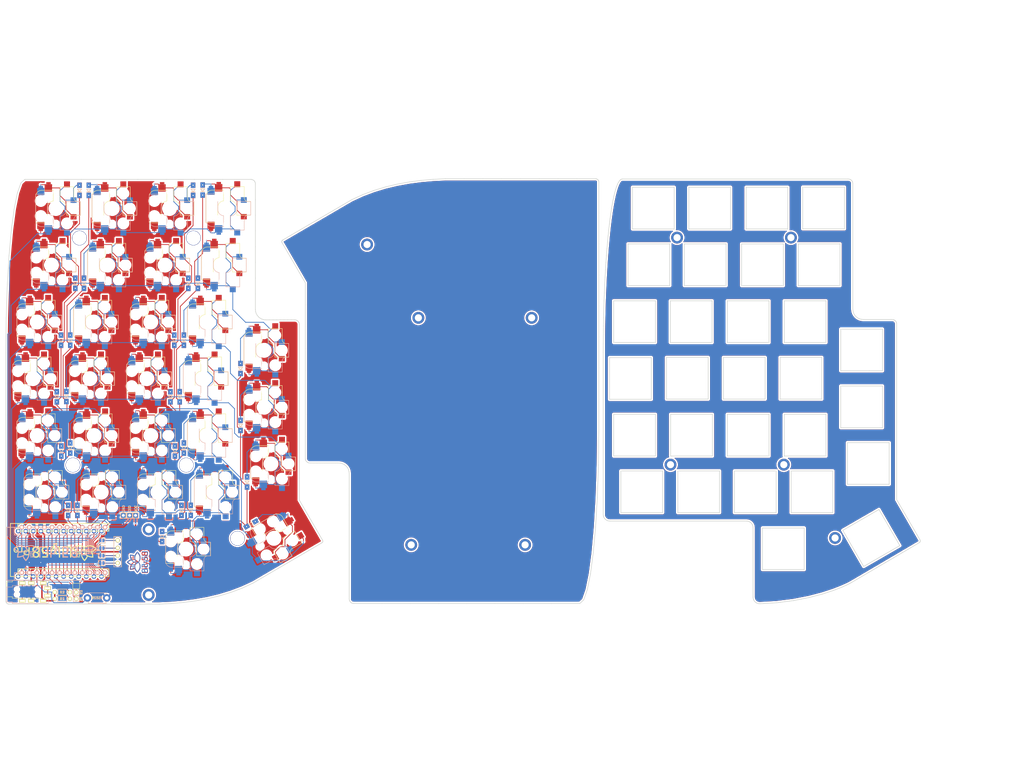
<source format=kicad_pcb>
(kicad_pcb (version 20171130) (host pcbnew 5.1.5-52549c5~84~ubuntu18.04.1)
  (layers (0 F.Cu signal) (31 B.Cu signal) (34 B.Paste user) (35 F.Paste user) (36 B.SilkS user) (37 F.SilkS user) (38 B.Mask user) (39 F.Mask user) (44 Edge.Cuts user))
  (net 0 "")
  (net 1 "Net-(D1-Pad2)")
  (net 2 row4)
  (net 3 "Net-(D2-Pad2)")
  (net 4 "Net-(D3-Pad2)")
  (net 5 row0)
  (net 6 "Net-(D4-Pad2)")
  (net 7 row1)
  (net 8 "Net-(D5-Pad2)")
  (net 9 row2)
  (net 10 "Net-(D6-Pad2)")
  (net 11 row3)
  (net 12 "Net-(D7-Pad2)")
  (net 13 "Net-(D8-Pad2)")
  (net 14 "Net-(D9-Pad2)")
  (net 15 "Net-(D10-Pad2)")
  (net 16 "Net-(D11-Pad2)")
  (net 17 "Net-(D12-Pad2)")
  (net 18 "Net-(D13-Pad2)")
  (net 19 "Net-(D14-Pad2)")
  (net 20 "Net-(D15-Pad2)")
  (net 21 "Net-(D16-Pad2)")
  (net 22 "Net-(D17-Pad2)")
  (net 23 "Net-(D18-Pad2)")
  (net 24 "Net-(D19-Pad2)")
  (net 25 "Net-(D20-Pad2)")
  (net 26 "Net-(D21-Pad2)")
  (net 27 "Net-(D22-Pad2)")
  (net 28 "Net-(D23-Pad2)")
  (net 29 "Net-(D24-Pad2)")
  (net 30 "Net-(D25-Pad2)")
  (net 31 "Net-(D26-Pad2)")
  (net 32 "Net-(D27-Pad2)")
  (net 33 "Net-(D28-Pad2)")
  (net 34 VCC)
  (net 35 GND)
  (net 36 col0)
  (net 37 col1)
  (net 38 col2)
  (net 39 col3)
  (net 40 col4)
  (net 41 col5)
  (net 42 SDA)
  (net 43 LED)
  (net 44 SCL)
  (net 45 RESET)
  (net 46 "Net-(D29-Pad2)")
  (net 47 "Net-(U1-Pad24)")
  (net 48 "Net-(U1-Pad20)")
  (net 49 "Net-(U1-Pad19)")
  (net 50 "Net-(U1-Pad7)")
  (net 51 DATA)
  (net 52 "Net-(J2-Pad4)")
  (net 53 "Net-(J2-Pad3)")
  (net 54 "Net-(J3-Pad1)")
  (net 55 "Net-(J3-Pad2)")
  (net 56 "Net-(J3-Pad3)")
  (net 57 "Net-(J3-Pad4)")
  (module Lily58-footprint:M2_HOLE_PCB (layer F.Cu) (at 237.786 110.938 90)
    (fp_text reference REF** hide)
    (fp_text value M2_HOLE_PCB)
    (pad "" thru_hole circle (at 0 0 90) (size 4 4) (drill 2.4) (layers *.Cu *.Mask))
  )
  (module Lily58-footprint:M2_HOLE_PCB (layer F.Cu) (at 239.986 34.738 90)
    (fp_text reference REF** hide)
    (fp_text value M2_HOLE_PCB)
    (pad "" thru_hole circle (at 0 0 90) (size 4 4) (drill 2.4) (layers *.Cu *.Mask))
  )
  (module Lily58-footprint:M2_HOLE_PCB (layer F.Cu) (at 275.786 110.938 90)
    (fp_text reference REF** hide)
    (fp_text value M2_HOLE_PCB)
    (pad "" thru_hole circle (at 0 0 90) (size 4 4) (drill 2.4) (layers *.Cu *.Mask))
  )
  (module Lily58-footprint:M2_HOLE_PCB (layer F.Cu) (at 278.186 34.738 90)
    (fp_text reference REF** hide)
    (fp_text value M2_HOLE_PCB)
    (pad "" thru_hole circle (at 0 0 90) (size 4 4) (drill 2.4) (layers *.Cu *.Mask))
  )
  (module Lily58-footprint:M2_HOLE_PCB (layer F.Cu) (at 292.986 135.538 90)
    (fp_text reference REF** hide)
    (fp_text value M2_HOLE_PCB)
    (pad "" thru_hole circle (at 0 0 90) (size 4 4) (drill 2.4) (layers *.Cu *.Mask))
  )
  (module Lily58-footprint:M2_HOLE_PCB (layer F.Cu) (at 191.225 61.655 270)
    (fp_text reference TH3 hide)
    (fp_text value HOLE)
    (pad "" thru_hole circle (at 0 0 270) (size 4 4) (drill 2.4) (layers *.Cu *.Mask))
  )
  (module Lily58-footprint:M2_HOLE_PCB (layer F.Cu) (at 189.025 137.855 270)
    (fp_text reference TH4 hide)
    (fp_text value HOLE)
    (pad "" thru_hole circle (at 0 0 270) (size 4 4) (drill 2.4) (layers *.Cu *.Mask))
  )
  (module Lily58-footprint:M2_HOLE_PCB (layer F.Cu) (at 136.025 37.055)
    (fp_text reference TH7 hide)
    (fp_text value HOLE)
    (pad "" thru_hole circle (at 0 0) (size 4 4) (drill 2.4) (layers *.Cu *.Mask))
  )
  (module Lily58-footprint:M2_HOLE_PCB (layer F.Cu) (at 150.825 137.855 270)
    (fp_text reference TH6 hide)
    (fp_text value HOLE)
    (pad "" thru_hole circle (at 0 0 270) (size 4 4) (drill 2.4) (layers *.Cu *.Mask))
  )
  (module Lily58-footprint:M2_HOLE_PCB (layer F.Cu) (at 153.225 61.655 270)
    (fp_text reference TH5 hide)
    (fp_text value HOLE)
    (pad "" thru_hole circle (at 0 0 270) (size 4 4) (drill 2.4) (layers *.Cu *.Mask))
  )
  (module Lily58-footprint:MJ-4PP-9 (layer F.Cu) (at 17.075 152.765 90)
    (fp_text reference J2 hide)
    (fp_text value 4PIN hide)
    (pad "" np_thru_hole circle (at -1.75 8.5 90) (size 1.2 1.2) (drill 1.2) (layers *.Cu *.Mask F.SilkS))
    (pad "" np_thru_hole circle (at -1.75 1.5 90) (size 1.2 1.2) (drill 1.2) (layers *.Cu *.Mask F.SilkS))
    (pad 1 thru_hole rect (at -3.85 10.3 90) (size 1.2 2.1) (drill oval 0.5 1.6) (layers *.Cu *.Mask F.SilkS) (net 34 VCC) (clearance 0.15))
    (pad 4 thru_hole rect (at 0.35 11.8 90) (size 1.2 2.1) (drill oval 0.5 1.6) (layers *.Cu *.Mask F.SilkS) (net 52 "Net-(J2-Pad4)") (clearance 0.15))
    (pad 3 thru_hole rect (at -3.85 3.3 90) (size 1.2 2.1) (drill oval 0.5 1.6) (layers *.Cu *.Mask F.SilkS) (net 53 "Net-(J2-Pad3)") (clearance 0.15))
    (pad 2 thru_hole rect (at -3.85 6.3 90) (size 1.2 2.1) (drill oval 0.5 1.6) (layers *.Cu *.Mask F.SilkS) (net 35 GND) (clearance 0.15))
    (pad "" np_thru_hole circle (at 0 1.5 90) (size 1.2 1.2) (drill 1.2) (layers *.Cu *.Mask F.SilkS))
    (pad "" np_thru_hole circle (at 0 8.5 90) (size 1.2 1.2) (drill 1.2) (layers *.Cu *.Mask F.SilkS))
    (pad 3 thru_hole rect (at 2.1 3.3 90) (size 1.2 2.1) (drill oval 0.5 1.6) (layers *.Cu *.Mask F.SilkS) (net 53 "Net-(J2-Pad3)") (clearance 0.15))
    (pad 2 thru_hole rect (at 2.1 6.3 90) (size 1.2 2.1) (drill oval 0.5 1.6) (layers *.Cu *.Mask F.SilkS) (net 35 GND) (clearance 0.15))
    (pad 1 thru_hole rect (at 2.1 10.3 90) (size 1.2 2.1) (drill oval 0.5 1.6) (layers *.Cu *.Mask F.SilkS) (net 34 VCC) (clearance 0.15))
    (pad 4 thru_hole rect (at -2.1 11.8 90) (size 1.2 2.1) (drill oval 0.5 1.6) (layers *.Cu *.Mask F.SilkS) (net 52 "Net-(J2-Pad4)") (clearance 0.15))
  )
  (module Lily58-footprint:LED (layer F.Cu) (at 58.875 127.965 270)
    (fp_text reference J1 hide)
    (fp_text value LED hide)
    (fp_text user VCC (at -2.2 0.4 270) (layer B.SilkS) (effects (font (size 0.8 0.8)) (justify mirror)))
    (fp_text user VCC (at -2.2 0.4 270) (layer F.SilkS) (effects (font (size 0.8 0.8))))
    (fp_text user GND (at -2.2 4.5 270) (layer F.SilkS) (effects (font (size 0.8 0.8))))
    (fp_text user LED (at -2.2 2.5 270) (layer B.SilkS) (effects (font (size 0.8 0.8)) (justify mirror)))
    (fp_text user LED (at -2.2 2.5 90) (layer F.SilkS) (effects (font (size 0.8 0.8))))
    (fp_text user GND (at -2.2 4.5 270) (layer B.SilkS) (effects (font (size 0.8 0.8)) (justify mirror)))
    (pad 3 thru_hole rect (at 0 4.6 270) (size 1.524 1.524) (drill 1) (layers *.Cu *.Mask) (net 35 GND))
    (pad 2 thru_hole rect (at 0 2.5 270) (size 1.524 1.524) (drill 1) (layers *.Cu *.Mask) (net 43 LED))
    (pad 1 thru_hole rect (at 0 0.5) (size 1.524 1.524) (drill 1) (layers *.Cu *.Mask) (net 34 VCC))
  )
  (module Lily58-footprint:lily58_logo_2 (layer B.Cu) (at 59.275 143.665 270)
    (fp_text reference G*** hide)
    (fp_text value LOGO hide)
    (fp_poly (pts (xy 1.418714 2.781746) (xy 1.434649 2.768201) (xy 1.456095 2.748275) (xy 1.480912 2.724136) (xy 1.50696 2.697952) (xy 1.532101 2.67189) (xy 1.554194 2.648117) (xy 1.571101 2.628803) (xy 1.580681 2.616113) (xy 1.582057 2.612854) (xy 1.577145 2.604365) (xy 1.563828 2.588107) (xy 1.544241 2.566258) (xy 1.520514 2.540996) (xy 1.494781 2.5145) (xy 1.469172 2.488948) (xy 1.445822 2.466519) (xy 1.426862 2.44939) (xy 1.414424 2.43974) (xy 1.411288 2.4384) (xy 1.403998 2.443303) (xy 1.38839 2.456882) (xy 1.366299 2.477438) (xy 1.33956 2.503275) (xy 1.31746 2.525197) (xy 1.230889 2.611994) (xy 1.317187 2.699368) (xy 1.346078 2.728223) (xy 1.371693 2.75306) (xy 1.392215 2.772176) (xy 1.405826 2.783869) (xy 1.410428 2.786743) (xy 1.418714 2.781746)) (layer B.Cu) (width 0.01))
    (fp_poly (pts (xy 1.822488 2.810846) (xy 1.838605 2.797331) (xy 1.860907 2.777116) (xy 1.887475 2.75209) (xy 1.91639 2.724146) (xy 1.945733 2.695171) (xy 1.973586 2.667057) (xy 1.998028 2.641694) (xy 2.017142 2.620972) (xy 2.029009 2.606781) (xy 2.032 2.601501) (xy 2.027061 2.594184) (xy 2.013509 2.578756) (xy 1.993243 2.557112) (xy 1.968165 2.53115) (xy 1.940173 2.502766) (xy 1.911167 2.473856) (xy 1.883046 2.446316) (xy 1.857711 2.422043) (xy 1.837061 2.402933) (xy 1.822995 2.390883) (xy 1.81773 2.3876) (xy 1.810614 2.392518) (xy 1.79498 2.406239) (xy 1.772486 2.427213) (xy 1.744786 2.45389) (xy 1.713535 2.484721) (xy 1.707149 2.491105) (xy 1.675685 2.523145) (xy 1.648082 2.552246) (xy 1.625897 2.576685) (xy 1.610686 2.59474) (xy 1.604006 2.604687) (xy 1.603829 2.605502) (xy 1.608829 2.614157) (xy 1.622527 2.630726) (xy 1.642972 2.653259) (xy 1.668213 2.67981) (xy 1.696298 2.70843) (xy 1.725275 2.73717) (xy 1.753193 2.764084) (xy 1.778101 2.787222) (xy 1.798047 2.804638) (xy 1.811079 2.814382) (xy 1.814474 2.815771) (xy 1.822488 2.810846)) (layer B.Cu) (width 0.01))
    (fp_poly (pts (xy 2.316259 2.854318) (xy 2.33277 2.840505) (xy 2.355704 2.819632) (xy 2.383304 2.793461) (xy 2.413812 2.763751) (xy 2.445471 2.732261) (xy 2.476523 2.700752) (xy 2.505212 2.670983) (xy 2.529778 2.644713) (xy 2.548465 2.623703) (xy 2.559515 2.609712) (xy 2.561772 2.605156) (xy 2.556776 2.596826) (xy 2.542962 2.580316) (xy 2.52209 2.557382) (xy 2.495919 2.529782) (xy 2.466208 2.499274) (xy 2.434719 2.467615) (xy 2.403209 2.436562) (xy 2.37344 2.407874) (xy 2.347171 2.383308) (xy 2.326161 2.364621) (xy 2.31217 2.35357) (xy 2.307614 2.351314) (xy 2.299605 2.356261) (xy 2.283003 2.370147) (xy 2.25937 2.391538) (xy 2.230264 2.419001) (xy 2.197246 2.4511) (xy 2.175249 2.472949) (xy 2.141017 2.507668) (xy 2.110519 2.539449) (xy 2.085187 2.566728) (xy 2.066453 2.587945) (xy 2.055748 2.601537) (xy 2.053772 2.605472) (xy 2.058767 2.613802) (xy 2.072581 2.630312) (xy 2.093454 2.653246) (xy 2.119625 2.680846) (xy 2.149335 2.711354) (xy 2.180825 2.743013) (xy 2.212334 2.774066) (xy 2.242103 2.802754) (xy 2.268372 2.82732) (xy 2.289382 2.846007) (xy 2.303373 2.857058) (xy 2.30793 2.859314) (xy 2.316259 2.854318)) (layer B.Cu) (width 0.01))
    (fp_poly (pts (xy 1.419315 2.411628) (xy 1.435102 2.397907) (xy 1.456989 2.377382) (xy 1.48309 2.351973) (xy 1.511519 2.323596) (xy 1.540389 2.294171) (xy 1.567814 2.265615) (xy 1.591909 2.239847) (xy 1.610786 2.218785) (xy 1.622561 2.204346) (xy 1.6256 2.198914) (xy 1.620683 2.190981) (xy 1.607191 2.174927) (xy 1.587008 2.152669) (xy 1.562022 2.126125) (xy 1.534119 2.097215) (xy 1.505184 2.067855) (xy 1.477104 2.039965) (xy 1.451765 2.015462) (xy 1.431054 1.996265) (xy 1.416856 1.984291) (xy 1.411515 1.9812) (xy 1.404723 1.986087) (xy 1.389336 1.999723) (xy 1.366995 2.020569) (xy 1.339343 2.047088) (xy 1.308023 2.077742) (xy 1.301405 2.08429) (xy 1.26975 2.116226) (xy 1.241978 2.145295) (xy 1.219654 2.169773) (xy 1.204343 2.187934) (xy 1.197609 2.198054) (xy 1.197429 2.198914) (xy 1.202346 2.206847) (xy 1.215838 2.222902) (xy 1.236021 2.24516) (xy 1.261007 2.271703) (xy 1.28891 2.300613) (xy 1.317845 2.329973) (xy 1.345925 2.357863) (xy 1.371264 2.382366) (xy 1.391975 2.401564) (xy 1.406173 2.413537) (xy 1.411515 2.416628) (xy 1.419315 2.411628)) (layer B.Cu) (width 0.01))
    (fp_poly (pts (xy 2.412968 2.227975) (xy 2.444769 2.195711) (xy 2.472714 2.166365) (xy 2.495258 2.141642) (xy 2.510855 2.123248) (xy 2.517959 2.112889) (xy 2.518229 2.111825) (xy 2.513229 2.103132) (xy 2.499532 2.086527) (xy 2.479088 2.063958) (xy 2.453849 2.037375) (xy 2.425765 2.008727) (xy 2.396788 1.979964) (xy 2.368869 1.953035) (xy 2.34396 1.92989) (xy 2.32401 1.912478) (xy 2.310972 1.902748) (xy 2.307584 1.901371) (xy 2.299366 1.906309) (xy 2.282718 1.920093) (xy 2.25934 1.941177) (xy 2.230936 1.968016) (xy 2.199208 1.999064) (xy 2.191625 2.006632) (xy 2.086552 2.111893) (xy 2.19713 2.22247) (xy 2.307707 2.333048) (xy 2.412968 2.227975)) (layer B.Cu) (width 0.01))
    (fp_poly (pts (xy 2.316339 1.867433) (xy 2.332458 1.854126) (xy 2.354185 1.834553) (xy 2.379347 1.810846) (xy 2.405768 1.785139) (xy 2.431274 1.759563) (xy 2.45369 1.73625) (xy 2.470842 1.717332) (xy 2.480554 1.704942) (xy 2.481943 1.701795) (xy 2.477103 1.694889) (xy 2.463959 1.679952) (xy 2.444575 1.659089) (xy 2.421016 1.634409) (xy 2.395345 1.608018) (xy 2.369626 1.582023) (xy 2.345923 1.558531) (xy 2.326301 1.53965) (xy 2.312824 1.527485) (xy 2.307772 1.524) (xy 2.301622 1.528881) (xy 2.287047 1.542389) (xy 2.26582 1.562825) (xy 2.239713 1.588489) (xy 2.218758 1.60938) (xy 2.190385 1.638245) (xy 2.166018 1.66383) (xy 2.147365 1.684278) (xy 2.136133 1.69773) (xy 2.1336 1.702027) (xy 2.138619 1.710227) (xy 2.152222 1.726035) (xy 2.172232 1.747324) (xy 2.196468 1.771967) (xy 2.222751 1.797834) (xy 2.248904 1.822798) (xy 2.272746 1.844732) (xy 2.292099 1.861507) (xy 2.304783 1.870995) (xy 2.308004 1.872343) (xy 2.316339 1.867433)) (layer B.Cu) (width 0.01))
    (fp_poly (pts (xy 1.913116 1.917225) (xy 1.922787 1.909656) (xy 1.939958 1.894004) (xy 1.962722 1.872204) (xy 1.989169 1.846194) (xy 2.01739 1.817907) (xy 2.045477 1.789281) (xy 2.071521 1.76225) (xy 2.093613 1.73875) (xy 2.109843 1.720717) (xy 2.118304 1.710087) (xy 2.119086 1.708361) (xy 2.114077 1.700582) (xy 2.100331 1.684834) (xy 2.07977 1.663002) (xy 2.054319 1.636967) (xy 2.025899 1.608614) (xy 1.996433 1.579824) (xy 1.967844 1.552482) (xy 1.942055 1.528469) (xy 1.920989 1.509668) (xy 1.906568 1.497964) (xy 1.901184 1.494971) (xy 1.892884 1.499906) (xy 1.876217 1.51365) (xy 1.85294 1.534617) (xy 1.824811 1.561217) (xy 1.793589 1.591864) (xy 1.790603 1.594851) (xy 1.759721 1.62633) (xy 1.732731 1.65487) (xy 1.711217 1.67871) (xy 1.696764 1.696089) (xy 1.690959 1.705246) (xy 1.690915 1.705616) (xy 1.695852 1.713848) (xy 1.709628 1.7305) (xy 1.730691 1.75386) (xy 1.757487 1.782216) (xy 1.788464 1.813855) (xy 1.795188 1.820589) (xy 1.831119 1.856213) (xy 1.858408 1.882553) (xy 1.878481 1.900778) (xy 1.892764 1.912057) (xy 1.902684 1.91756) (xy 1.909668 1.918454) (xy 1.913116 1.917225)) (layer B.Cu) (width 0.01))
    (fp_poly (pts (xy 1.421348 1.954371) (xy 1.439163 1.940401) (xy 1.463159 1.919324) (xy 1.491532 1.892945) (xy 1.522479 1.863069) (xy 1.554195 1.8315) (xy 1.584877 1.800044) (xy 1.612721 1.770505) (xy 1.635924 1.744688) (xy 1.652681 1.724399) (xy 1.66119 1.711442) (xy 1.661886 1.708897) (xy 1.656909 1.699901) (xy 1.643144 1.682726) (xy 1.622343 1.659149) (xy 1.596257 1.630948) (xy 1.566636 1.599901) (xy 1.535233 1.567785) (xy 1.503796 1.53638) (xy 1.474079 1.507462) (xy 1.447831 1.482809) (xy 1.426804 1.464199) (xy 1.412748 1.45341) (xy 1.408305 1.451428) (xy 1.400403 1.456351) (xy 1.38389 1.470155) (xy 1.36035 1.49139) (xy 1.33137 1.518608) (xy 1.298535 1.55036) (xy 1.279575 1.569064) (xy 1.245428 1.603387) (xy 1.214748 1.634992) (xy 1.189065 1.662239) (xy 1.169911 1.68349) (xy 1.158814 1.697104) (xy 1.156731 1.700639) (xy 1.157392 1.707365) (xy 1.163318 1.717955) (xy 1.175496 1.73355) (xy 1.194914 1.755292) (xy 1.222559 1.784326) (xy 1.259419 1.821792) (xy 1.274574 1.837003) (xy 1.317749 1.879601) (xy 1.353658 1.913703) (xy 1.381675 1.938748) (xy 1.401174 1.954176) (xy 1.411517 1.959428) (xy 1.421348 1.954371)) (layer B.Cu) (width 0.01))
    (fp_poly (pts (xy 0.078092 3.748263) (xy 0.237453 3.575434) (xy 0.386427 3.392484) (xy 0.524948 3.19949) (xy 0.548489 3.164114) (xy 0.656724 2.98901) (xy 0.750642 2.814569) (xy 0.83023 2.640857) (xy 0.895475 2.467939) (xy 0.946363 2.29588) (xy 0.98288 2.124745) (xy 1.005013 1.9546) (xy 1.012748 1.785509) (xy 1.006072 1.617539) (xy 0.98497 1.450753) (xy 0.949431 1.285218) (xy 0.943993 1.264693) (xy 0.935685 1.233985) (xy 0.864316 1.211813) (xy 0.825821 1.199395) (xy 0.784696 1.185396) (xy 0.747902 1.172208) (xy 0.736557 1.167926) (xy 0.710323 1.158407) (xy 0.689601 1.151981) (xy 0.677785 1.149658) (xy 0.676399 1.149982) (xy 0.676674 1.158133) (xy 0.680561 1.176823) (xy 0.687318 1.20275) (xy 0.691518 1.217319) (xy 0.729788 1.368959) (xy 0.754242 1.520192) (xy 0.764833 1.671442) (xy 0.761512 1.823133) (xy 0.74423 1.975688) (xy 0.71294 2.12953) (xy 0.667593 2.285083) (xy 0.608141 2.44277) (xy 0.534535 2.603016) (xy 0.532958 2.60617) (xy 0.493733 2.682587) (xy 0.456381 2.750847) (xy 0.417788 2.816314) (xy 0.37484 2.884351) (xy 0.345938 2.928257) (xy 0.276796 3.027892) (xy 0.201006 3.129752) (xy 0.122143 3.229243) (xy 0.043777 3.321775) (xy 0.012809 3.356428) (xy -0.020192 3.392714) (xy -0.036297 3.3782) (xy -0.050449 3.363876) (xy -0.071852 3.340211) (xy -0.098778 3.309267) (xy -0.129496 3.273104) (xy -0.162278 3.233784) (xy -0.195392 3.193368) (xy -0.22711 3.153916) (xy -0.255702 3.117491) (xy -0.262522 3.108624) (xy -0.331453 3.014616) (xy -0.400239 2.913451) (xy -0.465221 2.810703) (xy -0.521506 2.714171) (xy -0.543533 2.673297) (xy -0.566606 2.62835) (xy -0.589898 2.58117) (xy -0.61258 2.533596) (xy -0.633826 2.487467) (xy -0.652808 2.444622) (xy -0.668697 2.406902) (xy -0.680667 2.376144) (xy -0.68789 2.354189) (xy -0.689537 2.342875) (xy -0.689006 2.341943) (xy -0.682045 2.337037) (xy -0.665794 2.325755) (xy -0.642919 2.309945) (xy -0.624114 2.296981) (xy -0.492716 2.197747) (xy -0.370449 2.087318) (xy -0.257293 1.965665) (xy -0.153229 1.832762) (xy -0.058238 1.688581) (xy 0.027699 1.533096) (xy 0.104601 1.366278) (xy 0.172488 1.188101) (xy 0.188841 1.139371) (xy 0.2029 1.095706) (xy 0.216013 1.053852) (xy 0.227224 1.016944) (xy 0.235578 0.988118) (xy 0.239609 0.972785) (xy 0.244495 0.949793) (xy 0.245199 0.936682) (xy 0.241427 0.929348) (xy 0.236232 0.925613) (xy 0.225568 0.918954) (xy 0.205448 0.906154) (xy 0.178601 0.888959) (xy 0.147758 0.869113) (xy 0.142623 0.8658) (xy 0.112477 0.8469) (xy 0.086769 0.831824) (xy 0.067864 0.821883) (xy 0.058127 0.818386) (xy 0.057434 0.818629) (xy 0.053771 0.82752) (xy 0.047625 0.846943) (xy 0.040087 0.873359) (xy 0.036852 0.885371) (xy -0.010296 1.043231) (xy -0.066363 1.19516) (xy -0.130692 1.339967) (xy -0.202624 1.476463) (xy -0.2815 1.603456) (xy -0.366663 1.719757) (xy -0.457452 1.824176) (xy -0.513158 1.87951) (xy -0.632074 1.98128) (xy -0.761849 2.073745) (xy -0.902527 2.156921) (xy -1.054154 2.230826) (xy -1.216775 2.295474) (xy -1.390436 2.350883) (xy -1.57518 2.39707) (xy -1.771055 2.434049) (xy -1.978104 2.461839) (xy -2.165406 2.478418) (xy -2.229869 2.482856) (xy -2.224829 2.400757) (xy -2.205247 2.180459) (xy -2.174058 1.968746) (xy -2.131221 1.765436) (xy -2.076693 1.570344) (xy -2.010433 1.383287) (xy -1.975468 1.298651) (xy -1.961176 1.265617) (xy -1.864145 1.281947) (xy -1.699162 1.302736) (xy -1.533849 1.30957) (xy -1.367979 1.302401) (xy -1.201324 1.28118) (xy -1.033654 1.245857) (xy -0.864743 1.196384) (xy -0.694361 1.132712) (xy -0.52228 1.054792) (xy -0.348273 0.962575) (xy -0.332609 0.953629) (xy -0.290312 0.928795) (xy -0.245647 0.901635) (xy -0.200663 0.873489) (xy -0.15741 0.845697) (xy -0.117937 0.819599) (xy -0.084293 0.796534) (xy -0.058527 0.777843) (xy -0.042687 0.764863) (xy -0.040505 0.762653) (xy -0.034204 0.754723) (xy -0.032838 0.747322) (xy -0.037659 0.737341) (xy -0.049918 0.721673) (xy -0.06331 0.705987) (xy -0.086219 0.67794) (xy -0.109796 0.646818) (xy -0.126618 0.622786) (xy -0.15381 0.581543) (xy -0.220993 0.628059) (xy -0.358992 0.717374) (xy -0.502026 0.79805) (xy -0.648322 0.869374) (xy -0.796109 0.930631) (xy -0.943613 0.981105) (xy -1.089064 1.020083) (xy -1.23069 1.04685) (xy -1.273628 1.052567) (xy -1.329853 1.057413) (xy -1.395797 1.060096) (xy -1.466835 1.06066) (xy -1.538338 1.059146) (xy -1.605683 1.055597) (xy -1.664241 1.050056) (xy -1.673221 1.048888) (xy -1.828826 1.020701) (xy -1.986462 0.978541) (xy -2.14551 0.922702) (xy -2.305349 0.85348) (xy -2.46536 0.771172) (xy -2.624924 0.676073) (xy -2.78342 0.568478) (xy -2.940229 0.448685) (xy -2.954243 0.437311) (xy -2.989713 0.408064) (xy -3.025558 0.377957) (xy -3.058295 0.349949) (xy -3.084443 0.327002) (xy -3.091543 0.320577) (xy -3.138714 0.277352) (xy -3.120571 0.257535) (xy -3.093013 0.229962) (xy -3.055232 0.195885) (xy -3.009125 0.156786) (xy -2.956587 0.114146) (xy -2.899516 0.069448) (xy -2.839808 0.024173) (xy -2.779359 -0.020196) (xy -2.720067 -0.062179) (xy -2.663827 -0.100293) (xy -2.656114 -0.105361) (xy -2.505598 -0.198671) (xy -2.35881 -0.27899) (xy -2.214321 -0.346897) (xy -2.070706 -0.40297) (xy -1.926536 -0.447787) (xy -1.780385 -0.481926) (xy -1.685872 -0.498329) (xy -1.631307 -0.504546) (xy -1.566449 -0.508662) (xy -1.495366 -0.510683) (xy -1.422125 -0.510612) (xy -1.350793 -0.508454) (xy -1.28544 -0.504211) (xy -1.230131 -0.497888) (xy -1.230085 -0.497881) (xy -1.074248 -0.467633) (xy -0.916109 -0.423613) (xy -0.756602 -0.366201) (xy -0.596661 -0.295775) (xy -0.43722 -0.212711) (xy -0.279213 -0.11739) (xy -0.261505 -0.105874) (xy -0.201811 -0.06412) (xy -0.154119 -0.024568) (xy -0.11649 0.014613) (xy -0.086982 0.055252) (xy -0.082232 0.06312) (xy -0.057692 0.114616) (xy -0.038673 0.17393) (xy -0.027063 0.234824) (xy -0.025473 0.250371) (xy -0.020011 0.305733) (xy -0.013157 0.350465) (xy -0.004008 0.388443) (xy 0.008337 0.423545) (xy 0.021802 0.453571) (xy 0.0395 0.486217) (xy 0.060499 0.51928) (xy 0.08069 0.546366) (xy 0.083588 0.549737) (xy 0.100765 0.566672) (xy 0.124906 0.587141) (xy 0.153748 0.609587) (xy 0.185025 0.632447) (xy 0.216474 0.654163) (xy 0.245829 0.673174) (xy 0.270826 0.68792) (xy 0.289201 0.696842) (xy 0.298689 0.698378) (xy 0.298995 0.698136) (xy 0.303347 0.686558) (xy 0.306633 0.66367) (xy 0.308794 0.632641) (xy 0.309774 0.596638) (xy 0.309515 0.558831) (xy 0.307959 0.522388) (xy 0.305051 0.490478) (xy 0.303004 0.476836) (xy 0.292858 0.420273) (xy 0.309234 0.440551) (xy 0.323794 0.460468) (xy 0.343881 0.490605) (xy 0.36799 0.528483) (xy 0.394614 0.571626) (xy 0.422243 0.617559) (xy 0.449372 0.663805) (xy 0.474494 0.707886) (xy 0.4961 0.747328) (xy 0.497115 0.749235) (xy 0.547915 0.844868) (xy 0.619087 0.87664) (xy 0.651372 0.890667) (xy 0.687309 0.905655) (xy 0.724408 0.920641) (xy 0.760177 0.93466) (xy 0.792124 0.94675) (xy 0.817759 0.955947) (xy 0.834589 0.961288) (xy 0.840096 0.962095) (xy 0.838993 0.953818) (xy 0.83191 0.934555) (xy 0.819731 0.906106) (xy 0.803342 0.870272) (xy 0.783628 0.828854) (xy 0.761473 0.783653) (xy 0.737764 0.73647) (xy 0.713384 0.689106) (xy 0.68922 0.643362) (xy 0.666156 0.601039) (xy 0.645078 0.563938) (xy 0.641024 0.557041) (xy 0.589606 0.472367) (xy 0.542438 0.399781) (xy 0.498246 0.337952) (xy 0.455757 0.285545) (xy 0.413697 0.241227) (xy 0.370792 0.203666) (xy 0.32577 0.171528) (xy 0.277356 0.14348) (xy 0.224277 0.118188) (xy 0.220083 0.11637) (xy 0.190623 0.103428) (xy 0.171522 0.093645) (xy 0.159776 0.084507) (xy 0.152385 0.073503) (xy 0.146345 0.058119) (xy 0.144684 0.053265) (xy 0.13508 0.027333) (xy 0.124899 0.003255) (xy 0.12099 -0.004846) (xy 0.11395 -0.02057) (xy 0.114981 -0.03047) (xy 0.124906 -0.041297) (xy 0.125501 -0.041846) (xy 0.137384 -0.051165) (xy 0.158724 -0.066361) (xy 0.186739 -0.085507) (xy 0.218646 -0.106677) (xy 0.22666 -0.1119) (xy 0.389471 -0.2107) (xy 0.552946 -0.296137) (xy 0.716562 -0.368002) (xy 0.879796 -0.426086) (xy 1.042127 -0.470177) (xy 1.186543 -0.497651) (xy 1.237438 -0.503557) (xy 1.298306 -0.507783) (xy 1.365168 -0.510292) (xy 1.434046 -0.511045) (xy 1.500959 -0.510007) (xy 1.561929 -0.507139) (xy 1.612977 -0.502404) (xy 1.618343 -0.501695) (xy 1.780901 -0.472295) (xy 1.944447 -0.428745) (xy 2.108243 -0.371306) (xy 2.271552 -0.300241) (xy 2.433637 -0.21581) (xy 2.450096 -0.206444) (xy 2.541078 -0.151715) (xy 2.636029 -0.089946) (xy 2.731929 -0.023346) (xy 2.825759 0.045875) (xy 2.914501 0.115506) (xy 2.995135 0.183338) (xy 3.048 0.231255) (xy 3.095172 0.275682) (xy 3.058886 0.309517) (xy 3.026193 0.338962) (xy 2.985032 0.374453) (xy 2.938575 0.413371) (xy 2.889997 0.453095) (xy 2.842472 0.491006) (xy 2.799175 0.524484) (xy 2.790372 0.531115) (xy 2.633833 0.641692) (xy 2.475693 0.740354) (xy 2.316813 0.82668) (xy 2.158055 0.90025) (xy 2.000282 0.960645) (xy 1.844355 1.007445) (xy 1.781128 1.022612) (xy 1.685335 1.040202) (xy 1.582178 1.052591) (xy 1.476015 1.059571) (xy 1.371203 1.060938) (xy 1.2721 1.056484) (xy 1.208067 1.04974) (xy 1.148355 1.040406) (xy 1.083138 1.0281) (xy 1.017336 1.013887) (xy 0.955864 0.998832) (xy 0.903641 0.984003) (xy 0.900997 0.983171) (xy 0.874217 0.974998) (xy 0.858649 0.971349) (xy 0.851794 0.971984) (xy 0.851154 0.976664) (xy 0.851675 0.978447) (xy 0.855249 0.989046) (xy 0.86268 1.01089) (xy 0.873119 1.041497) (xy 0.88572 1.07838) (xy 0.897286 1.112193) (xy 0.911531 1.154782) (xy 0.922497 1.18663) (xy 0.932435 1.209655) (xy 0.943596 1.225778) (xy 0.958228 1.236918) (xy 0.978584 1.244995) (xy 1.006912 1.251929) (xy 1.045462 1.259639) (xy 1.077686 1.266103) (xy 1.248866 1.294227) (xy 1.419001 1.307932) (xy 1.587938 1.307216) (xy 1.755521 1.292079) (xy 1.886857 1.269923) (xy 2.049897 1.230031) (xy 2.215176 1.176582) (xy 2.381669 1.110163) (xy 2.548351 1.03136) (xy 2.714197 0.94076) (xy 2.878182 0.838949) (xy 3.03928 0.726513) (xy 3.196467 0.604038) (xy 3.348717 0.472111) (xy 3.45072 0.375519) (xy 3.552372 0.275696) (xy 3.439647 0.165062) (xy 3.292897 0.028622) (xy 3.139305 -0.099677) (xy 2.980247 -0.218966) (xy 2.817101 -0.328373) (xy 2.651243 -0.427029) (xy 2.484049 -0.514064) (xy 2.316897 -0.588608) (xy 2.151162 -0.64979) (xy 2.149541 -0.650324) (xy 1.983017 -0.698512) (xy 1.81805 -0.732965) (xy 1.654064 -0.753642) (xy 1.490483 -0.760499) (xy 1.326734 -0.753496) (xy 1.16224 -0.732592) (xy 0.996426 -0.697743) (xy 0.828717 -0.648908) (xy 0.658538 -0.586047) (xy 0.537029 -0.533397) (xy 0.461836 -0.497224) (xy 0.382193 -0.455922) (xy 0.301149 -0.411261) (xy 0.22175 -0.36501) (xy 0.147045 -0.31894) (xy 0.08008 -0.27482) (xy 0.029276 -0.23849) (xy 0.002614 -0.219055) (xy -0.015546 -0.208023) (xy -0.027882 -0.204543) (xy -0.037074 -0.207766) (xy -0.044388 -0.215104) (xy -0.05387 -0.223386) (xy -0.072949 -0.237761) (xy -0.099072 -0.256377) (xy -0.129687 -0.277384) (xy -0.137805 -0.282834) (xy -0.305053 -0.387951) (xy -0.473051 -0.480397) (xy -0.641268 -0.560012) (xy -0.809176 -0.626638) (xy -0.976245 -0.680115) (xy -1.141948 -0.720284) (xy -1.305754 -0.746985) (xy -1.467135 -0.760058) (xy -1.625562 -0.759346) (xy -1.7018 -0.75393) (xy -1.871254 -0.731003) (xy -2.042236 -0.693861) (xy -2.21431 -0.642671) (xy -2.387043 -0.577598) (xy -2.560001 -0.49881) (xy -2.73275 -0.406472) (xy -2.904856 -0.300751) (xy -2.933775 -0.281622) (xy -3.042975 -0.205483) (xy -3.153607 -0.122392) (xy -3.262414 -0.035018) (xy -3.366138 0.053974) (xy -3.461521 0.141916) (xy -3.512457 0.192119) (xy -3.595914 0.276729) (xy -3.486835 0.383293) (xy -3.335802 0.522998) (xy -3.177728 0.6542) (xy -3.014009 0.776002) (xy -2.846043 0.887504) (xy -2.675224 0.987809) (xy -2.502951 1.076018) (xy -2.330619 1.151232) (xy -2.240459 1.185262) (xy -2.234063 1.188861) (xy -2.232847 1.19552) (xy -2.237377 1.208442) (xy -2.248218 1.230828) (xy -2.248678 1.231743) (xy -2.263846 1.264175) (xy -2.282274 1.307249) (xy -2.302735 1.357802) (xy -2.324001 1.412672) (xy -2.344843 1.468698) (xy -2.364036 1.522717) (xy -2.379057 1.567543) (xy -2.428432 1.737874) (xy -2.46996 1.917378) (xy -2.503125 2.102701) (xy -2.527408 2.290488) (xy -2.542291 2.477383) (xy -2.547257 2.657168) (xy -2.547257 2.801257) (xy -2.418443 2.801227) (xy -2.246507 2.79667) (xy -2.071305 2.78338) (xy -1.895135 2.76181) (xy -1.720294 2.732416) (xy -1.54908 2.695651) (xy -1.383791 2.65197) (xy -1.226724 2.601827) (xy -1.080177 2.545677) (xy -1.041281 2.528913) (xy -1.007997 2.51431) (xy -0.979098 2.501862) (xy -0.957385 2.492757) (xy -0.945659 2.488187) (xy -0.944877 2.487951) (xy -0.93795 2.493417) (xy -0.927609 2.51158) (xy -0.914509 2.541202) (xy -0.90781 2.558143) (xy -0.832658 2.73553) (xy -0.743847 2.912444) (xy -0.642211 3.087624) (xy -0.528585 3.259805) (xy -0.403803 3.427726) (xy -0.268698 3.590124) (xy -0.124106 3.745735) (xy -0.121571 3.748314) (xy -0.021617 3.849914) (xy 0.078092 3.748263)) (layer B.Cu) (width 0.01))
    (fp_poly (pts (xy -2.090489 -1.162223) (xy -2.060579 -1.163924) (xy -2.041134 -1.16659) (xy -2.028107 -1.171538) (xy -2.017453 -1.180084) (xy -2.009558 -1.188556) (xy -2.000823 -1.198791) (xy -1.994908 -1.208369) (xy -1.991264 -1.220278) (xy -1.989341 -1.237506) (xy -1.988588 -1.263043) (xy -1.988457 -1.299877) (xy -1.988457 -1.303249) (xy -1.989034 -1.33932) (xy -1.990606 -1.371025) (xy -1.992937 -1.395033) (xy -1.99579 -1.408012) (xy -1.995929 -1.408288) (xy -2.010359 -1.425057) (xy -2.033673 -1.436242) (xy -2.067609 -1.442389) (xy -2.109654 -1.444065) (xy -2.142504 -1.442961) (xy -2.170466 -1.440088) (xy -2.189209 -1.435928) (xy -2.191657 -1.434892) (xy -2.210017 -1.421795) (xy -2.222739 -1.402495) (xy -2.230447 -1.374928) (xy -2.233759 -1.337027) (xy -2.233591 -1.2954) (xy -2.23049 -1.247041) (xy -2.223294 -1.211333) (xy -2.210195 -1.186597) (xy -2.189389 -1.171153) (xy -2.15907 -1.16332) (xy -2.117432 -1.161417) (xy -2.090489 -1.162223)) (layer B.Cu) (width 0.01))
    (fp_poly (pts (xy -2.099347 -1.742825) (xy -2.069088 -1.744379) (xy -2.049378 -1.746851) (xy -2.036255 -1.751501) (xy -2.025758 -1.759588) (xy -2.01689 -1.769043) (xy -1.995714 -1.792743) (xy -1.995714 -3.185657) (xy -2.01689 -3.209357) (xy -2.028101 -3.221028) (xy -2.038776 -3.228197) (xy -2.052912 -3.232118) (xy -2.074506 -3.234044) (xy -2.098533 -3.234949) (xy -2.141248 -3.234519) (xy -2.171617 -3.23002) (xy -2.182857 -3.226114) (xy -2.19027 -3.222918) (xy -2.196824 -3.219822) (xy -2.202571 -3.215963) (xy -2.207565 -3.210477) (xy -2.211858 -3.2025) (xy -2.215503 -3.191169) (xy -2.218553 -3.175619) (xy -2.22106 -3.154987) (xy -2.223079 -3.128409) (xy -2.224661 -3.095021) (xy -2.225859 -3.05396) (xy -2.226726 -3.004362) (xy -2.227316 -2.945362) (xy -2.22768 -2.876098) (xy -2.227872 -2.795706) (xy -2.227945 -2.703321) (xy -2.227951 -2.59808) (xy -2.227943 -2.4892) (xy -2.227951 -2.371608) (xy -2.22794 -2.267661) (xy -2.227858 -2.176493) (xy -2.227655 -2.097233) (xy -2.227277 -2.029015) (xy -2.226673 -1.970969) (xy -2.225791 -1.922228) (xy -2.22458 -1.881923) (xy -2.222987 -1.849186) (xy -2.220961 -1.823149) (xy -2.21845 -1.802943) (xy -2.215402 -1.787699) (xy -2.211765 -1.776551) (xy -2.207488 -1.768629) (xy -2.202519 -1.763065) (xy -2.196805 -1.758991) (xy -2.190295 -1.755538) (xy -2.183971 -1.752379) (xy -2.166714 -1.745901) (xy -2.144306 -1.742714) (xy -2.112823 -1.742372) (xy -2.099347 -1.742825)) (layer B.Cu) (width 0.01))
    (fp_poly (pts (xy -3.493894 -1.162254) (xy -3.462656 -1.164125) (xy -3.441948 -1.167249) (xy -3.42779 -1.172639) (xy -3.416199 -1.181314) (xy -3.415055 -1.182376) (xy -3.399942 -1.202035) (xy -3.389319 -1.225202) (xy -3.389115 -1.225918) (xy -3.387953 -1.237468) (xy -3.386883 -1.263198) (xy -3.38591 -1.302776) (xy -3.385034 -1.355868) (xy -3.38426 -1.422141) (xy -3.383589 -1.501263) (xy -3.383024 -1.592899) (xy -3.382568 -1.696716) (xy -3.382224 -1.812382) (xy -3.381994 -1.939563) (xy -3.381881 -2.077925) (xy -3.381869 -2.135252) (xy -3.381828 -3.018647) (xy -2.93565 -3.020624) (xy -2.489472 -3.0226) (xy -2.46575 -3.046324) (xy -2.45343 -3.059618) (xy -2.44633 -3.071774) (xy -2.44302 -3.087426) (xy -2.442069 -3.111211) (xy -2.442028 -3.123198) (xy -2.444158 -3.162943) (xy -2.451316 -3.191395) (xy -2.46466 -3.211251) (xy -2.485347 -3.225206) (xy -2.485904 -3.225472) (xy -2.49805 -3.227798) (xy -2.523219 -3.229882) (xy -2.559984 -3.231723) (xy -2.60692 -3.233322) (xy -2.6626 -3.234678) (xy -2.725599 -3.235792) (xy -2.79449 -3.236664) (xy -2.867847 -3.237294) (xy -2.944245 -3.237683) (xy -3.022257 -3.23783) (xy -3.100457 -3.237736) (xy -3.177419 -3.237401) (xy -3.251717 -3.236826) (xy -3.321925 -3.236009) (xy -3.386616 -3.234953) (xy -3.444366 -3.233656) (xy -3.493747 -3.232119) (xy -3.533334 -3.230342) (xy -3.5617 -3.228326) (xy -3.57742 -3.22607) (xy -3.579494 -3.225326) (xy -3.585363 -3.22242) (xy -3.590657 -3.21991) (xy -3.595406 -3.217073) (xy -3.59964 -3.213184) (xy -3.603387 -3.20752) (xy -3.606678 -3.199356) (xy -3.609542 -3.187969) (xy -3.612009 -3.172635) (xy -3.614107 -3.15263) (xy -3.615867 -3.12723) (xy -3.617318 -3.09571) (xy -3.618489 -3.057348) (xy -3.619411 -3.01142) (xy -3.620111 -2.9572) (xy -3.620621 -2.893966) (xy -3.620969 -2.820994) (xy -3.621185 -2.737559) (xy -3.621299 -2.642938) (xy -3.621339 -2.536406) (xy -3.621336 -2.417241) (xy -3.621319 -2.284717) (xy -3.621314 -2.198915) (xy -3.621328 -2.057983) (xy -3.621349 -1.930843) (xy -3.621345 -1.816771) (xy -3.621285 -1.715043) (xy -3.621138 -1.624937) (xy -3.620871 -1.54573) (xy -3.620455 -1.476697) (xy -3.619856 -1.417116) (xy -3.619045 -1.366264) (xy -3.617988 -1.323417) (xy -3.616656 -1.287853) (xy -3.615016 -1.258848) (xy -3.613037 -1.235679) (xy -3.610688 -1.217623) (xy -3.607937 -1.203956) (xy -3.604752 -1.193956) (xy -3.601103 -1.186898) (xy -3.596958 -1.182061) (xy -3.592285 -1.178721) (xy -3.587053 -1.176154) (xy -3.58123 -1.173638) (xy -3.576648 -1.171448) (xy -3.558925 -1.165031) (xy -3.53516 -1.16201) (xy -3.501579 -1.161965) (xy -3.493894 -1.162254)) (layer B.Cu) (width 0.01))
    (fp_poly (pts (xy 2.929251 -1.141304) (xy 2.993591 -1.146052) (xy 3.052515 -1.15364) (xy 3.098884 -1.163169) (xy 3.192044 -1.193582) (xy 3.274312 -1.233389) (xy 3.346042 -1.282806) (xy 3.407589 -1.342052) (xy 3.426156 -1.364343) (xy 3.470955 -1.432554) (xy 3.502997 -1.50644) (xy 3.522409 -1.584986) (xy 3.529316 -1.667178) (xy 3.523843 -1.752003) (xy 3.506116 -1.838445) (xy 3.47626 -1.925492) (xy 3.434401 -2.012128) (xy 3.380664 -2.09734) (xy 3.326948 -2.166474) (xy 3.288627 -2.211647) (xy 3.340396 -2.247009) (xy 3.40958 -2.30132) (xy 3.468212 -2.36208) (xy 3.515135 -2.427825) (xy 3.549189 -2.497091) (xy 3.557842 -2.521857) (xy 3.567692 -2.566305) (xy 3.573192 -2.619449) (xy 3.574278 -2.676118) (xy 3.570887 -2.731141) (xy 3.562956 -2.779348) (xy 3.561085 -2.786743) (xy 3.530519 -2.872814) (xy 3.487386 -2.952047) (xy 3.432256 -3.023769) (xy 3.365704 -3.087304) (xy 3.288301 -3.141978) (xy 3.234678 -3.171344) (xy 3.170316 -3.200217) (xy 3.108343 -3.221352) (xy 3.044574 -3.235713) (xy 2.974824 -3.244265) (xy 2.902857 -3.247805) (xy 2.859794 -3.248283) (xy 2.818044 -3.247825) (xy 2.781514 -3.246536) (xy 2.754111 -3.244522) (xy 2.746975 -3.2436) (xy 2.652879 -3.223132) (xy 2.561807 -3.192273) (xy 2.47696 -3.152342) (xy 2.40154 -3.10466) (xy 2.391229 -3.096915) (xy 2.325087 -3.03713) (xy 2.268214 -2.96737) (xy 2.222175 -2.889946) (xy 2.188538 -2.807173) (xy 2.183374 -2.789961) (xy 2.175542 -2.758293) (xy 2.170543 -2.726915) (xy 2.167847 -2.691039) (xy 2.166922 -2.645879) (xy 2.166908 -2.6416) (xy 2.168078 -2.610809) (xy 2.453027 -2.610809) (xy 2.456105 -2.665536) (xy 2.464803 -2.714174) (xy 2.467322 -2.723002) (xy 2.494276 -2.786304) (xy 2.533568 -2.844112) (xy 2.583597 -2.894977) (xy 2.642763 -2.937452) (xy 2.709463 -2.970086) (xy 2.757715 -2.985762) (xy 2.794013 -2.992206) (xy 2.839327 -2.995751) (xy 2.88845 -2.996396) (xy 2.936177 -2.99414) (xy 2.9773 -2.988981) (xy 2.991896 -2.985809) (xy 3.059484 -2.962556) (xy 3.119368 -2.930629) (xy 3.170954 -2.891388) (xy 3.213646 -2.846197) (xy 3.24685 -2.796415) (xy 3.26997 -2.743407) (xy 3.282412 -2.688532) (xy 3.28358 -2.633154) (xy 3.272881 -2.578635) (xy 3.249718 -2.526335) (xy 3.21376 -2.477903) (xy 3.192533 -2.456421) (xy 3.169132 -2.436192) (xy 3.14208 -2.416383) (xy 3.109896 -2.396162) (xy 3.071101 -2.374695) (xy 3.024216 -2.351149) (xy 2.967762 -2.324694) (xy 2.900259 -2.294494) (xy 2.845502 -2.270622) (xy 2.697432 -2.206569) (xy 2.662703 -2.232062) (xy 2.611751 -2.275314) (xy 2.564389 -2.326613) (xy 2.522953 -2.382722) (xy 2.489777 -2.440406) (xy 2.467196 -2.496427) (xy 2.464098 -2.50737) (xy 2.455662 -2.556064) (xy 2.453027 -2.610809) (xy 2.168078 -2.610809) (xy 2.169539 -2.572399) (xy 2.178587 -2.511227) (xy 2.195291 -2.452555) (xy 2.220887 -2.390855) (xy 2.224899 -2.382392) (xy 2.256135 -2.326952) (xy 2.296787 -2.269269) (xy 2.34371 -2.212997) (xy 2.393758 -2.161793) (xy 2.443787 -2.119312) (xy 2.462906 -2.105703) (xy 2.491041 -2.08691) (xy 2.466535 -2.069035) (xy 2.451589 -2.056701) (xy 2.429648 -2.03681) (xy 2.403808 -2.012237) (xy 2.38025 -1.988966) (xy 2.329332 -1.931348) (xy 2.291663 -1.873317) (xy 2.266154 -1.812219) (xy 2.251713 -1.745402) (xy 2.247617 -1.6764) (xy 2.529354 -1.6764) (xy 2.529967 -1.710789) (xy 2.532148 -1.735549) (xy 2.536831 -1.755553) (xy 2.544954 -1.775673) (xy 2.5507 -1.787502) (xy 2.575694 -1.826157) (xy 2.611715 -1.866305) (xy 2.655893 -1.905243) (xy 2.70536 -1.940265) (xy 2.72528 -1.952172) (xy 2.749272 -1.964916) (xy 2.781351 -1.980726) (xy 2.819309 -1.998637) (xy 2.860939 -2.017685) (xy 2.904035 -2.036904) (xy 2.946389 -2.05533) (xy 2.985796 -2.071998) (xy 3.020049 -2.085944) (xy 3.04694 -2.096201) (xy 3.064263 -2.101807) (xy 3.06919 -2.102529) (xy 3.07802 -2.096364) (xy 3.092789 -2.081254) (xy 3.110877 -2.059976) (xy 3.118622 -2.050143) (xy 3.15795 -1.992348) (xy 3.192016 -1.928994) (xy 3.219532 -1.863388) (xy 3.239207 -1.798834) (xy 3.249753 -1.738638) (xy 3.2512 -1.710354) (xy 3.244713 -1.641795) (xy 3.225777 -1.57988) (xy 3.19518 -1.5253) (xy 3.153709 -1.478742) (xy 3.102152 -1.440897) (xy 3.041296 -1.412454) (xy 2.971929 -1.394103) (xy 2.894838 -1.386532) (xy 2.881086 -1.386367) (xy 2.804157 -1.391991) (xy 2.7343 -1.408508) (xy 2.672511 -1.43538) (xy 2.619783 -1.47207) (xy 2.57711 -1.51804) (xy 2.548564 -1.565961) (xy 2.539026 -1.588277) (xy 2.533217 -1.608637) (xy 2.530281 -1.631966) (xy 2.52936 -1.663191) (xy 2.529354 -1.6764) (xy 2.247617 -1.6764) (xy 2.247249 -1.670212) (xy 2.247274 -1.665515) (xy 2.254747 -1.579725) (xy 2.275241 -1.499453) (xy 2.308089 -1.425386) (xy 2.352625 -1.358214) (xy 2.408183 -1.298626) (xy 2.474094 -1.247311) (xy 2.549692 -1.204959) (xy 2.634311 -1.172258) (xy 2.727284 -1.149898) (xy 2.749588 -1.146318) (xy 2.802664 -1.141216) (xy 2.86408 -1.139619) (xy 2.929251 -1.141304)) (layer B.Cu) (width 0.01))
    (fp_poly (pts (xy 1.300995 -1.172034) (xy 1.384164 -1.17211) (xy 1.454924 -1.172349) (xy 1.514327 -1.172843) (xy 1.563425 -1.173681) (xy 1.603271 -1.174957) (xy 1.634916 -1.176762) (xy 1.659415 -1.179186) (xy 1.677818 -1.182321) (xy 1.691179 -1.18626) (xy 1.700549 -1.191092) (xy 1.706981 -1.19691) (xy 1.711528 -1.203806) (xy 1.715242 -1.211869) (xy 1.717207 -1.216589) (xy 1.722865 -1.239214) (xy 1.72612 -1.270807) (xy 1.726896 -1.306008) (xy 1.725117 -1.33946) (xy 1.720705 -1.365804) (xy 1.7194 -1.370038) (xy 1.707544 -1.390545) (xy 1.692186 -1.405593) (xy 1.686985 -1.408578) (xy 1.680091 -1.411093) (xy 1.670265 -1.413186) (xy 1.656265 -1.414907) (xy 1.63685 -1.416306) (xy 1.610779 -1.41743) (xy 1.576813 -1.418331) (xy 1.533709 -1.419056) (xy 1.480227 -1.419655) (xy 1.415126 -1.420178) (xy 1.337165 -1.420673) (xy 1.3081 -1.420841) (xy 1.236886 -1.421365) (xy 1.170268 -1.422088) (xy 1.109617 -1.422977) (xy 1.056303 -1.424003) (xy 1.011697 -1.425133) (xy 0.977169 -1.426337) (xy 0.95409 -1.427583) (xy 0.943831 -1.428841) (xy 0.943429 -1.429137) (xy 0.942639 -1.437549) (xy 0.940392 -1.45872) (xy 0.936872 -1.490989) (xy 0.932261 -1.532694) (xy 0.926745 -1.582174) (xy 0.920506 -1.637766) (xy 0.914084 -1.69466) (xy 0.907415 -1.754333) (xy 0.901433 -1.80932) (xy 0.896302 -1.857986) (xy 0.892188 -1.898701) (xy 0.889255 -1.92983) (xy 0.88767 -1.949742) (xy 0.887568 -1.956788) (xy 0.895157 -1.955634) (xy 0.911952 -1.949758) (xy 0.929613 -1.94245) (xy 1.004434 -1.917014) (xy 1.086668 -1.902242) (xy 1.173929 -1.898095) (xy 1.263825 -1.904534) (xy 1.35397 -1.92152) (xy 1.441974 -1.949014) (xy 1.446975 -1.950935) (xy 1.518086 -1.982949) (xy 1.581342 -2.021528) (xy 1.641237 -2.069636) (xy 1.673431 -2.100284) (xy 1.728936 -2.161604) (xy 1.772585 -2.223547) (xy 1.806722 -2.289734) (xy 1.823006 -2.331262) (xy 1.850309 -2.429008) (xy 1.863101 -2.526887) (xy 1.861381 -2.624844) (xy 1.845147 -2.722823) (xy 1.82794 -2.783115) (xy 1.790891 -2.872628) (xy 1.741971 -2.954468) (xy 1.682047 -3.027919) (xy 1.611986 -3.092265) (xy 1.532654 -3.14679) (xy 1.44492 -3.190778) (xy 1.349649 -3.223513) (xy 1.274492 -3.240125) (xy 1.224769 -3.246216) (xy 1.166737 -3.249459) (xy 1.106334 -3.249788) (xy 1.049498 -3.247132) (xy 1.012987 -3.243169) (xy 0.920321 -3.223204) (xy 0.82865 -3.191173) (xy 0.741008 -3.148552) (xy 0.660429 -3.096818) (xy 0.589947 -3.037449) (xy 0.589643 -3.037152) (xy 0.567448 -3.014884) (xy 0.553935 -2.998875) (xy 0.546993 -2.985677) (xy 0.544513 -2.971845) (xy 0.544286 -2.963045) (xy 0.545624 -2.947052) (xy 0.550728 -2.931219) (xy 0.56123 -2.91223) (xy 0.578766 -2.88677) (xy 0.588183 -2.873939) (xy 0.617198 -2.837361) (xy 0.642422 -2.812964) (xy 0.666207 -2.800514) (xy 0.690906 -2.79978) (xy 0.718873 -2.810526) (xy 0.752458 -2.832521) (xy 0.780989 -2.854825) (xy 0.832439 -2.891461) (xy 0.890884 -2.924521) (xy 0.950687 -2.951087) (xy 0.994229 -2.965309) (xy 1.036743 -2.973129) (xy 1.087743 -2.977252) (xy 1.141917 -2.97768) (xy 1.193957 -2.974414) (xy 1.238552 -2.967456) (xy 1.24761 -2.965223) (xy 1.325509 -2.937504) (xy 1.393958 -2.899349) (xy 1.452337 -2.851432) (xy 1.500026 -2.794425) (xy 1.536406 -2.729002) (xy 1.560857 -2.655837) (xy 1.568407 -2.616616) (xy 1.571825 -2.545843) (xy 1.56183 -2.475575) (xy 1.539448 -2.407804) (xy 1.505707 -2.344524) (xy 1.46163 -2.287725) (xy 1.408245 -2.2394) (xy 1.357534 -2.207118) (xy 1.309307 -2.183988) (xy 1.26342 -2.167853) (xy 1.215037 -2.157494) (xy 1.159318 -2.15169) (xy 1.132115 -2.150299) (xy 1.069713 -2.149651) (xy 1.016059 -2.153743) (xy 0.965884 -2.16355) (xy 0.913917 -2.180048) (xy 0.865378 -2.199637) (xy 0.828479 -2.214745) (xy 0.800006 -2.224116) (xy 0.775614 -2.228916) (xy 0.751115 -2.23031) (xy 0.704535 -2.225493) (xy 0.664704 -2.211508) (xy 0.633458 -2.189583) (xy 0.612633 -2.160947) (xy 0.604496 -2.132238) (xy 0.60446 -2.117791) (xy 0.605924 -2.090838) (xy 0.608723 -2.052925) (xy 0.612695 -2.005598) (xy 0.617677 -1.950406) (xy 0.623505 -1.888893) (xy 0.630016 -1.822608) (xy 0.637046 -1.753097) (xy 0.644433 -1.681907) (xy 0.652013 -1.610584) (xy 0.659623 -1.540677) (xy 0.667099 -1.47373) (xy 0.674278 -1.411292) (xy 0.680998 -1.354909) (xy 0.687094 -1.306127) (xy 0.692403 -1.266494) (xy 0.696763 -1.237557) (xy 0.700009 -1.220862) (xy 0.701018 -1.217839) (xy 0.715174 -1.19865) (xy 0.730986 -1.184797) (xy 0.735763 -1.182187) (xy 0.742249 -1.179957) (xy 0.751544 -1.178077) (xy 0.76475 -1.176519) (xy 0.782964 -1.175251) (xy 0.807287 -1.174245) (xy 0.838818 -1.17347) (xy 0.878658 -1.172898) (xy 0.927907 -1.172498) (xy 0.987663 -1.172241) (xy 1.059027 -1.172098) (xy 1.143098 -1.172037) (xy 1.204364 -1.172029) (xy 1.300995 -1.172034)) (layer B.Cu) (width 0.01))
    (fp_poly (pts (xy -1.422438 -1.162965) (xy -1.38598 -1.170438) (xy -1.360688 -1.185037) (xy -1.351386 -1.195939) (xy -1.34949 -1.199587) (xy -1.347787 -1.20496) (xy -1.346262 -1.212842) (xy -1.344901 -1.224018) (xy -1.343688 -1.239271) (xy -1.34261 -1.259385) (xy -1.341652 -1.285144) (xy -1.340799 -1.317333) (xy -1.340038 -1.356734) (xy -1.339353 -1.404131) (xy -1.338731 -1.46031) (xy -1.338156 -1.526052) (xy -1.337615 -1.602144) (xy -1.337093 -1.689367) (xy -1.336575 -1.788507) (xy -1.336047 -1.900347) (xy -1.335495 -2.02567) (xy -1.335314 -2.067963) (xy -1.331685 -2.921) (xy -1.313543 -2.957275) (xy -1.289234 -2.993028) (xy -1.257472 -3.016653) (xy -1.216691 -3.029291) (xy -1.214045 -3.029707) (xy -1.175334 -3.038829) (xy -1.148963 -3.053127) (xy -1.133527 -3.073197) (xy -1.127788 -3.095302) (xy -1.125239 -3.125515) (xy -1.125802 -3.158155) (xy -1.129396 -3.187543) (xy -1.1354 -3.206996) (xy -1.154536 -3.228425) (xy -1.185302 -3.241734) (xy -1.22721 -3.246793) (xy -1.273628 -3.244233) (xy -1.344484 -3.22963) (xy -1.406436 -3.203704) (xy -1.459071 -3.166818) (xy -1.501977 -3.119333) (xy -1.534742 -3.061613) (xy -1.556601 -2.995525) (xy -1.558246 -2.986898) (xy -1.559719 -2.975207) (xy -1.561029 -2.959679) (xy -1.562186 -2.939543) (xy -1.563199 -2.914026) (xy -1.564076 -2.882357) (xy -1.564828 -2.843764) (xy -1.565463 -2.797475) (xy -1.565991 -2.742719) (xy -1.56642 -2.678722) (xy -1.566759 -2.604714) (xy -1.567019 -2.519922) (xy -1.567207 -2.423574) (xy -1.567334 -2.3149) (xy -1.567408 -2.193126) (xy -1.567435 -2.0811) (xy -1.567543 -1.212172) (xy -1.546527 -1.188651) (xy -1.534562 -1.176463) (xy -1.522776 -1.16914) (xy -1.506775 -1.165155) (xy -1.482164 -1.162979) (xy -1.470932 -1.162374) (xy -1.422438 -1.162965)) (layer B.Cu) (width 0.01))
    (fp_poly (pts (xy 0.248955 -1.74337) (xy 0.278216 -1.748098) (xy 0.289624 -1.752258) (xy 0.311575 -1.771141) (xy 0.322843 -1.79792) (xy 0.322246 -1.829519) (xy 0.321123 -1.834247) (xy 0.317541 -1.844099) (xy 0.308818 -1.866378) (xy 0.295362 -1.900095) (xy 0.277577 -1.944264) (xy 0.255868 -1.997897) (xy 0.230642 -2.060006) (xy 0.202304 -2.129605) (xy 0.171259 -2.205707) (xy 0.137914 -2.287323) (xy 0.102672 -2.373467) (xy 0.065941 -2.463151) (xy 0.028126 -2.555389) (xy -0.010369 -2.649193) (xy -0.049137 -2.743575) (xy -0.087772 -2.837548) (xy -0.12587 -2.930126) (xy -0.163025 -3.02032) (xy -0.198831 -3.107143) (xy -0.232883 -3.189609) (xy -0.264774 -3.26673) (xy -0.294101 -3.337519) (xy -0.320456 -3.400987) (xy -0.343435 -3.456149) (xy -0.362632 -3.502017) (xy -0.377642 -3.537603) (xy -0.388058 -3.561921) (xy -0.393476 -3.573982) (xy -0.393556 -3.574143) (xy -0.430279 -3.63507) (xy -0.476215 -3.692137) (xy -0.528408 -3.742315) (xy -0.583901 -3.782573) (xy -0.612033 -3.79807) (xy -0.685239 -3.826573) (xy -0.760318 -3.84174) (xy -0.835286 -3.843303) (xy -0.889691 -3.835508) (xy -0.931644 -3.824122) (xy -0.974036 -3.808767) (xy -1.011414 -3.791593) (xy -1.032146 -3.779319) (xy -1.048265 -3.762135) (xy -1.060005 -3.738689) (xy -1.060452 -3.737257) (xy -1.064378 -3.721239) (xy -1.064356 -3.707443) (xy -1.059476 -3.69121) (xy -1.048827 -3.667879) (xy -1.045632 -3.661356) (xy -1.024527 -3.625599) (xy -1.001844 -3.603255) (xy -0.975443 -3.593556) (xy -0.943181 -3.595732) (xy -0.902917 -3.609015) (xy -0.901481 -3.609612) (xy -0.847768 -3.627554) (xy -0.799789 -3.633298) (xy -0.755054 -3.626606) (xy -0.711074 -3.60724) (xy -0.683008 -3.588701) (xy -0.654263 -3.564197) (xy -0.627125 -3.533603) (xy -0.600547 -3.495264) (xy -0.573481 -3.447528) (xy -0.54488 -3.388739) (xy -0.518904 -3.329609) (xy -0.466753 -3.206539) (xy -0.75589 -2.520039) (xy -0.805414 -2.402222) (xy -0.850779 -2.293819) (xy -0.89182 -2.195238) (xy -0.92837 -2.106889) (xy -0.960264 -2.029179) (xy -0.987334 -1.962516) (xy -1.009415 -1.907309) (xy -1.026341 -1.863966) (xy -1.037945 -1.832895) (xy -1.044061 -1.814505) (xy -1.045028 -1.809803) (xy -1.038695 -1.783185) (xy -1.027525 -1.765705) (xy -1.018641 -1.756317) (xy -1.009216 -1.750244) (xy -0.995872 -1.746629) (xy -0.975233 -1.744619) (xy -0.943919 -1.743357) (xy -0.938625 -1.743196) (xy -0.894339 -1.743534) (xy -0.861559 -1.748263) (xy -0.837681 -1.758361) (xy -0.820105 -1.774806) (xy -0.809596 -1.791693) (xy -0.804667 -1.802697) (xy -0.794857 -1.825894) (xy -0.780685 -1.860006) (xy -0.762666 -1.903751) (xy -0.74132 -1.955851) (xy -0.717162 -2.015025) (xy -0.69071 -2.079994) (xy -0.662482 -2.149478) (xy -0.632994 -2.222197) (xy -0.602765 -2.296871) (xy -0.57231 -2.372221) (xy -0.542147 -2.446967) (xy -0.512794 -2.519828) (xy -0.484768 -2.589526) (xy -0.458586 -2.654781) (xy -0.434765 -2.714312) (xy -0.413823 -2.76684) (xy -0.396277 -2.811085) (xy -0.382644 -2.845768) (xy -0.373441 -2.869608) (xy -0.369185 -2.881326) (xy -0.369141 -2.881472) (xy -0.362725 -2.899275) (xy -0.357014 -2.909303) (xy -0.3556 -2.910115) (xy -0.350651 -2.903867) (xy -0.344225 -2.88822) (xy -0.342019 -2.881339) (xy -0.337854 -2.869641) (xy -0.328819 -2.84581) (xy -0.315422 -2.811128) (xy -0.298173 -2.766877) (xy -0.277582 -2.714337) (xy -0.254157 -2.654791) (xy -0.228408 -2.589519) (xy -0.200845 -2.519805) (xy -0.171976 -2.446928) (xy -0.142311 -2.37217) (xy -0.11236 -2.296814) (xy -0.082631 -2.222141) (xy -0.053635 -2.149431) (xy -0.02588 -2.079967) (xy 0.000123 -2.01503) (xy 0.023867 -1.955902) (xy 0.044841 -1.903864) (xy 0.062536 -1.860198) (xy 0.076443 -1.826185) (xy 0.086052 -1.803107) (xy 0.090854 -1.792246) (xy 0.090865 -1.792223) (xy 0.107401 -1.768947) (xy 0.130164 -1.753472) (xy 0.161591 -1.744759) (xy 0.204116 -1.741766) (xy 0.209003 -1.741742) (xy 0.248955 -1.74337)) (layer B.Cu) (width 0.01))
  )
  (module Lily58-footprint:lily58_logo_Pro (layer F.Cu) (at 31.375 140.265 180)
    (fp_text reference G*** hide)
    (fp_text value LOGO hide)
  )
  (module Lily58-footprint:lily58_logo_Pro (layer B.Cu) (at 31.475 140.265)
    (fp_text reference G*** hide)
    (fp_text value LOGO hide)
  )
  (module Lily58-footprint:CherryMX_KailhLowProfile_Hotswap_edge (layer F.Cu) (at 104.775 135.665 30)
    (fp_text reference SW26 hide)
    (fp_text value SW_PUSH hide)
    (pad 1 smd rect (at -7.2 -5.1 30) (size 0.7 1.5) (layers F.Cu F.Paste F.Mask) (net 40 col4))
    (pad 1 smd rect (at -8.5 -2.5 30) (size 0.7 1.5) (layers B.Cu B.Paste B.Mask) (net 40 col4))
    (pad 2 smd rect (at 8.5 -2.5 30) (size 0.7 1.5) (layers F.Cu F.Paste F.Mask) (net 31 "Net-(D26-Pad2)"))
    (pad 2 smd rect (at 7.2 -5.1 30) (size 0.7 1.5) (layers B.Cu B.Paste B.Mask) (net 31 "Net-(D26-Pad2)"))
    (pad "" np_thru_hole circle (at 3.81 -2.54 210) (size 3 3) (drill 3) (layers *.Cu *.Mask))
    (pad 1 smd rect (at -5.7 -5.08 210) (size 2.4 2.4) (layers F.Cu F.Paste F.Mask) (net 40 col4))
    (pad "" np_thru_hole circle (at 3.81 -2.54 210) (size 3 3) (drill 3) (layers *.Cu *.Mask))
    (pad "" np_thru_hole circle (at -2.54 -5.08 210) (size 3 3) (drill 3) (layers *.Cu *.Mask))
    (pad 2 smd rect (at 6.9 -2.540001 210) (size 2.5 2.5) (layers F.Cu F.Paste F.Mask) (net 31 "Net-(D26-Pad2)"))
    (pad "" np_thru_hole circle (at 3.825 -2.58 210) (size 0.1 0.1) (drill 0.1) (layers *.Cu *.Mask))
    (pad "" np_thru_hole circle (at 5 3.7 300) (size 3 3) (drill 3) (layers *.Cu *.Mask))
    (pad 2 smd rect (at -2.8 5.9 210) (size 1.8 2) (layers F.Cu F.Paste F.Mask) (net 31 "Net-(D26-Pad2)"))
    (pad 1 smd rect (at 8.1 3.7 210) (size 2 2) (layers F.Cu F.Paste F.Mask) (net 40 col4))
    (pad 1 smd rect (at -8.1 3.7 210) (size 2 2) (layers B.Cu B.Paste B.Mask) (net 40 col4))
    (pad 2 smd rect (at 2.8 5.9 210) (size 1.9 2) (layers B.Cu B.Paste B.Mask) (net 31 "Net-(D26-Pad2)"))
    (pad "" np_thru_hole circle (at -5 3.7 120) (size 3 3) (drill 3) (layers *.Cu *.Mask))
    (pad "" np_thru_hole circle (at 0 5.9 120) (size 3 3) (drill 3) (layers *.Cu *.Mask))
    (pad "" np_thru_hole circle (at -3.825 -2.58 210) (size 0.1 0.1) (drill 0.1) (layers *.Cu *.Mask))
    (pad 1 smd rect (at -6.9 -2.54 210) (size 2.5 2.5) (layers B.Cu B.Paste B.Mask) (net 40 col4))
    (pad "" np_thru_hole circle (at 2.54 -5.08 210) (size 3 3) (drill 3) (layers *.Cu *.Mask))
    (pad "" np_thru_hole circle (at 0 0 120) (size 4 4) (drill 4) (layers *.Cu *.Mask))
    (pad "" np_thru_hole circle (at -5.5 0 120) (size 1.9 1.9) (drill 1.9) (layers *.Cu *.Mask))
    (pad "" np_thru_hole circle (at 5.5 0 120) (size 1.9 1.9) (drill 1.9) (layers *.Cu *.Mask))
    (pad "" np_thru_hole circle (at 5.08 0 30) (size 1.7 1.7) (drill 1.7) (layers *.Cu *.Mask))
    (pad "" np_thru_hole circle (at -5.08 0 30) (size 1.7 1.7) (drill 1.7) (layers *.Cu *.Mask))
    (pad "" np_thru_hole circle (at -3.81 -2.540001 210) (size 3 3) (drill 3) (layers *.Cu *.Mask))
    (pad 2 smd rect (at 5.7 -5.08 210) (size 2.4 2.4) (layers B.Cu B.Paste B.Mask) (net 31 "Net-(D26-Pad2)"))
  )
  (module Lily58-footprint:CherryMX_KailhLowProfile_Hotswap_edge (layer F.Cu) (at 101.525 72.565 90)
    (fp_text reference SW29 hide)
    (fp_text value SW_PUSH hide)
    (pad 1 smd rect (at -7.2 -5.1 90) (size 0.7 1.5) (layers F.Cu F.Paste F.Mask) (net 37 col1))
    (pad 1 smd rect (at -8.5 -2.5 90) (size 0.7 1.5) (layers B.Cu B.Paste B.Mask) (net 37 col1))
    (pad 2 smd rect (at 8.5 -2.5 90) (size 0.7 1.5) (layers F.Cu F.Paste F.Mask) (net 46 "Net-(D29-Pad2)"))
    (pad 2 smd rect (at 7.2 -5.1 90) (size 0.7 1.5) (layers B.Cu B.Paste B.Mask) (net 46 "Net-(D29-Pad2)"))
    (pad "" np_thru_hole circle (at 3.81 -2.54 270) (size 3 3) (drill 3) (layers *.Cu *.Mask))
    (pad 1 smd rect (at -5.7 -5.08 270) (size 2.4 2.4) (layers F.Cu F.Paste F.Mask) (net 37 col1))
    (pad "" np_thru_hole circle (at 3.81 -2.54 270) (size 3 3) (drill 3) (layers *.Cu *.Mask))
    (pad "" np_thru_hole circle (at -2.54 -5.08 270) (size 3 3) (drill 3) (layers *.Cu *.Mask))
    (pad 2 smd rect (at 6.9 -2.540001 270) (size 2.5 2.5) (layers F.Cu F.Paste F.Mask) (net 46 "Net-(D29-Pad2)"))
    (pad "" np_thru_hole circle (at 3.825 -2.58 270) (size 0.1 0.1) (drill 0.1) (layers *.Cu *.Mask))
    (pad "" np_thru_hole circle (at 5 3.7) (size 3 3) (drill 3) (layers *.Cu *.Mask))
    (pad 2 smd rect (at -2.8 5.9 270) (size 1.8 2) (layers F.Cu F.Paste F.Mask) (net 46 "Net-(D29-Pad2)"))
    (pad 1 smd rect (at 8.1 3.7 270) (size 2 2) (layers F.Cu F.Paste F.Mask) (net 37 col1))
    (pad 1 smd rect (at -8.1 3.7 270) (size 2 2) (layers B.Cu B.Paste B.Mask) (net 37 col1))
    (pad 2 smd rect (at 2.8 5.9 270) (size 1.9 2) (layers B.Cu B.Paste B.Mask) (net 46 "Net-(D29-Pad2)"))
    (pad "" np_thru_hole circle (at -5 3.7 180) (size 3 3) (drill 3) (layers *.Cu *.Mask))
    (pad "" np_thru_hole circle (at 0 5.9 180) (size 3 3) (drill 3) (layers *.Cu *.Mask))
    (pad "" np_thru_hole circle (at -3.825 -2.58 270) (size 0.1 0.1) (drill 0.1) (layers *.Cu *.Mask))
    (pad 1 smd rect (at -6.9 -2.54 270) (size 2.5 2.5) (layers B.Cu B.Paste B.Mask) (net 37 col1))
    (pad "" np_thru_hole circle (at 2.54 -5.08 270) (size 3 3) (drill 3) (layers *.Cu *.Mask))
    (pad "" np_thru_hole circle (at 0 0 180) (size 4 4) (drill 4) (layers *.Cu *.Mask))
    (pad "" np_thru_hole circle (at -5.5 0 180) (size 1.9 1.9) (drill 1.9) (layers *.Cu *.Mask))
    (pad "" np_thru_hole circle (at 5.5 0 180) (size 1.9 1.9) (drill 1.9) (layers *.Cu *.Mask))
    (pad "" np_thru_hole circle (at 5.08 0 90) (size 1.7 1.7) (drill 1.7) (layers *.Cu *.Mask))
    (pad "" np_thru_hole circle (at -5.08 0 90) (size 1.7 1.7) (drill 1.7) (layers *.Cu *.Mask))
    (pad "" np_thru_hole circle (at -3.81 -2.540001 270) (size 3 3) (drill 3) (layers *.Cu *.Mask))
    (pad 2 smd rect (at 5.7 -5.08 270) (size 2.4 2.4) (layers B.Cu B.Paste B.Mask) (net 46 "Net-(D29-Pad2)"))
  )
  (module Lily58-footprint:CherryMX_KailhLowProfile_Hotswap_edge (layer F.Cu) (at 101.525 91.665 90)
    (fp_text reference SW28 hide)
    (fp_text value SW_PUSH hide)
    (pad 1 smd rect (at -7.2 -5.1 90) (size 0.7 1.5) (layers F.Cu F.Paste F.Mask) (net 38 col2))
    (pad 1 smd rect (at -8.5 -2.5 90) (size 0.7 1.5) (layers B.Cu B.Paste B.Mask) (net 38 col2))
    (pad 2 smd rect (at 8.5 -2.5 90) (size 0.7 1.5) (layers F.Cu F.Paste F.Mask) (net 33 "Net-(D28-Pad2)"))
    (pad 2 smd rect (at 7.2 -5.1 90) (size 0.7 1.5) (layers B.Cu B.Paste B.Mask) (net 33 "Net-(D28-Pad2)"))
    (pad "" np_thru_hole circle (at 3.81 -2.54 270) (size 3 3) (drill 3) (layers *.Cu *.Mask))
    (pad 1 smd rect (at -5.7 -5.08 270) (size 2.4 2.4) (layers F.Cu F.Paste F.Mask) (net 38 col2))
    (pad "" np_thru_hole circle (at 3.81 -2.54 270) (size 3 3) (drill 3) (layers *.Cu *.Mask))
    (pad "" np_thru_hole circle (at -2.54 -5.08 270) (size 3 3) (drill 3) (layers *.Cu *.Mask))
    (pad 2 smd rect (at 6.9 -2.540001 270) (size 2.5 2.5) (layers F.Cu F.Paste F.Mask) (net 33 "Net-(D28-Pad2)"))
    (pad "" np_thru_hole circle (at 3.825 -2.58 270) (size 0.1 0.1) (drill 0.1) (layers *.Cu *.Mask))
    (pad "" np_thru_hole circle (at 5 3.7) (size 3 3) (drill 3) (layers *.Cu *.Mask))
    (pad 2 smd rect (at -2.8 5.9 270) (size 1.8 2) (layers F.Cu F.Paste F.Mask) (net 33 "Net-(D28-Pad2)"))
    (pad 1 smd rect (at 8.1 3.7 270) (size 2 2) (layers F.Cu F.Paste F.Mask) (net 38 col2))
    (pad 1 smd rect (at -8.1 3.7 270) (size 2 2) (layers B.Cu B.Paste B.Mask) (net 38 col2))
    (pad 2 smd rect (at 2.8 5.9 270) (size 1.9 2) (layers B.Cu B.Paste B.Mask) (net 33 "Net-(D28-Pad2)"))
    (pad "" np_thru_hole circle (at -5 3.7 180) (size 3 3) (drill 3) (layers *.Cu *.Mask))
    (pad "" np_thru_hole circle (at 0 5.9 180) (size 3 3) (drill 3) (layers *.Cu *.Mask))
    (pad "" np_thru_hole circle (at -3.825 -2.58 270) (size 0.1 0.1) (drill 0.1) (layers *.Cu *.Mask))
    (pad 1 smd rect (at -6.9 -2.54 270) (size 2.5 2.5) (layers B.Cu B.Paste B.Mask) (net 38 col2))
    (pad "" np_thru_hole circle (at 2.54 -5.08 270) (size 3 3) (drill 3) (layers *.Cu *.Mask))
    (pad "" np_thru_hole circle (at 0 0 180) (size 4 4) (drill 4) (layers *.Cu *.Mask))
    (pad "" np_thru_hole circle (at -5.5 0 180) (size 1.9 1.9) (drill 1.9) (layers *.Cu *.Mask))
    (pad "" np_thru_hole circle (at 5.5 0 180) (size 1.9 1.9) (drill 1.9) (layers *.Cu *.Mask))
    (pad "" np_thru_hole circle (at 5.08 0 90) (size 1.7 1.7) (drill 1.7) (layers *.Cu *.Mask))
    (pad "" np_thru_hole circle (at -5.08 0 90) (size 1.7 1.7) (drill 1.7) (layers *.Cu *.Mask))
    (pad "" np_thru_hole circle (at -3.81 -2.540001 270) (size 3 3) (drill 3) (layers *.Cu *.Mask))
    (pad 2 smd rect (at 5.7 -5.08 270) (size 2.4 2.4) (layers B.Cu B.Paste B.Mask) (net 33 "Net-(D28-Pad2)"))
  )
  (module Lily58-footprint:CherryMX_KailhLowProfile_Hotswap_edge (layer F.Cu) (at 103.775 110.665 90)
    (fp_text reference SW27 hide)
    (fp_text value SW_PUSH hide)
    (pad 1 smd rect (at -7.2 -5.1 90) (size 0.7 1.5) (layers F.Cu F.Paste F.Mask) (net 39 col3))
    (pad 1 smd rect (at -8.5 -2.5 90) (size 0.7 1.5) (layers B.Cu B.Paste B.Mask) (net 39 col3))
    (pad 2 smd rect (at 8.5 -2.5 90) (size 0.7 1.5) (layers F.Cu F.Paste F.Mask) (net 32 "Net-(D27-Pad2)"))
    (pad 2 smd rect (at 7.2 -5.1 90) (size 0.7 1.5) (layers B.Cu B.Paste B.Mask) (net 32 "Net-(D27-Pad2)"))
    (pad "" np_thru_hole circle (at 3.81 -2.54 270) (size 3 3) (drill 3) (layers *.Cu *.Mask))
    (pad 1 smd rect (at -5.7 -5.08 270) (size 2.4 2.4) (layers F.Cu F.Paste F.Mask) (net 39 col3))
    (pad "" np_thru_hole circle (at 3.81 -2.54 270) (size 3 3) (drill 3) (layers *.Cu *.Mask))
    (pad "" np_thru_hole circle (at -2.54 -5.08 270) (size 3 3) (drill 3) (layers *.Cu *.Mask))
    (pad 2 smd rect (at 6.9 -2.540001 270) (size 2.5 2.5) (layers F.Cu F.Paste F.Mask) (net 32 "Net-(D27-Pad2)"))
    (pad "" np_thru_hole circle (at 3.825 -2.58 270) (size 0.1 0.1) (drill 0.1) (layers *.Cu *.Mask))
    (pad "" np_thru_hole circle (at 5 3.7) (size 3 3) (drill 3) (layers *.Cu *.Mask))
    (pad 2 smd rect (at -2.8 5.9 270) (size 1.8 2) (layers F.Cu F.Paste F.Mask) (net 32 "Net-(D27-Pad2)"))
    (pad 1 smd rect (at 8.1 3.7 270) (size 2 2) (layers F.Cu F.Paste F.Mask) (net 39 col3))
    (pad 1 smd rect (at -8.1 3.7 270) (size 2 2) (layers B.Cu B.Paste B.Mask) (net 39 col3))
    (pad 2 smd rect (at 2.8 5.9 270) (size 1.9 2) (layers B.Cu B.Paste B.Mask) (net 32 "Net-(D27-Pad2)"))
    (pad "" np_thru_hole circle (at -5 3.7 180) (size 3 3) (drill 3) (layers *.Cu *.Mask))
    (pad "" np_thru_hole circle (at 0 5.9 180) (size 3 3) (drill 3) (layers *.Cu *.Mask))
    (pad "" np_thru_hole circle (at -3.825 -2.58 270) (size 0.1 0.1) (drill 0.1) (layers *.Cu *.Mask))
    (pad 1 smd rect (at -6.9 -2.54 270) (size 2.5 2.5) (layers B.Cu B.Paste B.Mask) (net 39 col3))
    (pad "" np_thru_hole circle (at 2.54 -5.08 270) (size 3 3) (drill 3) (layers *.Cu *.Mask))
    (pad "" np_thru_hole circle (at 0 0 180) (size 4 4) (drill 4) (layers *.Cu *.Mask))
    (pad "" np_thru_hole circle (at -5.5 0 180) (size 1.9 1.9) (drill 1.9) (layers *.Cu *.Mask))
    (pad "" np_thru_hole circle (at 5.5 0 180) (size 1.9 1.9) (drill 1.9) (layers *.Cu *.Mask))
    (pad "" np_thru_hole circle (at 5.08 0 90) (size 1.7 1.7) (drill 1.7) (layers *.Cu *.Mask))
    (pad "" np_thru_hole circle (at -5.08 0 90) (size 1.7 1.7) (drill 1.7) (layers *.Cu *.Mask))
    (pad "" np_thru_hole circle (at -3.81 -2.540001 270) (size 3 3) (drill 3) (layers *.Cu *.Mask))
    (pad 2 smd rect (at 5.7 -5.08 270) (size 2.4 2.4) (layers B.Cu B.Paste B.Mask) (net 32 "Net-(D27-Pad2)"))
  )
  (module Lily58-footprint:CherryMX_KailhLowProfile_Hotswap_edge (layer F.Cu) (at 75.275 139.265 90)
    (fp_text reference SW25 hide)
    (fp_text value SW_PUSH hide)
    (pad 1 smd rect (at -7.2 -5.1 90) (size 0.7 1.5) (layers F.Cu F.Paste F.Mask) (net 41 col5))
    (pad 1 smd rect (at -8.5 -2.5 90) (size 0.7 1.5) (layers B.Cu B.Paste B.Mask) (net 41 col5))
    (pad 2 smd rect (at 8.5 -2.5 90) (size 0.7 1.5) (layers F.Cu F.Paste F.Mask) (net 30 "Net-(D25-Pad2)"))
    (pad 2 smd rect (at 7.2 -5.1 90) (size 0.7 1.5) (layers B.Cu B.Paste B.Mask) (net 30 "Net-(D25-Pad2)"))
    (pad "" np_thru_hole circle (at 3.81 -2.54 270) (size 3 3) (drill 3) (layers *.Cu *.Mask))
    (pad 1 smd rect (at -5.7 -5.08 270) (size 2.4 2.4) (layers F.Cu F.Paste F.Mask) (net 41 col5))
    (pad "" np_thru_hole circle (at 3.81 -2.54 270) (size 3 3) (drill 3) (layers *.Cu *.Mask))
    (pad "" np_thru_hole circle (at -2.54 -5.08 270) (size 3 3) (drill 3) (layers *.Cu *.Mask))
    (pad 2 smd rect (at 6.9 -2.540001 270) (size 2.5 2.5) (layers F.Cu F.Paste F.Mask) (net 30 "Net-(D25-Pad2)"))
    (pad "" np_thru_hole circle (at 3.825 -2.58 270) (size 0.1 0.1) (drill 0.1) (layers *.Cu *.Mask))
    (pad "" np_thru_hole circle (at 5 3.7) (size 3 3) (drill 3) (layers *.Cu *.Mask))
    (pad 2 smd rect (at -2.8 5.9 270) (size 1.8 2) (layers F.Cu F.Paste F.Mask) (net 30 "Net-(D25-Pad2)"))
    (pad 1 smd rect (at 8.1 3.7 270) (size 2 2) (layers F.Cu F.Paste F.Mask) (net 41 col5))
    (pad 1 smd rect (at -8.1 3.7 270) (size 2 2) (layers B.Cu B.Paste B.Mask) (net 41 col5))
    (pad 2 smd rect (at 2.8 5.9 270) (size 1.9 2) (layers B.Cu B.Paste B.Mask) (net 30 "Net-(D25-Pad2)"))
    (pad "" np_thru_hole circle (at -5 3.7 180) (size 3 3) (drill 3) (layers *.Cu *.Mask))
    (pad "" np_thru_hole circle (at 0 5.9 180) (size 3 3) (drill 3) (layers *.Cu *.Mask))
    (pad "" np_thru_hole circle (at -3.825 -2.58 270) (size 0.1 0.1) (drill 0.1) (layers *.Cu *.Mask))
    (pad 1 smd rect (at -6.9 -2.54 270) (size 2.5 2.5) (layers B.Cu B.Paste B.Mask) (net 41 col5))
    (pad "" np_thru_hole circle (at 2.54 -5.08 270) (size 3 3) (drill 3) (layers *.Cu *.Mask))
    (pad "" np_thru_hole circle (at 0 0 180) (size 4 4) (drill 4) (layers *.Cu *.Mask))
    (pad "" np_thru_hole circle (at -5.5 0 180) (size 1.9 1.9) (drill 1.9) (layers *.Cu *.Mask))
    (pad "" np_thru_hole circle (at 5.5 0 180) (size 1.9 1.9) (drill 1.9) (layers *.Cu *.Mask))
    (pad "" np_thru_hole circle (at 5.08 0 90) (size 1.7 1.7) (drill 1.7) (layers *.Cu *.Mask))
    (pad "" np_thru_hole circle (at -5.08 0 90) (size 1.7 1.7) (drill 1.7) (layers *.Cu *.Mask))
    (pad "" np_thru_hole circle (at -3.81 -2.540001 270) (size 3 3) (drill 3) (layers *.Cu *.Mask))
    (pad 2 smd rect (at 5.7 -5.08 270) (size 2.4 2.4) (layers B.Cu B.Paste B.Mask) (net 30 "Net-(D25-Pad2)"))
  )
  (module Lily58-footprint:CherryMX_KailhLowProfile_Hotswap_edge (layer F.Cu) (at 88.775 24.915 90)
    (fp_text reference SW24 hide)
    (fp_text value SW_PUSH hide)
    (pad 1 smd rect (at -7.2 -5.1 90) (size 0.7 1.5) (layers F.Cu F.Paste F.Mask) (net 36 col0))
    (pad 1 smd rect (at -8.5 -2.5 90) (size 0.7 1.5) (layers B.Cu B.Paste B.Mask) (net 36 col0))
    (pad 2 smd rect (at 8.5 -2.5 90) (size 0.7 1.5) (layers F.Cu F.Paste F.Mask) (net 29 "Net-(D24-Pad2)"))
    (pad 2 smd rect (at 7.2 -5.1 90) (size 0.7 1.5) (layers B.Cu B.Paste B.Mask) (net 29 "Net-(D24-Pad2)"))
    (pad "" np_thru_hole circle (at 3.81 -2.54 270) (size 3 3) (drill 3) (layers *.Cu *.Mask))
    (pad 1 smd rect (at -5.7 -5.08 270) (size 2.4 2.4) (layers F.Cu F.Paste F.Mask) (net 36 col0))
    (pad "" np_thru_hole circle (at 3.81 -2.54 270) (size 3 3) (drill 3) (layers *.Cu *.Mask))
    (pad "" np_thru_hole circle (at -2.54 -5.08 270) (size 3 3) (drill 3) (layers *.Cu *.Mask))
    (pad 2 smd rect (at 6.9 -2.540001 270) (size 2.5 2.5) (layers F.Cu F.Paste F.Mask) (net 29 "Net-(D24-Pad2)"))
    (pad "" np_thru_hole circle (at 3.825 -2.58 270) (size 0.1 0.1) (drill 0.1) (layers *.Cu *.Mask))
    (pad "" np_thru_hole circle (at 5 3.7) (size 3 3) (drill 3) (layers *.Cu *.Mask))
    (pad 2 smd rect (at -2.8 5.9 270) (size 1.8 2) (layers F.Cu F.Paste F.Mask) (net 29 "Net-(D24-Pad2)"))
    (pad 1 smd rect (at 8.1 3.7 270) (size 2 2) (layers F.Cu F.Paste F.Mask) (net 36 col0))
    (pad 1 smd rect (at -8.1 3.7 270) (size 2 2) (layers B.Cu B.Paste B.Mask) (net 36 col0))
    (pad 2 smd rect (at 2.8 5.9 270) (size 1.9 2) (layers B.Cu B.Paste B.Mask) (net 29 "Net-(D24-Pad2)"))
    (pad "" np_thru_hole circle (at -5 3.7 180) (size 3 3) (drill 3) (layers *.Cu *.Mask))
    (pad "" np_thru_hole circle (at 0 5.9 180) (size 3 3) (drill 3) (layers *.Cu *.Mask))
    (pad "" np_thru_hole circle (at -3.825 -2.58 270) (size 0.1 0.1) (drill 0.1) (layers *.Cu *.Mask))
    (pad 1 smd rect (at -6.9 -2.54 270) (size 2.5 2.5) (layers B.Cu B.Paste B.Mask) (net 36 col0))
    (pad "" np_thru_hole circle (at 2.54 -5.08 270) (size 3 3) (drill 3) (layers *.Cu *.Mask))
    (pad "" np_thru_hole circle (at 0 0 180) (size 4 4) (drill 4) (layers *.Cu *.Mask))
    (pad "" np_thru_hole circle (at -5.5 0 180) (size 1.9 1.9) (drill 1.9) (layers *.Cu *.Mask))
    (pad "" np_thru_hole circle (at 5.5 0 180) (size 1.9 1.9) (drill 1.9) (layers *.Cu *.Mask))
    (pad "" np_thru_hole circle (at 5.08 0 90) (size 1.7 1.7) (drill 1.7) (layers *.Cu *.Mask))
    (pad "" np_thru_hole circle (at -5.08 0 90) (size 1.7 1.7) (drill 1.7) (layers *.Cu *.Mask))
    (pad "" np_thru_hole circle (at -3.81 -2.540001 270) (size 3 3) (drill 3) (layers *.Cu *.Mask))
    (pad 2 smd rect (at 5.7 -5.08 270) (size 2.4 2.4) (layers B.Cu B.Paste B.Mask) (net 29 "Net-(D24-Pad2)"))
  )
  (module Lily58-footprint:CherryMX_KailhLowProfile_Hotswap_edge (layer F.Cu) (at 87.275 43.965 90)
    (fp_text reference SW23 hide)
    (fp_text value SW_PUSH hide)
    (pad 1 smd rect (at -7.2 -5.1 90) (size 0.7 1.5) (layers F.Cu F.Paste F.Mask) (net 37 col1))
    (pad 1 smd rect (at -8.5 -2.5 90) (size 0.7 1.5) (layers B.Cu B.Paste B.Mask) (net 37 col1))
    (pad 2 smd rect (at 8.5 -2.5 90) (size 0.7 1.5) (layers F.Cu F.Paste F.Mask) (net 28 "Net-(D23-Pad2)"))
    (pad 2 smd rect (at 7.2 -5.1 90) (size 0.7 1.5) (layers B.Cu B.Paste B.Mask) (net 28 "Net-(D23-Pad2)"))
    (pad "" np_thru_hole circle (at 3.81 -2.54 270) (size 3 3) (drill 3) (layers *.Cu *.Mask))
    (pad 1 smd rect (at -5.7 -5.08 270) (size 2.4 2.4) (layers F.Cu F.Paste F.Mask) (net 37 col1))
    (pad "" np_thru_hole circle (at 3.81 -2.54 270) (size 3 3) (drill 3) (layers *.Cu *.Mask))
    (pad "" np_thru_hole circle (at -2.54 -5.08 270) (size 3 3) (drill 3) (layers *.Cu *.Mask))
    (pad 2 smd rect (at 6.9 -2.540001 270) (size 2.5 2.5) (layers F.Cu F.Paste F.Mask) (net 28 "Net-(D23-Pad2)"))
    (pad "" np_thru_hole circle (at 3.825 -2.58 270) (size 0.1 0.1) (drill 0.1) (layers *.Cu *.Mask))
    (pad "" np_thru_hole circle (at 5 3.7) (size 3 3) (drill 3) (layers *.Cu *.Mask))
    (pad 2 smd rect (at -2.8 5.9 270) (size 1.8 2) (layers F.Cu F.Paste F.Mask) (net 28 "Net-(D23-Pad2)"))
    (pad 1 smd rect (at 8.1 3.7 270) (size 2 2) (layers F.Cu F.Paste F.Mask) (net 37 col1))
    (pad 1 smd rect (at -8.1 3.7 270) (size 2 2) (layers B.Cu B.Paste B.Mask) (net 37 col1))
    (pad 2 smd rect (at 2.8 5.9 270) (size 1.9 2) (layers B.Cu B.Paste B.Mask) (net 28 "Net-(D23-Pad2)"))
    (pad "" np_thru_hole circle (at -5 3.7 180) (size 3 3) (drill 3) (layers *.Cu *.Mask))
    (pad "" np_thru_hole circle (at 0 5.9 180) (size 3 3) (drill 3) (layers *.Cu *.Mask))
    (pad "" np_thru_hole circle (at -3.825 -2.58 270) (size 0.1 0.1) (drill 0.1) (layers *.Cu *.Mask))
    (pad 1 smd rect (at -6.9 -2.54 270) (size 2.5 2.5) (layers B.Cu B.Paste B.Mask) (net 37 col1))
    (pad "" np_thru_hole circle (at 2.54 -5.08 270) (size 3 3) (drill 3) (layers *.Cu *.Mask))
    (pad "" np_thru_hole circle (at 0 0 180) (size 4 4) (drill 4) (layers *.Cu *.Mask))
    (pad "" np_thru_hole circle (at -5.5 0 180) (size 1.9 1.9) (drill 1.9) (layers *.Cu *.Mask))
    (pad "" np_thru_hole circle (at 5.5 0 180) (size 1.9 1.9) (drill 1.9) (layers *.Cu *.Mask))
    (pad "" np_thru_hole circle (at 5.08 0 90) (size 1.7 1.7) (drill 1.7) (layers *.Cu *.Mask))
    (pad "" np_thru_hole circle (at -5.08 0 90) (size 1.7 1.7) (drill 1.7) (layers *.Cu *.Mask))
    (pad "" np_thru_hole circle (at -3.81 -2.540001 270) (size 3 3) (drill 3) (layers *.Cu *.Mask))
    (pad 2 smd rect (at 5.7 -5.08 270) (size 2.4 2.4) (layers B.Cu B.Paste B.Mask) (net 28 "Net-(D23-Pad2)"))
  )
  (module Lily58-footprint:CherryMX_KailhLowProfile_Hotswap_edge (layer F.Cu) (at 82.575 63.065 90)
    (fp_text reference SW22 hide)
    (fp_text value SW_PUSH hide)
    (pad 1 smd rect (at -7.2 -5.1 90) (size 0.7 1.5) (layers F.Cu F.Paste F.Mask) (net 38 col2))
    (pad 1 smd rect (at -8.5 -2.5 90) (size 0.7 1.5) (layers B.Cu B.Paste B.Mask) (net 38 col2))
    (pad 2 smd rect (at 8.5 -2.5 90) (size 0.7 1.5) (layers F.Cu F.Paste F.Mask) (net 27 "Net-(D22-Pad2)"))
    (pad 2 smd rect (at 7.2 -5.1 90) (size 0.7 1.5) (layers B.Cu B.Paste B.Mask) (net 27 "Net-(D22-Pad2)"))
    (pad "" np_thru_hole circle (at 3.81 -2.54 270) (size 3 3) (drill 3) (layers *.Cu *.Mask))
    (pad 1 smd rect (at -5.7 -5.08 270) (size 2.4 2.4) (layers F.Cu F.Paste F.Mask) (net 38 col2))
    (pad "" np_thru_hole circle (at 3.81 -2.54 270) (size 3 3) (drill 3) (layers *.Cu *.Mask))
    (pad "" np_thru_hole circle (at -2.54 -5.08 270) (size 3 3) (drill 3) (layers *.Cu *.Mask))
    (pad 2 smd rect (at 6.9 -2.540001 270) (size 2.5 2.5) (layers F.Cu F.Paste F.Mask) (net 27 "Net-(D22-Pad2)"))
    (pad "" np_thru_hole circle (at 3.825 -2.58 270) (size 0.1 0.1) (drill 0.1) (layers *.Cu *.Mask))
    (pad "" np_thru_hole circle (at 5 3.7) (size 3 3) (drill 3) (layers *.Cu *.Mask))
    (pad 2 smd rect (at -2.8 5.9 270) (size 1.8 2) (layers F.Cu F.Paste F.Mask) (net 27 "Net-(D22-Pad2)"))
    (pad 1 smd rect (at 8.1 3.7 270) (size 2 2) (layers F.Cu F.Paste F.Mask) (net 38 col2))
    (pad 1 smd rect (at -8.1 3.7 270) (size 2 2) (layers B.Cu B.Paste B.Mask) (net 38 col2))
    (pad 2 smd rect (at 2.8 5.9 270) (size 1.9 2) (layers B.Cu B.Paste B.Mask) (net 27 "Net-(D22-Pad2)"))
    (pad "" np_thru_hole circle (at -5 3.7 180) (size 3 3) (drill 3) (layers *.Cu *.Mask))
    (pad "" np_thru_hole circle (at 0 5.9 180) (size 3 3) (drill 3) (layers *.Cu *.Mask))
    (pad "" np_thru_hole circle (at -3.825 -2.58 270) (size 0.1 0.1) (drill 0.1) (layers *.Cu *.Mask))
    (pad 1 smd rect (at -6.9 -2.54 270) (size 2.5 2.5) (layers B.Cu B.Paste B.Mask) (net 38 col2))
    (pad "" np_thru_hole circle (at 2.54 -5.08 270) (size 3 3) (drill 3) (layers *.Cu *.Mask))
    (pad "" np_thru_hole circle (at 0 0 180) (size 4 4) (drill 4) (layers *.Cu *.Mask))
    (pad "" np_thru_hole circle (at -5.5 0 180) (size 1.9 1.9) (drill 1.9) (layers *.Cu *.Mask))
    (pad "" np_thru_hole circle (at 5.5 0 180) (size 1.9 1.9) (drill 1.9) (layers *.Cu *.Mask))
    (pad "" np_thru_hole circle (at 5.08 0 90) (size 1.7 1.7) (drill 1.7) (layers *.Cu *.Mask))
    (pad "" np_thru_hole circle (at -5.08 0 90) (size 1.7 1.7) (drill 1.7) (layers *.Cu *.Mask))
    (pad "" np_thru_hole circle (at -3.81 -2.540001 270) (size 3 3) (drill 3) (layers *.Cu *.Mask))
    (pad 2 smd rect (at 5.7 -5.08 270) (size 2.4 2.4) (layers B.Cu B.Paste B.Mask) (net 27 "Net-(D22-Pad2)"))
  )
  (module Lily58-footprint:CherryMX_KailhLowProfile_Hotswap_edge (layer F.Cu) (at 81.175 82.065 90)
    (fp_text reference SW21 hide)
    (fp_text value SW_PUSH hide)
    (pad 1 smd rect (at -7.2 -5.1 90) (size 0.7 1.5) (layers F.Cu F.Paste F.Mask) (net 39 col3))
    (pad 1 smd rect (at -8.5 -2.5 90) (size 0.7 1.5) (layers B.Cu B.Paste B.Mask) (net 39 col3))
    (pad 2 smd rect (at 8.5 -2.5 90) (size 0.7 1.5) (layers F.Cu F.Paste F.Mask) (net 26 "Net-(D21-Pad2)"))
    (pad 2 smd rect (at 7.2 -5.1 90) (size 0.7 1.5) (layers B.Cu B.Paste B.Mask) (net 26 "Net-(D21-Pad2)"))
    (pad "" np_thru_hole circle (at 3.81 -2.54 270) (size 3 3) (drill 3) (layers *.Cu *.Mask))
    (pad 1 smd rect (at -5.7 -5.08 270) (size 2.4 2.4) (layers F.Cu F.Paste F.Mask) (net 39 col3))
    (pad "" np_thru_hole circle (at 3.81 -2.54 270) (size 3 3) (drill 3) (layers *.Cu *.Mask))
    (pad "" np_thru_hole circle (at -2.54 -5.08 270) (size 3 3) (drill 3) (layers *.Cu *.Mask))
    (pad 2 smd rect (at 6.9 -2.540001 270) (size 2.5 2.5) (layers F.Cu F.Paste F.Mask) (net 26 "Net-(D21-Pad2)"))
    (pad "" np_thru_hole circle (at 3.825 -2.58 270) (size 0.1 0.1) (drill 0.1) (layers *.Cu *.Mask))
    (pad "" np_thru_hole circle (at 5 3.7) (size 3 3) (drill 3) (layers *.Cu *.Mask))
    (pad 2 smd rect (at -2.8 5.9 270) (size 1.8 2) (layers F.Cu F.Paste F.Mask) (net 26 "Net-(D21-Pad2)"))
    (pad 1 smd rect (at 8.1 3.7 270) (size 2 2) (layers F.Cu F.Paste F.Mask) (net 39 col3))
    (pad 1 smd rect (at -8.1 3.7 270) (size 2 2) (layers B.Cu B.Paste B.Mask) (net 39 col3))
    (pad 2 smd rect (at 2.8 5.9 270) (size 1.9 2) (layers B.Cu B.Paste B.Mask) (net 26 "Net-(D21-Pad2)"))
    (pad "" np_thru_hole circle (at -5 3.7 180) (size 3 3) (drill 3) (layers *.Cu *.Mask))
    (pad "" np_thru_hole circle (at 0 5.9 180) (size 3 3) (drill 3) (layers *.Cu *.Mask))
    (pad "" np_thru_hole circle (at -3.825 -2.58 270) (size 0.1 0.1) (drill 0.1) (layers *.Cu *.Mask))
    (pad 1 smd rect (at -6.9 -2.54 270) (size 2.5 2.5) (layers B.Cu B.Paste B.Mask) (net 39 col3))
    (pad "" np_thru_hole circle (at 2.54 -5.08 270) (size 3 3) (drill 3) (layers *.Cu *.Mask))
    (pad "" np_thru_hole circle (at 0 0 180) (size 4 4) (drill 4) (layers *.Cu *.Mask))
    (pad "" np_thru_hole circle (at -5.5 0 180) (size 1.9 1.9) (drill 1.9) (layers *.Cu *.Mask))
    (pad "" np_thru_hole circle (at 5.5 0 180) (size 1.9 1.9) (drill 1.9) (layers *.Cu *.Mask))
    (pad "" np_thru_hole circle (at 5.08 0 90) (size 1.7 1.7) (drill 1.7) (layers *.Cu *.Mask))
    (pad "" np_thru_hole circle (at -5.08 0 90) (size 1.7 1.7) (drill 1.7) (layers *.Cu *.Mask))
    (pad "" np_thru_hole circle (at -3.81 -2.540001 270) (size 3 3) (drill 3) (layers *.Cu *.Mask))
    (pad 2 smd rect (at 5.7 -5.08 270) (size 2.4 2.4) (layers B.Cu B.Paste B.Mask) (net 26 "Net-(D21-Pad2)"))
  )
  (module Lily58-footprint:CherryMX_KailhLowProfile_Hotswap_edge (layer F.Cu) (at 82.575 101.165 90)
    (fp_text reference SW20 hide)
    (fp_text value SW_PUSH hide)
    (pad 1 smd rect (at -7.2 -5.1 90) (size 0.7 1.5) (layers F.Cu F.Paste F.Mask) (net 40 col4))
    (pad 1 smd rect (at -8.5 -2.5 90) (size 0.7 1.5) (layers B.Cu B.Paste B.Mask) (net 40 col4))
    (pad 2 smd rect (at 8.5 -2.5 90) (size 0.7 1.5) (layers F.Cu F.Paste F.Mask) (net 25 "Net-(D20-Pad2)"))
    (pad 2 smd rect (at 7.2 -5.1 90) (size 0.7 1.5) (layers B.Cu B.Paste B.Mask) (net 25 "Net-(D20-Pad2)"))
    (pad "" np_thru_hole circle (at 3.81 -2.54 270) (size 3 3) (drill 3) (layers *.Cu *.Mask))
    (pad 1 smd rect (at -5.7 -5.08 270) (size 2.4 2.4) (layers F.Cu F.Paste F.Mask) (net 40 col4))
    (pad "" np_thru_hole circle (at 3.81 -2.54 270) (size 3 3) (drill 3) (layers *.Cu *.Mask))
    (pad "" np_thru_hole circle (at -2.54 -5.08 270) (size 3 3) (drill 3) (layers *.Cu *.Mask))
    (pad 2 smd rect (at 6.9 -2.540001 270) (size 2.5 2.5) (layers F.Cu F.Paste F.Mask) (net 25 "Net-(D20-Pad2)"))
    (pad "" np_thru_hole circle (at 3.825 -2.58 270) (size 0.1 0.1) (drill 0.1) (layers *.Cu *.Mask))
    (pad "" np_thru_hole circle (at 5 3.7) (size 3 3) (drill 3) (layers *.Cu *.Mask))
    (pad 2 smd rect (at -2.8 5.9 270) (size 1.8 2) (layers F.Cu F.Paste F.Mask) (net 25 "Net-(D20-Pad2)"))
    (pad 1 smd rect (at 8.1 3.7 270) (size 2 2) (layers F.Cu F.Paste F.Mask) (net 40 col4))
    (pad 1 smd rect (at -8.1 3.7 270) (size 2 2) (layers B.Cu B.Paste B.Mask) (net 40 col4))
    (pad 2 smd rect (at 2.8 5.9 270) (size 1.9 2) (layers B.Cu B.Paste B.Mask) (net 25 "Net-(D20-Pad2)"))
    (pad "" np_thru_hole circle (at -5 3.7 180) (size 3 3) (drill 3) (layers *.Cu *.Mask))
    (pad "" np_thru_hole circle (at 0 5.9 180) (size 3 3) (drill 3) (layers *.Cu *.Mask))
    (pad "" np_thru_hole circle (at -3.825 -2.58 270) (size 0.1 0.1) (drill 0.1) (layers *.Cu *.Mask))
    (pad 1 smd rect (at -6.9 -2.54 270) (size 2.5 2.5) (layers B.Cu B.Paste B.Mask) (net 40 col4))
    (pad "" np_thru_hole circle (at 2.54 -5.08 270) (size 3 3) (drill 3) (layers *.Cu *.Mask))
    (pad "" np_thru_hole circle (at 0 0 180) (size 4 4) (drill 4) (layers *.Cu *.Mask))
    (pad "" np_thru_hole circle (at -5.5 0 180) (size 1.9 1.9) (drill 1.9) (layers *.Cu *.Mask))
    (pad "" np_thru_hole circle (at 5.5 0 180) (size 1.9 1.9) (drill 1.9) (layers *.Cu *.Mask))
    (pad "" np_thru_hole circle (at 5.08 0 90) (size 1.7 1.7) (drill 1.7) (layers *.Cu *.Mask))
    (pad "" np_thru_hole circle (at -5.08 0 90) (size 1.7 1.7) (drill 1.7) (layers *.Cu *.Mask))
    (pad "" np_thru_hole circle (at -3.81 -2.540001 270) (size 3 3) (drill 3) (layers *.Cu *.Mask))
    (pad 2 smd rect (at 5.7 -5.08 270) (size 2.4 2.4) (layers B.Cu B.Paste B.Mask) (net 25 "Net-(D20-Pad2)"))
  )
  (module Lily58-footprint:CherryMX_KailhLowProfile_Hotswap_edge (layer F.Cu) (at 84.875 120.165 90)
    (fp_text reference SW19 hide)
    (fp_text value SW_PUSH hide)
    (pad 1 smd rect (at -7.2 -5.1 90) (size 0.7 1.5) (layers F.Cu F.Paste F.Mask) (net 41 col5))
    (pad 1 smd rect (at -8.5 -2.5 90) (size 0.7 1.5) (layers B.Cu B.Paste B.Mask) (net 41 col5))
    (pad 2 smd rect (at 8.5 -2.5 90) (size 0.7 1.5) (layers F.Cu F.Paste F.Mask) (net 24 "Net-(D19-Pad2)"))
    (pad 2 smd rect (at 7.2 -5.1 90) (size 0.7 1.5) (layers B.Cu B.Paste B.Mask) (net 24 "Net-(D19-Pad2)"))
    (pad "" np_thru_hole circle (at 3.81 -2.54 270) (size 3 3) (drill 3) (layers *.Cu *.Mask))
    (pad 1 smd rect (at -5.7 -5.08 270) (size 2.4 2.4) (layers F.Cu F.Paste F.Mask) (net 41 col5))
    (pad "" np_thru_hole circle (at 3.81 -2.54 270) (size 3 3) (drill 3) (layers *.Cu *.Mask))
    (pad "" np_thru_hole circle (at -2.54 -5.08 270) (size 3 3) (drill 3) (layers *.Cu *.Mask))
    (pad 2 smd rect (at 6.9 -2.540001 270) (size 2.5 2.5) (layers F.Cu F.Paste F.Mask) (net 24 "Net-(D19-Pad2)"))
    (pad "" np_thru_hole circle (at 3.825 -2.58 270) (size 0.1 0.1) (drill 0.1) (layers *.Cu *.Mask))
    (pad "" np_thru_hole circle (at 5 3.7) (size 3 3) (drill 3) (layers *.Cu *.Mask))
    (pad 2 smd rect (at -2.8 5.9 270) (size 1.8 2) (layers F.Cu F.Paste F.Mask) (net 24 "Net-(D19-Pad2)"))
    (pad 1 smd rect (at 8.1 3.7 270) (size 2 2) (layers F.Cu F.Paste F.Mask) (net 41 col5))
    (pad 1 smd rect (at -8.1 3.7 270) (size 2 2) (layers B.Cu B.Paste B.Mask) (net 41 col5))
    (pad 2 smd rect (at 2.8 5.9 270) (size 1.9 2) (layers B.Cu B.Paste B.Mask) (net 24 "Net-(D19-Pad2)"))
    (pad "" np_thru_hole circle (at -5 3.7 180) (size 3 3) (drill 3) (layers *.Cu *.Mask))
    (pad "" np_thru_hole circle (at 0 5.9 180) (size 3 3) (drill 3) (layers *.Cu *.Mask))
    (pad "" np_thru_hole circle (at -3.825 -2.58 270) (size 0.1 0.1) (drill 0.1) (layers *.Cu *.Mask))
    (pad 1 smd rect (at -6.9 -2.54 270) (size 2.5 2.5) (layers B.Cu B.Paste B.Mask) (net 41 col5))
    (pad "" np_thru_hole circle (at 2.54 -5.08 270) (size 3 3) (drill 3) (layers *.Cu *.Mask))
    (pad "" np_thru_hole circle (at 0 0 180) (size 4 4) (drill 4) (layers *.Cu *.Mask))
    (pad "" np_thru_hole circle (at -5.5 0 180) (size 1.9 1.9) (drill 1.9) (layers *.Cu *.Mask))
    (pad "" np_thru_hole circle (at 5.5 0 180) (size 1.9 1.9) (drill 1.9) (layers *.Cu *.Mask))
    (pad "" np_thru_hole circle (at 5.08 0 90) (size 1.7 1.7) (drill 1.7) (layers *.Cu *.Mask))
    (pad "" np_thru_hole circle (at -5.08 0 90) (size 1.7 1.7) (drill 1.7) (layers *.Cu *.Mask))
    (pad "" np_thru_hole circle (at -3.81 -2.540001 270) (size 3 3) (drill 3) (layers *.Cu *.Mask))
    (pad 2 smd rect (at 5.7 -5.08 270) (size 2.4 2.4) (layers B.Cu B.Paste B.Mask) (net 24 "Net-(D19-Pad2)"))
  )
  (module Lily58-footprint:CherryMX_KailhLowProfile_Hotswap_edge (layer F.Cu) (at 69.775 24.965 90)
    (fp_text reference SW18 hide)
    (fp_text value SW_PUSH hide)
    (pad 1 smd rect (at -7.2 -5.1 90) (size 0.7 1.5) (layers F.Cu F.Paste F.Mask) (net 36 col0))
    (pad 1 smd rect (at -8.5 -2.5 90) (size 0.7 1.5) (layers B.Cu B.Paste B.Mask) (net 36 col0))
    (pad 2 smd rect (at 8.5 -2.5 90) (size 0.7 1.5) (layers F.Cu F.Paste F.Mask) (net 23 "Net-(D18-Pad2)"))
    (pad 2 smd rect (at 7.2 -5.1 90) (size 0.7 1.5) (layers B.Cu B.Paste B.Mask) (net 23 "Net-(D18-Pad2)"))
    (pad "" np_thru_hole circle (at 3.81 -2.54 270) (size 3 3) (drill 3) (layers *.Cu *.Mask))
    (pad 1 smd rect (at -5.7 -5.08 270) (size 2.4 2.4) (layers F.Cu F.Paste F.Mask) (net 36 col0))
    (pad "" np_thru_hole circle (at 3.81 -2.54 270) (size 3 3) (drill 3) (layers *.Cu *.Mask))
    (pad "" np_thru_hole circle (at -2.54 -5.08 270) (size 3 3) (drill 3) (layers *.Cu *.Mask))
    (pad 2 smd rect (at 6.9 -2.540001 270) (size 2.5 2.5) (layers F.Cu F.Paste F.Mask) (net 23 "Net-(D18-Pad2)"))
    (pad "" np_thru_hole circle (at 3.825 -2.58 270) (size 0.1 0.1) (drill 0.1) (layers *.Cu *.Mask))
    (pad "" np_thru_hole circle (at 5 3.7) (size 3 3) (drill 3) (layers *.Cu *.Mask))
    (pad 2 smd rect (at -2.8 5.9 270) (size 1.8 2) (layers F.Cu F.Paste F.Mask) (net 23 "Net-(D18-Pad2)"))
    (pad 1 smd rect (at 8.1 3.7 270) (size 2 2) (layers F.Cu F.Paste F.Mask) (net 36 col0))
    (pad 1 smd rect (at -8.1 3.7 270) (size 2 2) (layers B.Cu B.Paste B.Mask) (net 36 col0))
    (pad 2 smd rect (at 2.8 5.9 270) (size 1.9 2) (layers B.Cu B.Paste B.Mask) (net 23 "Net-(D18-Pad2)"))
    (pad "" np_thru_hole circle (at -5 3.7 180) (size 3 3) (drill 3) (layers *.Cu *.Mask))
    (pad "" np_thru_hole circle (at 0 5.9 180) (size 3 3) (drill 3) (layers *.Cu *.Mask))
    (pad "" np_thru_hole circle (at -3.825 -2.58 270) (size 0.1 0.1) (drill 0.1) (layers *.Cu *.Mask))
    (pad 1 smd rect (at -6.9 -2.54 270) (size 2.5 2.5) (layers B.Cu B.Paste B.Mask) (net 36 col0))
    (pad "" np_thru_hole circle (at 2.54 -5.08 270) (size 3 3) (drill 3) (layers *.Cu *.Mask))
    (pad "" np_thru_hole circle (at 0 0 180) (size 4 4) (drill 4) (layers *.Cu *.Mask))
    (pad "" np_thru_hole circle (at -5.5 0 180) (size 1.9 1.9) (drill 1.9) (layers *.Cu *.Mask))
    (pad "" np_thru_hole circle (at 5.5 0 180) (size 1.9 1.9) (drill 1.9) (layers *.Cu *.Mask))
    (pad "" np_thru_hole circle (at 5.08 0 90) (size 1.7 1.7) (drill 1.7) (layers *.Cu *.Mask))
    (pad "" np_thru_hole circle (at -5.08 0 90) (size 1.7 1.7) (drill 1.7) (layers *.Cu *.Mask))
    (pad "" np_thru_hole circle (at -3.81 -2.540001 270) (size 3 3) (drill 3) (layers *.Cu *.Mask))
    (pad 2 smd rect (at 5.7 -5.08 270) (size 2.4 2.4) (layers B.Cu B.Paste B.Mask) (net 23 "Net-(D18-Pad2)"))
  )
  (module Lily58-footprint:CherryMX_KailhLowProfile_Hotswap_edge (layer F.Cu) (at 68.275 43.965 90)
    (fp_text reference SW17 hide)
    (fp_text value SW_PUSH hide)
    (pad 1 smd rect (at -7.2 -5.1 90) (size 0.7 1.5) (layers F.Cu F.Paste F.Mask) (net 37 col1))
    (pad 1 smd rect (at -8.5 -2.5 90) (size 0.7 1.5) (layers B.Cu B.Paste B.Mask) (net 37 col1))
    (pad 2 smd rect (at 8.5 -2.5 90) (size 0.7 1.5) (layers F.Cu F.Paste F.Mask) (net 22 "Net-(D17-Pad2)"))
    (pad 2 smd rect (at 7.2 -5.1 90) (size 0.7 1.5) (layers B.Cu B.Paste B.Mask) (net 22 "Net-(D17-Pad2)"))
    (pad "" np_thru_hole circle (at 3.81 -2.54 270) (size 3 3) (drill 3) (layers *.Cu *.Mask))
    (pad 1 smd rect (at -5.7 -5.08 270) (size 2.4 2.4) (layers F.Cu F.Paste F.Mask) (net 37 col1))
    (pad "" np_thru_hole circle (at 3.81 -2.54 270) (size 3 3) (drill 3) (layers *.Cu *.Mask))
    (pad "" np_thru_hole circle (at -2.54 -5.08 270) (size 3 3) (drill 3) (layers *.Cu *.Mask))
    (pad 2 smd rect (at 6.9 -2.540001 270) (size 2.5 2.5) (layers F.Cu F.Paste F.Mask) (net 22 "Net-(D17-Pad2)"))
    (pad "" np_thru_hole circle (at 3.825 -2.58 270) (size 0.1 0.1) (drill 0.1) (layers *.Cu *.Mask))
    (pad "" np_thru_hole circle (at 5 3.7) (size 3 3) (drill 3) (layers *.Cu *.Mask))
    (pad 2 smd rect (at -2.8 5.9 270) (size 1.8 2) (layers F.Cu F.Paste F.Mask) (net 22 "Net-(D17-Pad2)"))
    (pad 1 smd rect (at 8.1 3.7 270) (size 2 2) (layers F.Cu F.Paste F.Mask) (net 37 col1))
    (pad 1 smd rect (at -8.1 3.7 270) (size 2 2) (layers B.Cu B.Paste B.Mask) (net 37 col1))
    (pad 2 smd rect (at 2.8 5.9 270) (size 1.9 2) (layers B.Cu B.Paste B.Mask) (net 22 "Net-(D17-Pad2)"))
    (pad "" np_thru_hole circle (at -5 3.7 180) (size 3 3) (drill 3) (layers *.Cu *.Mask))
    (pad "" np_thru_hole circle (at 0 5.9 180) (size 3 3) (drill 3) (layers *.Cu *.Mask))
    (pad "" np_thru_hole circle (at -3.825 -2.58 270) (size 0.1 0.1) (drill 0.1) (layers *.Cu *.Mask))
    (pad 1 smd rect (at -6.9 -2.54 270) (size 2.5 2.5) (layers B.Cu B.Paste B.Mask) (net 37 col1))
    (pad "" np_thru_hole circle (at 2.54 -5.08 270) (size 3 3) (drill 3) (layers *.Cu *.Mask))
    (pad "" np_thru_hole circle (at 0 0 180) (size 4 4) (drill 4) (layers *.Cu *.Mask))
    (pad "" np_thru_hole circle (at -5.5 0 180) (size 1.9 1.9) (drill 1.9) (layers *.Cu *.Mask))
    (pad "" np_thru_hole circle (at 5.5 0 180) (size 1.9 1.9) (drill 1.9) (layers *.Cu *.Mask))
    (pad "" np_thru_hole circle (at 5.08 0 90) (size 1.7 1.7) (drill 1.7) (layers *.Cu *.Mask))
    (pad "" np_thru_hole circle (at -5.08 0 90) (size 1.7 1.7) (drill 1.7) (layers *.Cu *.Mask))
    (pad "" np_thru_hole circle (at -3.81 -2.540001 270) (size 3 3) (drill 3) (layers *.Cu *.Mask))
    (pad 2 smd rect (at 5.7 -5.08 270) (size 2.4 2.4) (layers B.Cu B.Paste B.Mask) (net 22 "Net-(D17-Pad2)"))
  )
  (module Lily58-footprint:CherryMX_KailhLowProfile_Hotswap_edge (layer F.Cu) (at 63.475 63.065 90)
    (fp_text reference SW16 hide)
    (fp_text value SW_PUSH hide)
    (pad 1 smd rect (at -7.2 -5.1 90) (size 0.7 1.5) (layers F.Cu F.Paste F.Mask) (net 38 col2))
    (pad 1 smd rect (at -8.5 -2.5 90) (size 0.7 1.5) (layers B.Cu B.Paste B.Mask) (net 38 col2))
    (pad 2 smd rect (at 8.5 -2.5 90) (size 0.7 1.5) (layers F.Cu F.Paste F.Mask) (net 21 "Net-(D16-Pad2)"))
    (pad 2 smd rect (at 7.2 -5.1 90) (size 0.7 1.5) (layers B.Cu B.Paste B.Mask) (net 21 "Net-(D16-Pad2)"))
    (pad "" np_thru_hole circle (at 3.81 -2.54 270) (size 3 3) (drill 3) (layers *.Cu *.Mask))
    (pad 1 smd rect (at -5.7 -5.08 270) (size 2.4 2.4) (layers F.Cu F.Paste F.Mask) (net 38 col2))
    (pad "" np_thru_hole circle (at 3.81 -2.54 270) (size 3 3) (drill 3) (layers *.Cu *.Mask))
    (pad "" np_thru_hole circle (at -2.54 -5.08 270) (size 3 3) (drill 3) (layers *.Cu *.Mask))
    (pad 2 smd rect (at 6.9 -2.540001 270) (size 2.5 2.5) (layers F.Cu F.Paste F.Mask) (net 21 "Net-(D16-Pad2)"))
    (pad "" np_thru_hole circle (at 3.825 -2.58 270) (size 0.1 0.1) (drill 0.1) (layers *.Cu *.Mask))
    (pad "" np_thru_hole circle (at 5 3.7) (size 3 3) (drill 3) (layers *.Cu *.Mask))
    (pad 2 smd rect (at -2.8 5.9 270) (size 1.8 2) (layers F.Cu F.Paste F.Mask) (net 21 "Net-(D16-Pad2)"))
    (pad 1 smd rect (at 8.1 3.7 270) (size 2 2) (layers F.Cu F.Paste F.Mask) (net 38 col2))
    (pad 1 smd rect (at -8.1 3.7 270) (size 2 2) (layers B.Cu B.Paste B.Mask) (net 38 col2))
    (pad 2 smd rect (at 2.8 5.9 270) (size 1.9 2) (layers B.Cu B.Paste B.Mask) (net 21 "Net-(D16-Pad2)"))
    (pad "" np_thru_hole circle (at -5 3.7 180) (size 3 3) (drill 3) (layers *.Cu *.Mask))
    (pad "" np_thru_hole circle (at 0 5.9 180) (size 3 3) (drill 3) (layers *.Cu *.Mask))
    (pad "" np_thru_hole circle (at -3.825 -2.58 270) (size 0.1 0.1) (drill 0.1) (layers *.Cu *.Mask))
    (pad 1 smd rect (at -6.9 -2.54 270) (size 2.5 2.5) (layers B.Cu B.Paste B.Mask) (net 38 col2))
    (pad "" np_thru_hole circle (at 2.54 -5.08 270) (size 3 3) (drill 3) (layers *.Cu *.Mask))
    (pad "" np_thru_hole circle (at 0 0 180) (size 4 4) (drill 4) (layers *.Cu *.Mask))
    (pad "" np_thru_hole circle (at -5.5 0 180) (size 1.9 1.9) (drill 1.9) (layers *.Cu *.Mask))
    (pad "" np_thru_hole circle (at 5.5 0 180) (size 1.9 1.9) (drill 1.9) (layers *.Cu *.Mask))
    (pad "" np_thru_hole circle (at 5.08 0 90) (size 1.7 1.7) (drill 1.7) (layers *.Cu *.Mask))
    (pad "" np_thru_hole circle (at -5.08 0 90) (size 1.7 1.7) (drill 1.7) (layers *.Cu *.Mask))
    (pad "" np_thru_hole circle (at -3.81 -2.540001 270) (size 3 3) (drill 3) (layers *.Cu *.Mask))
    (pad 2 smd rect (at 5.7 -5.08 270) (size 2.4 2.4) (layers B.Cu B.Paste B.Mask) (net 21 "Net-(D16-Pad2)"))
  )
  (module Lily58-footprint:CherryMX_KailhLowProfile_Hotswap_edge (layer F.Cu) (at 62.175 82.065 90)
    (fp_text reference SW15 hide)
    (fp_text value SW_PUSH hide)
    (pad 1 smd rect (at -7.2 -5.1 90) (size 0.7 1.5) (layers F.Cu F.Paste F.Mask) (net 39 col3))
    (pad 1 smd rect (at -8.5 -2.5 90) (size 0.7 1.5) (layers B.Cu B.Paste B.Mask) (net 39 col3))
    (pad 2 smd rect (at 8.5 -2.5 90) (size 0.7 1.5) (layers F.Cu F.Paste F.Mask) (net 20 "Net-(D15-Pad2)"))
    (pad 2 smd rect (at 7.2 -5.1 90) (size 0.7 1.5) (layers B.Cu B.Paste B.Mask) (net 20 "Net-(D15-Pad2)"))
    (pad "" np_thru_hole circle (at 3.81 -2.54 270) (size 3 3) (drill 3) (layers *.Cu *.Mask))
    (pad 1 smd rect (at -5.7 -5.08 270) (size 2.4 2.4) (layers F.Cu F.Paste F.Mask) (net 39 col3))
    (pad "" np_thru_hole circle (at 3.81 -2.54 270) (size 3 3) (drill 3) (layers *.Cu *.Mask))
    (pad "" np_thru_hole circle (at -2.54 -5.08 270) (size 3 3) (drill 3) (layers *.Cu *.Mask))
    (pad 2 smd rect (at 6.9 -2.540001 270) (size 2.5 2.5) (layers F.Cu F.Paste F.Mask) (net 20 "Net-(D15-Pad2)"))
    (pad "" np_thru_hole circle (at 3.825 -2.58 270) (size 0.1 0.1) (drill 0.1) (layers *.Cu *.Mask))
    (pad "" np_thru_hole circle (at 5 3.7) (size 3 3) (drill 3) (layers *.Cu *.Mask))
    (pad 2 smd rect (at -2.8 5.9 270) (size 1.8 2) (layers F.Cu F.Paste F.Mask) (net 20 "Net-(D15-Pad2)"))
    (pad 1 smd rect (at 8.1 3.7 270) (size 2 2) (layers F.Cu F.Paste F.Mask) (net 39 col3))
    (pad 1 smd rect (at -8.1 3.7 270) (size 2 2) (layers B.Cu B.Paste B.Mask) (net 39 col3))
    (pad 2 smd rect (at 2.8 5.9 270) (size 1.9 2) (layers B.Cu B.Paste B.Mask) (net 20 "Net-(D15-Pad2)"))
    (pad "" np_thru_hole circle (at -5 3.7 180) (size 3 3) (drill 3) (layers *.Cu *.Mask))
    (pad "" np_thru_hole circle (at 0 5.9 180) (size 3 3) (drill 3) (layers *.Cu *.Mask))
    (pad "" np_thru_hole circle (at -3.825 -2.58 270) (size 0.1 0.1) (drill 0.1) (layers *.Cu *.Mask))
    (pad 1 smd rect (at -6.9 -2.54 270) (size 2.5 2.5) (layers B.Cu B.Paste B.Mask) (net 39 col3))
    (pad "" np_thru_hole circle (at 2.54 -5.08 270) (size 3 3) (drill 3) (layers *.Cu *.Mask))
    (pad "" np_thru_hole circle (at 0 0 180) (size 4 4) (drill 4) (layers *.Cu *.Mask))
    (pad "" np_thru_hole circle (at -5.5 0 180) (size 1.9 1.9) (drill 1.9) (layers *.Cu *.Mask))
    (pad "" np_thru_hole circle (at 5.5 0 180) (size 1.9 1.9) (drill 1.9) (layers *.Cu *.Mask))
    (pad "" np_thru_hole circle (at 5.08 0 90) (size 1.7 1.7) (drill 1.7) (layers *.Cu *.Mask))
    (pad "" np_thru_hole circle (at -5.08 0 90) (size 1.7 1.7) (drill 1.7) (layers *.Cu *.Mask))
    (pad "" np_thru_hole circle (at -3.81 -2.540001 270) (size 3 3) (drill 3) (layers *.Cu *.Mask))
    (pad 2 smd rect (at 5.7 -5.08 270) (size 2.4 2.4) (layers B.Cu B.Paste B.Mask) (net 20 "Net-(D15-Pad2)"))
  )
  (module Lily58-footprint:CherryMX_KailhLowProfile_Hotswap_edge (layer F.Cu) (at 63.475 101.165 90)
    (fp_text reference SW14 hide)
    (fp_text value SW_PUSH hide)
    (pad 1 smd rect (at -7.2 -5.1 90) (size 0.7 1.5) (layers F.Cu F.Paste F.Mask) (net 40 col4))
    (pad 1 smd rect (at -8.5 -2.5 90) (size 0.7 1.5) (layers B.Cu B.Paste B.Mask) (net 40 col4))
    (pad 2 smd rect (at 8.5 -2.5 90) (size 0.7 1.5) (layers F.Cu F.Paste F.Mask) (net 19 "Net-(D14-Pad2)"))
    (pad 2 smd rect (at 7.2 -5.1 90) (size 0.7 1.5) (layers B.Cu B.Paste B.Mask) (net 19 "Net-(D14-Pad2)"))
    (pad "" np_thru_hole circle (at 3.81 -2.54 270) (size 3 3) (drill 3) (layers *.Cu *.Mask))
    (pad 1 smd rect (at -5.7 -5.08 270) (size 2.4 2.4) (layers F.Cu F.Paste F.Mask) (net 40 col4))
    (pad "" np_thru_hole circle (at 3.81 -2.54 270) (size 3 3) (drill 3) (layers *.Cu *.Mask))
    (pad "" np_thru_hole circle (at -2.54 -5.08 270) (size 3 3) (drill 3) (layers *.Cu *.Mask))
    (pad 2 smd rect (at 6.9 -2.540001 270) (size 2.5 2.5) (layers F.Cu F.Paste F.Mask) (net 19 "Net-(D14-Pad2)"))
    (pad "" np_thru_hole circle (at 3.825 -2.58 270) (size 0.1 0.1) (drill 0.1) (layers *.Cu *.Mask))
    (pad "" np_thru_hole circle (at 5 3.7) (size 3 3) (drill 3) (layers *.Cu *.Mask))
    (pad 2 smd rect (at -2.8 5.9 270) (size 1.8 2) (layers F.Cu F.Paste F.Mask) (net 19 "Net-(D14-Pad2)"))
    (pad 1 smd rect (at 8.1 3.7 270) (size 2 2) (layers F.Cu F.Paste F.Mask) (net 40 col4))
    (pad 1 smd rect (at -8.1 3.7 270) (size 2 2) (layers B.Cu B.Paste B.Mask) (net 40 col4))
    (pad 2 smd rect (at 2.8 5.9 270) (size 1.9 2) (layers B.Cu B.Paste B.Mask) (net 19 "Net-(D14-Pad2)"))
    (pad "" np_thru_hole circle (at -5 3.7 180) (size 3 3) (drill 3) (layers *.Cu *.Mask))
    (pad "" np_thru_hole circle (at 0 5.9 180) (size 3 3) (drill 3) (layers *.Cu *.Mask))
    (pad "" np_thru_hole circle (at -3.825 -2.58 270) (size 0.1 0.1) (drill 0.1) (layers *.Cu *.Mask))
    (pad 1 smd rect (at -6.9 -2.54 270) (size 2.5 2.5) (layers B.Cu B.Paste B.Mask) (net 40 col4))
    (pad "" np_thru_hole circle (at 2.54 -5.08 270) (size 3 3) (drill 3) (layers *.Cu *.Mask))
    (pad "" np_thru_hole circle (at 0 0 180) (size 4 4) (drill 4) (layers *.Cu *.Mask))
    (pad "" np_thru_hole circle (at -5.5 0 180) (size 1.9 1.9) (drill 1.9) (layers *.Cu *.Mask))
    (pad "" np_thru_hole circle (at 5.5 0 180) (size 1.9 1.9) (drill 1.9) (layers *.Cu *.Mask))
    (pad "" np_thru_hole circle (at 5.08 0 90) (size 1.7 1.7) (drill 1.7) (layers *.Cu *.Mask))
    (pad "" np_thru_hole circle (at -5.08 0 90) (size 1.7 1.7) (drill 1.7) (layers *.Cu *.Mask))
    (pad "" np_thru_hole circle (at -3.81 -2.540001 270) (size 3 3) (drill 3) (layers *.Cu *.Mask))
    (pad 2 smd rect (at 5.7 -5.08 270) (size 2.4 2.4) (layers B.Cu B.Paste B.Mask) (net 19 "Net-(D14-Pad2)"))
  )
  (module Lily58-footprint:CherryMX_KailhLowProfile_Hotswap_edge (layer F.Cu) (at 65.875 120.165 90)
    (fp_text reference SW13 hide)
    (fp_text value SW_PUSH hide)
    (pad 1 smd rect (at -7.2 -5.1 90) (size 0.7 1.5) (layers F.Cu F.Paste F.Mask) (net 41 col5))
    (pad 1 smd rect (at -8.5 -2.5 90) (size 0.7 1.5) (layers B.Cu B.Paste B.Mask) (net 41 col5))
    (pad 2 smd rect (at 8.5 -2.5 90) (size 0.7 1.5) (layers F.Cu F.Paste F.Mask) (net 18 "Net-(D13-Pad2)"))
    (pad 2 smd rect (at 7.2 -5.1 90) (size 0.7 1.5) (layers B.Cu B.Paste B.Mask) (net 18 "Net-(D13-Pad2)"))
    (pad "" np_thru_hole circle (at 3.81 -2.54 270) (size 3 3) (drill 3) (layers *.Cu *.Mask))
    (pad 1 smd rect (at -5.7 -5.08 270) (size 2.4 2.4) (layers F.Cu F.Paste F.Mask) (net 41 col5))
    (pad "" np_thru_hole circle (at 3.81 -2.54 270) (size 3 3) (drill 3) (layers *.Cu *.Mask))
    (pad "" np_thru_hole circle (at -2.54 -5.08 270) (size 3 3) (drill 3) (layers *.Cu *.Mask))
    (pad 2 smd rect (at 6.9 -2.540001 270) (size 2.5 2.5) (layers F.Cu F.Paste F.Mask) (net 18 "Net-(D13-Pad2)"))
    (pad "" np_thru_hole circle (at 3.825 -2.58 270) (size 0.1 0.1) (drill 0.1) (layers *.Cu *.Mask))
    (pad "" np_thru_hole circle (at 5 3.7) (size 3 3) (drill 3) (layers *.Cu *.Mask))
    (pad 2 smd rect (at -2.8 5.9 270) (size 1.8 2) (layers F.Cu F.Paste F.Mask) (net 18 "Net-(D13-Pad2)"))
    (pad 1 smd rect (at 8.1 3.7 270) (size 2 2) (layers F.Cu F.Paste F.Mask) (net 41 col5))
    (pad 1 smd rect (at -8.1 3.7 270) (size 2 2) (layers B.Cu B.Paste B.Mask) (net 41 col5))
    (pad 2 smd rect (at 2.8 5.9 270) (size 1.9 2) (layers B.Cu B.Paste B.Mask) (net 18 "Net-(D13-Pad2)"))
    (pad "" np_thru_hole circle (at -5 3.7 180) (size 3 3) (drill 3) (layers *.Cu *.Mask))
    (pad "" np_thru_hole circle (at 0 5.9 180) (size 3 3) (drill 3) (layers *.Cu *.Mask))
    (pad "" np_thru_hole circle (at -3.825 -2.58 270) (size 0.1 0.1) (drill 0.1) (layers *.Cu *.Mask))
    (pad 1 smd rect (at -6.9 -2.54 270) (size 2.5 2.5) (layers B.Cu B.Paste B.Mask) (net 41 col5))
    (pad "" np_thru_hole circle (at 2.54 -5.08 270) (size 3 3) (drill 3) (layers *.Cu *.Mask))
    (pad "" np_thru_hole circle (at 0 0 180) (size 4 4) (drill 4) (layers *.Cu *.Mask))
    (pad "" np_thru_hole circle (at -5.5 0 180) (size 1.9 1.9) (drill 1.9) (layers *.Cu *.Mask))
    (pad "" np_thru_hole circle (at 5.5 0 180) (size 1.9 1.9) (drill 1.9) (layers *.Cu *.Mask))
    (pad "" np_thru_hole circle (at 5.08 0 90) (size 1.7 1.7) (drill 1.7) (layers *.Cu *.Mask))
    (pad "" np_thru_hole circle (at -5.08 0 90) (size 1.7 1.7) (drill 1.7) (layers *.Cu *.Mask))
    (pad "" np_thru_hole circle (at -3.81 -2.540001 270) (size 3 3) (drill 3) (layers *.Cu *.Mask))
    (pad 2 smd rect (at 5.7 -5.08 270) (size 2.4 2.4) (layers B.Cu B.Paste B.Mask) (net 18 "Net-(D13-Pad2)"))
  )
  (module Lily58-footprint:CherryMX_KailhLowProfile_Hotswap_edge (layer F.Cu) (at 50.575 24.965 90)
    (fp_text reference SW12 hide)
    (fp_text value SW_PUSH hide)
    (pad 1 smd rect (at -7.2 -5.1 90) (size 0.7 1.5) (layers F.Cu F.Paste F.Mask) (net 36 col0))
    (pad 1 smd rect (at -8.5 -2.5 90) (size 0.7 1.5) (layers B.Cu B.Paste B.Mask) (net 36 col0))
    (pad 2 smd rect (at 8.5 -2.5 90) (size 0.7 1.5) (layers F.Cu F.Paste F.Mask) (net 17 "Net-(D12-Pad2)"))
    (pad 2 smd rect (at 7.2 -5.1 90) (size 0.7 1.5) (layers B.Cu B.Paste B.Mask) (net 17 "Net-(D12-Pad2)"))
    (pad "" np_thru_hole circle (at 3.81 -2.54 270) (size 3 3) (drill 3) (layers *.Cu *.Mask))
    (pad 1 smd rect (at -5.7 -5.08 270) (size 2.4 2.4) (layers F.Cu F.Paste F.Mask) (net 36 col0))
    (pad "" np_thru_hole circle (at 3.81 -2.54 270) (size 3 3) (drill 3) (layers *.Cu *.Mask))
    (pad "" np_thru_hole circle (at -2.54 -5.08 270) (size 3 3) (drill 3) (layers *.Cu *.Mask))
    (pad 2 smd rect (at 6.9 -2.540001 270) (size 2.5 2.5) (layers F.Cu F.Paste F.Mask) (net 17 "Net-(D12-Pad2)"))
    (pad "" np_thru_hole circle (at 3.825 -2.58 270) (size 0.1 0.1) (drill 0.1) (layers *.Cu *.Mask))
    (pad "" np_thru_hole circle (at 5 3.7) (size 3 3) (drill 3) (layers *.Cu *.Mask))
    (pad 2 smd rect (at -2.8 5.9 270) (size 1.8 2) (layers F.Cu F.Paste F.Mask) (net 17 "Net-(D12-Pad2)"))
    (pad 1 smd rect (at 8.1 3.7 270) (size 2 2) (layers F.Cu F.Paste F.Mask) (net 36 col0))
    (pad 1 smd rect (at -8.1 3.7 270) (size 2 2) (layers B.Cu B.Paste B.Mask) (net 36 col0))
    (pad 2 smd rect (at 2.8 5.9 270) (size 1.9 2) (layers B.Cu B.Paste B.Mask) (net 17 "Net-(D12-Pad2)"))
    (pad "" np_thru_hole circle (at -5 3.7 180) (size 3 3) (drill 3) (layers *.Cu *.Mask))
    (pad "" np_thru_hole circle (at 0 5.9 180) (size 3 3) (drill 3) (layers *.Cu *.Mask))
    (pad "" np_thru_hole circle (at -3.825 -2.58 270) (size 0.1 0.1) (drill 0.1) (layers *.Cu *.Mask))
    (pad 1 smd rect (at -6.9 -2.54 270) (size 2.5 2.5) (layers B.Cu B.Paste B.Mask) (net 36 col0))
    (pad "" np_thru_hole circle (at 2.54 -5.08 270) (size 3 3) (drill 3) (layers *.Cu *.Mask))
    (pad "" np_thru_hole circle (at 0 0 180) (size 4 4) (drill 4) (layers *.Cu *.Mask))
    (pad "" np_thru_hole circle (at -5.5 0 180) (size 1.9 1.9) (drill 1.9) (layers *.Cu *.Mask))
    (pad "" np_thru_hole circle (at 5.5 0 180) (size 1.9 1.9) (drill 1.9) (layers *.Cu *.Mask))
    (pad "" np_thru_hole circle (at 5.08 0 90) (size 1.7 1.7) (drill 1.7) (layers *.Cu *.Mask))
    (pad "" np_thru_hole circle (at -5.08 0 90) (size 1.7 1.7) (drill 1.7) (layers *.Cu *.Mask))
    (pad "" np_thru_hole circle (at -3.81 -2.540001 270) (size 3 3) (drill 3) (layers *.Cu *.Mask))
    (pad 2 smd rect (at 5.7 -5.08 270) (size 2.4 2.4) (layers B.Cu B.Paste B.Mask) (net 17 "Net-(D12-Pad2)"))
  )
  (module Lily58-footprint:CherryMX_KailhLowProfile_Hotswap_edge (layer F.Cu) (at 49.075 43.965 90)
    (fp_text reference SW11 hide)
    (fp_text value SW_PUSH hide)
    (pad 1 smd rect (at -7.2 -5.1 90) (size 0.7 1.5) (layers F.Cu F.Paste F.Mask) (net 37 col1))
    (pad 1 smd rect (at -8.5 -2.5 90) (size 0.7 1.5) (layers B.Cu B.Paste B.Mask) (net 37 col1))
    (pad 2 smd rect (at 8.5 -2.5 90) (size 0.7 1.5) (layers F.Cu F.Paste F.Mask) (net 16 "Net-(D11-Pad2)"))
    (pad 2 smd rect (at 7.2 -5.1 90) (size 0.7 1.5) (layers B.Cu B.Paste B.Mask) (net 16 "Net-(D11-Pad2)"))
    (pad "" np_thru_hole circle (at 3.81 -2.54 270) (size 3 3) (drill 3) (layers *.Cu *.Mask))
    (pad 1 smd rect (at -5.7 -5.08 270) (size 2.4 2.4) (layers F.Cu F.Paste F.Mask) (net 37 col1))
    (pad "" np_thru_hole circle (at 3.81 -2.54 270) (size 3 3) (drill 3) (layers *.Cu *.Mask))
    (pad "" np_thru_hole circle (at -2.54 -5.08 270) (size 3 3) (drill 3) (layers *.Cu *.Mask))
    (pad 2 smd rect (at 6.9 -2.540001 270) (size 2.5 2.5) (layers F.Cu F.Paste F.Mask) (net 16 "Net-(D11-Pad2)"))
    (pad "" np_thru_hole circle (at 3.825 -2.58 270) (size 0.1 0.1) (drill 0.1) (layers *.Cu *.Mask))
    (pad "" np_thru_hole circle (at 5 3.7) (size 3 3) (drill 3) (layers *.Cu *.Mask))
    (pad 2 smd rect (at -2.8 5.9 270) (size 1.8 2) (layers F.Cu F.Paste F.Mask) (net 16 "Net-(D11-Pad2)"))
    (pad 1 smd rect (at 8.1 3.7 270) (size 2 2) (layers F.Cu F.Paste F.Mask) (net 37 col1))
    (pad 1 smd rect (at -8.1 3.7 270) (size 2 2) (layers B.Cu B.Paste B.Mask) (net 37 col1))
    (pad 2 smd rect (at 2.8 5.9 270) (size 1.9 2) (layers B.Cu B.Paste B.Mask) (net 16 "Net-(D11-Pad2)"))
    (pad "" np_thru_hole circle (at -5 3.7 180) (size 3 3) (drill 3) (layers *.Cu *.Mask))
    (pad "" np_thru_hole circle (at 0 5.9 180) (size 3 3) (drill 3) (layers *.Cu *.Mask))
    (pad "" np_thru_hole circle (at -3.825 -2.58 270) (size 0.1 0.1) (drill 0.1) (layers *.Cu *.Mask))
    (pad 1 smd rect (at -6.9 -2.54 270) (size 2.5 2.5) (layers B.Cu B.Paste B.Mask) (net 37 col1))
    (pad "" np_thru_hole circle (at 2.54 -5.08 270) (size 3 3) (drill 3) (layers *.Cu *.Mask))
    (pad "" np_thru_hole circle (at 0 0 180) (size 4 4) (drill 4) (layers *.Cu *.Mask))
    (pad "" np_thru_hole circle (at -5.5 0 180) (size 1.9 1.9) (drill 1.9) (layers *.Cu *.Mask))
    (pad "" np_thru_hole circle (at 5.5 0 180) (size 1.9 1.9) (drill 1.9) (layers *.Cu *.Mask))
    (pad "" np_thru_hole circle (at 5.08 0 90) (size 1.7 1.7) (drill 1.7) (layers *.Cu *.Mask))
    (pad "" np_thru_hole circle (at -5.08 0 90) (size 1.7 1.7) (drill 1.7) (layers *.Cu *.Mask))
    (pad "" np_thru_hole circle (at -3.81 -2.540001 270) (size 3 3) (drill 3) (layers *.Cu *.Mask))
    (pad 2 smd rect (at 5.7 -5.08 270) (size 2.4 2.4) (layers B.Cu B.Paste B.Mask) (net 16 "Net-(D11-Pad2)"))
  )
  (module Lily58-footprint:CherryMX_KailhLowProfile_Hotswap_edge (layer F.Cu) (at 44.375 63.065 90)
    (fp_text reference SW10 hide)
    (fp_text value SW_PUSH hide)
    (pad 1 smd rect (at -7.2 -5.1 90) (size 0.7 1.5) (layers F.Cu F.Paste F.Mask) (net 38 col2))
    (pad 1 smd rect (at -8.5 -2.5 90) (size 0.7 1.5) (layers B.Cu B.Paste B.Mask) (net 38 col2))
    (pad 2 smd rect (at 8.5 -2.5 90) (size 0.7 1.5) (layers F.Cu F.Paste F.Mask) (net 15 "Net-(D10-Pad2)"))
    (pad 2 smd rect (at 7.2 -5.1 90) (size 0.7 1.5) (layers B.Cu B.Paste B.Mask) (net 15 "Net-(D10-Pad2)"))
    (pad "" np_thru_hole circle (at 3.81 -2.54 270) (size 3 3) (drill 3) (layers *.Cu *.Mask))
    (pad 1 smd rect (at -5.7 -5.08 270) (size 2.4 2.4) (layers F.Cu F.Paste F.Mask) (net 38 col2))
    (pad "" np_thru_hole circle (at 3.81 -2.54 270) (size 3 3) (drill 3) (layers *.Cu *.Mask))
    (pad "" np_thru_hole circle (at -2.54 -5.08 270) (size 3 3) (drill 3) (layers *.Cu *.Mask))
    (pad 2 smd rect (at 6.9 -2.540001 270) (size 2.5 2.5) (layers F.Cu F.Paste F.Mask) (net 15 "Net-(D10-Pad2)"))
    (pad "" np_thru_hole circle (at 3.825 -2.58 270) (size 0.1 0.1) (drill 0.1) (layers *.Cu *.Mask))
    (pad "" np_thru_hole circle (at 5 3.7) (size 3 3) (drill 3) (layers *.Cu *.Mask))
    (pad 2 smd rect (at -2.8 5.9 270) (size 1.8 2) (layers F.Cu F.Paste F.Mask) (net 15 "Net-(D10-Pad2)"))
    (pad 1 smd rect (at 8.1 3.7 270) (size 2 2) (layers F.Cu F.Paste F.Mask) (net 38 col2))
    (pad 1 smd rect (at -8.1 3.7 270) (size 2 2) (layers B.Cu B.Paste B.Mask) (net 38 col2))
    (pad 2 smd rect (at 2.8 5.9 270) (size 1.9 2) (layers B.Cu B.Paste B.Mask) (net 15 "Net-(D10-Pad2)"))
    (pad "" np_thru_hole circle (at -5 3.7 180) (size 3 3) (drill 3) (layers *.Cu *.Mask))
    (pad "" np_thru_hole circle (at 0 5.9 180) (size 3 3) (drill 3) (layers *.Cu *.Mask))
    (pad "" np_thru_hole circle (at -3.825 -2.58 270) (size 0.1 0.1) (drill 0.1) (layers *.Cu *.Mask))
    (pad 1 smd rect (at -6.9 -2.54 270) (size 2.5 2.5) (layers B.Cu B.Paste B.Mask) (net 38 col2))
    (pad "" np_thru_hole circle (at 2.54 -5.08 270) (size 3 3) (drill 3) (layers *.Cu *.Mask))
    (pad "" np_thru_hole circle (at 0 0 180) (size 4 4) (drill 4) (layers *.Cu *.Mask))
    (pad "" np_thru_hole circle (at -5.5 0 180) (size 1.9 1.9) (drill 1.9) (layers *.Cu *.Mask))
    (pad "" np_thru_hole circle (at 5.5 0 180) (size 1.9 1.9) (drill 1.9) (layers *.Cu *.Mask))
    (pad "" np_thru_hole circle (at 5.08 0 90) (size 1.7 1.7) (drill 1.7) (layers *.Cu *.Mask))
    (pad "" np_thru_hole circle (at -5.08 0 90) (size 1.7 1.7) (drill 1.7) (layers *.Cu *.Mask))
    (pad "" np_thru_hole circle (at -3.81 -2.540001 270) (size 3 3) (drill 3) (layers *.Cu *.Mask))
    (pad 2 smd rect (at 5.7 -5.08 270) (size 2.4 2.4) (layers B.Cu B.Paste B.Mask) (net 15 "Net-(D10-Pad2)"))
  )
  (module Lily58-footprint:CherryMX_KailhLowProfile_Hotswap_edge (layer F.Cu) (at 43.075 82.065 90)
    (fp_text reference SW9 hide)
    (fp_text value SW_PUSH hide)
    (pad 1 smd rect (at -7.2 -5.1 90) (size 0.7 1.5) (layers F.Cu F.Paste F.Mask) (net 39 col3))
    (pad 1 smd rect (at -8.5 -2.5 90) (size 0.7 1.5) (layers B.Cu B.Paste B.Mask) (net 39 col3))
    (pad 2 smd rect (at 8.5 -2.5 90) (size 0.7 1.5) (layers F.Cu F.Paste F.Mask) (net 14 "Net-(D9-Pad2)"))
    (pad 2 smd rect (at 7.2 -5.1 90) (size 0.7 1.5) (layers B.Cu B.Paste B.Mask) (net 14 "Net-(D9-Pad2)"))
    (pad "" np_thru_hole circle (at 3.81 -2.54 270) (size 3 3) (drill 3) (layers *.Cu *.Mask))
    (pad 1 smd rect (at -5.7 -5.08 270) (size 2.4 2.4) (layers F.Cu F.Paste F.Mask) (net 39 col3))
    (pad "" np_thru_hole circle (at 3.81 -2.54 270) (size 3 3) (drill 3) (layers *.Cu *.Mask))
    (pad "" np_thru_hole circle (at -2.54 -5.08 270) (size 3 3) (drill 3) (layers *.Cu *.Mask))
    (pad 2 smd rect (at 6.9 -2.540001 270) (size 2.5 2.5) (layers F.Cu F.Paste F.Mask) (net 14 "Net-(D9-Pad2)"))
    (pad "" np_thru_hole circle (at 3.825 -2.58 270) (size 0.1 0.1) (drill 0.1) (layers *.Cu *.Mask))
    (pad "" np_thru_hole circle (at 5 3.7) (size 3 3) (drill 3) (layers *.Cu *.Mask))
    (pad 2 smd rect (at -2.8 5.9 270) (size 1.8 2) (layers F.Cu F.Paste F.Mask) (net 14 "Net-(D9-Pad2)"))
    (pad 1 smd rect (at 8.1 3.7 270) (size 2 2) (layers F.Cu F.Paste F.Mask) (net 39 col3))
    (pad 1 smd rect (at -8.1 3.7 270) (size 2 2) (layers B.Cu B.Paste B.Mask) (net 39 col3))
    (pad 2 smd rect (at 2.8 5.9 270) (size 1.9 2) (layers B.Cu B.Paste B.Mask) (net 14 "Net-(D9-Pad2)"))
    (pad "" np_thru_hole circle (at -5 3.7 180) (size 3 3) (drill 3) (layers *.Cu *.Mask))
    (pad "" np_thru_hole circle (at 0 5.9 180) (size 3 3) (drill 3) (layers *.Cu *.Mask))
    (pad "" np_thru_hole circle (at -3.825 -2.58 270) (size 0.1 0.1) (drill 0.1) (layers *.Cu *.Mask))
    (pad 1 smd rect (at -6.9 -2.54 270) (size 2.5 2.5) (layers B.Cu B.Paste B.Mask) (net 39 col3))
    (pad "" np_thru_hole circle (at 2.54 -5.08 270) (size 3 3) (drill 3) (layers *.Cu *.Mask))
    (pad "" np_thru_hole circle (at 0 0 180) (size 4 4) (drill 4) (layers *.Cu *.Mask))
    (pad "" np_thru_hole circle (at -5.5 0 180) (size 1.9 1.9) (drill 1.9) (layers *.Cu *.Mask))
    (pad "" np_thru_hole circle (at 5.5 0 180) (size 1.9 1.9) (drill 1.9) (layers *.Cu *.Mask))
    (pad "" np_thru_hole circle (at 5.08 0 90) (size 1.7 1.7) (drill 1.7) (layers *.Cu *.Mask))
    (pad "" np_thru_hole circle (at -5.08 0 90) (size 1.7 1.7) (drill 1.7) (layers *.Cu *.Mask))
    (pad "" np_thru_hole circle (at -3.81 -2.540001 270) (size 3 3) (drill 3) (layers *.Cu *.Mask))
    (pad 2 smd rect (at 5.7 -5.08 270) (size 2.4 2.4) (layers B.Cu B.Paste B.Mask) (net 14 "Net-(D9-Pad2)"))
  )
  (module Lily58-footprint:CherryMX_KailhLowProfile_Hotswap_edge (layer F.Cu) (at 44.475 101.165 90)
    (fp_text reference SW8 hide)
    (fp_text value SW_PUSH hide)
    (pad 1 smd rect (at -7.2 -5.1 90) (size 0.7 1.5) (layers F.Cu F.Paste F.Mask) (net 40 col4))
    (pad 1 smd rect (at -8.5 -2.5 90) (size 0.7 1.5) (layers B.Cu B.Paste B.Mask) (net 40 col4))
    (pad 2 smd rect (at 8.5 -2.5 90) (size 0.7 1.5) (layers F.Cu F.Paste F.Mask) (net 13 "Net-(D8-Pad2)"))
    (pad 2 smd rect (at 7.2 -5.1 90) (size 0.7 1.5) (layers B.Cu B.Paste B.Mask) (net 13 "Net-(D8-Pad2)"))
    (pad "" np_thru_hole circle (at 3.81 -2.54 270) (size 3 3) (drill 3) (layers *.Cu *.Mask))
    (pad 1 smd rect (at -5.7 -5.08 270) (size 2.4 2.4) (layers F.Cu F.Paste F.Mask) (net 40 col4))
    (pad "" np_thru_hole circle (at 3.81 -2.54 270) (size 3 3) (drill 3) (layers *.Cu *.Mask))
    (pad "" np_thru_hole circle (at -2.54 -5.08 270) (size 3 3) (drill 3) (layers *.Cu *.Mask))
    (pad 2 smd rect (at 6.9 -2.540001 270) (size 2.5 2.5) (layers F.Cu F.Paste F.Mask) (net 13 "Net-(D8-Pad2)"))
    (pad "" np_thru_hole circle (at 3.825 -2.58 270) (size 0.1 0.1) (drill 0.1) (layers *.Cu *.Mask))
    (pad "" np_thru_hole circle (at 5 3.7) (size 3 3) (drill 3) (layers *.Cu *.Mask))
    (pad 2 smd rect (at -2.8 5.9 270) (size 1.8 2) (layers F.Cu F.Paste F.Mask) (net 13 "Net-(D8-Pad2)"))
    (pad 1 smd rect (at 8.1 3.7 270) (size 2 2) (layers F.Cu F.Paste F.Mask) (net 40 col4))
    (pad 1 smd rect (at -8.1 3.7 270) (size 2 2) (layers B.Cu B.Paste B.Mask) (net 40 col4))
    (pad 2 smd rect (at 2.8 5.9 270) (size 1.9 2) (layers B.Cu B.Paste B.Mask) (net 13 "Net-(D8-Pad2)"))
    (pad "" np_thru_hole circle (at -5 3.7 180) (size 3 3) (drill 3) (layers *.Cu *.Mask))
    (pad "" np_thru_hole circle (at 0 5.9 180) (size 3 3) (drill 3) (layers *.Cu *.Mask))
    (pad "" np_thru_hole circle (at -3.825 -2.58 270) (size 0.1 0.1) (drill 0.1) (layers *.Cu *.Mask))
    (pad 1 smd rect (at -6.9 -2.54 270) (size 2.5 2.5) (layers B.Cu B.Paste B.Mask) (net 40 col4))
    (pad "" np_thru_hole circle (at 2.54 -5.08 270) (size 3 3) (drill 3) (layers *.Cu *.Mask))
    (pad "" np_thru_hole circle (at 0 0 180) (size 4 4) (drill 4) (layers *.Cu *.Mask))
    (pad "" np_thru_hole circle (at -5.5 0 180) (size 1.9 1.9) (drill 1.9) (layers *.Cu *.Mask))
    (pad "" np_thru_hole circle (at 5.5 0 180) (size 1.9 1.9) (drill 1.9) (layers *.Cu *.Mask))
    (pad "" np_thru_hole circle (at 5.08 0 90) (size 1.7 1.7) (drill 1.7) (layers *.Cu *.Mask))
    (pad "" np_thru_hole circle (at -5.08 0 90) (size 1.7 1.7) (drill 1.7) (layers *.Cu *.Mask))
    (pad "" np_thru_hole circle (at -3.81 -2.540001 270) (size 3 3) (drill 3) (layers *.Cu *.Mask))
    (pad 2 smd rect (at 5.7 -5.08 270) (size 2.4 2.4) (layers B.Cu B.Paste B.Mask) (net 13 "Net-(D8-Pad2)"))
  )
  (module Lily58-footprint:CherryMX_KailhLowProfile_Hotswap_edge (layer F.Cu) (at 46.875 120.165 90)
    (fp_text reference SW7 hide)
    (fp_text value SW_PUSH hide)
    (pad 1 smd rect (at -7.2 -5.1 90) (size 0.7 1.5) (layers F.Cu F.Paste F.Mask) (net 41 col5))
    (pad 1 smd rect (at -8.5 -2.5 90) (size 0.7 1.5) (layers B.Cu B.Paste B.Mask) (net 41 col5))
    (pad 2 smd rect (at 8.5 -2.5 90) (size 0.7 1.5) (layers F.Cu F.Paste F.Mask) (net 12 "Net-(D7-Pad2)"))
    (pad 2 smd rect (at 7.2 -5.1 90) (size 0.7 1.5) (layers B.Cu B.Paste B.Mask) (net 12 "Net-(D7-Pad2)"))
    (pad "" np_thru_hole circle (at 3.81 -2.54 270) (size 3 3) (drill 3) (layers *.Cu *.Mask))
    (pad 1 smd rect (at -5.7 -5.08 270) (size 2.4 2.4) (layers F.Cu F.Paste F.Mask) (net 41 col5))
    (pad "" np_thru_hole circle (at 3.81 -2.54 270) (size 3 3) (drill 3) (layers *.Cu *.Mask))
    (pad "" np_thru_hole circle (at -2.54 -5.08 270) (size 3 3) (drill 3) (layers *.Cu *.Mask))
    (pad 2 smd rect (at 6.9 -2.540001 270) (size 2.5 2.5) (layers F.Cu F.Paste F.Mask) (net 12 "Net-(D7-Pad2)"))
    (pad "" np_thru_hole circle (at 3.825 -2.58 270) (size 0.1 0.1) (drill 0.1) (layers *.Cu *.Mask))
    (pad "" np_thru_hole circle (at 5 3.7) (size 3 3) (drill 3) (layers *.Cu *.Mask))
    (pad 2 smd rect (at -2.8 5.9 270) (size 1.8 2) (layers F.Cu F.Paste F.Mask) (net 12 "Net-(D7-Pad2)"))
    (pad 1 smd rect (at 8.1 3.7 270) (size 2 2) (layers F.Cu F.Paste F.Mask) (net 41 col5))
    (pad 1 smd rect (at -8.1 3.7 270) (size 2 2) (layers B.Cu B.Paste B.Mask) (net 41 col5))
    (pad 2 smd rect (at 2.8 5.9 270) (size 1.9 2) (layers B.Cu B.Paste B.Mask) (net 12 "Net-(D7-Pad2)"))
    (pad "" np_thru_hole circle (at -5 3.7 180) (size 3 3) (drill 3) (layers *.Cu *.Mask))
    (pad "" np_thru_hole circle (at 0 5.9 180) (size 3 3) (drill 3) (layers *.Cu *.Mask))
    (pad "" np_thru_hole circle (at -3.825 -2.58 270) (size 0.1 0.1) (drill 0.1) (layers *.Cu *.Mask))
    (pad 1 smd rect (at -6.9 -2.54 270) (size 2.5 2.5) (layers B.Cu B.Paste B.Mask) (net 41 col5))
    (pad "" np_thru_hole circle (at 2.54 -5.08 270) (size 3 3) (drill 3) (layers *.Cu *.Mask))
    (pad "" np_thru_hole circle (at 0 0 180) (size 4 4) (drill 4) (layers *.Cu *.Mask))
    (pad "" np_thru_hole circle (at -5.5 0 180) (size 1.9 1.9) (drill 1.9) (layers *.Cu *.Mask))
    (pad "" np_thru_hole circle (at 5.5 0 180) (size 1.9 1.9) (drill 1.9) (layers *.Cu *.Mask))
    (pad "" np_thru_hole circle (at 5.08 0 90) (size 1.7 1.7) (drill 1.7) (layers *.Cu *.Mask))
    (pad "" np_thru_hole circle (at -5.08 0 90) (size 1.7 1.7) (drill 1.7) (layers *.Cu *.Mask))
    (pad "" np_thru_hole circle (at -3.81 -2.540001 270) (size 3 3) (drill 3) (layers *.Cu *.Mask))
    (pad 2 smd rect (at 5.7 -5.08 270) (size 2.4 2.4) (layers B.Cu B.Paste B.Mask) (net 12 "Net-(D7-Pad2)"))
  )
  (module Lily58-footprint:CherryMX_KailhLowProfile_Hotswap_edge (layer F.Cu) (at 31.675 24.965 90)
    (fp_text reference SW6 hide)
    (fp_text value SW_PUSH hide)
    (pad 1 smd rect (at -7.2 -5.1 90) (size 0.7 1.5) (layers F.Cu F.Paste F.Mask) (net 36 col0))
    (pad 1 smd rect (at -8.5 -2.5 90) (size 0.7 1.5) (layers B.Cu B.Paste B.Mask) (net 36 col0))
    (pad 2 smd rect (at 8.5 -2.5 90) (size 0.7 1.5) (layers F.Cu F.Paste F.Mask) (net 10 "Net-(D6-Pad2)"))
    (pad 2 smd rect (at 7.2 -5.1 90) (size 0.7 1.5) (layers B.Cu B.Paste B.Mask) (net 10 "Net-(D6-Pad2)"))
    (pad "" np_thru_hole circle (at 3.81 -2.54 270) (size 3 3) (drill 3) (layers *.Cu *.Mask))
    (pad 1 smd rect (at -5.7 -5.08 270) (size 2.4 2.4) (layers F.Cu F.Paste F.Mask) (net 36 col0))
    (pad "" np_thru_hole circle (at 3.81 -2.54 270) (size 3 3) (drill 3) (layers *.Cu *.Mask))
    (pad "" np_thru_hole circle (at -2.54 -5.08 270) (size 3 3) (drill 3) (layers *.Cu *.Mask))
    (pad 2 smd rect (at 6.9 -2.540001 270) (size 2.5 2.5) (layers F.Cu F.Paste F.Mask) (net 10 "Net-(D6-Pad2)"))
    (pad "" np_thru_hole circle (at 3.825 -2.58 270) (size 0.1 0.1) (drill 0.1) (layers *.Cu *.Mask))
    (pad "" np_thru_hole circle (at 5 3.7) (size 3 3) (drill 3) (layers *.Cu *.Mask))
    (pad 2 smd rect (at -2.8 5.9 270) (size 1.8 2) (layers F.Cu F.Paste F.Mask) (net 10 "Net-(D6-Pad2)"))
    (pad 1 smd rect (at 8.1 3.7 270) (size 2 2) (layers F.Cu F.Paste F.Mask) (net 36 col0))
    (pad 1 smd rect (at -8.1 3.7 270) (size 2 2) (layers B.Cu B.Paste B.Mask) (net 36 col0))
    (pad 2 smd rect (at 2.8 5.9 270) (size 1.9 2) (layers B.Cu B.Paste B.Mask) (net 10 "Net-(D6-Pad2)"))
    (pad "" np_thru_hole circle (at -5 3.7 180) (size 3 3) (drill 3) (layers *.Cu *.Mask))
    (pad "" np_thru_hole circle (at 0 5.9 180) (size 3 3) (drill 3) (layers *.Cu *.Mask))
    (pad "" np_thru_hole circle (at -3.825 -2.58 270) (size 0.1 0.1) (drill 0.1) (layers *.Cu *.Mask))
    (pad 1 smd rect (at -6.9 -2.54 270) (size 2.5 2.5) (layers B.Cu B.Paste B.Mask) (net 36 col0))
    (pad "" np_thru_hole circle (at 2.54 -5.08 270) (size 3 3) (drill 3) (layers *.Cu *.Mask))
    (pad "" np_thru_hole circle (at 0 0 180) (size 4 4) (drill 4) (layers *.Cu *.Mask))
    (pad "" np_thru_hole circle (at -5.5 0 180) (size 1.9 1.9) (drill 1.9) (layers *.Cu *.Mask))
    (pad "" np_thru_hole circle (at 5.5 0 180) (size 1.9 1.9) (drill 1.9) (layers *.Cu *.Mask))
    (pad "" np_thru_hole circle (at 5.08 0 90) (size 1.7 1.7) (drill 1.7) (layers *.Cu *.Mask))
    (pad "" np_thru_hole circle (at -5.08 0 90) (size 1.7 1.7) (drill 1.7) (layers *.Cu *.Mask))
    (pad "" np_thru_hole circle (at -3.81 -2.540001 270) (size 3 3) (drill 3) (layers *.Cu *.Mask))
    (pad 2 smd rect (at 5.7 -5.08 270) (size 2.4 2.4) (layers B.Cu B.Paste B.Mask) (net 10 "Net-(D6-Pad2)"))
  )
  (module Lily58-footprint:CherryMX_KailhLowProfile_Hotswap_edge (layer F.Cu) (at 30.175 43.965 90)
    (fp_text reference SW5 hide)
    (fp_text value SW_PUSH hide)
    (pad 1 smd rect (at -7.2 -5.1 90) (size 0.7 1.5) (layers F.Cu F.Paste F.Mask) (net 37 col1))
    (pad 1 smd rect (at -8.5 -2.5 90) (size 0.7 1.5) (layers B.Cu B.Paste B.Mask) (net 37 col1))
    (pad 2 smd rect (at 8.5 -2.5 90) (size 0.7 1.5) (layers F.Cu F.Paste F.Mask) (net 8 "Net-(D5-Pad2)"))
    (pad 2 smd rect (at 7.2 -5.1 90) (size 0.7 1.5) (layers B.Cu B.Paste B.Mask) (net 8 "Net-(D5-Pad2)"))
    (pad "" np_thru_hole circle (at 3.81 -2.54 270) (size 3 3) (drill 3) (layers *.Cu *.Mask))
    (pad 1 smd rect (at -5.7 -5.08 270) (size 2.4 2.4) (layers F.Cu F.Paste F.Mask) (net 37 col1))
    (pad "" np_thru_hole circle (at 3.81 -2.54 270) (size 3 3) (drill 3) (layers *.Cu *.Mask))
    (pad "" np_thru_hole circle (at -2.54 -5.08 270) (size 3 3) (drill 3) (layers *.Cu *.Mask))
    (pad 2 smd rect (at 6.9 -2.540001 270) (size 2.5 2.5) (layers F.Cu F.Paste F.Mask) (net 8 "Net-(D5-Pad2)"))
    (pad "" np_thru_hole circle (at 3.825 -2.58 270) (size 0.1 0.1) (drill 0.1) (layers *.Cu *.Mask))
    (pad "" np_thru_hole circle (at 5 3.7) (size 3 3) (drill 3) (layers *.Cu *.Mask))
    (pad 2 smd rect (at -2.8 5.9 270) (size 1.8 2) (layers F.Cu F.Paste F.Mask) (net 8 "Net-(D5-Pad2)"))
    (pad 1 smd rect (at 8.1 3.7 270) (size 2 2) (layers F.Cu F.Paste F.Mask) (net 37 col1))
    (pad 1 smd rect (at -8.1 3.7 270) (size 2 2) (layers B.Cu B.Paste B.Mask) (net 37 col1))
    (pad 2 smd rect (at 2.8 5.9 270) (size 1.9 2) (layers B.Cu B.Paste B.Mask) (net 8 "Net-(D5-Pad2)"))
    (pad "" np_thru_hole circle (at -5 3.7 180) (size 3 3) (drill 3) (layers *.Cu *.Mask))
    (pad "" np_thru_hole circle (at 0 5.9 180) (size 3 3) (drill 3) (layers *.Cu *.Mask))
    (pad "" np_thru_hole circle (at -3.825 -2.58 270) (size 0.1 0.1) (drill 0.1) (layers *.Cu *.Mask))
    (pad 1 smd rect (at -6.9 -2.54 270) (size 2.5 2.5) (layers B.Cu B.Paste B.Mask) (net 37 col1))
    (pad "" np_thru_hole circle (at 2.54 -5.08 270) (size 3 3) (drill 3) (layers *.Cu *.Mask))
    (pad "" np_thru_hole circle (at 0 0 180) (size 4 4) (drill 4) (layers *.Cu *.Mask))
    (pad "" np_thru_hole circle (at -5.5 0 180) (size 1.9 1.9) (drill 1.9) (layers *.Cu *.Mask))
    (pad "" np_thru_hole circle (at 5.5 0 180) (size 1.9 1.9) (drill 1.9) (layers *.Cu *.Mask))
    (pad "" np_thru_hole circle (at 5.08 0 90) (size 1.7 1.7) (drill 1.7) (layers *.Cu *.Mask))
    (pad "" np_thru_hole circle (at -5.08 0 90) (size 1.7 1.7) (drill 1.7) (layers *.Cu *.Mask))
    (pad "" np_thru_hole circle (at -3.81 -2.540001 270) (size 3 3) (drill 3) (layers *.Cu *.Mask))
    (pad 2 smd rect (at 5.7 -5.08 270) (size 2.4 2.4) (layers B.Cu B.Paste B.Mask) (net 8 "Net-(D5-Pad2)"))
  )
  (module Lily58-footprint:CherryMX_KailhLowProfile_Hotswap_edge (layer F.Cu) (at 25.375 63.065 90)
    (fp_text reference SW4 hide)
    (fp_text value SW_PUSH hide)
    (pad 1 smd rect (at -7.2 -5.1 90) (size 0.7 1.5) (layers F.Cu F.Paste F.Mask) (net 38 col2))
    (pad 1 smd rect (at -8.5 -2.5 90) (size 0.7 1.5) (layers B.Cu B.Paste B.Mask) (net 38 col2))
    (pad 2 smd rect (at 8.5 -2.5 90) (size 0.7 1.5) (layers F.Cu F.Paste F.Mask) (net 6 "Net-(D4-Pad2)"))
    (pad 2 smd rect (at 7.2 -5.1 90) (size 0.7 1.5) (layers B.Cu B.Paste B.Mask) (net 6 "Net-(D4-Pad2)"))
    (pad "" np_thru_hole circle (at 3.81 -2.54 270) (size 3 3) (drill 3) (layers *.Cu *.Mask))
    (pad 1 smd rect (at -5.7 -5.08 270) (size 2.4 2.4) (layers F.Cu F.Paste F.Mask) (net 38 col2))
    (pad "" np_thru_hole circle (at 3.81 -2.54 270) (size 3 3) (drill 3) (layers *.Cu *.Mask))
    (pad "" np_thru_hole circle (at -2.54 -5.08 270) (size 3 3) (drill 3) (layers *.Cu *.Mask))
    (pad 2 smd rect (at 6.9 -2.540001 270) (size 2.5 2.5) (layers F.Cu F.Paste F.Mask) (net 6 "Net-(D4-Pad2)"))
    (pad "" np_thru_hole circle (at 3.825 -2.58 270) (size 0.1 0.1) (drill 0.1) (layers *.Cu *.Mask))
    (pad "" np_thru_hole circle (at 5 3.7) (size 3 3) (drill 3) (layers *.Cu *.Mask))
    (pad 2 smd rect (at -2.8 5.9 270) (size 1.8 2) (layers F.Cu F.Paste F.Mask) (net 6 "Net-(D4-Pad2)"))
    (pad 1 smd rect (at 8.1 3.7 270) (size 2 2) (layers F.Cu F.Paste F.Mask) (net 38 col2))
    (pad 1 smd rect (at -8.1 3.7 270) (size 2 2) (layers B.Cu B.Paste B.Mask) (net 38 col2))
    (pad 2 smd rect (at 2.8 5.9 270) (size 1.9 2) (layers B.Cu B.Paste B.Mask) (net 6 "Net-(D4-Pad2)"))
    (pad "" np_thru_hole circle (at -5 3.7 180) (size 3 3) (drill 3) (layers *.Cu *.Mask))
    (pad "" np_thru_hole circle (at 0 5.9 180) (size 3 3) (drill 3) (layers *.Cu *.Mask))
    (pad "" np_thru_hole circle (at -3.825 -2.58 270) (size 0.1 0.1) (drill 0.1) (layers *.Cu *.Mask))
    (pad 1 smd rect (at -6.9 -2.54 270) (size 2.5 2.5) (layers B.Cu B.Paste B.Mask) (net 38 col2))
    (pad "" np_thru_hole circle (at 2.54 -5.08 270) (size 3 3) (drill 3) (layers *.Cu *.Mask))
    (pad "" np_thru_hole circle (at 0 0 180) (size 4 4) (drill 4) (layers *.Cu *.Mask))
    (pad "" np_thru_hole circle (at -5.5 0 180) (size 1.9 1.9) (drill 1.9) (layers *.Cu *.Mask))
    (pad "" np_thru_hole circle (at 5.5 0 180) (size 1.9 1.9) (drill 1.9) (layers *.Cu *.Mask))
    (pad "" np_thru_hole circle (at 5.08 0 90) (size 1.7 1.7) (drill 1.7) (layers *.Cu *.Mask))
    (pad "" np_thru_hole circle (at -5.08 0 90) (size 1.7 1.7) (drill 1.7) (layers *.Cu *.Mask))
    (pad "" np_thru_hole circle (at -3.81 -2.540001 270) (size 3 3) (drill 3) (layers *.Cu *.Mask))
    (pad 2 smd rect (at 5.7 -5.08 270) (size 2.4 2.4) (layers B.Cu B.Paste B.Mask) (net 6 "Net-(D4-Pad2)"))
  )
  (module Lily58-footprint:CherryMX_KailhLowProfile_Hotswap_edge (layer F.Cu) (at 23.985 82.065 90)
    (fp_text reference SW3 hide)
    (fp_text value SW_PUSH hide)
    (pad 1 smd rect (at -7.2 -5.1 90) (size 0.7 1.5) (layers F.Cu F.Paste F.Mask) (net 39 col3))
    (pad 1 smd rect (at -8.5 -2.5 90) (size 0.7 1.5) (layers B.Cu B.Paste B.Mask) (net 39 col3))
    (pad 2 smd rect (at 8.5 -2.5 90) (size 0.7 1.5) (layers F.Cu F.Paste F.Mask) (net 4 "Net-(D3-Pad2)"))
    (pad 2 smd rect (at 7.2 -5.1 90) (size 0.7 1.5) (layers B.Cu B.Paste B.Mask) (net 4 "Net-(D3-Pad2)"))
    (pad "" np_thru_hole circle (at 3.81 -2.54 270) (size 3 3) (drill 3) (layers *.Cu *.Mask))
    (pad 1 smd rect (at -5.7 -5.08 270) (size 2.4 2.4) (layers F.Cu F.Paste F.Mask) (net 39 col3))
    (pad "" np_thru_hole circle (at 3.81 -2.54 270) (size 3 3) (drill 3) (layers *.Cu *.Mask))
    (pad "" np_thru_hole circle (at -2.54 -5.08 270) (size 3 3) (drill 3) (layers *.Cu *.Mask))
    (pad 2 smd rect (at 6.9 -2.540001 270) (size 2.5 2.5) (layers F.Cu F.Paste F.Mask) (net 4 "Net-(D3-Pad2)"))
    (pad "" np_thru_hole circle (at 3.825 -2.58 270) (size 0.1 0.1) (drill 0.1) (layers *.Cu *.Mask))
    (pad "" np_thru_hole circle (at 5 3.7) (size 3 3) (drill 3) (layers *.Cu *.Mask))
    (pad 2 smd rect (at -2.8 5.9 270) (size 1.8 2) (layers F.Cu F.Paste F.Mask) (net 4 "Net-(D3-Pad2)"))
    (pad 1 smd rect (at 8.1 3.7 270) (size 2 2) (layers F.Cu F.Paste F.Mask) (net 39 col3))
    (pad 1 smd rect (at -8.1 3.7 270) (size 2 2) (layers B.Cu B.Paste B.Mask) (net 39 col3))
    (pad 2 smd rect (at 2.8 5.9 270) (size 1.9 2) (layers B.Cu B.Paste B.Mask) (net 4 "Net-(D3-Pad2)"))
    (pad "" np_thru_hole circle (at -5 3.7 180) (size 3 3) (drill 3) (layers *.Cu *.Mask))
    (pad "" np_thru_hole circle (at 0 5.9 180) (size 3 3) (drill 3) (layers *.Cu *.Mask))
    (pad "" np_thru_hole circle (at -3.825 -2.58 270) (size 0.1 0.1) (drill 0.1) (layers *.Cu *.Mask))
    (pad 1 smd rect (at -6.9 -2.54 270) (size 2.5 2.5) (layers B.Cu B.Paste B.Mask) (net 39 col3))
    (pad "" np_thru_hole circle (at 2.54 -5.08 270) (size 3 3) (drill 3) (layers *.Cu *.Mask))
    (pad "" np_thru_hole circle (at 0 0 180) (size 4 4) (drill 4) (layers *.Cu *.Mask))
    (pad "" np_thru_hole circle (at -5.5 0 180) (size 1.9 1.9) (drill 1.9) (layers *.Cu *.Mask))
    (pad "" np_thru_hole circle (at 5.5 0 180) (size 1.9 1.9) (drill 1.9) (layers *.Cu *.Mask))
    (pad "" np_thru_hole circle (at 5.08 0 90) (size 1.7 1.7) (drill 1.7) (layers *.Cu *.Mask))
    (pad "" np_thru_hole circle (at -5.08 0 90) (size 1.7 1.7) (drill 1.7) (layers *.Cu *.Mask))
    (pad "" np_thru_hole circle (at -3.81 -2.540001 270) (size 3 3) (drill 3) (layers *.Cu *.Mask))
    (pad 2 smd rect (at 5.7 -5.08 270) (size 2.4 2.4) (layers B.Cu B.Paste B.Mask) (net 4 "Net-(D3-Pad2)"))
  )
  (module Lily58-footprint:CherryMX_KailhLowProfile_Hotswap_edge (layer F.Cu) (at 25.375 101.165 90)
    (fp_text reference SW2 hide)
    (fp_text value SW_PUSH hide)
    (pad 1 smd rect (at -7.2 -5.1 90) (size 0.7 1.5) (layers F.Cu F.Paste F.Mask) (net 40 col4))
    (pad 1 smd rect (at -8.5 -2.5 90) (size 0.7 1.5) (layers B.Cu B.Paste B.Mask) (net 40 col4))
    (pad 2 smd rect (at 8.5 -2.5 90) (size 0.7 1.5) (layers F.Cu F.Paste F.Mask) (net 3 "Net-(D2-Pad2)"))
    (pad 2 smd rect (at 7.2 -5.1 90) (size 0.7 1.5) (layers B.Cu B.Paste B.Mask) (net 3 "Net-(D2-Pad2)"))
    (pad "" np_thru_hole circle (at 3.81 -2.54 270) (size 3 3) (drill 3) (layers *.Cu *.Mask))
    (pad 1 smd rect (at -5.7 -5.08 270) (size 2.4 2.4) (layers F.Cu F.Paste F.Mask) (net 40 col4))
    (pad "" np_thru_hole circle (at 3.81 -2.54 270) (size 3 3) (drill 3) (layers *.Cu *.Mask))
    (pad "" np_thru_hole circle (at -2.54 -5.08 270) (size 3 3) (drill 3) (layers *.Cu *.Mask))
    (pad 2 smd rect (at 6.9 -2.540001 270) (size 2.5 2.5) (layers F.Cu F.Paste F.Mask) (net 3 "Net-(D2-Pad2)"))
    (pad "" np_thru_hole circle (at 3.825 -2.58 270) (size 0.1 0.1) (drill 0.1) (layers *.Cu *.Mask))
    (pad "" np_thru_hole circle (at 5 3.7) (size 3 3) (drill 3) (layers *.Cu *.Mask))
    (pad 2 smd rect (at -2.8 5.9 270) (size 1.8 2) (layers F.Cu F.Paste F.Mask) (net 3 "Net-(D2-Pad2)"))
    (pad 1 smd rect (at 8.1 3.7 270) (size 2 2) (layers F.Cu F.Paste F.Mask) (net 40 col4))
    (pad 1 smd rect (at -8.1 3.7 270) (size 2 2) (layers B.Cu B.Paste B.Mask) (net 40 col4))
    (pad 2 smd rect (at 2.8 5.9 270) (size 1.9 2) (layers B.Cu B.Paste B.Mask) (net 3 "Net-(D2-Pad2)"))
    (pad "" np_thru_hole circle (at -5 3.7 180) (size 3 3) (drill 3) (layers *.Cu *.Mask))
    (pad "" np_thru_hole circle (at 0 5.9 180) (size 3 3) (drill 3) (layers *.Cu *.Mask))
    (pad "" np_thru_hole circle (at -3.825 -2.58 270) (size 0.1 0.1) (drill 0.1) (layers *.Cu *.Mask))
    (pad 1 smd rect (at -6.9 -2.54 270) (size 2.5 2.5) (layers B.Cu B.Paste B.Mask) (net 40 col4))
    (pad "" np_thru_hole circle (at 2.54 -5.08 270) (size 3 3) (drill 3) (layers *.Cu *.Mask))
    (pad "" np_thru_hole circle (at 0 0 180) (size 4 4) (drill 4) (layers *.Cu *.Mask))
    (pad "" np_thru_hole circle (at -5.5 0 180) (size 1.9 1.9) (drill 1.9) (layers *.Cu *.Mask))
    (pad "" np_thru_hole circle (at 5.5 0 180) (size 1.9 1.9) (drill 1.9) (layers *.Cu *.Mask))
    (pad "" np_thru_hole circle (at 5.08 0 90) (size 1.7 1.7) (drill 1.7) (layers *.Cu *.Mask))
    (pad "" np_thru_hole circle (at -5.08 0 90) (size 1.7 1.7) (drill 1.7) (layers *.Cu *.Mask))
    (pad "" np_thru_hole circle (at -3.81 -2.540001 270) (size 3 3) (drill 3) (layers *.Cu *.Mask))
    (pad 2 smd rect (at 5.7 -5.08 270) (size 2.4 2.4) (layers B.Cu B.Paste B.Mask) (net 3 "Net-(D2-Pad2)"))
  )
  (module Lily58-footprint:CherryMX_KailhLowProfile_Hotswap_edge (layer F.Cu) (at 27.775 120.165 90)
    (fp_text reference SW1 hide)
    (fp_text value SW_PUSH hide)
    (pad 1 smd rect (at -7.2 -5.1 90) (size 0.7 1.5) (layers F.Cu F.Paste F.Mask) (net 41 col5))
    (pad 1 smd rect (at -8.5 -2.5 90) (size 0.7 1.5) (layers B.Cu B.Paste B.Mask) (net 41 col5))
    (pad 2 smd rect (at 8.5 -2.5 90) (size 0.7 1.5) (layers F.Cu F.Paste F.Mask) (net 1 "Net-(D1-Pad2)"))
    (pad 2 smd rect (at 7.2 -5.1 90) (size 0.7 1.5) (layers B.Cu B.Paste B.Mask) (net 1 "Net-(D1-Pad2)"))
    (pad "" np_thru_hole circle (at 3.81 -2.54 270) (size 3 3) (drill 3) (layers *.Cu *.Mask))
    (pad 1 smd rect (at -5.7 -5.08 270) (size 2.4 2.4) (layers F.Cu F.Paste F.Mask) (net 41 col5))
    (pad "" np_thru_hole circle (at 3.81 -2.54 270) (size 3 3) (drill 3) (layers *.Cu *.Mask))
    (pad "" np_thru_hole circle (at -2.54 -5.08 270) (size 3 3) (drill 3) (layers *.Cu *.Mask))
    (pad 2 smd rect (at 6.9 -2.540001 270) (size 2.5 2.5) (layers F.Cu F.Paste F.Mask) (net 1 "Net-(D1-Pad2)"))
    (pad "" np_thru_hole circle (at 3.825 -2.58 270) (size 0.1 0.1) (drill 0.1) (layers *.Cu *.Mask))
    (pad "" np_thru_hole circle (at 5 3.7) (size 3 3) (drill 3) (layers *.Cu *.Mask))
    (pad 2 smd rect (at -2.8 5.9 270) (size 1.8 2) (layers F.Cu F.Paste F.Mask) (net 1 "Net-(D1-Pad2)"))
    (pad 1 smd rect (at 8.1 3.7 270) (size 2 2) (layers F.Cu F.Paste F.Mask) (net 41 col5))
    (pad 1 smd rect (at -8.1 3.7 270) (size 2 2) (layers B.Cu B.Paste B.Mask) (net 41 col5))
    (pad 2 smd rect (at 2.8 5.9 270) (size 1.9 2) (layers B.Cu B.Paste B.Mask) (net 1 "Net-(D1-Pad2)"))
    (pad "" np_thru_hole circle (at -5 3.7 180) (size 3 3) (drill 3) (layers *.Cu *.Mask))
    (pad "" np_thru_hole circle (at 0 5.9 180) (size 3 3) (drill 3) (layers *.Cu *.Mask))
    (pad "" np_thru_hole circle (at -3.825 -2.58 270) (size 0.1 0.1) (drill 0.1) (layers *.Cu *.Mask))
    (pad 1 smd rect (at -6.9 -2.54 270) (size 2.5 2.5) (layers B.Cu B.Paste B.Mask) (net 41 col5))
    (pad "" np_thru_hole circle (at 2.54 -5.08 270) (size 3 3) (drill 3) (layers *.Cu *.Mask))
    (pad "" np_thru_hole circle (at 0 0 180) (size 4 4) (drill 4) (layers *.Cu *.Mask))
    (pad "" np_thru_hole circle (at -5.5 0 180) (size 1.9 1.9) (drill 1.9) (layers *.Cu *.Mask))
    (pad "" np_thru_hole circle (at 5.5 0 180) (size 1.9 1.9) (drill 1.9) (layers *.Cu *.Mask))
    (pad "" np_thru_hole circle (at 5.08 0 90) (size 1.7 1.7) (drill 1.7) (layers *.Cu *.Mask))
    (pad "" np_thru_hole circle (at -5.08 0 90) (size 1.7 1.7) (drill 1.7) (layers *.Cu *.Mask))
    (pad "" np_thru_hole circle (at -3.81 -2.540001 270) (size 3 3) (drill 3) (layers *.Cu *.Mask))
    (pad 2 smd rect (at 5.7 -5.08 270) (size 2.4 2.4) (layers B.Cu B.Paste B.Mask) (net 1 "Net-(D1-Pad2)"))
  )
  (module Lily58-footprint:ProMicro_rev2 (layer F.Cu) (at 33.775 139.665 90)
    (fp_text reference U1 hide)
    (fp_text value ProMicro hide)
    (pad 24 thru_hole circle (at 6.42 -14.77 90) (size 1.524 1.524) (drill 0.8128) (layers *.Cu *.Mask) (net 47 "Net-(U1-Pad24)"))
    (pad 23 thru_hole circle (at 6.42 -12.23 90) (size 1.524 1.524) (drill 0.8128) (layers *.Cu *.Mask) (net 35 GND))
    (pad 22 thru_hole circle (at 6.42 -9.69 90) (size 1.524 1.524) (drill 0.8128) (layers *.Cu *.Mask) (net 45 RESET))
    (pad 21 thru_hole circle (at 6.42 -7.15 90) (size 1.524 1.524) (drill 0.8128) (layers *.Cu *.Mask) (net 34 VCC))
    (pad 20 thru_hole circle (at 6.42 -4.61 90) (size 1.524 1.524) (drill 0.8128) (layers *.Cu *.Mask) (net 48 "Net-(U1-Pad20)"))
    (pad 19 thru_hole circle (at 6.42 -2.07 90) (size 1.524 1.524) (drill 0.8128) (layers *.Cu *.Mask) (net 49 "Net-(U1-Pad19)"))
    (pad 18 thru_hole circle (at 6.42 0.47 90) (size 1.524 1.524) (drill 0.8128) (layers *.Cu *.Mask) (net 36 col0))
    (pad 17 thru_hole circle (at 6.42 3.01 90) (size 1.524 1.524) (drill 0.8128) (layers *.Cu *.Mask) (net 37 col1))
    (pad 16 thru_hole circle (at 6.42 5.55 90) (size 1.524 1.524) (drill 0.8128) (layers *.Cu *.Mask) (net 38 col2))
    (pad 15 thru_hole circle (at 6.42 8.09 90) (size 1.524 1.524) (drill 0.8128) (layers *.Cu *.Mask) (net 39 col3))
    (pad 14 thru_hole circle (at 6.42 10.63 90) (size 1.524 1.524) (drill 0.8128) (layers *.Cu *.Mask) (net 40 col4))
    (pad 13 thru_hole circle (at 6.42 13.17 90) (size 1.524 1.524) (drill 0.8128) (layers *.Cu *.Mask) (net 41 col5))
    (pad 12 thru_hole circle (at -8.82 13.17 90) (size 1.524 1.524) (drill 0.8128) (layers *.Cu *.Mask) (net 2 row4))
    (pad 11 thru_hole circle (at -8.82 10.63 90) (size 1.524 1.524) (drill 0.8128) (layers *.Cu *.Mask) (net 11 row3))
    (pad 10 thru_hole circle (at -8.82 8.09 90) (size 1.524 1.524) (drill 0.8128) (layers *.Cu *.Mask) (net 9 row2))
    (pad 9 thru_hole circle (at -8.82 5.55 90) (size 1.524 1.524) (drill 0.8128) (layers *.Cu *.Mask) (net 7 row1))
    (pad 8 thru_hole circle (at -8.82 3.01 90) (size 1.524 1.524) (drill 0.8128) (layers *.Cu *.Mask) (net 5 row0))
    (pad 7 thru_hole circle (at -8.82 0.47 90) (size 1.524 1.524) (drill 0.8128) (layers *.Cu *.Mask) (net 50 "Net-(U1-Pad7)"))
    (pad 6 thru_hole circle (at -8.82 -2.07 90) (size 1.524 1.524) (drill 0.8128) (layers *.Cu *.Mask) (net 44 SCL))
    (pad 5 thru_hole circle (at -8.82 -4.61 90) (size 1.524 1.524) (drill 0.8128) (layers *.Cu *.Mask) (net 42 SDA))
    (pad 4 thru_hole circle (at -8.82 -7.15 90) (size 1.524 1.524) (drill 0.8128) (layers *.Cu *.Mask) (net 35 GND))
    (pad 3 thru_hole circle (at -8.82 -9.69 90) (size 1.524 1.524) (drill 0.8128) (layers *.Cu *.Mask) (net 35 GND))
    (pad 2 thru_hole circle (at -8.82 -12.23 90) (size 1.524 1.524) (drill 0.8128) (layers *.Cu *.Mask) (net 51 DATA))
    (pad 1 thru_hole circle (at -8.82 -14.77 90) (size 1.524 1.524) (drill 0.8128) (layers *.Cu *.Mask) (net 43 LED))
    (pad 5 thru_hole circle (at 7.718815 -3.414255 270) (size 1.524 1.524) (drill 0.8128) (layers *.Cu *.Mask B.SilkS) (net 42 SDA))
    (pad 7 thru_hole circle (at 7.718815 1.665745 270) (size 1.524 1.524) (drill 0.8128) (layers *.Cu *.Mask B.SilkS) (net 50 "Net-(U1-Pad7)"))
    (pad 24 thru_hole circle (at -7.521185 -13.574255 270) (size 1.524 1.524) (drill 0.8128) (layers *.Cu *.Mask B.SilkS) (net 47 "Net-(U1-Pad24)"))
    (pad 2 thru_hole circle (at 7.718815 -11.034255 270) (size 1.524 1.524) (drill 0.8128) (layers *.Cu *.Mask B.SilkS) (net 51 DATA))
    (pad 11 thru_hole circle (at 7.718815 11.825745 270) (size 1.524 1.524) (drill 0.8128) (layers *.Cu *.Mask B.SilkS) (net 11 row3))
    (pad 13 thru_hole circle (at -7.521185 14.365745 270) (size 1.524 1.524) (drill 0.8128) (layers *.Cu *.Mask B.SilkS) (net 41 col5))
    (pad 8 thru_hole circle (at 7.718815 4.205745 270) (size 1.524 1.524) (drill 0.8128) (layers *.Cu *.Mask B.SilkS) (net 5 row0))
    (pad 9 thru_hole circle (at 7.718815 6.745745 270) (size 1.524 1.524) (drill 0.8128) (layers *.Cu *.Mask B.SilkS) (net 7 row1))
    (pad 17 thru_hole circle (at -7.521185 4.205745 270) (size 1.524 1.524) (drill 0.8128) (layers *.Cu *.Mask B.SilkS) (net 37 col1))
    (pad 15 thru_hole circle (at -7.521185 9.285745 270) (size 1.524 1.524) (drill 0.8128) (layers *.Cu *.Mask B.SilkS) (net 39 col3))
    (pad 20 thru_hole circle (at -7.521185 -3.414255 270) (size 1.524 1.524) (drill 0.8128) (layers *.Cu *.Mask B.SilkS) (net 48 "Net-(U1-Pad20)"))
    (pad 21 thru_hole circle (at -7.521185 -5.954255 270) (size 1.524 1.524) (drill 0.8128) (layers *.Cu *.Mask B.SilkS) (net 34 VCC))
    (pad 23 thru_hole circle (at -7.521185 -11.034255 270) (size 1.524 1.524) (drill 0.8128) (layers *.Cu *.Mask B.SilkS) (net 35 GND))
    (pad 19 thru_hole circle (at -7.521185 -0.874255 270) (size 1.524 1.524) (drill 0.8128) (layers *.Cu *.Mask B.SilkS) (net 49 "Net-(U1-Pad19)"))
    (pad 12 thru_hole circle (at 7.718815 14.365745 270) (size 1.524 1.524) (drill 0.8128) (layers *.Cu *.Mask B.SilkS) (net 2 row4))
    (pad 16 thru_hole circle (at -7.521185 6.745745 270) (size 1.524 1.524) (drill 0.8128) (layers *.Cu *.Mask B.SilkS) (net 38 col2))
    (pad 1 thru_hole circle (at 7.718815 -13.574255 270) (size 1.524 1.524) (drill 0.8128) (layers *.Cu *.Mask B.SilkS) (net 43 LED))
    (pad 3 thru_hole circle (at 7.718815 -8.494255 270) (size 1.524 1.524) (drill 0.8128) (layers *.Cu *.Mask B.SilkS) (net 35 GND))
    (pad 14 thru_hole circle (at -7.521185 11.825745 270) (size 1.524 1.524) (drill 0.8128) (layers *.Cu *.Mask B.SilkS) (net 40 col4))
    (pad 4 thru_hole circle (at 7.718815 -5.954255 270) (size 1.524 1.524) (drill 0.8128) (layers *.Cu *.Mask B.SilkS) (net 35 GND))
    (pad 6 thru_hole circle (at 7.718815 -0.874255 270) (size 1.524 1.524) (drill 0.8128) (layers *.Cu *.Mask B.SilkS) (net 44 SCL))
    (pad 18 thru_hole circle (at -7.521185 1.665745 270) (size 1.524 1.524) (drill 0.8128) (layers *.Cu *.Mask B.SilkS) (net 36 col0))
    (pad 10 thru_hole circle (at 7.718815 9.285745 270) (size 1.524 1.524) (drill 0.8128) (layers *.Cu *.Mask B.SilkS) (net 9 row2))
    (pad 22 thru_hole circle (at -7.521185 -8.494255 270) (size 1.524 1.524) (drill 0.8128) (layers *.Cu *.Mask B.SilkS) (net 45 RESET))
  )
  (module Lily58-footprint:HOLE_M2_TH (layer F.Cu) (at 37.375 111.065 90)
    (fp_text reference TH3 hide)
    (fp_text value HOLE hide)
    (pad "" thru_hole circle (at 0 0 180) (size 4.9 4.9) (drill 4.7) (layers *.Cu *.Mask) (clearance 0.3))
  )
  (module Lily58-footprint:HOLE_M2_TH (layer F.Cu) (at 39.575 34.865 90)
    (fp_text reference TH4 hide)
    (fp_text value HOLE hide)
    (pad "" thru_hole circle (at 0 0 180) (size 4.9 4.9) (drill 4.7) (layers *.Cu *.Mask) (clearance 0.3))
  )
  (module Lily58-footprint:HOLE_M2_TH (layer F.Cu) (at 75.375 111.065 90)
    (fp_text reference TH5 hide)
    (fp_text value HOLE hide)
    (pad "" thru_hole circle (at 0 0 180) (size 4.9 4.9) (drill 4.7) (layers *.Cu *.Mask) (clearance 0.3))
  )
  (module Lily58-footprint:HOLE_M2_TH (layer F.Cu) (at 77.775 34.865 90)
    (fp_text reference TH6 hide)
    (fp_text value HOLE hide)
    (pad "" thru_hole circle (at 0 0 180) (size 4.9 4.9) (drill 4.7) (layers *.Cu *.Mask) (clearance 0.3))
  )
  (module Lily58-footprint:HOLE_M2_TH (layer F.Cu) (at 92.575 135.665 180)
    (fp_text reference TH7 hide)
    (fp_text value HOLE hide)
    (pad "" thru_hole circle (at 0 0 270) (size 4.9 4.9) (drill 4.7) (layers *.Cu *.Mask) (clearance 0.3))
  )
  (module Lily58-footprint:1pin_conn (layer F.Cu) (at 38.475 155.965 270)
    (fp_text reference P1 (at 0 -1.671944 270) (layer F.SilkS) (effects (font (size 0.8128 0.8128))))
    (fp_text value i2c_pin hide)
    (fp_text user P1 (at 0.2 -1.7 270) (layer B.SilkS) (effects (font (size 0.8 0.8)) (justify mirror)))
    (pad 1 thru_hole circle (at 0 0 270) (size 1.397 1.397) (drill 0.8128) (layers *.Cu *.Mask F.SilkS) (net 52 "Net-(J2-Pad4)"))
  )
  (module Lily58-footprint:1pin_conn (layer F.Cu) (at 38.475 153.765 270)
    (fp_text reference P2 (at 0 -1.671944 270) (layer F.SilkS) (effects (font (size 0.8128 0.8128))))
    (fp_text value i2c_pin hide)
    (fp_text user P2 (at 0 -1.7 270) (layer B.SilkS) (effects (font (size 0.8 0.8)) (justify mirror)))
    (pad 1 thru_hole circle (at 0 0 270) (size 1.397 1.397) (drill 0.8128) (layers *.Cu *.Mask F.SilkS) (net 53 "Net-(J2-Pad3)"))
  )
  (module Lily58-footprint:RESISTOR_mini (layer F.Cu) (at 33.814272 153.726965)
    (fp_text reference R2 (at -0.039272 0.038035 180) (layer F.SilkS) (effects (font (size 0.8128 0.8128))))
    (fp_text value R hide)
    (fp_text user R2 (at 0 0 180) (layer B.SilkS) (effects (font (size 0.8 0.8)) (justify mirror)))
    (pad 2 thru_hole circle (at 2.54 0) (size 1.397 1.397) (drill 0.8128) (layers *.Cu *.Mask F.SilkS) (net 44 SCL))
    (pad 1 thru_hole circle (at -2.54 0) (size 1.397 1.397) (drill 0.8128) (layers *.Cu *.Mask F.SilkS) (net 34 VCC))
  )
  (module Lily58-footprint:RESISTOR_mini (layer F.Cu) (at 33.814272 155.976965)
    (fp_text reference R1 (at -0.039272 -0.011965 180) (layer F.SilkS) (effects (font (size 0.8128 0.8128))))
    (fp_text value R hide)
    (fp_text user R1 (at 0 -0.011965 180) (layer B.SilkS) (effects (font (size 0.8 0.8)) (justify mirror)))
    (pad 1 thru_hole circle (at -2.54 0) (size 1.397 1.397) (drill 0.8128) (layers *.Cu *.Mask F.SilkS) (net 34 VCC))
    (pad 2 thru_hole circle (at 2.54 0) (size 1.397 1.397) (drill 0.8128) (layers *.Cu *.Mask F.SilkS) (net 42 SDA))
  )
  (module Lily58-footprint:Jumper (layer F.Cu) (at 47.075 136.365 180)
    (fp_text reference JP1 hide)
    (fp_text value "" hide)
    (pad 2 smd rect (at 0.50038 0 180) (size 0.635 1.143) (layers F.Cu F.Paste F.Mask) (net 35 GND) (clearance 0.1905))
    (pad 1 smd rect (at -0.50038 0 180) (size 0.635 1.143) (layers F.Cu F.Paste F.Mask) (net 57 "Net-(J3-Pad4)") (clearance 0.1905))
  )
  (module Lily58-footprint:Jumper (layer F.Cu) (at 47.075 138.965 180)
    (fp_text reference JP2 hide)
    (fp_text value "" hide)
    (pad 1 smd rect (at -0.50038 0 180) (size 0.635 1.143) (layers F.Cu F.Paste F.Mask) (net 56 "Net-(J3-Pad3)") (clearance 0.1905))
    (pad 2 smd rect (at 0.50038 0 180) (size 0.635 1.143) (layers F.Cu F.Paste F.Mask) (net 34 VCC) (clearance 0.1905))
  )
  (module Lily58-footprint:Jumper (layer F.Cu) (at 47.075 141.465 180)
    (fp_text reference JP3 hide)
    (fp_text value "" hide)
    (pad 2 smd rect (at 0.50038 0 180) (size 0.635 1.143) (layers F.Cu F.Paste F.Mask) (net 44 SCL) (clearance 0.1905))
    (pad 1 smd rect (at -0.50038 0 180) (size 0.635 1.143) (layers F.Cu F.Paste F.Mask) (net 55 "Net-(J3-Pad2)") (clearance 0.1905))
  )
  (module Lily58-footprint:Jumper (layer F.Cu) (at 47.075 143.965 180)
    (fp_text reference JP4 hide)
    (fp_text value "" hide)
    (pad 1 smd rect (at -0.50038 0 180) (size 0.635 1.143) (layers F.Cu F.Paste F.Mask) (net 54 "Net-(J3-Pad1)") (clearance 0.1905))
    (pad 2 smd rect (at 0.50038 0 180) (size 0.635 1.143) (layers F.Cu F.Paste F.Mask) (net 42 SDA) (clearance 0.1905))
  )
  (module Lily58-footprint:Jumper (layer B.Cu) (at 47.075 136.365 180)
    (fp_text reference JP5 hide)
    (fp_text value "" hide)
    (pad 2 smd rect (at 0.50038 0 180) (size 0.635 1.143) (layers B.Cu B.Paste B.Mask) (net 42 SDA) (clearance 0.1905))
    (pad 1 smd rect (at -0.50038 0 180) (size 0.635 1.143) (layers B.Cu B.Paste B.Mask) (net 57 "Net-(J3-Pad4)") (clearance 0.1905))
  )
  (module Lily58-footprint:Jumper (layer B.Cu) (at 47.075 138.965 180)
    (fp_text reference JP6 hide)
    (fp_text value "" hide)
    (pad 1 smd rect (at -0.50038 0 180) (size 0.635 1.143) (layers B.Cu B.Paste B.Mask) (net 56 "Net-(J3-Pad3)") (clearance 0.1905))
    (pad 2 smd rect (at 0.50038 0 180) (size 0.635 1.143) (layers B.Cu B.Paste B.Mask) (net 44 SCL) (clearance 0.1905))
  )
  (module Lily58-footprint:Jumper (layer B.Cu) (at 47.075 141.465 180)
    (fp_text reference JP7 hide)
    (fp_text value "" hide)
    (pad 2 smd rect (at 0.50038 0 180) (size 0.635 1.143) (layers B.Cu B.Paste B.Mask) (net 34 VCC) (clearance 0.1905))
    (pad 1 smd rect (at -0.50038 0 180) (size 0.635 1.143) (layers B.Cu B.Paste B.Mask) (net 55 "Net-(J3-Pad2)") (clearance 0.1905))
  )
  (module Lily58-footprint:Jumper (layer B.Cu) (at 47.075 143.965 180)
    (fp_text reference JP8 hide)
    (fp_text value "" hide)
    (pad 1 smd rect (at -0.50038 0 180) (size 0.635 1.143) (layers B.Cu B.Paste B.Mask) (net 54 "Net-(J3-Pad1)") (clearance 0.1905))
    (pad 2 smd rect (at 0.50038 0 180) (size 0.635 1.143) (layers B.Cu B.Paste B.Mask) (net 35 GND) (clearance 0.1905))
  )
  (module Lily58-footprint:TACT_SWITCH_TVBP06 (layer F.Cu) (at 45.475 155.665 180)
    (fp_text reference RSW1 hide)
    (fp_text value SW_RST hide)
    (fp_text user RESET (at 0 0) (layer F.SilkS) (effects (font (size 0.8 0.8))))
    (fp_text user RESET (at 0 0 180) (layer B.SilkS) (effects (font (size 0.8 0.8)) (justify mirror)))
    (pad 1 thru_hole circle (at -3.25 0 180) (size 2.5 2.5) (drill 1.3) (layers *.Cu *.Mask) (net 35 GND))
    (pad 2 thru_hole circle (at 3.25 0 180) (size 2.5 2.5) (drill 1.3) (layers *.Cu *.Mask) (net 45 RESET))
  )
  (module Lily58-footprint:jumper_data (layer F.Cu) (at 38.475 151.665 180)
    (fp_text reference W1 hide)
    (fp_text value jumper hide)
    (pad "" smd rect (at 0 0 270) (size 0.381 0.381) (layers F.Cu F.Paste F.Mask) (clearance 0.00254))
    (pad 2 smd rect (at 0.50038 0 180) (size 0.635 1.143) (layers F.Cu F.Paste F.Mask) (net 53 "Net-(J2-Pad3)") (clearance 0.1905))
    (pad 1 smd rect (at -0.50038 0 180) (size 0.635 1.143) (layers F.Cu F.Paste F.Mask) (net 51 DATA) (clearance 0.1905))
  )
  (module Lily58-footprint:Diode_SOD123 (layer F.Cu) (at 35.775 126.265 90)
    (fp_text reference D1 hide)
    (fp_text value D hide)
    (pad 1 thru_hole rect (at -1.7 0 90) (size 1.8 1.5) (drill 0.4) (layers *.Cu *.Mask) (net 5 row0))
    (pad 2 thru_hole rect (at 1.7 0 90) (size 1.8 1.5) (drill 0.4) (layers *.Cu *.Mask) (net 1 "Net-(D1-Pad2)"))
  )
  (module Lily58-footprint:Diode_SOD123 (layer F.Cu) (at 33.475 106.365 90)
    (fp_text reference D2 hide)
    (fp_text value D hide)
    (pad 1 thru_hole rect (at -1.7 0 90) (size 1.8 1.5) (drill 0.4) (layers *.Cu *.Mask) (net 5 row0))
    (pad 2 thru_hole rect (at 1.7 0 90) (size 1.8 1.5) (drill 0.4) (layers *.Cu *.Mask) (net 3 "Net-(D2-Pad2)"))
  )
  (module Lily58-footprint:Diode_SOD123 (layer F.Cu) (at 31.975 88.165 90)
    (fp_text reference D3 hide)
    (fp_text value D hide)
    (pad 1 thru_hole rect (at -1.7 0 90) (size 1.8 1.5) (drill 0.4) (layers *.Cu *.Mask) (net 5 row0))
    (pad 2 thru_hole rect (at 1.7 0 90) (size 1.8 1.5) (drill 0.4) (layers *.Cu *.Mask) (net 4 "Net-(D3-Pad2)"))
  )
  (module Lily58-footprint:Diode_SOD123 (layer F.Cu) (at 33.375 69.165 90)
    (fp_text reference D4 hide)
    (fp_text value D hide)
    (pad 1 thru_hole rect (at -1.7 0 90) (size 1.8 1.5) (drill 0.4) (layers *.Cu *.Mask) (net 5 row0))
    (pad 2 thru_hole rect (at 1.7 0 90) (size 1.8 1.5) (drill 0.4) (layers *.Cu *.Mask) (net 6 "Net-(D4-Pad2)"))
  )
  (module Lily58-footprint:Diode_SOD123 (layer F.Cu) (at 38.175 50.065 90)
    (fp_text reference D5 hide)
    (fp_text value D hide)
    (pad 2 thru_hole rect (at 1.7 0 90) (size 1.8 1.5) (drill 0.4) (layers *.Cu *.Mask) (net 8 "Net-(D5-Pad2)"))
    (pad 1 thru_hole rect (at -1.7 0 90) (size 1.8 1.5) (drill 0.4) (layers *.Cu *.Mask) (net 5 row0))
  )
  (module Lily58-footprint:Diode_SOD123 (layer F.Cu) (at 39.575 18.865 90)
    (fp_text reference D6 hide)
    (fp_text value D hide)
    (pad 1 thru_hole rect (at -1.7 0 90) (size 1.8 1.5) (drill 0.4) (layers *.Cu *.Mask) (net 5 row0))
    (pad 2 thru_hole rect (at 1.7 0 90) (size 1.8 1.5) (drill 0.4) (layers *.Cu *.Mask) (net 10 "Net-(D6-Pad2)"))
  )
  (module Lily58-footprint:Diode_SOD123 (layer F.Cu) (at 38.875 126.265 90)
    (fp_text reference D7 hide)
    (fp_text value D hide)
    (pad 2 thru_hole rect (at 1.7 0 90) (size 1.8 1.5) (drill 0.4) (layers *.Cu *.Mask) (net 12 "Net-(D7-Pad2)"))
    (pad 1 thru_hole rect (at -1.7 0 90) (size 1.8 1.5) (drill 0.4) (layers *.Cu *.Mask) (net 7 row1))
  )
  (module Lily58-footprint:Diode_SOD123 (layer F.Cu) (at 36.475 105.365 90)
    (fp_text reference D8 hide)
    (fp_text value D hide)
    (pad 2 thru_hole rect (at 1.7 0 90) (size 1.8 1.5) (drill 0.4) (layers *.Cu *.Mask) (net 13 "Net-(D8-Pad2)"))
    (pad 1 thru_hole rect (at -1.7 0 90) (size 1.8 1.5) (drill 0.4) (layers *.Cu *.Mask) (net 7 row1))
  )
  (module Lily58-footprint:Diode_SOD123 (layer F.Cu) (at 35.175 88.065 90)
    (fp_text reference D9 hide)
    (fp_text value D hide)
    (pad 2 thru_hole rect (at 1.7 0 90) (size 1.8 1.5) (drill 0.4) (layers *.Cu *.Mask) (net 14 "Net-(D9-Pad2)"))
    (pad 1 thru_hole rect (at -1.7 0 90) (size 1.8 1.5) (drill 0.4) (layers *.Cu *.Mask) (net 7 row1))
  )
  (module Lily58-footprint:Diode_SOD123 (layer F.Cu) (at 36.475 69.165 90)
    (fp_text reference D10 hide)
    (fp_text value D hide)
    (pad 1 thru_hole rect (at -1.7 0 90) (size 1.8 1.5) (drill 0.4) (layers *.Cu *.Mask) (net 7 row1))
    (pad 2 thru_hole rect (at 1.7 0 90) (size 1.8 1.5) (drill 0.4) (layers *.Cu *.Mask) (net 15 "Net-(D10-Pad2)"))
  )
  (module Lily58-footprint:Diode_SOD123 (layer F.Cu) (at 41.075 50.065 90)
    (fp_text reference D11 hide)
    (fp_text value D hide)
    (pad 2 thru_hole rect (at 1.7 0 90) (size 1.8 1.5) (drill 0.4) (layers *.Cu *.Mask) (net 16 "Net-(D11-Pad2)"))
    (pad 1 thru_hole rect (at -1.7 0 90) (size 1.8 1.5) (drill 0.4) (layers *.Cu *.Mask) (net 7 row1))
  )
  (module Lily58-footprint:Diode_SOD123 (layer F.Cu) (at 42.675 18.865 90)
    (fp_text reference D12 hide)
    (fp_text value D hide)
    (pad 2 thru_hole rect (at 1.7 0 90) (size 1.8 1.5) (drill 0.4) (layers *.Cu *.Mask) (net 17 "Net-(D12-Pad2)"))
    (pad 1 thru_hole rect (at -1.7 0 90) (size 1.8 1.5) (drill 0.4) (layers *.Cu *.Mask) (net 7 row1))
  )
  (module Lily58-footprint:Diode_SOD123 (layer F.Cu) (at 73.775 126.265 90)
    (fp_text reference D13 hide)
    (fp_text value D hide)
    (pad 1 thru_hole rect (at -1.7 0 90) (size 1.8 1.5) (drill 0.4) (layers *.Cu *.Mask) (net 9 row2))
    (pad 2 thru_hole rect (at 1.7 0 90) (size 1.8 1.5) (drill 0.4) (layers *.Cu *.Mask) (net 18 "Net-(D13-Pad2)"))
  )
  (module Lily58-footprint:Diode_SOD123 (layer F.Cu) (at 71.575 106.365 90)
    (fp_text reference D14 hide)
    (fp_text value D hide)
    (pad 2 thru_hole rect (at 1.7 0 90) (size 1.8 1.5) (drill 0.4) (layers *.Cu *.Mask) (net 19 "Net-(D14-Pad2)"))
    (pad 1 thru_hole rect (at -1.7 0 90) (size 1.8 1.5) (drill 0.4) (layers *.Cu *.Mask) (net 9 row2))
  )
  (module Lily58-footprint:Diode_SOD123 (layer F.Cu) (at 70.075 88.165 90)
    (fp_text reference D15 hide)
    (fp_text value D hide)
    (pad 2 thru_hole rect (at 1.7 0 90) (size 1.8 1.5) (drill 0.4) (layers *.Cu *.Mask) (net 20 "Net-(D15-Pad2)"))
    (pad 1 thru_hole rect (at -1.7 0 90) (size 1.8 1.5) (drill 0.4) (layers *.Cu *.Mask) (net 9 row2))
  )
  (module Lily58-footprint:Diode_SOD123 (layer F.Cu) (at 71.375 69.165 90)
    (fp_text reference D16 hide)
    (fp_text value D hide)
    (pad 1 thru_hole rect (at -1.7 0 90) (size 1.8 1.5) (drill 0.4) (layers *.Cu *.Mask) (net 9 row2))
    (pad 2 thru_hole rect (at 1.7 0 90) (size 1.8 1.5) (drill 0.4) (layers *.Cu *.Mask) (net 21 "Net-(D16-Pad2)"))
  )
  (module Lily58-footprint:Diode_SOD123 (layer F.Cu) (at 76.075 50.065 90)
    (fp_text reference D17 hide)
    (fp_text value D hide)
    (pad 1 thru_hole rect (at -1.7 0 90) (size 1.8 1.5) (drill 0.4) (layers *.Cu *.Mask) (net 9 row2))
    (pad 2 thru_hole rect (at 1.7 0 90) (size 1.8 1.5) (drill 0.4) (layers *.Cu *.Mask) (net 22 "Net-(D17-Pad2)"))
  )
  (module Lily58-footprint:Diode_SOD123 (layer F.Cu) (at 77.675 18.865 90)
    (fp_text reference D18 hide)
    (fp_text value D hide)
    (pad 2 thru_hole rect (at 1.7 0 90) (size 1.8 1.5) (drill 0.4) (layers *.Cu *.Mask) (net 23 "Net-(D18-Pad2)"))
    (pad 1 thru_hole rect (at -1.7 0 90) (size 1.8 1.5) (drill 0.4) (layers *.Cu *.Mask) (net 9 row2))
  )
  (module Lily58-footprint:Diode_SOD123 (layer F.Cu) (at 76.875 126.265 90)
    (fp_text reference D19 hide)
    (fp_text value D hide)
    (pad 2 thru_hole rect (at 1.7 0 90) (size 1.8 1.5) (drill 0.4) (layers *.Cu *.Mask) (net 24 "Net-(D19-Pad2)"))
    (pad 1 thru_hole rect (at -1.7 0 90) (size 1.8 1.5) (drill 0.4) (layers *.Cu *.Mask) (net 11 row3))
  )
  (module Lily58-footprint:Diode_SOD123 (layer F.Cu) (at 74.575 105.365 90)
    (fp_text reference D20 hide)
    (fp_text value D hide)
    (pad 1 thru_hole rect (at -1.7 0 90) (size 1.8 1.5) (drill 0.4) (layers *.Cu *.Mask) (net 11 row3))
    (pad 2 thru_hole rect (at 1.7 0 90) (size 1.8 1.5) (drill 0.4) (layers *.Cu *.Mask) (net 25 "Net-(D20-Pad2)"))
  )
  (module Lily58-footprint:Diode_SOD123 (layer F.Cu) (at 73.175 88.165 90)
    (fp_text reference D21 hide)
    (fp_text value D hide)
    (pad 2 thru_hole rect (at 1.7 0 90) (size 1.8 1.5) (drill 0.4) (layers *.Cu *.Mask) (net 26 "Net-(D21-Pad2)"))
    (pad 1 thru_hole rect (at -1.7 0 90) (size 1.8 1.5) (drill 0.4) (layers *.Cu *.Mask) (net 11 row3))
  )
  (module Lily58-footprint:Diode_SOD123 (layer F.Cu) (at 74.575 69.165 90)
    (fp_text reference D22 hide)
    (fp_text value D hide)
    (pad 1 thru_hole rect (at -1.7 0 90) (size 1.8 1.5) (drill 0.4) (layers *.Cu *.Mask) (net 11 row3))
    (pad 2 thru_hole rect (at 1.7 0 90) (size 1.8 1.5) (drill 0.4) (layers *.Cu *.Mask) (net 27 "Net-(D22-Pad2)"))
  )
  (module Lily58-footprint:Diode_SOD123 (layer F.Cu) (at 79.275 50.065 90)
    (fp_text reference D23 hide)
    (fp_text value D hide)
    (pad 2 thru_hole rect (at 1.7 0 90) (size 1.8 1.5) (drill 0.4) (layers *.Cu *.Mask) (net 28 "Net-(D23-Pad2)"))
    (pad 1 thru_hole rect (at -1.7 0 90) (size 1.8 1.5) (drill 0.4) (layers *.Cu *.Mask) (net 11 row3))
  )
  (module Lily58-footprint:Diode_SOD123 (layer F.Cu) (at 80.875 18.765 90)
    (fp_text reference D24 hide)
    (fp_text value D hide)
    (pad 1 thru_hole rect (at -1.7 0 90) (size 1.8 1.5) (drill 0.4) (layers *.Cu *.Mask) (net 11 row3))
    (pad 2 thru_hole rect (at 1.7 0 90) (size 1.8 1.5) (drill 0.4) (layers *.Cu *.Mask) (net 29 "Net-(D24-Pad2)"))
  )
  (module Lily58-footprint:Diode_SOD123 (layer F.Cu) (at 67.275 135.065 90)
    (fp_text reference D25 hide)
    (fp_text value D hide)
    (pad 1 thru_hole rect (at -1.7 0 90) (size 1.8 1.5) (drill 0.4) (layers *.Cu *.Mask) (net 2 row4))
    (pad 2 thru_hole rect (at 1.7 0 90) (size 1.8 1.5) (drill 0.4) (layers *.Cu *.Mask) (net 30 "Net-(D25-Pad2)"))
  )
  (module Lily58-footprint:Diode_SOD123 (layer F.Cu) (at 97.075 130.865 30)
    (fp_text reference D26 hide)
    (fp_text value D hide)
    (pad 2 thru_hole rect (at 1.7 0 30) (size 1.8 1.5) (drill 0.4) (layers *.Cu *.Mask) (net 31 "Net-(D26-Pad2)"))
    (pad 1 thru_hole rect (at -1.7 0 30) (size 1.8 1.5) (drill 0.4) (layers *.Cu *.Mask) (net 2 row4))
  )
  (module Lily58-footprint:Diode_SOD123 (layer F.Cu) (at 95.775 116.765 90)
    (fp_text reference D27 hide)
    (fp_text value D hide)
    (pad 1 thru_hole rect (at -1.7 0 90) (size 1.8 1.5) (drill 0.4) (layers *.Cu *.Mask) (net 2 row4))
    (pad 2 thru_hole rect (at 1.7 0 90) (size 1.8 1.5) (drill 0.4) (layers *.Cu *.Mask) (net 32 "Net-(D27-Pad2)"))
  )
  (module Lily58-footprint:Diode_SOD123 (layer F.Cu) (at 93.575 97.765 90)
    (fp_text reference D28 hide)
    (fp_text value D hide)
    (pad 2 thru_hole rect (at 1.7 0 90) (size 1.8 1.5) (drill 0.4) (layers *.Cu *.Mask) (net 33 "Net-(D28-Pad2)"))
    (pad 1 thru_hole rect (at -1.7 0 90) (size 1.8 1.5) (drill 0.4) (layers *.Cu *.Mask) (net 2 row4))
  )
  (module Lily58-footprint:Diode_SOD123 (layer F.Cu) (at 93.575 78.665 90)
    (fp_text reference D29 hide)
    (fp_text value D hide)
    (pad 1 thru_hole rect (at -1.7 0 90) (size 1.8 1.5) (drill 0.4) (layers *.Cu *.Mask) (net 2 row4))
    (pad 2 thru_hole rect (at 1.7 0 90) (size 1.8 1.5) (drill 0.4) (layers *.Cu *.Mask) (net 46 "Net-(D29-Pad2)"))
  )
  (module Lily58-footprint:M2_HOLE_PCB (layer F.Cu) (at 62.775 154.665 90)
    (fp_text reference TH1 hide)
    (fp_text value HOLE)
    (pad "" thru_hole circle (at 0 0 90) (size 4 4) (drill 2.4) (layers *.Cu *.Mask))
  )
  (module Lily58-footprint:M2_HOLE_PCB (layer F.Cu) (at 62.775 132.665 90)
    (fp_text reference TH2 hide)
    (fp_text value HOLE)
    (pad "" thru_hole circle (at 0 0 90) (size 4 4) (drill 2.4) (layers *.Cu *.Mask))
  )
  (module Lily58-footprint:OLED_4Pin (layer F.Cu) (at 52.375 143.965 90)
    (fp_text reference J3 hide)
    (fp_text value OLED hide)
    (pad 1 thru_hole circle (at 0 0 90) (size 1.397 1.397) (drill 0.8128) (layers *.Cu *.Mask F.SilkS) (net 54 "Net-(J3-Pad1)"))
    (pad 2 thru_hole circle (at 2.54 0 90) (size 1.397 1.397) (drill 0.8128) (layers *.Cu *.Mask F.SilkS) (net 55 "Net-(J3-Pad2)"))
    (pad 3 thru_hole circle (at 5.08 0 90) (size 1.397 1.397) (drill 0.8128) (layers *.Cu *.Mask F.SilkS) (net 56 "Net-(J3-Pad3)"))
    (pad 4 thru_hole circle (at 7.62 0 90) (size 1.397 1.397) (drill 0.8128) (layers *.Cu *.Mask F.SilkS) (net 57 "Net-(J3-Pad4)"))
  )
  (module Lily58-footprint:lily58_logo_2 (layer F.Cu) (at 59.275 143.665 90)
    (fp_text reference G*** hide)
    (fp_text value LOGO hide)
    (fp_poly (pts (xy 0.248955 1.74337) (xy 0.278216 1.748098) (xy 0.289624 1.752258) (xy 0.311575 1.771141) (xy 0.322843 1.79792) (xy 0.322246 1.829519) (xy 0.321123 1.834247) (xy 0.317541 1.844099) (xy 0.308818 1.866378) (xy 0.295362 1.900095) (xy 0.277577 1.944264) (xy 0.255868 1.997897) (xy 0.230642 2.060006) (xy 0.202304 2.129605) (xy 0.171259 2.205707) (xy 0.137914 2.287323) (xy 0.102672 2.373467) (xy 0.065941 2.463151) (xy 0.028126 2.555389) (xy -0.010369 2.649193) (xy -0.049137 2.743575) (xy -0.087772 2.837548) (xy -0.12587 2.930126) (xy -0.163025 3.02032) (xy -0.198831 3.107143) (xy -0.232883 3.189609) (xy -0.264774 3.26673) (xy -0.294101 3.337519) (xy -0.320456 3.400987) (xy -0.343435 3.456149) (xy -0.362632 3.502017) (xy -0.377642 3.537603) (xy -0.388058 3.561921) (xy -0.393476 3.573982) (xy -0.393556 3.574143) (xy -0.430279 3.63507) (xy -0.476215 3.692137) (xy -0.528408 3.742315) (xy -0.583901 3.782573) (xy -0.612033 3.79807) (xy -0.685239 3.826573) (xy -0.760318 3.84174) (xy -0.835286 3.843303) (xy -0.889691 3.835508) (xy -0.931644 3.824122) (xy -0.974036 3.808767) (xy -1.011414 3.791593) (xy -1.032146 3.779319) (xy -1.048265 3.762135) (xy -1.060005 3.738689) (xy -1.060452 3.737257) (xy -1.064378 3.721239) (xy -1.064356 3.707443) (xy -1.059476 3.69121) (xy -1.048827 3.667879) (xy -1.045632 3.661356) (xy -1.024527 3.625599) (xy -1.001844 3.603255) (xy -0.975443 3.593556) (xy -0.943181 3.595732) (xy -0.902917 3.609015) (xy -0.901481 3.609612) (xy -0.847768 3.627554) (xy -0.799789 3.633298) (xy -0.755054 3.626606) (xy -0.711074 3.60724) (xy -0.683008 3.588701) (xy -0.654263 3.564197) (xy -0.627125 3.533603) (xy -0.600547 3.495264) (xy -0.573481 3.447528) (xy -0.54488 3.388739) (xy -0.518904 3.329609) (xy -0.466753 3.206539) (xy -0.75589 2.520039) (xy -0.805414 2.402222) (xy -0.850779 2.293819) (xy -0.89182 2.195238) (xy -0.92837 2.106889) (xy -0.960264 2.029179) (xy -0.987334 1.962516) (xy -1.009415 1.907309) (xy -1.026341 1.863966) (xy -1.037945 1.832895) (xy -1.044061 1.814505) (xy -1.045028 1.809803) (xy -1.038695 1.783185) (xy -1.027525 1.765705) (xy -1.018641 1.756317) (xy -1.009216 1.750244) (xy -0.995872 1.746629) (xy -0.975233 1.744619) (xy -0.943919 1.743357) (xy -0.938625 1.743196) (xy -0.894339 1.743534) (xy -0.861559 1.748263) (xy -0.837681 1.758361) (xy -0.820105 1.774806) (xy -0.809596 1.791693) (xy -0.804667 1.802697) (xy -0.794857 1.825894) (xy -0.780685 1.860006) (xy -0.762666 1.903751) (xy -0.74132 1.955851) (xy -0.717162 2.015025) (xy -0.69071 2.079994) (xy -0.662482 2.149478) (xy -0.632994 2.222197) (xy -0.602765 2.296871) (xy -0.57231 2.372221) (xy -0.542147 2.446967) (xy -0.512794 2.519828) (xy -0.484768 2.589526) (xy -0.458586 2.654781) (xy -0.434765 2.714312) (xy -0.413823 2.76684) (xy -0.396277 2.811085) (xy -0.382644 2.845768) (xy -0.373441 2.869608) (xy -0.369185 2.881326) (xy -0.369141 2.881472) (xy -0.362725 2.899275) (xy -0.357014 2.909303) (xy -0.3556 2.910115) (xy -0.350651 2.903867) (xy -0.344225 2.88822) (xy -0.342019 2.881339) (xy -0.337854 2.869641) (xy -0.328819 2.84581) (xy -0.315422 2.811128) (xy -0.298173 2.766877) (xy -0.277582 2.714337) (xy -0.254157 2.654791) (xy -0.228408 2.589519) (xy -0.200845 2.519805) (xy -0.171976 2.446928) (xy -0.142311 2.37217) (xy -0.11236 2.296814) (xy -0.082631 2.222141) (xy -0.053635 2.149431) (xy -0.02588 2.079967) (xy 0.000123 2.01503) (xy 0.023867 1.955902) (xy 0.044841 1.903864) (xy 0.062536 1.860198) (xy 0.076443 1.826185) (xy 0.086052 1.803107) (xy 0.090854 1.792246) (xy 0.090865 1.792223) (xy 0.107401 1.768947) (xy 0.130164 1.753472) (xy 0.161591 1.744759) (xy 0.204116 1.741766) (xy 0.209003 1.741742) (xy 0.248955 1.74337)) (layer F.Cu) (width 0.01))
    (fp_poly (pts (xy -1.422438 1.162965) (xy -1.38598 1.170438) (xy -1.360688 1.185037) (xy -1.351386 1.195939) (xy -1.34949 1.199587) (xy -1.347787 1.20496) (xy -1.346262 1.212842) (xy -1.344901 1.224018) (xy -1.343688 1.239271) (xy -1.34261 1.259385) (xy -1.341652 1.285144) (xy -1.340799 1.317333) (xy -1.340038 1.356734) (xy -1.339353 1.404131) (xy -1.338731 1.46031) (xy -1.338156 1.526052) (xy -1.337615 1.602144) (xy -1.337093 1.689367) (xy -1.336575 1.788507) (xy -1.336047 1.900347) (xy -1.335495 2.02567) (xy -1.335314 2.067963) (xy -1.331685 2.921) (xy -1.313543 2.957275) (xy -1.289234 2.993028) (xy -1.257472 3.016653) (xy -1.216691 3.029291) (xy -1.214045 3.029707) (xy -1.175334 3.038829) (xy -1.148963 3.053127) (xy -1.133527 3.073197) (xy -1.127788 3.095302) (xy -1.125239 3.125515) (xy -1.125802 3.158155) (xy -1.129396 3.187543) (xy -1.1354 3.206996) (xy -1.154536 3.228425) (xy -1.185302 3.241734) (xy -1.22721 3.246793) (xy -1.273628 3.244233) (xy -1.344484 3.22963) (xy -1.406436 3.203704) (xy -1.459071 3.166818) (xy -1.501977 3.119333) (xy -1.534742 3.061613) (xy -1.556601 2.995525) (xy -1.558246 2.986898) (xy -1.559719 2.975207) (xy -1.561029 2.959679) (xy -1.562186 2.939543) (xy -1.563199 2.914026) (xy -1.564076 2.882357) (xy -1.564828 2.843764) (xy -1.565463 2.797475) (xy -1.565991 2.742719) (xy -1.56642 2.678722) (xy -1.566759 2.604714) (xy -1.567019 2.519922) (xy -1.567207 2.423574) (xy -1.567334 2.3149) (xy -1.567408 2.193126) (xy -1.567435 2.0811) (xy -1.567543 1.212172) (xy -1.546527 1.188651) (xy -1.534562 1.176463) (xy -1.522776 1.16914) (xy -1.506775 1.165155) (xy -1.482164 1.162979) (xy -1.470932 1.162374) (xy -1.422438 1.162965)) (layer F.Cu) (width 0.01))
    (fp_poly (pts (xy 1.300995 1.172034) (xy 1.384164 1.17211) (xy 1.454924 1.172349) (xy 1.514327 1.172843) (xy 1.563425 1.173681) (xy 1.603271 1.174957) (xy 1.634916 1.176762) (xy 1.659415 1.179186) (xy 1.677818 1.182321) (xy 1.691179 1.18626) (xy 1.700549 1.191092) (xy 1.706981 1.19691) (xy 1.711528 1.203806) (xy 1.715242 1.211869) (xy 1.717207 1.216589) (xy 1.722865 1.239214) (xy 1.72612 1.270807) (xy 1.726896 1.306008) (xy 1.725117 1.33946) (xy 1.720705 1.365804) (xy 1.7194 1.370038) (xy 1.707544 1.390545) (xy 1.692186 1.405593) (xy 1.686985 1.408578) (xy 1.680091 1.411093) (xy 1.670265 1.413186) (xy 1.656265 1.414907) (xy 1.63685 1.416306) (xy 1.610779 1.41743) (xy 1.576813 1.418331) (xy 1.533709 1.419056) (xy 1.480227 1.419655) (xy 1.415126 1.420178) (xy 1.337165 1.420673) (xy 1.3081 1.420841) (xy 1.236886 1.421365) (xy 1.170268 1.422088) (xy 1.109617 1.422977) (xy 1.056303 1.424003) (xy 1.011697 1.425133) (xy 0.977169 1.426337) (xy 0.95409 1.427583) (xy 0.943831 1.428841) (xy 0.943429 1.429137) (xy 0.942639 1.437549) (xy 0.940392 1.45872) (xy 0.936872 1.490989) (xy 0.932261 1.532694) (xy 0.926745 1.582174) (xy 0.920506 1.637766) (xy 0.914084 1.69466) (xy 0.907415 1.754333) (xy 0.901433 1.80932) (xy 0.896302 1.857986) (xy 0.892188 1.898701) (xy 0.889255 1.92983) (xy 0.88767 1.949742) (xy 0.887568 1.956788) (xy 0.895157 1.955634) (xy 0.911952 1.949758) (xy 0.929613 1.94245) (xy 1.004434 1.917014) (xy 1.086668 1.902242) (xy 1.173929 1.898095) (xy 1.263825 1.904534) (xy 1.35397 1.92152) (xy 1.441974 1.949014) (xy 1.446975 1.950935) (xy 1.518086 1.982949) (xy 1.581342 2.021528) (xy 1.641237 2.069636) (xy 1.673431 2.100284) (xy 1.728936 2.161604) (xy 1.772585 2.223547) (xy 1.806722 2.289734) (xy 1.823006 2.331262) (xy 1.850309 2.429008) (xy 1.863101 2.526887) (xy 1.861381 2.624844) (xy 1.845147 2.722823) (xy 1.82794 2.783115) (xy 1.790891 2.872628) (xy 1.741971 2.954468) (xy 1.682047 3.027919) (xy 1.611986 3.092265) (xy 1.532654 3.14679) (xy 1.44492 3.190778) (xy 1.349649 3.223513) (xy 1.274492 3.240125) (xy 1.224769 3.246216) (xy 1.166737 3.249459) (xy 1.106334 3.249788) (xy 1.049498 3.247132) (xy 1.012987 3.243169) (xy 0.920321 3.223204) (xy 0.82865 3.191173) (xy 0.741008 3.148552) (xy 0.660429 3.096818) (xy 0.589947 3.037449) (xy 0.589643 3.037152) (xy 0.567448 3.014884) (xy 0.553935 2.998875) (xy 0.546993 2.985677) (xy 0.544513 2.971845) (xy 0.544286 2.963045) (xy 0.545624 2.947052) (xy 0.550728 2.931219) (xy 0.56123 2.91223) (xy 0.578766 2.88677) (xy 0.588183 2.873939) (xy 0.617198 2.837361) (xy 0.642422 2.812964) (xy 0.666207 2.800514) (xy 0.690906 2.79978) (xy 0.718873 2.810526) (xy 0.752458 2.832521) (xy 0.780989 2.854825) (xy 0.832439 2.891461) (xy 0.890884 2.924521) (xy 0.950687 2.951087) (xy 0.994229 2.965309) (xy 1.036743 2.973129) (xy 1.087743 2.977252) (xy 1.141917 2.97768) (xy 1.193957 2.974414) (xy 1.238552 2.967456) (xy 1.24761 2.965223) (xy 1.325509 2.937504) (xy 1.393958 2.899349) (xy 1.452337 2.851432) (xy 1.500026 2.794425) (xy 1.536406 2.729002) (xy 1.560857 2.655837) (xy 1.568407 2.616616) (xy 1.571825 2.545843) (xy 1.56183 2.475575) (xy 1.539448 2.407804) (xy 1.505707 2.344524) (xy 1.46163 2.287725) (xy 1.408245 2.2394) (xy 1.357534 2.207118) (xy 1.309307 2.183988) (xy 1.26342 2.167853) (xy 1.215037 2.157494) (xy 1.159318 2.15169) (xy 1.132115 2.150299) (xy 1.069713 2.149651) (xy 1.016059 2.153743) (xy 0.965884 2.16355) (xy 0.913917 2.180048) (xy 0.865378 2.199637) (xy 0.828479 2.214745) (xy 0.800006 2.224116) (xy 0.775614 2.228916) (xy 0.751115 2.23031) (xy 0.704535 2.225493) (xy 0.664704 2.211508) (xy 0.633458 2.189583) (xy 0.612633 2.160947) (xy 0.604496 2.132238) (xy 0.60446 2.117791) (xy 0.605924 2.090838) (xy 0.608723 2.052925) (xy 0.612695 2.005598) (xy 0.617677 1.950406) (xy 0.623505 1.888893) (xy 0.630016 1.822608) (xy 0.637046 1.753097) (xy 0.644433 1.681907) (xy 0.652013 1.610584) (xy 0.659623 1.540677) (xy 0.667099 1.47373) (xy 0.674278 1.411292) (xy 0.680998 1.354909) (xy 0.687094 1.306127) (xy 0.692403 1.266494) (xy 0.696763 1.237557) (xy 0.700009 1.220862) (xy 0.701018 1.217839) (xy 0.715174 1.19865) (xy 0.730986 1.184797) (xy 0.735763 1.182187) (xy 0.742249 1.179957) (xy 0.751544 1.178077) (xy 0.76475 1.176519) (xy 0.782964 1.175251) (xy 0.807287 1.174245) (xy 0.838818 1.17347) (xy 0.878658 1.172898) (xy 0.927907 1.172498) (xy 0.987663 1.172241) (xy 1.059027 1.172098) (xy 1.143098 1.172037) (xy 1.204364 1.172029) (xy 1.300995 1.172034)) (layer F.Cu) (width 0.01))
    (fp_poly (pts (xy 2.929251 1.141304) (xy 2.993591 1.146052) (xy 3.052515 1.15364) (xy 3.098884 1.163169) (xy 3.192044 1.193582) (xy 3.274312 1.233389) (xy 3.346042 1.282806) (xy 3.407589 1.342052) (xy 3.426156 1.364343) (xy 3.470955 1.432554) (xy 3.502997 1.50644) (xy 3.522409 1.584986) (xy 3.529316 1.667178) (xy 3.523843 1.752003) (xy 3.506116 1.838445) (xy 3.47626 1.925492) (xy 3.434401 2.012128) (xy 3.380664 2.09734) (xy 3.326948 2.166474) (xy 3.288627 2.211647) (xy 3.340396 2.247009) (xy 3.40958 2.30132) (xy 3.468212 2.36208) (xy 3.515135 2.427825) (xy 3.549189 2.497091) (xy 3.557842 2.521857) (xy 3.567692 2.566305) (xy 3.573192 2.619449) (xy 3.574278 2.676118) (xy 3.570887 2.731141) (xy 3.562956 2.779348) (xy 3.561085 2.786743) (xy 3.530519 2.872814) (xy 3.487386 2.952047) (xy 3.432256 3.023769) (xy 3.365704 3.087304) (xy 3.288301 3.141978) (xy 3.234678 3.171344) (xy 3.170316 3.200217) (xy 3.108343 3.221352) (xy 3.044574 3.235713) (xy 2.974824 3.244265) (xy 2.902857 3.247805) (xy 2.859794 3.248283) (xy 2.818044 3.247825) (xy 2.781514 3.246536) (xy 2.754111 3.244522) (xy 2.746975 3.2436) (xy 2.652879 3.223132) (xy 2.561807 3.192273) (xy 2.47696 3.152342) (xy 2.40154 3.10466) (xy 2.391229 3.096915) (xy 2.325087 3.03713) (xy 2.268214 2.96737) (xy 2.222175 2.889946) (xy 2.188538 2.807173) (xy 2.183374 2.789961) (xy 2.175542 2.758293) (xy 2.170543 2.726915) (xy 2.167847 2.691039) (xy 2.166922 2.645879) (xy 2.166908 2.6416) (xy 2.168078 2.610809) (xy 2.453027 2.610809) (xy 2.456105 2.665536) (xy 2.464803 2.714174) (xy 2.467322 2.723002) (xy 2.494276 2.786304) (xy 2.533568 2.844112) (xy 2.583597 2.894977) (xy 2.642763 2.937452) (xy 2.709463 2.970086) (xy 2.757715 2.985762) (xy 2.794013 2.992206) (xy 2.839327 2.995751) (xy 2.88845 2.996396) (xy 2.936177 2.99414) (xy 2.9773 2.988981) (xy 2.991896 2.985809) (xy 3.059484 2.962556) (xy 3.119368 2.930629) (xy 3.170954 2.891388) (xy 3.213646 2.846197) (xy 3.24685 2.796415) (xy 3.26997 2.743407) (xy 3.282412 2.688532) (xy 3.28358 2.633154) (xy 3.272881 2.578635) (xy 3.249718 2.526335) (xy 3.21376 2.477903) (xy 3.192533 2.456421) (xy 3.169132 2.436192) (xy 3.14208 2.416383) (xy 3.109896 2.396162) (xy 3.071101 2.374695) (xy 3.024216 2.351149) (xy 2.967762 2.324694) (xy 2.900259 2.294494) (xy 2.845502 2.270622) (xy 2.697432 2.206569) (xy 2.662703 2.232062) (xy 2.611751 2.275314) (xy 2.564389 2.326613) (xy 2.522953 2.382722) (xy 2.489777 2.440406) (xy 2.467196 2.496427) (xy 2.464098 2.50737) (xy 2.455662 2.556064) (xy 2.453027 2.610809) (xy 2.168078 2.610809) (xy 2.169539 2.572399) (xy 2.178587 2.511227) (xy 2.195291 2.452555) (xy 2.220887 2.390855) (xy 2.224899 2.382392) (xy 2.256135 2.326952) (xy 2.296787 2.269269) (xy 2.34371 2.212997) (xy 2.393758 2.161793) (xy 2.443787 2.119312) (xy 2.462906 2.105703) (xy 2.491041 2.08691) (xy 2.466535 2.069035) (xy 2.451589 2.056701) (xy 2.429648 2.03681) (xy 2.403808 2.012237) (xy 2.38025 1.988966) (xy 2.329332 1.931348) (xy 2.291663 1.873317) (xy 2.266154 1.812219) (xy 2.251713 1.745402) (xy 2.247617 1.6764) (xy 2.529354 1.6764) (xy 2.529967 1.710789) (xy 2.532148 1.735549) (xy 2.536831 1.755553) (xy 2.544954 1.775673) (xy 2.5507 1.787502) (xy 2.575694 1.826157) (xy 2.611715 1.866305) (xy 2.655893 1.905243) (xy 2.70536 1.940265) (xy 2.72528 1.952172) (xy 2.749272 1.964916) (xy 2.781351 1.980726) (xy 2.819309 1.998637) (xy 2.860939 2.017685) (xy 2.904035 2.036904) (xy 2.946389 2.05533) (xy 2.985796 2.071998) (xy 3.020049 2.085944) (xy 3.04694 2.096201) (xy 3.064263 2.101807) (xy 3.06919 2.102529) (xy 3.07802 2.096364) (xy 3.092789 2.081254) (xy 3.110877 2.059976) (xy 3.118622 2.050143) (xy 3.15795 1.992348) (xy 3.192016 1.928994) (xy 3.219532 1.863388) (xy 3.239207 1.798834) (xy 3.249753 1.738638) (xy 3.2512 1.710354) (xy 3.244713 1.641795) (xy 3.225777 1.57988) (xy 3.19518 1.5253) (xy 3.153709 1.478742) (xy 3.102152 1.440897) (xy 3.041296 1.412454) (xy 2.971929 1.394103) (xy 2.894838 1.386532) (xy 2.881086 1.386367) (xy 2.804157 1.391991) (xy 2.7343 1.408508) (xy 2.672511 1.43538) (xy 2.619783 1.47207) (xy 2.57711 1.51804) (xy 2.548564 1.565961) (xy 2.539026 1.588277) (xy 2.533217 1.608637) (xy 2.530281 1.631966) (xy 2.52936 1.663191) (xy 2.529354 1.6764) (xy 2.247617 1.6764) (xy 2.247249 1.670212) (xy 2.247274 1.665515) (xy 2.254747 1.579725) (xy 2.275241 1.499453) (xy 2.308089 1.425386) (xy 2.352625 1.358214) (xy 2.408183 1.298626) (xy 2.474094 1.247311) (xy 2.549692 1.204959) (xy 2.634311 1.172258) (xy 2.727284 1.149898) (xy 2.749588 1.146318) (xy 2.802664 1.141216) (xy 2.86408 1.139619) (xy 2.929251 1.141304)) (layer F.Cu) (width 0.01))
    (fp_poly (pts (xy -3.493894 1.162254) (xy -3.462656 1.164125) (xy -3.441948 1.167249) (xy -3.42779 1.172639) (xy -3.416199 1.181314) (xy -3.415055 1.182376) (xy -3.399942 1.202035) (xy -3.389319 1.225202) (xy -3.389115 1.225918) (xy -3.387953 1.237468) (xy -3.386883 1.263198) (xy -3.38591 1.302776) (xy -3.385034 1.355868) (xy -3.38426 1.422141) (xy -3.383589 1.501263) (xy -3.383024 1.592899) (xy -3.382568 1.696716) (xy -3.382224 1.812382) (xy -3.381994 1.939563) (xy -3.381881 2.077925) (xy -3.381869 2.135252) (xy -3.381828 3.018647) (xy -2.93565 3.020624) (xy -2.489472 3.0226) (xy -2.46575 3.046324) (xy -2.45343 3.059618) (xy -2.44633 3.071774) (xy -2.44302 3.087426) (xy -2.442069 3.111211) (xy -2.442028 3.123198) (xy -2.444158 3.162943) (xy -2.451316 3.191395) (xy -2.46466 3.211251) (xy -2.485347 3.225206) (xy -2.485904 3.225472) (xy -2.49805 3.227798) (xy -2.523219 3.229882) (xy -2.559984 3.231723) (xy -2.60692 3.233322) (xy -2.6626 3.234678) (xy -2.725599 3.235792) (xy -2.79449 3.236664) (xy -2.867847 3.237294) (xy -2.944245 3.237683) (xy -3.022257 3.23783) (xy -3.100457 3.237736) (xy -3.177419 3.237401) (xy -3.251717 3.236826) (xy -3.321925 3.236009) (xy -3.386616 3.234953) (xy -3.444366 3.233656) (xy -3.493747 3.232119) (xy -3.533334 3.230342) (xy -3.5617 3.228326) (xy -3.57742 3.22607) (xy -3.579494 3.225326) (xy -3.585363 3.22242) (xy -3.590657 3.21991) (xy -3.595406 3.217073) (xy -3.59964 3.213184) (xy -3.603387 3.20752) (xy -3.606678 3.199356) (xy -3.609542 3.187969) (xy -3.612009 3.172635) (xy -3.614107 3.15263) (xy -3.615867 3.12723) (xy -3.617318 3.09571) (xy -3.618489 3.057348) (xy -3.619411 3.01142) (xy -3.620111 2.9572) (xy -3.620621 2.893966) (xy -3.620969 2.820994) (xy -3.621185 2.737559) (xy -3.621299 2.642938) (xy -3.621339 2.536406) (xy -3.621336 2.417241) (xy -3.621319 2.284717) (xy -3.621314 2.198915) (xy -3.621328 2.057983) (xy -3.621349 1.930843) (xy -3.621345 1.816771) (xy -3.621285 1.715043) (xy -3.621138 1.624937) (xy -3.620871 1.54573) (xy -3.620455 1.476697) (xy -3.619856 1.417116) (xy -3.619045 1.366264) (xy -3.617988 1.323417) (xy -3.616656 1.287853) (xy -3.615016 1.258848) (xy -3.613037 1.235679) (xy -3.610688 1.217623) (xy -3.607937 1.203956) (xy -3.604752 1.193956) (xy -3.601103 1.186898) (xy -3.596958 1.182061) (xy -3.592285 1.178721) (xy -3.587053 1.176154) (xy -3.58123 1.173638) (xy -3.576648 1.171448) (xy -3.558925 1.165031) (xy -3.53516 1.16201) (xy -3.501579 1.161965) (xy -3.493894 1.162254)) (layer F.Cu) (width 0.01))
    (fp_poly (pts (xy -2.099347 1.742825) (xy -2.069088 1.744379) (xy -2.049378 1.746851) (xy -2.036255 1.751501) (xy -2.025758 1.759588) (xy -2.01689 1.769043) (xy -1.995714 1.792743) (xy -1.995714 3.185657) (xy -2.01689 3.209357) (xy -2.028101 3.221028) (xy -2.038776 3.228197) (xy -2.052912 3.232118) (xy -2.074506 3.234044) (xy -2.098533 3.234949) (xy -2.141248 3.234519) (xy -2.171617 3.23002) (xy -2.182857 3.226114) (xy -2.19027 3.222918) (xy -2.196824 3.219822) (xy -2.202571 3.215963) (xy -2.207565 3.210477) (xy -2.211858 3.2025) (xy -2.215503 3.191169) (xy -2.218553 3.175619) (xy -2.22106 3.154987) (xy -2.223079 3.128409) (xy -2.224661 3.095021) (xy -2.225859 3.05396) (xy -2.226726 3.004362) (xy -2.227316 2.945362) (xy -2.22768 2.876098) (xy -2.227872 2.795706) (xy -2.227945 2.703321) (xy -2.227951 2.59808) (xy -2.227943 2.4892) (xy -2.227951 2.371608) (xy -2.22794 2.267661) (xy -2.227858 2.176493) (xy -2.227655 2.097233) (xy -2.227277 2.029015) (xy -2.226673 1.970969) (xy -2.225791 1.922228) (xy -2.22458 1.881923) (xy -2.222987 1.849186) (xy -2.220961 1.823149) (xy -2.21845 1.802943) (xy -2.215402 1.787699) (xy -2.211765 1.776551) (xy -2.207488 1.768629) (xy -2.202519 1.763065) (xy -2.196805 1.758991) (xy -2.190295 1.755538) (xy -2.183971 1.752379) (xy -2.166714 1.745901) (xy -2.144306 1.742714) (xy -2.112823 1.742372) (xy -2.099347 1.742825)) (layer F.Cu) (width 0.01))
    (fp_poly (pts (xy -2.090489 1.162223) (xy -2.060579 1.163924) (xy -2.041134 1.16659) (xy -2.028107 1.171538) (xy -2.017453 1.180084) (xy -2.009558 1.188556) (xy -2.000823 1.198791) (xy -1.994908 1.208369) (xy -1.991264 1.220278) (xy -1.989341 1.237506) (xy -1.988588 1.263043) (xy -1.988457 1.299877) (xy -1.988457 1.303249) (xy -1.989034 1.33932) (xy -1.990606 1.371025) (xy -1.992937 1.395033) (xy -1.99579 1.408012) (xy -1.995929 1.408288) (xy -2.010359 1.425057) (xy -2.033673 1.436242) (xy -2.067609 1.442389) (xy -2.109654 1.444065) (xy -2.142504 1.442961) (xy -2.170466 1.440088) (xy -2.189209 1.435928) (xy -2.191657 1.434892) (xy -2.210017 1.421795) (xy -2.222739 1.402495) (xy -2.230447 1.374928) (xy -2.233759 1.337027) (xy -2.233591 1.2954) (xy -2.23049 1.247041) (xy -2.223294 1.211333) (xy -2.210195 1.186597) (xy -2.189389 1.171153) (xy -2.15907 1.16332) (xy -2.117432 1.161417) (xy -2.090489 1.162223)) (layer F.Cu) (width 0.01))
    (fp_poly (pts (xy 0.078092 -3.748263) (xy 0.237453 -3.575434) (xy 0.386427 -3.392484) (xy 0.524948 -3.19949) (xy 0.548489 -3.164114) (xy 0.656724 -2.98901) (xy 0.750642 -2.814569) (xy 0.83023 -2.640857) (xy 0.895475 -2.467939) (xy 0.946363 -2.29588) (xy 0.98288 -2.124745) (xy 1.005013 -1.9546) (xy 1.012748 -1.785509) (xy 1.006072 -1.617539) (xy 0.98497 -1.450753) (xy 0.949431 -1.285218) (xy 0.943993 -1.264693) (xy 0.935685 -1.233985) (xy 0.864316 -1.211813) (xy 0.825821 -1.199395) (xy 0.784696 -1.185396) (xy 0.747902 -1.172208) (xy 0.736557 -1.167926) (xy 0.710323 -1.158407) (xy 0.689601 -1.151981) (xy 0.677785 -1.149658) (xy 0.676399 -1.149982) (xy 0.676674 -1.158133) (xy 0.680561 -1.176823) (xy 0.687318 -1.20275) (xy 0.691518 -1.217319) (xy 0.729788 -1.368959) (xy 0.754242 -1.520192) (xy 0.764833 -1.671442) (xy 0.761512 -1.823133) (xy 0.74423 -1.975688) (xy 0.71294 -2.12953) (xy 0.667593 -2.285083) (xy 0.608141 -2.44277) (xy 0.534535 -2.603016) (xy 0.532958 -2.60617) (xy 0.493733 -2.682587) (xy 0.456381 -2.750847) (xy 0.417788 -2.816314) (xy 0.37484 -2.884351) (xy 0.345938 -2.928257) (xy 0.276796 -3.027892) (xy 0.201006 -3.129752) (xy 0.122143 -3.229243) (xy 0.043777 -3.321775) (xy 0.012809 -3.356428) (xy -0.020192 -3.392714) (xy -0.036297 -3.3782) (xy -0.050449 -3.363876) (xy -0.071852 -3.340211) (xy -0.098778 -3.309267) (xy -0.129496 -3.273104) (xy -0.162278 -3.233784) (xy -0.195392 -3.193368) (xy -0.22711 -3.153916) (xy -0.255702 -3.117491) (xy -0.262522 -3.108624) (xy -0.331453 -3.014616) (xy -0.400239 -2.913451) (xy -0.465221 -2.810703) (xy -0.521506 -2.714171) (xy -0.543533 -2.673297) (xy -0.566606 -2.62835) (xy -0.589898 -2.58117) (xy -0.61258 -2.533596) (xy -0.633826 -2.487467) (xy -0.652808 -2.444622) (xy -0.668697 -2.406902) (xy -0.680667 -2.376144) (xy -0.68789 -2.354189) (xy -0.689537 -2.342875) (xy -0.689006 -2.341943) (xy -0.682045 -2.337037) (xy -0.665794 -2.325755) (xy -0.642919 -2.309945) (xy -0.624114 -2.296981) (xy -0.492716 -2.197747) (xy -0.370449 -2.087318) (xy -0.257293 -1.965665) (xy -0.153229 -1.832762) (xy -0.058238 -1.688581) (xy 0.027699 -1.533096) (xy 0.104601 -1.366278) (xy 0.172488 -1.188101) (xy 0.188841 -1.139371) (xy 0.2029 -1.095706) (xy 0.216013 -1.053852) (xy 0.227224 -1.016944) (xy 0.235578 -0.988118) (xy 0.239609 -0.972785) (xy 0.244495 -0.949793) (xy 0.245199 -0.936682) (xy 0.241427 -0.929348) (xy 0.236232 -0.925613) (xy 0.225568 -0.918954) (xy 0.205448 -0.906154) (xy 0.178601 -0.888959) (xy 0.147758 -0.869113) (xy 0.142623 -0.8658) (xy 0.112477 -0.8469) (xy 0.086769 -0.831824) (xy 0.067864 -0.821883) (xy 0.058127 -0.818386) (xy 0.057434 -0.818629) (xy 0.053771 -0.82752) (xy 0.047625 -0.846943) (xy 0.040087 -0.873359) (xy 0.036852 -0.885371) (xy -0.010296 -1.043231) (xy -0.066363 -1.19516) (xy -0.130692 -1.339967) (xy -0.202624 -1.476463) (xy -0.2815 -1.603456) (xy -0.366663 -1.719757) (xy -0.457452 -1.824176) (xy -0.513158 -1.87951) (xy -0.632074 -1.98128) (xy -0.761849 -2.073745) (xy -0.902527 -2.156921) (xy -1.054154 -2.230826) (xy -1.216775 -2.295474) (xy -1.390436 -2.350883) (xy -1.57518 -2.39707) (xy -1.771055 -2.434049) (xy -1.978104 -2.461839) (xy -2.165406 -2.478418) (xy -2.229869 -2.482856) (xy -2.224829 -2.400757) (xy -2.205247 -2.180459) (xy -2.174058 -1.968746) (xy -2.131221 -1.765436) (xy -2.076693 -1.570344) (xy -2.010433 -1.383287) (xy -1.975468 -1.298651) (xy -1.961176 -1.265617) (xy -1.864145 -1.281947) (xy -1.699162 -1.302736) (xy -1.533849 -1.30957) (xy -1.367979 -1.302401) (xy -1.201324 -1.28118) (xy -1.033654 -1.245857) (xy -0.864743 -1.196384) (xy -0.694361 -1.132712) (xy -0.52228 -1.054792) (xy -0.348273 -0.962575) (xy -0.332609 -0.953629) (xy -0.290312 -0.928795) (xy -0.245647 -0.901635) (xy -0.200663 -0.873489) (xy -0.15741 -0.845697) (xy -0.117937 -0.819599) (xy -0.084293 -0.796534) (xy -0.058527 -0.777843) (xy -0.042687 -0.764863) (xy -0.040505 -0.762653) (xy -0.034204 -0.754723) (xy -0.032838 -0.747322) (xy -0.037659 -0.737341) (xy -0.049918 -0.721673) (xy -0.06331 -0.705987) (xy -0.086219 -0.67794) (xy -0.109796 -0.646818) (xy -0.126618 -0.622786) (xy -0.15381 -0.581543) (xy -0.220993 -0.628059) (xy -0.358992 -0.717374) (xy -0.502026 -0.79805) (xy -0.648322 -0.869374) (xy -0.796109 -0.930631) (xy -0.943613 -0.981105) (xy -1.089064 -1.020083) (xy -1.23069 -1.04685) (xy -1.273628 -1.052567) (xy -1.329853 -1.057413) (xy -1.395797 -1.060096) (xy -1.466835 -1.06066) (xy -1.538338 -1.059146) (xy -1.605683 -1.055597) (xy -1.664241 -1.050056) (xy -1.673221 -1.048888) (xy -1.828826 -1.020701) (xy -1.986462 -0.978541) (xy -2.14551 -0.922702) (xy -2.305349 -0.85348) (xy -2.46536 -0.771172) (xy -2.624924 -0.676073) (xy -2.78342 -0.568478) (xy -2.940229 -0.448685) (xy -2.954243 -0.437311) (xy -2.989713 -0.408064) (xy -3.025558 -0.377957) (xy -3.058295 -0.349949) (xy -3.084443 -0.327002) (xy -3.091543 -0.320577) (xy -3.138714 -0.277352) (xy -3.120571 -0.257535) (xy -3.093013 -0.229962) (xy -3.055232 -0.195885) (xy -3.009125 -0.156786) (xy -2.956587 -0.114146) (xy -2.899516 -0.069448) (xy -2.839808 -0.024173) (xy -2.779359 0.020196) (xy -2.720067 0.062179) (xy -2.663827 0.100293) (xy -2.656114 0.105361) (xy -2.505598 0.198671) (xy -2.35881 0.27899) (xy -2.214321 0.346897) (xy -2.070706 0.40297) (xy -1.926536 0.447787) (xy -1.780385 0.481926) (xy -1.685872 0.498329) (xy -1.631307 0.504546) (xy -1.566449 0.508662) (xy -1.495366 0.510683) (xy -1.422125 0.510612) (xy -1.350793 0.508454) (xy -1.28544 0.504211) (xy -1.230131 0.497888) (xy -1.230085 0.497881) (xy -1.074248 0.467633) (xy -0.916109 0.423613) (xy -0.756602 0.366201) (xy -0.596661 0.295775) (xy -0.43722 0.212711) (xy -0.279213 0.11739) (xy -0.261505 0.105874) (xy -0.201811 0.06412) (xy -0.154119 0.024568) (xy -0.11649 -0.014613) (xy -0.086982 -0.055252) (xy -0.082232 -0.06312) (xy -0.057692 -0.114616) (xy -0.038673 -0.17393) (xy -0.027063 -0.234824) (xy -0.025473 -0.250371) (xy -0.020011 -0.305733) (xy -0.013157 -0.350465) (xy -0.004008 -0.388443) (xy 0.008337 -0.423545) (xy 0.021802 -0.453571) (xy 0.0395 -0.486217) (xy 0.060499 -0.51928) (xy 0.08069 -0.546366) (xy 0.083588 -0.549737) (xy 0.100765 -0.566672) (xy 0.124906 -0.587141) (xy 0.153748 -0.609587) (xy 0.185025 -0.632447) (xy 0.216474 -0.654163) (xy 0.245829 -0.673174) (xy 0.270826 -0.68792) (xy 0.289201 -0.696842) (xy 0.298689 -0.698378) (xy 0.298995 -0.698136) (xy 0.303347 -0.686558) (xy 0.306633 -0.66367) (xy 0.308794 -0.632641) (xy 0.309774 -0.596638) (xy 0.309515 -0.558831) (xy 0.307959 -0.522388) (xy 0.305051 -0.490478) (xy 0.303004 -0.476836) (xy 0.292858 -0.420273) (xy 0.309234 -0.440551) (xy 0.323794 -0.460468) (xy 0.343881 -0.490605) (xy 0.36799 -0.528483) (xy 0.394614 -0.571626) (xy 0.422243 -0.617559) (xy 0.449372 -0.663805) (xy 0.474494 -0.707886) (xy 0.4961 -0.747328) (xy 0.497115 -0.749235) (xy 0.547915 -0.844868) (xy 0.619087 -0.87664) (xy 0.651372 -0.890667) (xy 0.687309 -0.905655) (xy 0.724408 -0.920641) (xy 0.760177 -0.93466) (xy 0.792124 -0.94675) (xy 0.817759 -0.955947) (xy 0.834589 -0.961288) (xy 0.840096 -0.962095) (xy 0.838993 -0.953818) (xy 0.83191 -0.934555) (xy 0.819731 -0.906106) (xy 0.803342 -0.870272) (xy 0.783628 -0.828854) (xy 0.761473 -0.783653) (xy 0.737764 -0.73647) (xy 0.713384 -0.689106) (xy 0.68922 -0.643362) (xy 0.666156 -0.601039) (xy 0.645078 -0.563938) (xy 0.641024 -0.557041) (xy 0.589606 -0.472367) (xy 0.542438 -0.399781) (xy 0.498246 -0.337952) (xy 0.455757 -0.285545) (xy 0.413697 -0.241227) (xy 0.370792 -0.203666) (xy 0.32577 -0.171528) (xy 0.277356 -0.14348) (xy 0.224277 -0.118188) (xy 0.220083 -0.11637) (xy 0.190623 -0.103428) (xy 0.171522 -0.093645) (xy 0.159776 -0.084507) (xy 0.152385 -0.073503) (xy 0.146345 -0.058119) (xy 0.144684 -0.053265) (xy 0.13508 -0.027333) (xy 0.124899 -0.003255) (xy 0.12099 0.004846) (xy 0.11395 0.02057) (xy 0.114981 0.03047) (xy 0.124906 0.041297) (xy 0.125501 0.041846) (xy 0.137384 0.051165) (xy 0.158724 0.066361) (xy 0.186739 0.085507) (xy 0.218646 0.106677) (xy 0.22666 0.1119) (xy 0.389471 0.2107) (xy 0.552946 0.296137) (xy 0.716562 0.368002) (xy 0.879796 0.426086) (xy 1.042127 0.470177) (xy 1.186543 0.497651) (xy 1.237438 0.503557) (xy 1.298306 0.507783) (xy 1.365168 0.510292) (xy 1.434046 0.511045) (xy 1.500959 0.510007) (xy 1.561929 0.507139) (xy 1.612977 0.502404) (xy 1.618343 0.501695) (xy 1.780901 0.472295) (xy 1.944447 0.428745) (xy 2.108243 0.371306) (xy 2.271552 0.300241) (xy 2.433637 0.21581) (xy 2.450096 0.206444) (xy 2.541078 0.151715) (xy 2.636029 0.089946) (xy 2.731929 0.023346) (xy 2.825759 -0.045875) (xy 2.914501 -0.115506) (xy 2.995135 -0.183338) (xy 3.048 -0.231255) (xy 3.095172 -0.275682) (xy 3.058886 -0.309517) (xy 3.026193 -0.338962) (xy 2.985032 -0.374453) (xy 2.938575 -0.413371) (xy 2.889997 -0.453095) (xy 2.842472 -0.491006) (xy 2.799175 -0.524484) (xy 2.790372 -0.531115) (xy 2.633833 -0.641692) (xy 2.475693 -0.740354) (xy 2.316813 -0.82668) (xy 2.158055 -0.90025) (xy 2.000282 -0.960645) (xy 1.844355 -1.007445) (xy 1.781128 -1.022612) (xy 1.685335 -1.040202) (xy 1.582178 -1.052591) (xy 1.476015 -1.059571) (xy 1.371203 -1.060938) (xy 1.2721 -1.056484) (xy 1.208067 -1.04974) (xy 1.148355 -1.040406) (xy 1.083138 -1.0281) (xy 1.017336 -1.013887) (xy 0.955864 -0.998832) (xy 0.903641 -0.984003) (xy 0.900997 -0.983171) (xy 0.874217 -0.974998) (xy 0.858649 -0.971349) (xy 0.851794 -0.971984) (xy 0.851154 -0.976664) (xy 0.851675 -0.978447) (xy 0.855249 -0.989046) (xy 0.86268 -1.01089) (xy 0.873119 -1.041497) (xy 0.88572 -1.07838) (xy 0.897286 -1.112193) (xy 0.911531 -1.154782) (xy 0.922497 -1.18663) (xy 0.932435 -1.209655) (xy 0.943596 -1.225778) (xy 0.958228 -1.236918) (xy 0.978584 -1.244995) (xy 1.006912 -1.251929) (xy 1.045462 -1.259639) (xy 1.077686 -1.266103) (xy 1.248866 -1.294227) (xy 1.419001 -1.307932) (xy 1.587938 -1.307216) (xy 1.755521 -1.292079) (xy 1.886857 -1.269923) (xy 2.049897 -1.230031) (xy 2.215176 -1.176582) (xy 2.381669 -1.110163) (xy 2.548351 -1.03136) (xy 2.714197 -0.94076) (xy 2.878182 -0.838949) (xy 3.03928 -0.726513) (xy 3.196467 -0.604038) (xy 3.348717 -0.472111) (xy 3.45072 -0.375519) (xy 3.552372 -0.275696) (xy 3.439647 -0.165062) (xy 3.292897 -0.028622) (xy 3.139305 0.099677) (xy 2.980247 0.218966) (xy 2.817101 0.328373) (xy 2.651243 0.427029) (xy 2.484049 0.514064) (xy 2.316897 0.588608) (xy 2.151162 0.64979) (xy 2.149541 0.650324) (xy 1.983017 0.698512) (xy 1.81805 0.732965) (xy 1.654064 0.753642) (xy 1.490483 0.760499) (xy 1.326734 0.753496) (xy 1.16224 0.732592) (xy 0.996426 0.697743) (xy 0.828717 0.648908) (xy 0.658538 0.586047) (xy 0.537029 0.533397) (xy 0.461836 0.497224) (xy 0.382193 0.455922) (xy 0.301149 0.411261) (xy 0.22175 0.36501) (xy 0.147045 0.31894) (xy 0.08008 0.27482) (xy 0.029276 0.23849) (xy 0.002614 0.219055) (xy -0.015546 0.208023) (xy -0.027882 0.204543) (xy -0.037074 0.207766) (xy -0.044388 0.215104) (xy -0.05387 0.223386) (xy -0.072949 0.237761) (xy -0.099072 0.256377) (xy -0.129687 0.277384) (xy -0.137805 0.282834) (xy -0.305053 0.387951) (xy -0.473051 0.480397) (xy -0.641268 0.560012) (xy -0.809176 0.626638) (xy -0.976245 0.680115) (xy -1.141948 0.720284) (xy -1.305754 0.746985) (xy -1.467135 0.760058) (xy -1.625562 0.759346) (xy -1.7018 0.75393) (xy -1.871254 0.731003) (xy -2.042236 0.693861) (xy -2.21431 0.642671) (xy -2.387043 0.577598) (xy -2.560001 0.49881) (xy -2.73275 0.406472) (xy -2.904856 0.300751) (xy -2.933775 0.281622) (xy -3.042975 0.205483) (xy -3.153607 0.122392) (xy -3.262414 0.035018) (xy -3.366138 -0.053974) (xy -3.461521 -0.141916) (xy -3.512457 -0.192119) (xy -3.595914 -0.276729) (xy -3.486835 -0.383293) (xy -3.335802 -0.522998) (xy -3.177728 -0.6542) (xy -3.014009 -0.776002) (xy -2.846043 -0.887504) (xy -2.675224 -0.987809) (xy -2.502951 -1.076018) (xy -2.330619 -1.151232) (xy -2.240459 -1.185262) (xy -2.234063 -1.188861) (xy -2.232847 -1.19552) (xy -2.237377 -1.208442) (xy -2.248218 -1.230828) (xy -2.248678 -1.231743) (xy -2.263846 -1.264175) (xy -2.282274 -1.307249) (xy -2.302735 -1.357802) (xy -2.324001 -1.412672) (xy -2.344843 -1.468698) (xy -2.364036 -1.522717) (xy -2.379057 -1.567543) (xy -2.428432 -1.737874) (xy -2.46996 -1.917378) (xy -2.503125 -2.102701) (xy -2.527408 -2.290488) (xy -2.542291 -2.477383) (xy -2.547257 -2.657168) (xy -2.547257 -2.801257) (xy -2.418443 -2.801227) (xy -2.246507 -2.79667) (xy -2.071305 -2.78338) (xy -1.895135 -2.76181) (xy -1.720294 -2.732416) (xy -1.54908 -2.695651) (xy -1.383791 -2.65197) (xy -1.226724 -2.601827) (xy -1.080177 -2.545677) (xy -1.041281 -2.528913) (xy -1.007997 -2.51431) (xy -0.979098 -2.501862) (xy -0.957385 -2.492757) (xy -0.945659 -2.488187) (xy -0.944877 -2.487951) (xy -0.93795 -2.493417) (xy -0.927609 -2.51158) (xy -0.914509 -2.541202) (xy -0.90781 -2.558143) (xy -0.832658 -2.73553) (xy -0.743847 -2.912444) (xy -0.642211 -3.087624) (xy -0.528585 -3.259805) (xy -0.403803 -3.427726) (xy -0.268698 -3.590124) (xy -0.124106 -3.745735) (xy -0.121571 -3.748314) (xy -0.021617 -3.849914) (xy 0.078092 -3.748263)) (layer F.Cu) (width 0.01))
    (fp_poly (pts (xy 1.421348 -1.954371) (xy 1.439163 -1.940401) (xy 1.463159 -1.919324) (xy 1.491532 -1.892945) (xy 1.522479 -1.863069) (xy 1.554195 -1.8315) (xy 1.584877 -1.800044) (xy 1.612721 -1.770505) (xy 1.635924 -1.744688) (xy 1.652681 -1.724399) (xy 1.66119 -1.711442) (xy 1.661886 -1.708897) (xy 1.656909 -1.699901) (xy 1.643144 -1.682726) (xy 1.622343 -1.659149) (xy 1.596257 -1.630948) (xy 1.566636 -1.599901) (xy 1.535233 -1.567785) (xy 1.503796 -1.53638) (xy 1.474079 -1.507462) (xy 1.447831 -1.482809) (xy 1.426804 -1.464199) (xy 1.412748 -1.45341) (xy 1.408305 -1.451428) (xy 1.400403 -1.456351) (xy 1.38389 -1.470155) (xy 1.36035 -1.49139) (xy 1.33137 -1.518608) (xy 1.298535 -1.55036) (xy 1.279575 -1.569064) (xy 1.245428 -1.603387) (xy 1.214748 -1.634992) (xy 1.189065 -1.662239) (xy 1.169911 -1.68349) (xy 1.158814 -1.697104) (xy 1.156731 -1.700639) (xy 1.157392 -1.707365) (xy 1.163318 -1.717955) (xy 1.175496 -1.73355) (xy 1.194914 -1.755292) (xy 1.222559 -1.784326) (xy 1.259419 -1.821792) (xy 1.274574 -1.837003) (xy 1.317749 -1.879601) (xy 1.353658 -1.913703) (xy 1.381675 -1.938748) (xy 1.401174 -1.954176) (xy 1.411517 -1.959428) (xy 1.421348 -1.954371)) (layer F.Cu) (width 0.01))
    (fp_poly (pts (xy 1.913116 -1.917225) (xy 1.922787 -1.909656) (xy 1.939958 -1.894004) (xy 1.962722 -1.872204) (xy 1.989169 -1.846194) (xy 2.01739 -1.817907) (xy 2.045477 -1.789281) (xy 2.071521 -1.76225) (xy 2.093613 -1.73875) (xy 2.109843 -1.720717) (xy 2.118304 -1.710087) (xy 2.119086 -1.708361) (xy 2.114077 -1.700582) (xy 2.100331 -1.684834) (xy 2.07977 -1.663002) (xy 2.054319 -1.636967) (xy 2.025899 -1.608614) (xy 1.996433 -1.579824) (xy 1.967844 -1.552482) (xy 1.942055 -1.528469) (xy 1.920989 -1.509668) (xy 1.906568 -1.497964) (xy 1.901184 -1.494971) (xy 1.892884 -1.499906) (xy 1.876217 -1.51365) (xy 1.85294 -1.534617) (xy 1.824811 -1.561217) (xy 1.793589 -1.591864) (xy 1.790603 -1.594851) (xy 1.759721 -1.62633) (xy 1.732731 -1.65487) (xy 1.711217 -1.67871) (xy 1.696764 -1.696089) (xy 1.690959 -1.705246) (xy 1.690915 -1.705616) (xy 1.695852 -1.713848) (xy 1.709628 -1.7305) (xy 1.730691 -1.75386) (xy 1.757487 -1.782216) (xy 1.788464 -1.813855) (xy 1.795188 -1.820589) (xy 1.831119 -1.856213) (xy 1.858408 -1.882553) (xy 1.878481 -1.900778) (xy 1.892764 -1.912057) (xy 1.902684 -1.91756) (xy 1.909668 -1.918454) (xy 1.913116 -1.917225)) (layer F.Cu) (width 0.01))
    (fp_poly (pts (xy 2.316339 -1.867433) (xy 2.332458 -1.854126) (xy 2.354185 -1.834553) (xy 2.379347 -1.810846) (xy 2.405768 -1.785139) (xy 2.431274 -1.759563) (xy 2.45369 -1.73625) (xy 2.470842 -1.717332) (xy 2.480554 -1.704942) (xy 2.481943 -1.701795) (xy 2.477103 -1.694889) (xy 2.463959 -1.679952) (xy 2.444575 -1.659089) (xy 2.421016 -1.634409) (xy 2.395345 -1.608018) (xy 2.369626 -1.582023) (xy 2.345923 -1.558531) (xy 2.326301 -1.53965) (xy 2.312824 -1.527485) (xy 2.307772 -1.524) (xy 2.301622 -1.528881) (xy 2.287047 -1.542389) (xy 2.26582 -1.562825) (xy 2.239713 -1.588489) (xy 2.218758 -1.60938) (xy 2.190385 -1.638245) (xy 2.166018 -1.66383) (xy 2.147365 -1.684278) (xy 2.136133 -1.69773) (xy 2.1336 -1.702027) (xy 2.138619 -1.710227) (xy 2.152222 -1.726035) (xy 2.172232 -1.747324) (xy 2.196468 -1.771967) (xy 2.222751 -1.797834) (xy 2.248904 -1.822798) (xy 2.272746 -1.844732) (xy 2.292099 -1.861507) (xy 2.304783 -1.870995) (xy 2.308004 -1.872343) (xy 2.316339 -1.867433)) (layer F.Cu) (width 0.01))
    (fp_poly (pts (xy 2.412968 -2.227975) (xy 2.444769 -2.195711) (xy 2.472714 -2.166365) (xy 2.495258 -2.141642) (xy 2.510855 -2.123248) (xy 2.517959 -2.112889) (xy 2.518229 -2.111825) (xy 2.513229 -2.103132) (xy 2.499532 -2.086527) (xy 2.479088 -2.063958) (xy 2.453849 -2.037375) (xy 2.425765 -2.008727) (xy 2.396788 -1.979964) (xy 2.368869 -1.953035) (xy 2.34396 -1.92989) (xy 2.32401 -1.912478) (xy 2.310972 -1.902748) (xy 2.307584 -1.901371) (xy 2.299366 -1.906309) (xy 2.282718 -1.920093) (xy 2.25934 -1.941177) (xy 2.230936 -1.968016) (xy 2.199208 -1.999064) (xy 2.191625 -2.006632) (xy 2.086552 -2.111893) (xy 2.19713 -2.22247) (xy 2.307707 -2.333048) (xy 2.412968 -2.227975)) (layer F.Cu) (width 0.01))
    (fp_poly (pts (xy 1.419315 -2.411628) (xy 1.435102 -2.397907) (xy 1.456989 -2.377382) (xy 1.48309 -2.351973) (xy 1.511519 -2.323596) (xy 1.540389 -2.294171) (xy 1.567814 -2.265615) (xy 1.591909 -2.239847) (xy 1.610786 -2.218785) (xy 1.622561 -2.204346) (xy 1.6256 -2.198914) (xy 1.620683 -2.190981) (xy 1.607191 -2.174927) (xy 1.587008 -2.152669) (xy 1.562022 -2.126125) (xy 1.534119 -2.097215) (xy 1.505184 -2.067855) (xy 1.477104 -2.039965) (xy 1.451765 -2.015462) (xy 1.431054 -1.996265) (xy 1.416856 -1.984291) (xy 1.411515 -1.9812) (xy 1.404723 -1.986087) (xy 1.389336 -1.999723) (xy 1.366995 -2.020569) (xy 1.339343 -2.047088) (xy 1.308023 -2.077742) (xy 1.301405 -2.08429) (xy 1.26975 -2.116226) (xy 1.241978 -2.145295) (xy 1.219654 -2.169773) (xy 1.204343 -2.187934) (xy 1.197609 -2.198054) (xy 1.197429 -2.198914) (xy 1.202346 -2.206847) (xy 1.215838 -2.222902) (xy 1.236021 -2.24516) (xy 1.261007 -2.271703) (xy 1.28891 -2.300613) (xy 1.317845 -2.329973) (xy 1.345925 -2.357863) (xy 1.371264 -2.382366) (xy 1.391975 -2.401564) (xy 1.406173 -2.413537) (xy 1.411515 -2.416628) (xy 1.419315 -2.411628)) (layer F.Cu) (width 0.01))
    (fp_poly (pts (xy 2.316259 -2.854318) (xy 2.33277 -2.840505) (xy 2.355704 -2.819632) (xy 2.383304 -2.793461) (xy 2.413812 -2.763751) (xy 2.445471 -2.732261) (xy 2.476523 -2.700752) (xy 2.505212 -2.670983) (xy 2.529778 -2.644713) (xy 2.548465 -2.623703) (xy 2.559515 -2.609712) (xy 2.561772 -2.605156) (xy 2.556776 -2.596826) (xy 2.542962 -2.580316) (xy 2.52209 -2.557382) (xy 2.495919 -2.529782) (xy 2.466208 -2.499274) (xy 2.434719 -2.467615) (xy 2.403209 -2.436562) (xy 2.37344 -2.407874) (xy 2.347171 -2.383308) (xy 2.326161 -2.364621) (xy 2.31217 -2.35357) (xy 2.307614 -2.351314) (xy 2.299605 -2.356261) (xy 2.283003 -2.370147) (xy 2.25937 -2.391538) (xy 2.230264 -2.419001) (xy 2.197246 -2.4511) (xy 2.175249 -2.472949) (xy 2.141017 -2.507668) (xy 2.110519 -2.539449) (xy 2.085187 -2.566728) (xy 2.066453 -2.587945) (xy 2.055748 -2.601537) (xy 2.053772 -2.605472) (xy 2.058767 -2.613802) (xy 2.072581 -2.630312) (xy 2.093454 -2.653246) (xy 2.119625 -2.680846) (xy 2.149335 -2.711354) (xy 2.180825 -2.743013) (xy 2.212334 -2.774066) (xy 2.242103 -2.802754) (xy 2.268372 -2.82732) (xy 2.289382 -2.846007) (xy 2.303373 -2.857058) (xy 2.30793 -2.859314) (xy 2.316259 -2.854318)) (layer F.Cu) (width 0.01))
    (fp_poly (pts (xy 1.822488 -2.810846) (xy 1.838605 -2.797331) (xy 1.860907 -2.777116) (xy 1.887475 -2.75209) (xy 1.91639 -2.724146) (xy 1.945733 -2.695171) (xy 1.973586 -2.667057) (xy 1.998028 -2.641694) (xy 2.017142 -2.620972) (xy 2.029009 -2.606781) (xy 2.032 -2.601501) (xy 2.027061 -2.594184) (xy 2.013509 -2.578756) (xy 1.993243 -2.557112) (xy 1.968165 -2.53115) (xy 1.940173 -2.502766) (xy 1.911167 -2.473856) (xy 1.883046 -2.446316) (xy 1.857711 -2.422043) (xy 1.837061 -2.402933) (xy 1.822995 -2.390883) (xy 1.81773 -2.3876) (xy 1.810614 -2.392518) (xy 1.79498 -2.406239) (xy 1.772486 -2.427213) (xy 1.744786 -2.45389) (xy 1.713535 -2.484721) (xy 1.707149 -2.491105) (xy 1.675685 -2.523145) (xy 1.648082 -2.552246) (xy 1.625897 -2.576685) (xy 1.610686 -2.59474) (xy 1.604006 -2.604687) (xy 1.603829 -2.605502) (xy 1.608829 -2.614157) (xy 1.622527 -2.630726) (xy 1.642972 -2.653259) (xy 1.668213 -2.67981) (xy 1.696298 -2.70843) (xy 1.725275 -2.73717) (xy 1.753193 -2.764084) (xy 1.778101 -2.787222) (xy 1.798047 -2.804638) (xy 1.811079 -2.814382) (xy 1.814474 -2.815771) (xy 1.822488 -2.810846)) (layer F.Cu) (width 0.01))
    (fp_poly (pts (xy 1.418714 -2.781746) (xy 1.434649 -2.768201) (xy 1.456095 -2.748275) (xy 1.480912 -2.724136) (xy 1.50696 -2.697952) (xy 1.532101 -2.67189) (xy 1.554194 -2.648117) (xy 1.571101 -2.628803) (xy 1.580681 -2.616113) (xy 1.582057 -2.612854) (xy 1.577145 -2.604365) (xy 1.563828 -2.588107) (xy 1.544241 -2.566258) (xy 1.520514 -2.540996) (xy 1.494781 -2.5145) (xy 1.469172 -2.488948) (xy 1.445822 -2.466519) (xy 1.426862 -2.44939) (xy 1.414424 -2.43974) (xy 1.411288 -2.4384) (xy 1.403998 -2.443303) (xy 1.38839 -2.456882) (xy 1.366299 -2.477438) (xy 1.33956 -2.503275) (xy 1.31746 -2.525197) (xy 1.230889 -2.611994) (xy 1.317187 -2.699368) (xy 1.346078 -2.728223) (xy 1.371693 -2.75306) (xy 1.392215 -2.772176) (xy 1.405826 -2.783869) (xy 1.410428 -2.786743) (xy 1.418714 -2.781746)) (layer F.Cu) (width 0.01))
  )
  (gr_line (start 308.884965 84.538774) (end 308.884965 84.538774) (layer Edge.Cuts) (width 0.2))
  (gr_line (start 311.1354 103.539331) (end 311.1354 117.539526) (layer Edge.Cuts) (width 0.2))
  (gr_line (start 311.1354 117.539526) (end 297.135379 117.539526) (layer Edge.Cuts) (width 0.2))
  (gr_line (start 297.135379 117.539526) (end 297.135379 103.539331) (layer Edge.Cuts) (width 0.2))
  (gr_line (start 297.135379 103.539331) (end 311.1354 103.539331) (layer Edge.Cuts) (width 0.2))
  (gr_line (start 311.1354 103.539331) (end 311.1354 103.539331) (layer Edge.Cuts) (width 0.2))
  (gr_line (start 289.935122 94.037718) (end 289.935122 108.037912) (layer Edge.Cuts) (width 0.2))
  (gr_line (start 225.034872 31.840245) (end 225.034872 17.83978) (layer Edge.Cuts) (width 0.2))
  (gr_line (start 256.435563 36.839075) (end 256.435563 50.839269) (layer Edge.Cuts) (width 0.2))
  (gr_line (start 256.435563 50.839269) (end 242.435542 50.839269) (layer Edge.Cuts) (width 0.2))
  (gr_line (start 242.435542 50.839269) (end 242.435542 36.839075) (layer Edge.Cuts) (width 0.2))
  (gr_line (start 242.435542 36.839075) (end 256.435563 36.839075) (layer Edge.Cuts) (width 0.2))
  (gr_line (start 256.435563 36.839075) (end 256.435563 36.839075) (layer Edge.Cuts) (width 0.2))
  (gr_line (start 289.935336 55.938564) (end 289.935336 69.938758) (layer Edge.Cuts) (width 0.2))
  (gr_line (start 289.935336 69.938758) (end 275.935315 69.938758) (layer Edge.Cuts) (width 0.2))
  (gr_line (start 239.035338 17.83978) (end 239.035338 31.840245) (layer Edge.Cuts) (width 0.2))
  (gr_line (start 292.236571 127.039105) (end 278.23655 127.039105) (layer Edge.Cuts) (width 0.2))
  (gr_line (start 278.23655 127.039105) (end 278.23655 113.038911) (layer Edge.Cuts) (width 0.2))
  (gr_line (start 278.23655 113.038911) (end 292.236571 113.038911) (layer Edge.Cuts) (width 0.2))
  (gr_line (start 292.236571 113.038911) (end 292.236571 113.038911) (layer Edge.Cuts) (width 0.2))
  (gr_line (start 307.697016 125.976245) (end 314.697113 138.100769) (layer Edge.Cuts) (width 0.2))
  (gr_line (start 314.697113 138.100769) (end 302.572739 145.10078) (layer Edge.Cuts) (width 0.2))
  (gr_line (start 302.572739 145.10078) (end 295.572642 132.976256) (layer Edge.Cuts) (width 0.2))
  (gr_line (start 295.572642 132.976256) (end 307.697016 125.976245) (layer Edge.Cuts) (width 0.2))
  (gr_line (start 263.136541 17.837892) (end 277.136562 17.837892) (layer Edge.Cuts) (width 0.2))
  (gr_line (start 277.136562 17.837892) (end 277.136562 17.837892) (layer Edge.Cuts) (width 0.2))
  (gr_line (start 263.279496 129.85758) (end 217.43525 129.85758) (layer Edge.Cuts) (width 0.2))
  (gr_line (start 277.136562 17.837892) (end 277.136562 31.838086) (layer Edge.Cuts) (width 0.2))
  (gr_line (start 277.136562 31.838086) (end 263.136541 31.838086) (layer Edge.Cuts) (width 0.2))
  (gr_line (start 296.135248 31.78931) (end 282.135227 31.78931) (layer Edge.Cuts) (width 0.2))
  (gr_line (start 282.135227 31.78931) (end 282.135227 17.789116) (layer Edge.Cuts) (width 0.2))
  (gr_line (start 282.135227 17.789116) (end 296.135248 17.789116) (layer Edge.Cuts) (width 0.2))
  (gr_line (start 307.697016 125.976245) (end 307.697016 125.976245) (layer Edge.Cuts) (width 0.2))
  (gr_line (start 282.635392 132.186532) (end 282.635392 146.138722) (layer Edge.Cuts) (width 0.2))
  (gr_line (start 282.635392 146.138722) (end 268.635371 146.138722) (layer Edge.Cuts) (width 0.2))
  (gr_line (start 268.635371 146.138722) (end 268.635371 132.186532) (layer Edge.Cuts) (width 0.2))
  (gr_line (start 268.635371 132.186532) (end 282.635392 132.186532) (layer Edge.Cuts) (width 0.2))
  (gr_line (start 282.635392 132.186532) (end 282.635392 132.186532) (layer Edge.Cuts) (width 0.2))
  (gr_line (start 265.479398 155.402307) (end 265.479594 132.057215) (layer Edge.Cuts) (width 0.2))
  (gr_line (start 254.236477 113.037894) (end 254.236477 127.038088) (layer Edge.Cuts) (width 0.2))
  (gr_line (start 217.080411 32.119325) (end 216.870225 34.140318) (layer Edge.Cuts) (width 0.2))
  (gr_line (start 216.870225 34.140318) (end 216.670719 36.251929) (layer Edge.Cuts) (width 0.2))
  (gr_line (start 216.670719 36.251929) (end 216.482291 38.450513) (layer Edge.Cuts) (width 0.2))
  (gr_line (start 216.482291 38.450513) (end 216.305338 40.732429) (layer Edge.Cuts) (width 0.2))
  (gr_line (start 216.305338 40.732429) (end 216.140257 43.094033) (layer Edge.Cuts) (width 0.2))
  (gr_line (start 216.140257 43.094033) (end 215.987446 45.531683) (layer Edge.Cuts) (width 0.2))
  (gr_line (start 298.806802 15.995932) (end 298.894137 16.277588) (layer Edge.Cuts) (width 0.2))
  (gr_line (start 298.894137 16.277588) (end 298.924584 16.580084) (layer Edge.Cuts) (width 0.2))
  (gr_line (start 257.934175 17.83978) (end 257.934175 31.840245) (layer Edge.Cuts) (width 0.2))
  (gr_line (start 215.229866 70.291466) (end 215.221611 73.289203) (layer Edge.Cuts) (width 0.2))
  (gr_line (start 221.571605 15.080084) (end 297.424584 15.080084) (layer Edge.Cuts) (width 0.2))
  (gr_line (start 232.734874 94.03861) (end 232.734874 108.038804) (layer Edge.Cuts) (width 0.2))
  (gr_line (start 256.83659 94.037718) (end 270.836611 94.037718) (layer Edge.Cuts) (width 0.2))
  (gr_line (start 270.836611 94.037718) (end 270.836611 94.037718) (layer Edge.Cuts) (width 0.2))
  (gr_line (start 251.835632 94.03861) (end 251.835632 108.038804) (layer Edge.Cuts) (width 0.2))
  (gr_line (start 251.835632 108.038804) (end 237.835611 108.038804) (layer Edge.Cuts) (width 0.2))
  (gr_line (start 237.835611 108.038804) (end 237.835611 94.03861) (layer Edge.Cuts) (width 0.2))
  (gr_line (start 321.406606 136.083326) (end 320.436467 134.407631) (layer Edge.Cuts) (width 0.2))
  (gr_line (start 320.436467 134.407631) (end 319.466328 132.731937) (layer Edge.Cuts) (width 0.2))
  (gr_line (start 319.466328 132.731937) (end 318.496189 131.056242) (layer Edge.Cuts) (width 0.2))
  (gr_line (start 318.496189 131.056242) (end 317.52605 129.380548) (layer Edge.Cuts) (width 0.2))
  (gr_line (start 317.52605 129.380548) (end 316.555911 127.704853) (layer Edge.Cuts) (width 0.2))
  (gr_line (start 316.555911 127.704853) (end 315.585772 126.029159) (layer Edge.Cuts) (width 0.2))
  (gr_line (start 315.585772 126.029159) (end 314.615634 124.353465) (layer Edge.Cuts) (width 0.2))
  (gr_line (start 314.615634 124.353465) (end 313.645495 122.67777) (layer Edge.Cuts) (width 0.2))
  (gr_line (start 215.720224 50.620545) (end 215.606607 53.264472) (layer Edge.Cuts) (width 0.2))
  (gr_line (start 302.424584 62.220736) (end 301.71876 62.149693) (layer Edge.Cuts) (width 0.2))
  (gr_line (start 301.71876 62.149693) (end 301.061562 61.94591) (layer Edge.Cuts) (width 0.2))
  (gr_line (start 301.061562 61.94591) (end 300.467009 61.623406) (layer Edge.Cuts) (width 0.2))
  (gr_line (start 300.467009 61.623406) (end 299.94912 61.1962) (layer Edge.Cuts) (width 0.2))
  (gr_line (start 299.94912 61.1962) (end 299.521914 60.678311) (layer Edge.Cuts) (width 0.2))
  (gr_line (start 299.521914 60.678311) (end 299.19941 60.083758) (layer Edge.Cuts) (width 0.2))
  (gr_line (start 299.19941 60.083758) (end 298.995627 59.42656) (layer Edge.Cuts) (width 0.2))
  (gr_line (start 289.935122 108.037912) (end 275.935101 108.037912) (layer Edge.Cuts) (width 0.2))
  (gr_line (start 275.935101 108.037912) (end 275.935101 94.037718) (layer Edge.Cuts) (width 0.2))
  (gr_line (start 275.935101 94.037718) (end 289.935122 94.037718) (layer Edge.Cuts) (width 0.2))
  (gr_line (start 289.935122 94.037718) (end 289.935122 94.037718) (layer Edge.Cuts) (width 0.2))
  (gr_line (start 270.836611 94.037718) (end 270.836611 108.037912) (layer Edge.Cuts) (width 0.2))
  (gr_line (start 270.836611 108.037912) (end 256.83659 108.037912) (layer Edge.Cuts) (width 0.2))
  (gr_line (start 256.83659 108.037912) (end 256.83659 94.037718) (layer Edge.Cuts) (width 0.2))
  (gr_line (start 292.357308 153.170573) (end 293.074 152.892225) (layer Edge.Cuts) (width 0.2))
  (gr_line (start 293.074 152.892225) (end 293.790692 152.613878) (layer Edge.Cuts) (width 0.2))
  (gr_line (start 293.790692 152.613878) (end 294.507385 152.335531) (layer Edge.Cuts) (width 0.2))
  (gr_line (start 294.507385 152.335531) (end 295.224077 152.057184) (layer Edge.Cuts) (width 0.2))
  (gr_line (start 295.224077 152.057184) (end 295.728364 151.828814) (layer Edge.Cuts) (width 0.2))
  (gr_line (start 295.728364 151.828814) (end 296.232652 151.600444) (layer Edge.Cuts) (width 0.2))
  (gr_line (start 296.232652 151.600444) (end 296.736939 151.372074) (layer Edge.Cuts) (width 0.2))
  (gr_line (start 285.351772 155.239783) (end 286.462038 154.948941) (layer Edge.Cuts) (width 0.2))
  (gr_line (start 286.462038 154.948941) (end 287.572303 154.658099) (layer Edge.Cuts) (width 0.2))
  (gr_line (start 287.572303 154.658099) (end 288.682569 154.367258) (layer Edge.Cuts) (width 0.2))
  (gr_line (start 288.682569 154.367258) (end 289.601254 154.068086) (layer Edge.Cuts) (width 0.2))
  (gr_line (start 289.601254 154.068086) (end 290.519938 153.768915) (layer Edge.Cuts) (width 0.2))
  (gr_line (start 290.519938 153.768915) (end 291.438623 153.469744) (layer Edge.Cuts) (width 0.2))
  (gr_line (start 291.438623 153.469744) (end 292.357308 153.170573) (layer Edge.Cuts) (width 0.2))
  (gr_line (start 237.535463 50.838127) (end 223.535442 50.838127) (layer Edge.Cuts) (width 0.2))
  (gr_line (start 223.535442 50.838127) (end 223.535442 36.837933) (layer Edge.Cuts) (width 0.2))
  (gr_line (start 223.535442 36.837933) (end 237.535463 36.837933) (layer Edge.Cuts) (width 0.2))
  (gr_line (start 237.535463 36.837933) (end 237.535463 36.837933) (layer Edge.Cuts) (width 0.2))
  (gr_line (start 294.634326 36.838063) (end 294.634326 50.838257) (layer Edge.Cuts) (width 0.2))
  (gr_line (start 294.634326 50.838257) (end 280.634305 50.838257) (layer Edge.Cuts) (width 0.2))
  (gr_line (start 280.634305 50.838257) (end 280.634305 36.838063) (layer Edge.Cuts) (width 0.2))
  (gr_line (start 276.151389 156.917502) (end 277.613579 156.73078) (layer Edge.Cuts) (width 0.2))
  (gr_line (start 277.613579 156.73078) (end 279.07577 156.544058) (layer Edge.Cuts) (width 0.2))
  (gr_line (start 279.07577 156.544058) (end 280.367204 156.2907) (layer Edge.Cuts) (width 0.2))
  (gr_line (start 280.367204 156.2907) (end 281.658639 156.037341) (layer Edge.Cuts) (width 0.2))
  (gr_line (start 281.658639 156.037341) (end 282.950073 155.783983) (layer Edge.Cuts) (width 0.2))
  (gr_line (start 282.950073 155.783983) (end 284.241507 155.530624) (layer Edge.Cuts) (width 0.2))
  (gr_line (start 284.241507 155.530624) (end 285.351772 155.239783) (layer Edge.Cuts) (width 0.2))
  (gr_line (start 294.886 65.438) (end 308.886465 65.438) (layer Edge.Cuts) (width 0.2))
  (gr_line (start 243.936249 31.840245) (end 243.936249 17.83978) (layer Edge.Cuts) (width 0.2))
  (gr_line (start 308.886465 79.438465) (end 304.458747 79.438465) (layer Edge.Cuts) (width 0.2))
  (gr_line (start 294.886 79.438465) (end 294.886 65.438) (layer Edge.Cuts) (width 0.2))
  (gr_line (start 297.424584 15.080084) (end 297.72708 15.110531) (layer Edge.Cuts) (width 0.2))
  (gr_line (start 215.294709 64.418482) (end 215.254364 67.333345) (layer Edge.Cuts) (width 0.2))
  (gr_line (start 215.254364 67.333345) (end 215.229866 70.291466) (layer Edge.Cuts) (width 0.2))
  (gr_line (start 308.886465 65.438) (end 308.886465 79.438465) (layer Edge.Cuts) (width 0.2))
  (gr_line (start 304.458747 79.438465) (end 294.886 79.438465) (layer Edge.Cuts) (width 0.2))
  (gr_line (start 257.934175 31.840245) (end 243.936249 31.840245) (layer Edge.Cuts) (width 0.2))
  (gr_line (start 221.571605 15.080084) (end 221.244584 15.155751) (layer Edge.Cuts) (width 0.2))
  (gr_line (start 221.244584 15.155751) (end 220.921884 15.380323) (layer Edge.Cuts) (width 0.2))
  (gr_line (start 235.135168 113.038911) (end 235.135168 127.039105) (layer Edge.Cuts) (width 0.2))
  (gr_line (start 235.135168 127.039105) (end 221.135147 127.039105) (layer Edge.Cuts) (width 0.2))
  (gr_line (start 221.135147 127.039105) (end 221.135147 113.038911) (layer Edge.Cuts) (width 0.2))
  (gr_line (start 221.135147 113.038911) (end 235.135168 113.038911) (layer Edge.Cuts) (width 0.2))
  (gr_line (start 235.135168 113.038911) (end 235.135168 113.038911) (layer Edge.Cuts) (width 0.2))
  (gr_line (start 237.835611 94.03861) (end 251.835632 94.03861) (layer Edge.Cuts) (width 0.2))
  (gr_line (start 251.835632 94.03861) (end 251.835632 94.03861) (layer Edge.Cuts) (width 0.2))
  (gr_line (start 296.135248 17.789116) (end 296.135248 17.789116) (layer Edge.Cuts) (width 0.2))
  (gr_line (start 296.135248 17.789116) (end 296.135248 31.78931) (layer Edge.Cuts) (width 0.2))
  (gr_line (start 215.394359 128.514576) (end 215.597076 128.888228) (layer Edge.Cuts) (width 0.2))
  (gr_line (start 215.597076 128.888228) (end 215.865605 129.2137) (layer Edge.Cuts) (width 0.2))
  (gr_line (start 215.865605 129.2137) (end 216.191136 129.482182) (layer Edge.Cuts) (width 0.2))
  (gr_line (start 216.191136 129.482182) (end 216.564855 129.684863) (layer Edge.Cuts) (width 0.2))
  (gr_line (start 216.564855 129.684863) (end 216.97795 129.812932) (layer Edge.Cuts) (width 0.2))
  (gr_line (start 216.97795 129.812932) (end 217.421611 129.85758) (layer Edge.Cuts) (width 0.2))
  (gr_line (start 296.736939 151.372074) (end 297.241227 151.143705) (layer Edge.Cuts) (width 0.2))
  (gr_line (start 297.241227 151.143705) (end 297.522698 150.994466) (layer Edge.Cuts) (width 0.2))
  (gr_line (start 297.522698 150.994466) (end 297.804169 150.845228) (layer Edge.Cuts) (width 0.2))
  (gr_line (start 297.804169 150.845228) (end 298.085639 150.695989) (layer Edge.Cuts) (width 0.2))
  (gr_line (start 298.085639 150.695989) (end 298.36711 150.54675) (layer Edge.Cuts) (width 0.2))
  (gr_line (start 215.221611 73.289203) (end 215.221611 127.657972) (layer Edge.Cuts) (width 0.2))
  (gr_line (start 237.535463 36.837933) (end 237.535463 50.838127) (layer Edge.Cuts) (width 0.2))
  (gr_line (start 321.506283 136.264045) (end 321.406606 136.083326) (layer Edge.Cuts) (width 0.2))
  (gr_line (start 267.68173 157.601717) (end 269.068049 157.524024) (layer Edge.Cuts) (width 0.2))
  (gr_line (start 269.068049 157.524024) (end 270.454368 157.446331) (layer Edge.Cuts) (width 0.2))
  (gr_line (start 270.454368 157.446331) (end 271.840688 157.368638) (layer Edge.Cuts) (width 0.2))
  (gr_line (start 271.840688 157.368638) (end 273.227007 157.290945) (layer Edge.Cuts) (width 0.2))
  (gr_line (start 273.227007 157.290945) (end 274.689198 157.104223) (layer Edge.Cuts) (width 0.2))
  (gr_line (start 274.689198 157.104223) (end 276.151389 156.917502) (layer Edge.Cuts) (width 0.2))
  (gr_line (start 239.035338 31.840245) (end 225.034872 31.840245) (layer Edge.Cuts) (width 0.2))
  (gr_line (start 321.259326 137.093801) (end 321.377766 136.998158) (layer Edge.Cuts) (width 0.2))
  (gr_line (start 321.377766 136.998158) (end 321.472487 136.847732) (layer Edge.Cuts) (width 0.2))
  (gr_line (start 321.472487 136.847732) (end 321.523539 136.736568) (layer Edge.Cuts) (width 0.2))
  (gr_line (start 321.523539 136.736568) (end 321.556991 136.628983) (layer Edge.Cuts) (width 0.2))
  (gr_line (start 321.556991 136.628983) (end 321.558149 136.515042) (layer Edge.Cuts) (width 0.2))
  (gr_line (start 321.558149 136.515042) (end 321.547525 136.391528) (layer Edge.Cuts) (width 0.2))
  (gr_line (start 321.547525 136.391528) (end 321.506283 136.264045) (layer Edge.Cuts) (width 0.2))
  (gr_line (start 225.034872 17.83978) (end 239.035338 17.83978) (layer Edge.Cuts) (width 0.2))
  (gr_line (start 275.935315 69.938758) (end 275.935315 55.938564) (layer Edge.Cuts) (width 0.2))
  (gr_line (start 275.935315 55.938564) (end 289.935336 55.938564) (layer Edge.Cuts) (width 0.2))
  (gr_line (start 289.935336 55.938564) (end 289.935336 55.938564) (layer Edge.Cuts) (width 0.2))
  (gr_line (start 270.834363 55.9378) (end 270.834363 69.937994) (layer Edge.Cuts) (width 0.2))
  (gr_line (start 270.834363 69.937994) (end 256.834342 69.937994) (layer Edge.Cuts) (width 0.2))
  (gr_line (start 256.834342 69.937994) (end 256.834342 55.9378) (layer Edge.Cuts) (width 0.2))
  (gr_line (start 256.834342 55.9378) (end 270.834363 55.9378) (layer Edge.Cuts) (width 0.2))
  (gr_line (start 298.995627 59.42656) (end 298.924584 58.720736) (layer Edge.Cuts) (width 0.2))
  (gr_line (start 298.924584 58.720736) (end 298.924584 16.580084) (layer Edge.Cuts) (width 0.2))
  (gr_line (start 312.146508 62.220736) (end 312.449004 62.251183) (layer Edge.Cuts) (width 0.2))
  (gr_line (start 312.449004 62.251183) (end 312.73066 62.338519) (layer Edge.Cuts) (width 0.2))
  (gr_line (start 312.73066 62.338519) (end 312.985468 62.476735) (layer Edge.Cuts) (width 0.2))
  (gr_line (start 312.985468 62.476735) (end 313.207421 62.659823) (layer Edge.Cuts) (width 0.2))
  (gr_line (start 313.207421 62.659823) (end 313.390509 62.881775) (layer Edge.Cuts) (width 0.2))
  (gr_line (start 263.136541 31.838086) (end 263.136541 17.837892) (layer Edge.Cuts) (width 0.2))
  (gr_line (start 301.228637 148.865538) (end 304.090164 147.183861) (layer Edge.Cuts) (width 0.2))
  (gr_line (start 313.390509 62.881775) (end 313.528725 63.136584) (layer Edge.Cuts) (width 0.2))
  (gr_line (start 313.528725 63.136584) (end 313.616061 63.41824) (layer Edge.Cuts) (width 0.2))
  (gr_line (start 313.616061 63.41824) (end 313.646508 63.720736) (layer Edge.Cuts) (width 0.2))
  (gr_line (start 302.424584 62.220736) (end 312.168902 62.220736) (layer Edge.Cuts) (width 0.2))
  (gr_line (start 313.646508 122.676911) (end 313.646508 63.720736) (layer Edge.Cuts) (width 0.2))
  (gr_line (start 215.350503 61.550521) (end 215.294709 64.418482) (layer Edge.Cuts) (width 0.2))
  (gr_line (start 220.921884 15.380323) (end 220.603904 15.750158) (layer Edge.Cuts) (width 0.2))
  (gr_line (start 220.603904 15.750158) (end 220.29104 16.261613) (layer Edge.Cuts) (width 0.2))
  (gr_line (start 220.29104 16.261613) (end 219.983689 16.911044) (layer Edge.Cuts) (width 0.2))
  (gr_line (start 219.983689 16.911044) (end 219.682251 17.694808) (layer Edge.Cuts) (width 0.2))
  (gr_line (start 219.682251 17.694808) (end 219.38712 18.609262) (layer Edge.Cuts) (width 0.2))
  (gr_line (start 219.38712 18.609262) (end 219.098696 19.650764) (layer Edge.Cuts) (width 0.2))
  (gr_line (start 219.098696 19.650764) (end 218.817375 20.815671) (layer Edge.Cuts) (width 0.2))
  (gr_line (start 215.221611 127.657972) (end 215.266267 128.101553) (layer Edge.Cuts) (width 0.2))
  (gr_line (start 215.266267 128.101553) (end 215.394359 128.514576) (layer Edge.Cuts) (width 0.2))
  (gr_line (start 266.817697 157.431161) (end 267.233252 157.557695) (layer Edge.Cuts) (width 0.2))
  (gr_line (start 267.233252 157.557695) (end 267.68173 157.601712) (layer Edge.Cuts) (width 0.2))
  (gr_line (start 265.523666 155.850393) (end 265.650361 156.265373) (layer Edge.Cuts) (width 0.2))
  (gr_line (start 265.650361 156.265373) (end 265.851395 156.639216) (layer Edge.Cuts) (width 0.2))
  (gr_line (start 265.851395 156.639216) (end 266.118485 156.963645) (layer Edge.Cuts) (width 0.2))
  (gr_line (start 266.118485 156.963645) (end 266.443346 157.230386) (layer Edge.Cuts) (width 0.2))
  (gr_line (start 264.509972 130.232977) (end 264.136253 130.030297) (layer Edge.Cuts) (width 0.2))
  (gr_line (start 264.136253 130.030297) (end 263.723157 129.902227) (layer Edge.Cuts) (width 0.2))
  (gr_line (start 273.233646 113.038911) (end 273.233646 127.039105) (layer Edge.Cuts) (width 0.2))
  (gr_line (start 273.233646 127.039105) (end 259.233625 127.039105) (layer Edge.Cuts) (width 0.2))
  (gr_line (start 259.233625 127.039105) (end 259.233625 113.038911) (layer Edge.Cuts) (width 0.2))
  (gr_line (start 259.233625 113.038911) (end 273.233646 113.038911) (layer Edge.Cuts) (width 0.2))
  (gr_line (start 273.233646 113.038911) (end 273.233646 113.038911) (layer Edge.Cuts) (width 0.2))
  (gr_line (start 292.236571 113.038911) (end 292.236571 127.039105) (layer Edge.Cuts) (width 0.2))
  (gr_line (start 254.236477 127.038088) (end 240.236456 127.038088) (layer Edge.Cuts) (width 0.2))
  (gr_line (start 240.236456 127.038088) (end 240.236456 113.037894) (layer Edge.Cuts) (width 0.2))
  (gr_line (start 240.236456 113.037894) (end 254.236477 113.037894) (layer Edge.Cuts) (width 0.2))
  (gr_line (start 254.236477 113.037894) (end 254.236477 113.037894) (layer Edge.Cuts) (width 0.2))
  (gr_line (start 232.734874 108.038804) (end 218.734853 108.038804) (layer Edge.Cuts) (width 0.2))
  (gr_line (start 218.734853 108.038804) (end 218.734853 94.03861) (layer Edge.Cuts) (width 0.2))
  (gr_line (start 218.734853 94.03861) (end 232.734874 94.03861) (layer Edge.Cuts) (width 0.2))
  (gr_line (start 232.734874 94.03861) (end 232.734874 94.03861) (layer Edge.Cuts) (width 0.2))
  (gr_line (start 297.72708 15.110531) (end 298.008737 15.197867) (layer Edge.Cuts) (width 0.2))
  (gr_line (start 298.008737 15.197867) (end 298.263545 15.336083) (layer Edge.Cuts) (width 0.2))
  (gr_line (start 298.263545 15.336083) (end 298.485497 15.519171) (layer Edge.Cuts) (width 0.2))
  (gr_line (start 298.485497 15.519171) (end 298.668586 15.741123) (layer Edge.Cuts) (width 0.2))
  (gr_line (start 298.668586 15.741123) (end 298.806802 15.995932) (layer Edge.Cuts) (width 0.2))
  (gr_line (start 243.936249 17.83978) (end 257.934175 17.83978) (layer Edge.Cuts) (width 0.2))
  (gr_line (start 215.987446 45.531683) (end 215.847303 48.041734) (layer Edge.Cuts) (width 0.2))
  (gr_line (start 215.847303 48.041734) (end 215.720224 50.620545) (layer Edge.Cuts) (width 0.2))
  (gr_line (start 280.634305 36.838063) (end 294.634326 36.838063) (layer Edge.Cuts) (width 0.2))
  (gr_line (start 294.634326 36.838063) (end 294.634326 36.838063) (layer Edge.Cuts) (width 0.2))
  (gr_line (start 275.635381 36.852948) (end 275.635381 50.853142) (layer Edge.Cuts) (width 0.2))
  (gr_line (start 275.635381 50.853142) (end 261.63536 50.853142) (layer Edge.Cuts) (width 0.2))
  (gr_line (start 261.63536 50.853142) (end 261.63536 36.852948) (layer Edge.Cuts) (width 0.2))
  (gr_line (start 261.63536 36.852948) (end 275.635381 36.852948) (layer Edge.Cuts) (width 0.2))
  (gr_line (start 275.635381 36.852948) (end 275.635381 36.852948) (layer Edge.Cuts) (width 0.2))
  (gr_line (start 266.443346 157.230386) (end 266.817697 157.431161) (layer Edge.Cuts) (width 0.2))
  (gr_line (start 265.479594 155.402551) (end 265.523666 155.850393) (layer Edge.Cuts) (width 0.2))
  (gr_line (start 263.723157 129.902227) (end 263.279496 129.85758) (layer Edge.Cuts) (width 0.2))
  (gr_line (start 265.479496 132.057188) (end 265.43484 131.613606) (layer Edge.Cuts) (width 0.2))
  (gr_line (start 265.43484 131.613606) (end 265.306748 131.200584) (layer Edge.Cuts) (width 0.2))
  (gr_line (start 265.306748 131.200584) (end 265.104031 130.826931) (layer Edge.Cuts) (width 0.2))
  (gr_line (start 265.104031 130.826931) (end 264.835502 130.501459) (layer Edge.Cuts) (width 0.2))
  (gr_line (start 264.835502 130.501459) (end 264.509972 130.232977) (layer Edge.Cuts) (width 0.2))
  (gr_line (start 304.090164 147.183861) (end 306.951691 145.502185) (layer Edge.Cuts) (width 0.2))
  (gr_line (start 306.951691 145.502185) (end 309.813218 143.820508) (layer Edge.Cuts) (width 0.2))
  (gr_line (start 309.813218 143.820508) (end 312.674745 142.138831) (layer Edge.Cuts) (width 0.2))
  (gr_line (start 312.674745 142.138831) (end 315.536272 140.457155) (layer Edge.Cuts) (width 0.2))
  (gr_line (start 315.536272 140.457155) (end 318.397799 138.775478) (layer Edge.Cuts) (width 0.2))
  (gr_line (start 318.397799 138.775478) (end 321.259326 137.093801) (layer Edge.Cuts) (width 0.2))
  (gr_line (start 298.36711 150.547215) (end 301.228637 148.865538) (layer Edge.Cuts) (width 0.2))
  (gr_line (start 215.606607 53.264472) (end 215.50685 55.969873) (layer Edge.Cuts) (width 0.2))
  (gr_line (start 269.534314 74.937851) (end 269.534314 88.938045) (layer Edge.Cuts) (width 0.2))
  (gr_line (start 269.534314 88.938045) (end 255.534293 88.938045) (layer Edge.Cuts) (width 0.2))
  (gr_line (start 255.534293 88.938045) (end 255.534293 74.937851) (layer Edge.Cuts) (width 0.2))
  (gr_line (start 255.534293 74.937851) (end 269.534314 74.937851) (layer Edge.Cuts) (width 0.2))
  (gr_line (start 269.534314 74.937851) (end 269.534314 74.937851) (layer Edge.Cuts) (width 0.2))
  (gr_line (start 288.534529 74.938993) (end 288.534529 88.939187) (layer Edge.Cuts) (width 0.2))
  (gr_line (start 288.534529 88.939187) (end 274.534508 88.939187) (layer Edge.Cuts) (width 0.2))
  (gr_line (start 215.50685 55.969873) (end 215.421349 58.733103) (layer Edge.Cuts) (width 0.2))
  (gr_line (start 217.345475 75.008715) (end 231.345497 75.008715) (layer Edge.Cuts) (width 0.2))
  (gr_line (start 231.345497 75.008715) (end 231.345497 75.008715) (layer Edge.Cuts) (width 0.2))
  (gr_line (start 250.436095 74.937851) (end 250.436095 88.938045) (layer Edge.Cuts) (width 0.2))
  (gr_line (start 250.436095 88.938045) (end 236.436074 88.938045) (layer Edge.Cuts) (width 0.2))
  (gr_line (start 236.436074 88.938045) (end 236.436074 74.937851) (layer Edge.Cuts) (width 0.2))
  (gr_line (start 236.436074 74.937851) (end 250.436095 74.937851) (layer Edge.Cuts) (width 0.2))
  (gr_line (start 250.436095 74.937851) (end 250.436095 74.937851) (layer Edge.Cuts) (width 0.2))
  (gr_line (start 232.734874 69.934097) (end 218.734853 69.934097) (layer Edge.Cuts) (width 0.2))
  (gr_line (start 218.734853 69.934097) (end 218.734853 55.933903) (layer Edge.Cuts) (width 0.2))
  (gr_line (start 218.734853 55.933903) (end 232.734874 55.933903) (layer Edge.Cuts) (width 0.2))
  (gr_line (start 232.734874 55.933903) (end 232.734874 55.933903) (layer Edge.Cuts) (width 0.2))
  (gr_line (start 231.345497 75.008715) (end 231.345497 89.008909) (layer Edge.Cuts) (width 0.2))
  (gr_line (start 231.345497 89.008909) (end 217.345475 89.008909) (layer Edge.Cuts) (width 0.2))
  (gr_line (start 217.345475 89.008909) (end 217.345475 75.008715) (layer Edge.Cuts) (width 0.2))
  (gr_line (start 215.421349 58.733103) (end 215.350503 61.550521) (layer Edge.Cuts) (width 0.2))
  (gr_line (start 270.834363 55.9378) (end 270.834363 55.9378) (layer Edge.Cuts) (width 0.2))
  (gr_line (start 251.735088 55.939834) (end 251.735088 69.940028) (layer Edge.Cuts) (width 0.2))
  (gr_line (start 251.735088 69.940028) (end 237.735067 69.940028) (layer Edge.Cuts) (width 0.2))
  (gr_line (start 237.735067 69.940028) (end 237.735067 55.939834) (layer Edge.Cuts) (width 0.2))
  (gr_line (start 237.735067 55.939834) (end 251.735088 55.939834) (layer Edge.Cuts) (width 0.2))
  (gr_line (start 251.735088 55.939834) (end 251.735088 55.939834) (layer Edge.Cuts) (width 0.2))
  (gr_line (start 232.734874 55.933903) (end 232.734874 69.934097) (layer Edge.Cuts) (width 0.2))
  (gr_line (start 274.534508 88.939187) (end 274.534508 74.938993) (layer Edge.Cuts) (width 0.2))
  (gr_line (start 274.534508 74.938993) (end 288.534529 74.938993) (layer Edge.Cuts) (width 0.2))
  (gr_line (start 288.534529 74.938993) (end 288.534529 74.938993) (layer Edge.Cuts) (width 0.2))
  (gr_line (start 308.884965 84.538774) (end 308.884965 98.538969) (layer Edge.Cuts) (width 0.2))
  (gr_line (start 308.884965 98.538969) (end 294.884944 98.538969) (layer Edge.Cuts) (width 0.2))
  (gr_line (start 294.884944 98.538969) (end 294.884944 84.538774) (layer Edge.Cuts) (width 0.2))
  (gr_line (start 294.884944 84.538774) (end 308.884965 84.538774) (layer Edge.Cuts) (width 0.2))
  (gr_line (start 218.817375 20.815671) (end 218.543556 22.100339) (layer Edge.Cuts) (width 0.2))
  (gr_line (start 218.543556 22.100339) (end 218.277634 23.501125) (layer Edge.Cuts) (width 0.2))
  (gr_line (start 218.277634 23.501125) (end 218.020008 25.014386) (layer Edge.Cuts) (width 0.2))
  (gr_line (start 218.020008 25.014386) (end 217.771076 26.63648) (layer Edge.Cuts) (width 0.2))
  (gr_line (start 217.771076 26.63648) (end 217.531233 28.363763) (layer Edge.Cuts) (width 0.2))
  (gr_line (start 217.531233 28.363763) (end 217.300879 30.192593) (layer Edge.Cuts) (width 0.2))
  (gr_line (start 217.300879 30.192593) (end 217.080411 32.119325) (layer Edge.Cuts) (width 0.2))
  (gr_line (start 193.767438 14.992528) (end 200.074371 14.992528) (layer Edge.Cuts) (width 0.2))
  (gr_line (start 213.738238 78.490213) (end 213.738238 68.082379) (layer Edge.Cuts) (width 0.2))
  (gr_line (start 213.738238 68.082379) (end 213.738238 57.674545) (layer Edge.Cuts) (width 0.2))
  (gr_line (start 213.738238 57.674545) (end 213.738238 47.266711) (layer Edge.Cuts) (width 0.2))
  (gr_line (start 213.738238 36.858877) (end 213.738238 26.451044) (layer Edge.Cuts) (width 0.2))
  (gr_line (start 162.232771 14.992528) (end 168.539704 14.992528) (layer Edge.Cuts) (width 0.2))
  (gr_line (start 168.539704 14.992528) (end 174.846638 14.992528) (layer Edge.Cuts) (width 0.2))
  (gr_line (start 174.846638 14.992528) (end 181.153571 14.992528) (layer Edge.Cuts) (width 0.2))
  (gr_line (start 129.760439 112.511326) (end 129.964222 113.168524) (layer Edge.Cuts) (width 0.2))
  (gr_line (start 129.964222 113.168524) (end 130.035265 113.874348) (layer Edge.Cuts) (width 0.2))
  (gr_line (start 130.035265 113.874348) (end 130.035265 119.141929) (layer Edge.Cuts) (width 0.2))
  (gr_line (start 130.035265 119.141929) (end 130.035265 124.409511) (layer Edge.Cuts) (width 0.2))
  (gr_line (start 130.035265 124.409511) (end 130.035265 129.677092) (layer Edge.Cuts) (width 0.2))
  (gr_line (start 130.035265 129.677092) (end 130.035265 134.944673) (layer Edge.Cuts) (width 0.2))
  (gr_line (start 130.035265 134.944673) (end 130.035265 140.212255) (layer Edge.Cuts) (width 0.2))
  (gr_line (start 130.035265 140.212255) (end 130.035265 145.479836) (layer Edge.Cuts) (width 0.2))
  (gr_line (start 115.313342 64.657217) (end 115.313342 72.026738) (layer Edge.Cuts) (width 0.2))
  (gr_line (start 115.313342 72.026738) (end 115.313342 79.39626) (layer Edge.Cuts) (width 0.2))
  (gr_line (start 115.313342 79.39626) (end 115.313342 86.765782) (layer Edge.Cuts) (width 0.2))
  (gr_line (start 115.313342 86.765782) (end 115.313342 94.135304) (layer Edge.Cuts) (width 0.2))
  (gr_line (start 115.313342 94.135304) (end 115.313342 101.504826) (layer Edge.Cuts) (width 0.2))
  (gr_line (start 115.313342 101.504826) (end 115.313342 108.874348) (layer Edge.Cuts) (width 0.2))
  (gr_line (start 130.836577 22.047869) (end 127.970258 23.723563) (layer Edge.Cuts) (width 0.2))
  (gr_line (start 188.425 157.515) (end 178.943377 157.515) (layer Edge.Cuts) (width 0.2))
  (gr_line (start 178.943377 157.515) (end 169.461755 157.515) (layer Edge.Cuts) (width 0.2))
  (gr_line (start 169.461755 157.515) (end 159.980133 157.515) (layer Edge.Cuts) (width 0.2))
  (gr_line (start 159.980133 157.515) (end 150.49851 157.515) (layer Edge.Cuts) (width 0.2))
  (gr_line (start 150.49851 157.515) (end 141.016888 157.515) (layer Edge.Cuts) (width 0.2))
  (gr_line (start 141.016888 157.515) (end 131.535265 157.515) (layer Edge.Cuts) (width 0.2))
  (gr_line (start 131.535265 157.514999) (end 131.232769 157.484552) (layer Edge.Cuts) (width 0.2))
  (gr_line (start 127.970258 23.723563) (end 125.103938 25.399258) (layer Edge.Cuts) (width 0.2))
  (gr_line (start 125.103938 25.399258) (end 122.237619 27.074952) (layer Edge.Cuts) (width 0.2))
  (gr_line (start 122.237619 27.074952) (end 119.371299 28.750647) (layer Edge.Cuts) (width 0.2))
  (gr_line (start 119.371299 28.750647) (end 116.50498 30.426341) (layer Edge.Cuts) (width 0.2))
  (gr_line (start 116.50498 30.426341) (end 113.63866 32.102036) (layer Edge.Cuts) (width 0.2))
  (gr_line (start 113.63866 32.102036) (end 110.772341 33.77773) (layer Edge.Cuts) (width 0.2))
  (gr_line (start 110.772341 33.77773) (end 107.906021 35.453425) (layer Edge.Cuts) (width 0.2))
  (gr_line (start 131.232769 157.484552) (end 130.951113 157.397217) (layer Edge.Cuts) (width 0.2))
  (gr_line (start 130.951113 157.397217) (end 130.696304 157.259001) (layer Edge.Cuts) (width 0.2))
  (gr_line (start 130.696304 157.259001) (end 130.474352 157.075912) (layer Edge.Cuts) (width 0.2))
  (gr_line (start 130.474352 157.075912) (end 130.291264 156.85396) (layer Edge.Cuts) (width 0.2))
  (gr_line (start 130.291264 156.85396) (end 130.153048 156.599152) (layer Edge.Cuts) (width 0.2))
  (gr_line (start 130.153048 156.599152) (end 130.065712 156.317495) (layer Edge.Cuts) (width 0.2))
  (gr_line (start 130.065712 156.317495) (end 130.035265 156.014999) (layer Edge.Cuts) (width 0.2))
  (gr_line (start 122.881146 110.374348) (end 121.663106 110.374348) (layer Edge.Cuts) (width 0.2))
  (gr_line (start 121.663106 110.374348) (end 120.445067 110.374348) (layer Edge.Cuts) (width 0.2))
  (gr_line (start 120.445067 110.374348) (end 119.227027 110.374348) (layer Edge.Cuts) (width 0.2))
  (gr_line (start 119.227027 110.374348) (end 118.008987 110.374348) (layer Edge.Cuts) (width 0.2))
  (gr_line (start 118.008987 110.374348) (end 116.790948 110.374348) (layer Edge.Cuts) (width 0.2))
  (gr_line (start 115.313342 49.918173) (end 115.313342 57.287695) (layer Edge.Cuts) (width 0.2))
  (gr_line (start 115.313342 57.287695) (end 115.313342 64.657217) (layer Edge.Cuts) (width 0.2))
  (gr_line (start 200.074371 14.992528) (end 206.381305 14.992528) (layer Edge.Cuts) (width 0.2))
  (gr_line (start 212.899985 15.014523) (end 213.097145 15.075657) (layer Edge.Cuts) (width 0.2))
  (gr_line (start 213.097145 15.075657) (end 213.275511 15.172409) (layer Edge.Cuts) (width 0.2))
  (gr_line (start 213.275511 15.172409) (end 213.430877 15.30057) (layer Edge.Cuts) (width 0.2))
  (gr_line (start 213.430877 15.30057) (end 213.559039 15.455937) (layer Edge.Cuts) (width 0.2))
  (gr_line (start 213.559039 15.455937) (end 213.65579 15.634303) (layer Edge.Cuts) (width 0.2))
  (gr_line (start 213.738238 99.305881) (end 213.738238 88.898047) (layer Edge.Cuts) (width 0.2))
  (gr_line (start 213.738238 88.898047) (end 213.738238 78.490213) (layer Edge.Cuts) (width 0.2))
  (gr_line (start 107.73685 35.546837) (end 107.602116 35.652295) (layer Edge.Cuts) (width 0.2))
  (gr_line (start 107.602116 35.652295) (end 107.502468 35.769328) (layer Edge.Cuts) (width 0.2))
  (gr_line (start 107.502468 35.769328) (end 107.438555 35.89747) (layer Edge.Cuts) (width 0.2))
  (gr_line (start 107.438555 35.89747) (end 107.411026 36.036252) (layer Edge.Cuts) (width 0.2))
  (gr_line (start 107.411026 36.036252) (end 107.420532 36.185206) (layer Edge.Cuts) (width 0.2))
  (gr_line (start 107.420532 36.185206) (end 107.467722 36.343864) (layer Edge.Cuts) (width 0.2))
  (gr_line (start 107.467722 36.343864) (end 107.553244 36.511758) (layer Edge.Cuts) (width 0.2))
  (gr_line (start 114.344216 48.241619) (end 115.314355 49.917313) (layer Edge.Cuts) (width 0.2))
  (gr_line (start 207.388245 157.515) (end 208.66881 156.333471) (layer Edge.Cuts) (width 0.2))
  (gr_line (start 208.66881 156.333471) (end 209.861153 152.944319) (layer Edge.Cuts) (width 0.2))
  (gr_line (start 115.431124 109.4585) (end 115.343789 109.176844) (layer Edge.Cuts) (width 0.2))
  (gr_line (start 115.343789 109.176844) (end 115.313342 108.874348) (layer Edge.Cuts) (width 0.2))
  (gr_line (start 126.535265 110.374348) (end 125.317225 110.374348) (layer Edge.Cuts) (width 0.2))
  (gr_line (start 125.317225 110.374348) (end 124.099186 110.374348) (layer Edge.Cuts) (width 0.2))
  (gr_line (start 124.099186 110.374348) (end 122.881146 110.374348) (layer Edge.Cuts) (width 0.2))
  (gr_line (start 113.374077 46.565925) (end 114.344216 48.241619) (layer Edge.Cuts) (width 0.2))
  (gr_line (start 107.553244 36.511758) (end 108.523383 38.187452) (layer Edge.Cuts) (width 0.2))
  (gr_line (start 108.523383 38.187452) (end 109.493521 39.863147) (layer Edge.Cuts) (width 0.2))
  (gr_line (start 109.493521 39.863147) (end 110.46366 41.538841) (layer Edge.Cuts) (width 0.2))
  (gr_line (start 110.46366 41.538841) (end 111.433799 43.214536) (layer Edge.Cuts) (width 0.2))
  (gr_line (start 111.433799 43.214536) (end 112.403938 44.89023) (layer Edge.Cuts) (width 0.2))
  (gr_line (start 112.403938 44.89023) (end 113.374077 46.565925) (layer Edge.Cuts) (width 0.2))
  (gr_line (start 107.906021 35.453425) (end 107.73685 35.546837) (layer Edge.Cuts) (width 0.2))
  (gr_line (start 162.232683 14.992777) (end 158.207439 15.19069) (layer Edge.Cuts) (width 0.2))
  (gr_line (start 158.207439 15.19069) (end 154.167337 15.545297) (layer Edge.Cuts) (width 0.2))
  (gr_line (start 154.167337 15.545297) (end 150.134175 16.075972) (layer Edge.Cuts) (width 0.2))
  (gr_line (start 150.134175 16.075972) (end 146.129754 16.802083) (layer Edge.Cuts) (width 0.2))
  (gr_line (start 146.129754 16.802083) (end 142.175873 17.743004) (layer Edge.Cuts) (width 0.2))
  (gr_line (start 142.175873 17.743004) (end 138.29433 18.918105) (layer Edge.Cuts) (width 0.2))
  (gr_line (start 138.29433 18.918105) (end 134.506927 20.346758) (layer Edge.Cuts) (width 0.2))
  (gr_line (start 134.506927 20.346758) (end 130.83546 22.048333) (layer Edge.Cuts) (width 0.2))
  (gr_line (start 206.381305 14.992528) (end 212.688238 14.992528) (layer Edge.Cuts) (width 0.2))
  (gr_line (start 187.460505 14.992528) (end 193.767438 14.992528) (layer Edge.Cuts) (width 0.2))
  (gr_line (start 213.738238 26.451044) (end 213.738238 16.04321) (layer Edge.Cuts) (width 0.2))
  (gr_line (start 213.65579 15.634303) (end 213.716925 15.831462) (layer Edge.Cuts) (width 0.2))
  (gr_line (start 213.716925 15.831462) (end 213.738238 16.04321) (layer Edge.Cuts) (width 0.2))
  (gr_line (start 212.688238 14.99321) (end 212.899985 15.014523) (layer Edge.Cuts) (width 0.2))
  (gr_line (start 130.035265 145.479836) (end 130.035265 150.747418) (layer Edge.Cuts) (width 0.2))
  (gr_line (start 115.752429 109.935261) (end 115.56934 109.713308) (layer Edge.Cuts) (width 0.2))
  (gr_line (start 115.56934 109.713308) (end 115.431124 109.4585) (layer Edge.Cuts) (width 0.2))
  (gr_line (start 213.239626 121.974538) (end 213.609346 111.044563) (layer Edge.Cuts) (width 0.2))
  (gr_line (start 213.609346 111.044563) (end 213.738238 99.305881) (layer Edge.Cuts) (width 0.2))
  (gr_line (start 209.861153 152.944319) (end 210.939841 147.580697) (layer Edge.Cuts) (width 0.2))
  (gr_line (start 210.939841 147.580697) (end 211.879439 140.475758) (layer Edge.Cuts) (width 0.2))
  (gr_line (start 211.879439 140.475758) (end 212.654512 131.862654) (layer Edge.Cuts) (width 0.2))
  (gr_line (start 212.654512 131.862654) (end 213.239626 121.974538) (layer Edge.Cuts) (width 0.2))
  (gr_line (start 126.535265 110.374348) (end 127.241089 110.445391) (layer Edge.Cuts) (width 0.2))
  (gr_line (start 127.241089 110.445391) (end 127.898287 110.649174) (layer Edge.Cuts) (width 0.2))
  (gr_line (start 127.898287 110.649174) (end 128.49284 110.971678) (layer Edge.Cuts) (width 0.2))
  (gr_line (start 128.49284 110.971678) (end 129.010729 111.398884) (layer Edge.Cuts) (width 0.2))
  (gr_line (start 129.010729 111.398884) (end 129.437935 111.916773) (layer Edge.Cuts) (width 0.2))
  (gr_line (start 129.437935 111.916773) (end 129.760439 112.511326) (layer Edge.Cuts) (width 0.2))
  (gr_line (start 130.035265 150.747418) (end 130.035265 156.014999) (layer Edge.Cuts) (width 0.2))
  (gr_line (start 213.738238 47.266711) (end 213.738238 36.858877) (layer Edge.Cuts) (width 0.2))
  (gr_line (start 181.153571 14.992528) (end 187.460505 14.992528) (layer Edge.Cuts) (width 0.2))
  (gr_line (start 207.388245 157.515) (end 197.906622 157.515) (layer Edge.Cuts) (width 0.2))
  (gr_line (start 197.906622 157.515) (end 188.425 157.515) (layer Edge.Cuts) (width 0.2))
  (gr_line (start 116.813342 110.374348) (end 116.510846 110.343901) (layer Edge.Cuts) (width 0.2))
  (gr_line (start 116.510846 110.343901) (end 116.22919 110.256565) (layer Edge.Cuts) (width 0.2))
  (gr_line (start 116.22919 110.256565) (end 115.974381 110.118349) (layer Edge.Cuts) (width 0.2))
  (gr_line (start 115.974381 110.118349) (end 115.752429 109.935261) (layer Edge.Cuts) (width 0.2))
  (gr_line (start 114.255784 124.478381) (end 113.285645 122.802687) (layer Edge.Cuts) (width 0.2))
  (gr_line (start 115.225923 126.154075) (end 114.255784 124.478381) (layer Edge.Cuts) (width 0.2))
  (gr_line (start 28.525629 157.727472) (end 22.218695 157.727472) (layer Edge.Cuts) (width 0.2))
  (gr_line (start 34.832562 157.727472) (end 28.525629 157.727472) (layer Edge.Cuts) (width 0.2))
  (gr_line (start 14.861762 125.453289) (end 14.861762 135.861123) (layer Edge.Cuts) (width 0.2))
  (gr_line (start 98.564735 21.972582) (end 98.564735 16.705001) (layer Edge.Cuts) (width 0.2))
  (gr_line (start 98.564735 27.240164) (end 98.564735 21.972582) (layer Edge.Cuts) (width 0.2))
  (gr_line (start 98.564735 32.507745) (end 98.564735 27.240164) (layer Edge.Cuts) (width 0.2))
  (gr_line (start 98.564735 37.775327) (end 98.564735 32.507745) (layer Edge.Cuts) (width 0.2))
  (gr_line (start 98.564735 43.042908) (end 98.564735 37.775327) (layer Edge.Cuts) (width 0.2))
  (gr_line (start 98.564735 48.310489) (end 98.564735 43.042908) (layer Edge.Cuts) (width 0.2))
  (gr_line (start 98.564735 53.578071) (end 98.564735 48.310489) (layer Edge.Cuts) (width 0.2))
  (gr_line (start 98.564735 58.845652) (end 98.564735 53.578071) (layer Edge.Cuts) (width 0.2))
  (gr_line (start 98.635778 59.551476) (end 98.564735 58.845652) (layer Edge.Cuts) (width 0.2))
  (gr_line (start 98.839561 60.208674) (end 98.635778 59.551476) (layer Edge.Cuts) (width 0.2))
  (gr_line (start 99.162065 60.803227) (end 98.839561 60.208674) (layer Edge.Cuts) (width 0.2))
  (gr_line (start 99.589271 61.321116) (end 99.162065 60.803227) (layer Edge.Cuts) (width 0.2))
  (gr_line (start 100.10716 61.748322) (end 99.589271 61.321116) (layer Edge.Cuts) (width 0.2))
  (gr_line (start 100.701713 62.070826) (end 100.10716 61.748322) (layer Edge.Cuts) (width 0.2))
  (gr_line (start 101.358911 62.274609) (end 100.701713 62.070826) (layer Edge.Cuts) (width 0.2))
  (gr_line (start 102.064735 62.345652) (end 101.358911 62.274609) (layer Edge.Cuts) (width 0.2))
  (gr_line (start 15.945488 40.857346) (end 15.360374 50.745462) (layer Edge.Cuts) (width 0.2))
  (gr_line (start 16.720561 32.244242) (end 15.945488 40.857346) (layer Edge.Cuts) (width 0.2))
  (gr_line (start 17.660159 25.139303) (end 16.720561 32.244242) (layer Edge.Cuts) (width 0.2))
  (gr_line (start 18.738847 19.775681) (end 17.660159 25.139303) (layer Edge.Cuts) (width 0.2))
  (gr_line (start 14.990654 61.675437) (end 14.861762 73.414119) (layer Edge.Cuts) (width 0.2))
  (gr_line (start 15.360374 50.745462) (end 14.990654 61.675437) (layer Edge.Cuts) (width 0.2))
  (gr_line (start 113.03066 63.006692) (end 113.168876 63.2615) (layer Edge.Cuts) (width 0.2))
  (gr_line (start 112.847571 62.784739) (end 113.03066 63.006692) (layer Edge.Cuts) (width 0.2))
  (gr_line (start 112.625619 62.601651) (end 112.847571 62.784739) (layer Edge.Cuts) (width 0.2))
  (gr_line (start 112.37081 62.463435) (end 112.625619 62.601651) (layer Edge.Cuts) (width 0.2))
  (gr_line (start 112.089154 62.376099) (end 112.37081 62.463435) (layer Edge.Cuts) (width 0.2))
  (gr_line (start 111.786658 62.345652) (end 112.089154 62.376099) (layer Edge.Cuts) (width 0.2))
  (gr_line (start 30.693378 15.205) (end 40.175 15.205) (layer Edge.Cuts) (width 0.2))
  (gr_line (start 21.211755 15.205) (end 30.693378 15.205) (layer Edge.Cuts) (width 0.2))
  (gr_line (start 47.446429 157.727472) (end 41.139495 157.727472) (layer Edge.Cuts) (width 0.2))
  (gr_line (start 53.753362 157.727472) (end 47.446429 157.727472) (layer Edge.Cuts) (width 0.2))
  (gr_line (start 60.060296 157.727472) (end 53.753362 157.727472) (layer Edge.Cuts) (width 0.2))
  (gr_line (start 66.367229 157.727472) (end 60.060296 157.727472) (layer Edge.Cuts) (width 0.2))
  (gr_line (start 14.861762 135.861123) (end 14.861762 146.268956) (layer Edge.Cuts) (width 0.2))
  (gr_line (start 14.861762 115.045455) (end 14.861762 125.453289) (layer Edge.Cuts) (width 0.2))
  (gr_line (start 14.861762 104.637621) (end 14.861762 115.045455) (layer Edge.Cuts) (width 0.2))
  (gr_line (start 14.861762 94.229787) (end 14.861762 104.637621) (layer Edge.Cuts) (width 0.2))
  (gr_line (start 14.861762 83.821953) (end 14.861762 94.229787) (layer Edge.Cuts) (width 0.2))
  (gr_line (start 14.861762 73.414119) (end 14.861762 83.821953) (layer Edge.Cuts) (width 0.2))
  (gr_line (start 15.040961 157.264063) (end 14.94421 157.085697) (layer Edge.Cuts) (width 0.2))
  (gr_line (start 15.169123 157.41943) (end 15.040961 157.264063) (layer Edge.Cuts) (width 0.2))
  (gr_line (start 15.324489 157.547591) (end 15.169123 157.41943) (layer Edge.Cuts) (width 0.2))
  (gr_line (start 15.502855 157.644343) (end 15.324489 157.547591) (layer Edge.Cuts) (width 0.2))
  (gr_line (start 15.700015 157.705477) (end 15.502855 157.644343) (layer Edge.Cuts) (width 0.2))
  (gr_line (start 15.911762 157.72679) (end 15.700015 157.705477) (layer Edge.Cuts) (width 0.2))
  (gr_line (start 14.883075 156.888538) (end 14.861762 156.67679) (layer Edge.Cuts) (width 0.2))
  (gr_line (start 14.94421 157.085697) (end 14.883075 156.888538) (layer Edge.Cuts) (width 0.2))
  (gr_line (start 14.861762 146.268956) (end 14.861762 156.67679) (layer Edge.Cuts) (width 0.2))
  (gr_line (start 41.139495 157.727472) (end 34.832562 157.727472) (layer Edge.Cuts) (width 0.2))
  (gr_line (start 22.218695 157.727472) (end 15.911762 157.727472) (layer Edge.Cuts) (width 0.2))
  (gr_line (start 94.093073 152.373242) (end 97.76454 150.671667) (layer Edge.Cuts) (width 0.2))
  (gr_line (start 90.30567 153.801895) (end 94.093073 152.373242) (layer Edge.Cuts) (width 0.2))
  (gr_line (start 86.424127 154.976996) (end 90.30567 153.801895) (layer Edge.Cuts) (width 0.2))
  (gr_line (start 82.470246 155.917917) (end 86.424127 154.976996) (layer Edge.Cuts) (width 0.2))
  (gr_line (start 78.465825 156.644028) (end 82.470246 155.917917) (layer Edge.Cuts) (width 0.2))
  (gr_line (start 74.432663 157.174703) (end 78.465825 156.644028) (layer Edge.Cuts) (width 0.2))
  (gr_line (start 70.392561 157.52931) (end 74.432663 157.174703) (layer Edge.Cuts) (width 0.2))
  (gr_line (start 66.367317 157.727223) (end 70.392561 157.52931) (layer Edge.Cuts) (width 0.2))
  (gr_line (start 121.132278 136.376136) (end 121.046756 136.208242) (layer Edge.Cuts) (width 0.2))
  (gr_line (start 121.179468 136.534794) (end 121.132278 136.376136) (layer Edge.Cuts) (width 0.2))
  (gr_line (start 121.188974 136.683748) (end 121.179468 136.534794) (layer Edge.Cuts) (width 0.2))
  (gr_line (start 121.161445 136.82253) (end 121.188974 136.683748) (layer Edge.Cuts) (width 0.2))
  (gr_line (start 121.097532 136.950672) (end 121.161445 136.82253) (layer Edge.Cuts) (width 0.2))
  (gr_line (start 120.997884 137.067705) (end 121.097532 136.950672) (layer Edge.Cuts) (width 0.2))
  (gr_line (start 120.86315 137.173163) (end 120.997884 137.067705) (layer Edge.Cuts) (width 0.2))
  (gr_line (start 120.693979 137.266575) (end 120.86315 137.173163) (layer Edge.Cuts) (width 0.2))
  (gr_line (start 116.196062 127.82977) (end 115.225923 126.154075) (layer Edge.Cuts) (width 0.2))
  (gr_line (start 117.166201 129.505464) (end 116.196062 127.82977) (layer Edge.Cuts) (width 0.2))
  (gr_line (start 118.13634 131.181159) (end 117.166201 129.505464) (layer Edge.Cuts) (width 0.2))
  (gr_line (start 119.106479 132.856853) (end 118.13634 131.181159) (layer Edge.Cuts) (width 0.2))
  (gr_line (start 120.076617 134.532548) (end 119.106479 132.856853) (layer Edge.Cuts) (width 0.2))
  (gr_line (start 121.046756 136.208242) (end 120.076617 134.532548) (layer Edge.Cuts) (width 0.2))
  (gr_line (start 117.827659 138.94227) (end 120.693979 137.266575) (layer Edge.Cuts) (width 0.2))
  (gr_line (start 114.96134 140.617964) (end 117.827659 138.94227) (layer Edge.Cuts) (width 0.2))
  (gr_line (start 112.09502 142.293659) (end 114.96134 140.617964) (layer Edge.Cuts) (width 0.2))
  (gr_line (start 109.228701 143.969353) (end 112.09502 142.293659) (layer Edge.Cuts) (width 0.2))
  (gr_line (start 106.362381 145.645048) (end 109.228701 143.969353) (layer Edge.Cuts) (width 0.2))
  (gr_line (start 103.496062 147.320742) (end 106.362381 145.645048) (layer Edge.Cuts) (width 0.2))
  (gr_line (start 100.629742 148.996437) (end 103.496062 147.320742) (layer Edge.Cuts) (width 0.2))
  (gr_line (start 97.763423 150.672131) (end 100.629742 148.996437) (layer Edge.Cuts) (width 0.2))
  (gr_line (start 113.286658 71.215174) (end 113.286658 63.845652) (layer Edge.Cuts) (width 0.2))
  (gr_line (start 113.286658 78.584696) (end 113.286658 71.215174) (layer Edge.Cuts) (width 0.2))
  (gr_line (start 113.286658 85.954218) (end 113.286658 78.584696) (layer Edge.Cuts) (width 0.2))
  (gr_line (start 113.286658 93.32374) (end 113.286658 85.954218) (layer Edge.Cuts) (width 0.2))
  (gr_line (start 113.286658 100.693262) (end 113.286658 93.32374) (layer Edge.Cuts) (width 0.2))
  (gr_line (start 113.286658 108.062783) (end 113.286658 100.693262) (layer Edge.Cuts) (width 0.2))
  (gr_line (start 113.286658 115.432305) (end 113.286658 108.062783) (layer Edge.Cuts) (width 0.2))
  (gr_line (start 113.286658 122.801827) (end 113.286658 115.432305) (layer Edge.Cuts) (width 0.2))
  (gr_line (start 110.591013 62.345652) (end 111.809052 62.345652) (layer Edge.Cuts) (width 0.2))
  (gr_line (start 109.372973 62.345652) (end 110.591013 62.345652) (layer Edge.Cuts) (width 0.2))
  (gr_line (start 108.154933 62.345652) (end 109.372973 62.345652) (layer Edge.Cuts) (width 0.2))
  (gr_line (start 106.936894 62.345652) (end 108.154933 62.345652) (layer Edge.Cuts) (width 0.2))
  (gr_line (start 105.718854 62.345652) (end 106.936894 62.345652) (layer Edge.Cuts) (width 0.2))
  (gr_line (start 104.500814 62.345652) (end 105.718854 62.345652) (layer Edge.Cuts) (width 0.2))
  (gr_line (start 103.282775 62.345652) (end 104.500814 62.345652) (layer Edge.Cuts) (width 0.2))
  (gr_line (start 102.064735 62.345652) (end 103.282775 62.345652) (layer Edge.Cuts) (width 0.2))
  (gr_line (start 113.256211 63.543156) (end 113.286658 63.845652) (layer Edge.Cuts) (width 0.2))
  (gr_line (start 113.168876 63.2615) (end 113.256211 63.543156) (layer Edge.Cuts) (width 0.2))
  (gr_line (start 19.93119 16.386529) (end 18.738847 19.775681) (layer Edge.Cuts) (width 0.2))
  (gr_line (start 21.211755 15.205) (end 19.93119 16.386529) (layer Edge.Cuts) (width 0.2))
  (gr_line (start 98.534288 16.402505) (end 98.564735 16.705001) (layer Edge.Cuts) (width 0.2))
  (gr_line (start 98.446952 16.120848) (end 98.534288 16.402505) (layer Edge.Cuts) (width 0.2))
  (gr_line (start 98.308736 15.86604) (end 98.446952 16.120848) (layer Edge.Cuts) (width 0.2))
  (gr_line (start 98.125648 15.644088) (end 98.308736 15.86604) (layer Edge.Cuts) (width 0.2))
  (gr_line (start 97.903696 15.460999) (end 98.125648 15.644088) (layer Edge.Cuts) (width 0.2))
  (gr_line (start 97.648887 15.322783) (end 97.903696 15.460999) (layer Edge.Cuts) (width 0.2))
  (gr_line (start 97.367231 15.235448) (end 97.648887 15.322783) (layer Edge.Cuts) (width 0.2))
  (gr_line (start 97.064735 15.205001) (end 97.367231 15.235448) (layer Edge.Cuts) (width 0.2))
  (gr_line (start 87.583112 15.205) (end 97.064735 15.205) (layer Edge.Cuts) (width 0.2))
  (gr_line (start 78.10149 15.205) (end 87.583112 15.205) (layer Edge.Cuts) (width 0.2))
  (gr_line (start 68.619867 15.205) (end 78.10149 15.205) (layer Edge.Cuts) (width 0.2))
  (gr_line (start 59.138245 15.205) (end 68.619867 15.205) (layer Edge.Cuts) (width 0.2))
  (gr_line (start 49.656623 15.205) (end 59.138245 15.205) (layer Edge.Cuts) (width 0.2))
  (gr_line (start 40.175 15.205) (end 49.656623 15.205) (layer Edge.Cuts) (width 0.2))
  (segment (start 35.375 124.565) (end 35.775 124.565) (width 0.25) (layer F.Cu) (net 1))
  (segment (start 33.775 122.965) (end 35.375 124.565) (width 0.25) (layer F.Cu) (net 1))
  (segment (start 33.675 122.965) (end 33.775 122.965) (width 0.25) (layer F.Cu) (net 1))
  (via (at 31.275 117.365008) (size 0.4) (drill 0.3) (layers F.Cu B.Cu) (net 1))
  (segment (start 31.275008 117.365) (end 31.275 117.365008) (width 0.25) (layer B.Cu) (net 1))
  (segment (start 28.975 113.265) (end 29.175 113.465) (width 0.25) (layer F.Cu) (net 1))
  (segment (start 31.275 117.789272) (end 31.275 117.365008) (width 0.25) (layer F.Cu) (net 1))
  (segment (start 29.175 113.465) (end 29.175 115.689272) (width 0.25) (layer F.Cu) (net 1))
  (segment (start 29.175 115.689272) (end 30.850736 117.365008) (width 0.25) (layer F.Cu) (net 1))
  (segment (start 30.850736 117.365008) (end 31.275 117.365008) (width 0.25) (layer F.Cu) (net 1))
  (segment (start 33.675 122.965) (end 33.575 122.965) (width 0.25) (layer F.Cu) (net 1))
  (segment (start 33.675 117.365) (end 31.275008 117.365) (width 0.25) (layer B.Cu) (net 1))
  (segment (start 25.235 113.265) (end 28.975 113.265) (width 0.25) (layer F.Cu) (net 1))
  (segment (start 33.575 122.965) (end 31.275 120.665) (width 0.25) (layer F.Cu) (net 1))
  (segment (start 31.275 120.665) (end 31.275 117.789272) (width 0.25) (layer F.Cu) (net 1))
  (segment (start 22.695 112.985) (end 22.675 112.965) (width 0.25) (layer B.Cu) (net 1))
  (segment (start 22.695 114.565) (end 22.695 112.985) (width 0.25) (layer B.Cu) (net 1))
  (via (at 22.675 112.165) (size 0.4) (drill 0.3) (layers F.Cu B.Cu) (net 1))
  (segment (start 22.675 112.965) (end 22.675 112.165) (width 0.25) (layer B.Cu) (net 1))
  (segment (start 24.135 112.165) (end 25.235 113.265) (width 0.25) (layer F.Cu) (net 1))
  (segment (start 22.675 112.165) (end 24.135 112.165) (width 0.25) (layer F.Cu) (net 1))
  (segment (start 25.275 113.225) (end 25.235 113.265) (width 0.25) (layer F.Cu) (net 1))
  (segment (start 25.275 111.665) (end 25.275 113.225) (width 0.25) (layer F.Cu) (net 1))
  (segment (start 65.975 136.465) (end 65.975 130.465) (width 0.25) (layer F.Cu) (net 2))
  (segment (start 66.275 136.765) (end 65.975 136.465) (width 0.25) (layer F.Cu) (net 2))
  (segment (start 67.275 136.765) (end 66.275 136.765) (width 0.25) (layer F.Cu) (net 2))
  (segment (start 93.575 99.315) (end 93.575 99.465) (width 0.25) (layer F.Cu) (net 2))
  (segment (start 92.499999 98.239999) (end 93.575 99.315) (width 0.25) (layer F.Cu) (net 2))
  (segment (start 93.575 81.515) (end 92.499999 82.590001) (width 0.25) (layer F.Cu) (net 2))
  (segment (start 92.499999 82.590001) (end 92.499999 98.239999) (width 0.25) (layer F.Cu) (net 2))
  (segment (start 93.575 80.365) (end 93.575 81.515) (width 0.25) (layer F.Cu) (net 2))
  (segment (start 95.775 118.315) (end 95.775 118.465) (width 0.25) (layer F.Cu) (net 2))
  (segment (start 93.575 116.115) (end 95.775 118.315) (width 0.25) (layer F.Cu) (net 2))
  (segment (start 93.575 99.465) (end 93.575 116.115) (width 0.25) (layer F.Cu) (net 2))
  (segment (start 95.775 131.542757) (end 95.602757 131.715) (width 0.25) (layer F.Cu) (net 2))
  (segment (start 95.775 118.465) (end 95.775 131.542757) (width 0.25) (layer F.Cu) (net 2))
  (segment (start 95.602757 131.715) (end 93.727756 129.839999) (width 0.25) (layer F.Cu) (net 2))
  (segment (start 65.349999 129.839999) (end 66.675 129.839999) (width 0.25) (layer F.Cu) (net 2))
  (segment (start 66.675 129.839999) (end 66.600001 129.839999) (width 0.25) (layer F.Cu) (net 2))
  (segment (start 93.727756 129.839999) (end 66.675 129.839999) (width 0.25) (layer F.Cu) (net 2))
  (segment (start 65.975 130.465) (end 65.349999 129.839999) (width 0.25) (layer F.Cu) (net 2))
  (segment (start 44.875001 135.364999) (end 44.875001 135.364999) (width 0.25) (layer F.Cu) (net 2))
  (segment (start 45.719336 134.465) (end 45.047168 135.137168) (width 0.25) (layer B.Cu) (net 2))
  (via (at 44.847169 135.337167) (size 0.4) (drill 0.3) (layers F.Cu B.Cu) (net 2))
  (segment (start 48.145 131.895) (end 48.145 133.895) (width 0.25) (layer B.Cu) (net 2))
  (segment (start 45.047168 135.137168) (end 44.847169 135.337167) (width 0.25) (layer B.Cu) (net 2))
  (segment (start 48.145 133.895) (end 47.575 134.465) (width 0.25) (layer B.Cu) (net 2))
  (segment (start 47.575 134.465) (end 45.719336 134.465) (width 0.25) (layer B.Cu) (net 2))
  (segment (start 43.775022 136.409314) (end 44.64717 135.537166) (width 0.25) (layer F.Cu) (net 2))
  (segment (start 44.91597 145.865) (end 43.775022 144.724052) (width 0.25) (layer F.Cu) (net 2))
  (segment (start 44.64717 135.537166) (end 44.847169 135.337167) (width 0.25) (layer F.Cu) (net 2))
  (segment (start 46.945 146.835) (end 45.975 145.865) (width 0.25) (layer F.Cu) (net 2))
  (segment (start 45.975 145.865) (end 44.91597 145.865) (width 0.25) (layer F.Cu) (net 2))
  (segment (start 46.945 148.485) (end 46.945 146.835) (width 0.25) (layer F.Cu) (net 2))
  (segment (start 43.775022 144.724052) (end 43.775022 136.409314) (width 0.25) (layer F.Cu) (net 2))
  (segment (start 50.52193 129.565) (end 48.140745 131.946185) (width 0.25) (layer F.Cu) (net 2))
  (segment (start 52.493176 130.065) (end 51.993176 129.565) (width 0.25) (layer F.Cu) (net 2))
  (segment (start 51.993176 129.565) (end 50.52193 129.565) (width 0.25) (layer F.Cu) (net 2))
  (segment (start 65.124998 130.065) (end 52.493176 130.065) (width 0.25) (layer F.Cu) (net 2))
  (segment (start 65.349999 129.839999) (end 65.124998 130.065) (width 0.25) (layer F.Cu) (net 2))
  (segment (start 31.275 103.965) (end 31.375 103.965) (width 0.25) (layer F.Cu) (net 3))
  (segment (start 22.835 94.265) (end 26.575 94.265) (width 0.25) (layer F.Cu) (net 3))
  (segment (start 28.35073 98.365) (end 28.774994 98.365) (width 0.25) (layer F.Cu) (net 3))
  (segment (start 31.275 98.365) (end 28.774994 98.365) (width 0.25) (layer B.Cu) (net 3))
  (segment (start 26.575 94.265) (end 26.775 94.465) (width 0.25) (layer F.Cu) (net 3))
  (via (at 28.774994 98.365) (size 0.4) (drill 0.3) (layers F.Cu B.Cu) (net 3))
  (segment (start 26.775 96.78927) (end 28.35073 98.365) (width 0.25) (layer F.Cu) (net 3))
  (segment (start 31.175 103.965) (end 28.774994 101.564994) (width 0.25) (layer F.Cu) (net 3))
  (segment (start 28.774994 101.564994) (end 28.774994 98.789264) (width 0.25) (layer F.Cu) (net 3))
  (segment (start 26.775 94.465) (end 26.775 96.78927) (width 0.25) (layer F.Cu) (net 3))
  (segment (start 28.774994 98.789264) (end 28.774994 98.365) (width 0.25) (layer F.Cu) (net 3))
  (segment (start 22.875 94.225) (end 22.835 94.265) (width 0.25) (layer F.Cu) (net 3))
  (segment (start 22.875 92.665) (end 22.875 94.225) (width 0.25) (layer F.Cu) (net 3))
  (via (at 20.275 93.065) (size 0.4) (drill 0.3) (layers F.Cu B.Cu) (net 3))
  (segment (start 20.275 93.965) (end 20.275 93.065) (width 0.25) (layer B.Cu) (net 3))
  (segment (start 21.635 93.065) (end 22.835 94.265) (width 0.25) (layer F.Cu) (net 3))
  (segment (start 20.275 93.065) (end 21.635 93.065) (width 0.25) (layer F.Cu) (net 3))
  (segment (start 20.295 93.985) (end 20.275 93.965) (width 0.25) (layer B.Cu) (net 3))
  (segment (start 20.295 95.565) (end 20.295 93.985) (width 0.25) (layer B.Cu) (net 3))
  (segment (start 32.775 103.965) (end 33.475 104.665) (width 0.25) (layer F.Cu) (net 3))
  (segment (start 31.275 103.965) (end 32.775 103.965) (width 0.25) (layer F.Cu) (net 3))
  (segment (start 31.585 86.465) (end 31.975 86.465) (width 0.25) (layer F.Cu) (net 4))
  (segment (start 29.985 84.865) (end 31.585 86.465) (width 0.25) (layer F.Cu) (net 4))
  (segment (start 29.885 84.865) (end 29.985 84.865) (width 0.25) (layer F.Cu) (net 4))
  (segment (start 27.375 79.689264) (end 27.375 79.265) (width 0.25) (layer F.Cu) (net 4))
  (segment (start 26.950736 79.265) (end 27.375 79.265) (width 0.25) (layer F.Cu) (net 4))
  (segment (start 25.375 77.689264) (end 26.950736 79.265) (width 0.25) (layer F.Cu) (net 4))
  (segment (start 27.799264 79.265) (end 27.375 79.265) (width 0.25) (layer B.Cu) (net 4))
  (segment (start 27.375 82.465) (end 27.375 79.689264) (width 0.25) (layer F.Cu) (net 4))
  (segment (start 25.175 75.165) (end 25.375 75.365) (width 0.25) (layer F.Cu) (net 4))
  (segment (start 21.435 75.165) (end 25.175 75.165) (width 0.25) (layer F.Cu) (net 4))
  (segment (start 29.775 84.865) (end 27.375 82.465) (width 0.25) (layer F.Cu) (net 4))
  (segment (start 29.875 79.265) (end 27.799264 79.265) (width 0.25) (layer B.Cu) (net 4))
  (segment (start 25.375 75.365) (end 25.375 77.689264) (width 0.25) (layer F.Cu) (net 4))
  (via (at 27.375 79.265) (size 0.4) (drill 0.3) (layers F.Cu B.Cu) (net 4))
  (segment (start 21.485 75.125) (end 21.445 75.165) (width 0.25) (layer F.Cu) (net 4))
  (segment (start 21.485 73.565) (end 21.485 75.125) (width 0.25) (layer F.Cu) (net 4))
  (segment (start 18.905 74.885) (end 18.885 74.865) (width 0.25) (layer B.Cu) (net 4))
  (segment (start 18.905 76.465) (end 18.905 74.885) (width 0.25) (layer B.Cu) (net 4))
  (segment (start 18.885 73.975) (end 18.875 73.965) (width 0.25) (layer B.Cu) (net 4))
  (segment (start 18.885 74.865) (end 18.885 73.975) (width 0.25) (layer B.Cu) (net 4))
  (via (at 18.875 73.965) (size 0.4) (drill 0.3) (layers F.Cu B.Cu) (net 4))
  (segment (start 20.245 73.965) (end 21.445 75.165) (width 0.25) (layer F.Cu) (net 4))
  (segment (start 18.875 73.965) (end 20.245 73.965) (width 0.25) (layer F.Cu) (net 4))
  (segment (start 35.775 129.74044) (end 37.980745 131.946185) (width 0.25) (layer F.Cu) (net 5))
  (segment (start 35.775 127.965) (end 35.775 129.74044) (width 0.25) (layer F.Cu) (net 5))
  (segment (start 34.475 69.565) (end 33.375 70.665) (width 0.25) (layer F.Cu) (net 5))
  (segment (start 38.175 52.915) (end 34.475 56.615) (width 0.25) (layer F.Cu) (net 5))
  (segment (start 33.375 70.665) (end 33.375 70.865) (width 0.25) (layer F.Cu) (net 5))
  (segment (start 34.475 56.615) (end 34.475 69.565) (width 0.25) (layer F.Cu) (net 5))
  (segment (start 38.175 51.765) (end 38.175 52.915) (width 0.25) (layer F.Cu) (net 5))
  (segment (start 33.375 70.865) (end 33.375 88.365) (width 0.25) (layer F.Cu) (net 5))
  (segment (start 31.975 89.715) (end 31.975 89.865) (width 0.25) (layer F.Cu) (net 5))
  (segment (start 33.325 88.365) (end 31.975 89.715) (width 0.25) (layer F.Cu) (net 5))
  (segment (start 33.375 88.365) (end 33.325 88.365) (width 0.25) (layer F.Cu) (net 5))
  (segment (start 36.850001 120.638999) (end 36.850001 126.739999) (width 0.25) (layer F.Cu) (net 5))
  (segment (start 36.850001 126.739999) (end 35.775 127.815) (width 0.25) (layer F.Cu) (net 5))
  (segment (start 35.775 127.815) (end 35.775 127.965) (width 0.25) (layer F.Cu) (net 5))
  (via (at 36.775 134.965) (size 0.4) (drill 0.3) (layers F.Cu B.Cu) (net 5))
  (segment (start 37.985 131.895) (end 37.985 133.755) (width 0.25) (layer B.Cu) (net 5))
  (segment (start 36.974999 134.765001) (end 36.775 134.965) (width 0.25) (layer B.Cu) (net 5))
  (segment (start 37.985 133.755) (end 36.974999 134.765001) (width 0.25) (layer B.Cu) (net 5))
  (segment (start 36.785 148.485) (end 36.785 134.975) (width 0.25) (layer F.Cu) (net 5))
  (segment (start 36.785 134.975) (end 36.775 134.965) (width 0.25) (layer F.Cu) (net 5))
  (segment (start 34.550001 93.590001) (end 34.550001 106.839999) (width 0.25) (layer F.Cu) (net 5))
  (segment (start 33.475 107.915) (end 33.475 108.065) (width 0.25) (layer F.Cu) (net 5))
  (segment (start 34.550001 106.839999) (end 33.475 107.915) (width 0.25) (layer F.Cu) (net 5))
  (segment (start 31.975 91.015) (end 34.550001 93.590001) (width 0.25) (layer F.Cu) (net 5))
  (segment (start 31.975 89.865) (end 31.975 91.015) (width 0.25) (layer F.Cu) (net 5))
  (segment (start 33.475 117.263998) (end 36.850001 120.638999) (width 0.25) (layer F.Cu) (net 5))
  (segment (start 33.475 108.065) (end 33.475 117.263998) (width 0.25) (layer F.Cu) (net 5))
  (segment (start 38.175 51.565) (end 38.175 51.765) (width 0.25) (layer F.Cu) (net 5))
  (segment (start 39.575 20.565) (end 39.575 30.065) (width 0.25) (layer F.Cu) (net 5))
  (segment (start 39.275 44.463998) (end 39.275 50.465) (width 0.25) (layer F.Cu) (net 5))
  (segment (start 36.575 41.763998) (end 39.275 44.463998) (width 0.25) (layer F.Cu) (net 5))
  (segment (start 36.575 33.065) (end 36.575 41.763998) (width 0.25) (layer F.Cu) (net 5))
  (segment (start 39.275 50.465) (end 38.175 51.565) (width 0.25) (layer F.Cu) (net 5))
  (segment (start 39.575 30.065) (end 36.575 33.065) (width 0.25) (layer F.Cu) (net 5))
  (segment (start 32.975 67.465) (end 33.375 67.465) (width 0.25) (layer F.Cu) (net 6))
  (segment (start 31.375 65.865) (end 32.975 67.465) (width 0.25) (layer F.Cu) (net 6))
  (segment (start 31.275 65.865) (end 31.375 65.865) (width 0.25) (layer F.Cu) (net 6))
  (via (at 28.775004 60.265) (size 0.4) (drill 0.3) (layers F.Cu B.Cu) (net 6))
  (segment (start 31.275 60.265) (end 28.775004 60.265) (width 0.25) (layer B.Cu) (net 6))
  (segment (start 28.775004 63.465004) (end 28.775004 60.689264) (width 0.25) (layer F.Cu) (net 6))
  (segment (start 22.835 56.165) (end 26.575 56.165) (width 0.25) (layer F.Cu) (net 6))
  (segment (start 26.575 56.165) (end 26.775 56.365) (width 0.25) (layer F.Cu) (net 6))
  (segment (start 26.775 56.365) (end 26.775 58.68926) (width 0.25) (layer F.Cu) (net 6))
  (segment (start 28.35074 60.265) (end 28.775004 60.265) (width 0.25) (layer F.Cu) (net 6))
  (segment (start 31.175 65.865) (end 28.775004 63.465004) (width 0.25) (layer F.Cu) (net 6))
  (segment (start 26.775 58.68926) (end 28.35074 60.265) (width 0.25) (layer F.Cu) (net 6))
  (segment (start 28.775004 60.689264) (end 28.775004 60.265) (width 0.25) (layer F.Cu) (net 6))
  (segment (start 20.295 55.885) (end 20.275 55.865) (width 0.25) (layer B.Cu) (net 6))
  (segment (start 20.295 57.465) (end 20.295 55.885) (width 0.25) (layer B.Cu) (net 6))
  (via (at 20.275 54.965) (size 0.4) (drill 0.3) (layers F.Cu B.Cu) (net 6))
  (segment (start 20.275 55.865) (end 20.275 54.965) (width 0.25) (layer B.Cu) (net 6))
  (segment (start 21.635 54.965) (end 22.835 56.165) (width 0.25) (layer F.Cu) (net 6))
  (segment (start 20.275 54.965) (end 21.635 54.965) (width 0.25) (layer F.Cu) (net 6))
  (segment (start 22.875 56.125) (end 22.835 56.165) (width 0.25) (layer F.Cu) (net 6))
  (segment (start 22.875 54.565) (end 22.875 56.125) (width 0.25) (layer F.Cu) (net 6))
  (segment (start 38.875 130.30044) (end 40.520745 131.946185) (width 0.25) (layer F.Cu) (net 7))
  (segment (start 38.875 127.965) (end 38.875 130.30044) (width 0.25) (layer F.Cu) (net 7))
  (segment (start 41.075 51.615) (end 41.075 51.765) (width 0.25) (layer F.Cu) (net 7))
  (segment (start 39.999999 50.539999) (end 41.075 51.615) (width 0.25) (layer F.Cu) (net 7))
  (segment (start 39.999999 39.640001) (end 39.999999 50.539999) (width 0.25) (layer F.Cu) (net 7))
  (segment (start 42.675 36.965) (end 39.999999 39.640001) (width 0.25) (layer F.Cu) (net 7))
  (segment (start 42.675 20.565) (end 42.675 36.965) (width 0.25) (layer F.Cu) (net 7))
  (segment (start 35.399999 69.589999) (end 36.475 70.665) (width 0.25) (layer F.Cu) (net 7))
  (segment (start 35.399999 57.590001) (end 35.399999 69.589999) (width 0.25) (layer F.Cu) (net 7))
  (segment (start 41.075 51.915) (end 35.399999 57.590001) (width 0.25) (layer F.Cu) (net 7))
  (segment (start 36.475 70.665) (end 36.475 70.865) (width 0.25) (layer F.Cu) (net 7))
  (segment (start 41.075 51.765) (end 41.075 51.915) (width 0.25) (layer F.Cu) (net 7))
  (segment (start 34.099999 74.390001) (end 34.099999 88.589999) (width 0.25) (layer F.Cu) (net 7))
  (segment (start 36.475 72.015) (end 34.099999 74.390001) (width 0.25) (layer F.Cu) (net 7))
  (segment (start 36.475 70.865) (end 36.475 72.015) (width 0.25) (layer F.Cu) (net 7))
  (segment (start 35.175 89.615) (end 35.175 89.765) (width 0.25) (layer F.Cu) (net 7))
  (segment (start 34.149999 88.589999) (end 35.175 89.615) (width 0.25) (layer F.Cu) (net 7))
  (segment (start 34.099999 88.589999) (end 34.149999 88.589999) (width 0.25) (layer F.Cu) (net 7))
  (segment (start 35.375 105.815) (end 36.475 106.915) (width 0.25) (layer F.Cu) (net 7))
  (segment (start 36.475 106.915) (end 36.475 107.065) (width 0.25) (layer F.Cu) (net 7))
  (segment (start 35.375 89.965) (end 35.375 105.815) (width 0.25) (layer F.Cu) (net 7))
  (segment (start 35.175 89.765) (end 35.375 89.965) (width 0.25) (layer F.Cu) (net 7))
  (segment (start 40.525 134.115) (end 39.874999 134.765001) (width 0.25) (layer B.Cu) (net 7))
  (segment (start 39.475001 135.164999) (end 39.675 134.965) (width 0.25) (layer F.Cu) (net 7))
  (segment (start 40.525 131.895) (end 40.525 134.115) (width 0.25) (layer B.Cu) (net 7))
  (segment (start 39.225 148.435) (end 39.225 135.415) (width 0.25) (layer F.Cu) (net 7))
  (segment (start 39.225 135.415) (end 39.475001 135.164999) (width 0.25) (layer F.Cu) (net 7))
  (segment (start 39.874999 134.765001) (end 39.675 134.965) (width 0.25) (layer B.Cu) (net 7))
  (via (at 39.675 134.965) (size 0.4) (drill 0.3) (layers F.Cu B.Cu) (net 7))
  (segment (start 38.875 127.815) (end 38.875 127.965) (width 0.25) (layer F.Cu) (net 7))
  (segment (start 37.799999 126.739999) (end 38.875 127.815) (width 0.25) (layer F.Cu) (net 7))
  (segment (start 37.799999 120.952587) (end 37.799999 126.739999) (width 0.25) (layer F.Cu) (net 7))
  (segment (start 34.275 117.427588) (end 37.799999 120.952587) (width 0.25) (layer F.Cu) (net 7))
  (segment (start 34.275 109.565) (end 34.275 117.427588) (width 0.25) (layer F.Cu) (net 7))
  (segment (start 36.475 107.365) (end 34.275 109.565) (width 0.25) (layer F.Cu) (net 7))
  (segment (start 36.475 107.065) (end 36.475 107.365) (width 0.25) (layer F.Cu) (net 7))
  (segment (start 37.775 48.365) (end 38.175 48.365) (width 0.25) (layer F.Cu) (net 8))
  (segment (start 36.175 46.765) (end 37.775 48.365) (width 0.25) (layer F.Cu) (net 8))
  (segment (start 36.075 46.765) (end 36.175 46.765) (width 0.25) (layer F.Cu) (net 8))
  (segment (start 36.075 41.165) (end 33.575008 41.165) (width 0.25) (layer B.Cu) (net 8))
  (via (at 33.575 41.165008) (size 0.4) (drill 0.3) (layers F.Cu B.Cu) (net 8))
  (segment (start 33.575 44.365) (end 33.575 41.589272) (width 0.25) (layer F.Cu) (net 8))
  (segment (start 31.575 39.589272) (end 33.150736 41.165008) (width 0.25) (layer F.Cu) (net 8))
  (segment (start 33.575008 41.165) (end 33.575 41.165008) (width 0.25) (layer B.Cu) (net 8))
  (segment (start 35.975 46.765) (end 33.575 44.365) (width 0.25) (layer F.Cu) (net 8))
  (segment (start 27.635 37.065) (end 31.375 37.065) (width 0.25) (layer F.Cu) (net 8))
  (segment (start 33.575 41.589272) (end 33.575 41.165008) (width 0.25) (layer F.Cu) (net 8))
  (segment (start 31.575 37.265) (end 31.575 39.589272) (width 0.25) (layer F.Cu) (net 8))
  (segment (start 31.375 37.065) (end 31.575 37.265) (width 0.25) (layer F.Cu) (net 8))
  (segment (start 33.150736 41.165008) (end 33.575 41.165008) (width 0.25) (layer F.Cu) (net 8))
  (segment (start 25.095 36.785) (end 25.075 36.765) (width 0.25) (layer B.Cu) (net 8))
  (segment (start 25.095 38.365) (end 25.095 36.785) (width 0.25) (layer B.Cu) (net 8))
  (via (at 25.075 35.965) (size 0.4) (drill 0.3) (layers F.Cu B.Cu) (net 8))
  (segment (start 25.075 36.765) (end 25.075 35.965) (width 0.25) (layer B.Cu) (net 8))
  (segment (start 26.535 35.965) (end 27.635 37.065) (width 0.25) (layer F.Cu) (net 8))
  (segment (start 25.075 35.965) (end 26.535 35.965) (width 0.25) (layer F.Cu) (net 8))
  (segment (start 27.675 37.025) (end 27.635 37.065) (width 0.25) (layer F.Cu) (net 8))
  (segment (start 27.675 35.465) (end 27.675 37.025) (width 0.25) (layer F.Cu) (net 8))
  (segment (start 71.375 70.665) (end 71.375 70.865) (width 0.25) (layer F.Cu) (net 9))
  (segment (start 72.575 69.465) (end 71.375 70.665) (width 0.25) (layer F.Cu) (net 9))
  (segment (start 72.575 55.415) (end 72.575 69.465) (width 0.25) (layer F.Cu) (net 9))
  (segment (start 76.075 51.915) (end 72.575 55.415) (width 0.25) (layer F.Cu) (net 9))
  (segment (start 76.075 51.765) (end 76.075 51.915) (width 0.25) (layer F.Cu) (net 9))
  (segment (start 70.075 89.715) (end 70.075 89.865) (width 0.25) (layer F.Cu) (net 9))
  (segment (start 71.375 88.415) (end 70.075 89.715) (width 0.25) (layer F.Cu) (net 9))
  (segment (start 71.375 70.865) (end 71.375 88.415) (width 0.25) (layer F.Cu) (net 9))
  (segment (start 73.775 127.865) (end 73.775 127.965) (width 0.25) (layer F.Cu) (net 9))
  (segment (start 74.875 120.365) (end 74.875 126.765) (width 0.25) (layer F.Cu) (net 9))
  (segment (start 74.875 126.765) (end 73.775 127.865) (width 0.25) (layer F.Cu) (net 9))
  (segment (start 41.974999 134.765001) (end 41.775 134.965) (width 0.25) (layer B.Cu) (net 9))
  (segment (start 41.865 146.759245) (end 41.775 146.669245) (width 0.25) (layer F.Cu) (net 9))
  (segment (start 41.865 148.485) (end 41.865 146.759245) (width 0.25) (layer F.Cu) (net 9))
  (segment (start 43.060745 131.946185) (end 43.060745 133.679255) (width 0.25) (layer B.Cu) (net 9))
  (segment (start 41.775 146.669245) (end 41.775 135.247842) (width 0.25) (layer F.Cu) (net 9))
  (segment (start 41.775 135.247842) (end 41.775 134.965) (width 0.25) (layer F.Cu) (net 9))
  (segment (start 43.060745 133.679255) (end 41.974999 134.765001) (width 0.25) (layer B.Cu) (net 9))
  (via (at 41.775 134.965) (size 0.4) (drill 0.3) (layers F.Cu B.Cu) (net 9))
  (segment (start 76.075 50.615) (end 76.075 51.765) (width 0.25) (layer F.Cu) (net 9))
  (segment (start 77.150001 49.539999) (end 76.075 50.615) (width 0.25) (layer F.Cu) (net 9))
  (segment (start 74.775 41.9152) (end 77.150001 44.290201) (width 0.25) (layer F.Cu) (net 9))
  (segment (start 77.150001 44.290201) (end 77.150001 49.539999) (width 0.25) (layer F.Cu) (net 9))
  (segment (start 74.775 33.565) (end 74.775 41.9152) (width 0.25) (layer F.Cu) (net 9))
  (segment (start 77.675 30.665) (end 74.775 33.565) (width 0.25) (layer F.Cu) (net 9))
  (segment (start 77.675 20.565) (end 77.675 30.665) (width 0.25) (layer F.Cu) (net 9))
  (segment (start 43.822744 131.184186) (end 43.060745 131.946185) (width 0.25) (layer F.Cu) (net 9))
  (segment (start 52.365976 128.664978) (end 50.14913 128.664978) (width 0.25) (layer F.Cu) (net 9))
  (segment (start 52.865977 129.164979) (end 52.365976 128.664978) (width 0.25) (layer F.Cu) (net 9))
  (segment (start 64.975 128.865) (end 64.675021 129.164979) (width 0.25) (layer F.Cu) (net 9))
  (segment (start 72.875 128.865) (end 64.975 128.865) (width 0.25) (layer F.Cu) (net 9))
  (segment (start 73.775 127.965) (end 72.875 128.865) (width 0.25) (layer F.Cu) (net 9))
  (segment (start 64.675021 129.164979) (end 52.865977 129.164979) (width 0.25) (layer F.Cu) (net 9))
  (segment (start 50.149108 128.665) (end 46.34193 128.665) (width 0.25) (layer F.Cu) (net 9))
  (segment (start 46.34193 128.665) (end 43.822744 131.184186) (width 0.25) (layer F.Cu) (net 9))
  (segment (start 50.14913 128.664978) (end 50.149108 128.665) (width 0.25) (layer F.Cu) (net 9))
  (segment (start 71.575 117.065) (end 74.875 120.365) (width 0.25) (layer F.Cu) (net 9))
  (segment (start 71.575 108.065) (end 71.575 117.065) (width 0.25) (layer F.Cu) (net 9))
  (segment (start 71.575 107.915) (end 71.575 108.065) (width 0.25) (layer F.Cu) (net 9))
  (segment (start 72.675 106.815) (end 71.575 107.915) (width 0.25) (layer F.Cu) (net 9))
  (segment (start 70.075 91.015) (end 72.675 93.615) (width 0.25) (layer F.Cu) (net 9))
  (segment (start 72.675 93.615) (end 72.675 106.815) (width 0.25) (layer F.Cu) (net 9))
  (segment (start 70.075 89.865) (end 70.075 91.015) (width 0.25) (layer F.Cu) (net 9))
  (segment (start 38.575 17.165) (end 39.575 17.165) (width 0.25) (layer B.Cu) (net 10))
  (segment (start 37.575 18.165) (end 38.575 17.165) (width 0.25) (layer B.Cu) (net 10))
  (segment (start 37.575 22.165) (end 37.575 18.165) (width 0.25) (layer B.Cu) (net 10))
  (via (at 34.974986 22.165) (size 0.4) (drill 0.3) (layers F.Cu B.Cu) (net 10))
  (segment (start 37.575 22.165) (end 34.974986 22.165) (width 0.25) (layer B.Cu) (net 10))
  (segment (start 34.974986 25.264986) (end 34.974986 22.589264) (width 0.25) (layer F.Cu) (net 10))
  (segment (start 34.974986 22.589264) (end 34.974986 22.165) (width 0.25) (layer F.Cu) (net 10))
  (segment (start 37.475 27.765) (end 34.974986 25.264986) (width 0.25) (layer F.Cu) (net 10))
  (segment (start 34.575 22.165) (end 34.974986 22.165) (width 0.25) (layer F.Cu) (net 10))
  (segment (start 33.075 20.665) (end 34.575 22.165) (width 0.25) (layer F.Cu) (net 10))
  (segment (start 32.875 18.065) (end 33.075 18.265) (width 0.25) (layer F.Cu) (net 10))
  (segment (start 33.075 18.265) (end 33.075 20.665) (width 0.25) (layer F.Cu) (net 10))
  (segment (start 29.135 18.065) (end 32.875 18.065) (width 0.25) (layer F.Cu) (net 10))
  (segment (start 26.595 17.785) (end 26.575 17.765) (width 0.25) (layer B.Cu) (net 10))
  (segment (start 26.595 19.365) (end 26.595 17.785) (width 0.25) (layer B.Cu) (net 10))
  (via (at 26.575 16.965) (size 0.4) (drill 0.3) (layers F.Cu B.Cu) (net 10))
  (segment (start 26.575 17.765) (end 26.575 16.965) (width 0.25) (layer B.Cu) (net 10))
  (segment (start 28.035 16.965) (end 29.135 18.065) (width 0.25) (layer F.Cu) (net 10))
  (segment (start 26.575 16.965) (end 28.035 16.965) (width 0.25) (layer F.Cu) (net 10))
  (segment (start 29.175 18.025) (end 29.135 18.065) (width 0.25) (layer F.Cu) (net 10))
  (segment (start 29.175 16.465) (end 29.175 18.025) (width 0.25) (layer F.Cu) (net 10))
  (segment (start 78.199999 50.539999) (end 79.275 51.615) (width 0.25) (layer F.Cu) (net 11))
  (segment (start 78.199999 42.718999) (end 78.199999 50.539999) (width 0.25) (layer F.Cu) (net 11))
  (segment (start 79.275 51.615) (end 79.275 51.765) (width 0.25) (layer F.Cu) (net 11))
  (segment (start 80.875 40.043998) (end 78.199999 42.718999) (width 0.25) (layer F.Cu) (net 11))
  (segment (start 80.875 20.465) (end 80.875 40.043998) (width 0.25) (layer F.Cu) (net 11))
  (segment (start 73.375 57.815) (end 73.375 69.465) (width 0.25) (layer F.Cu) (net 11))
  (segment (start 79.275 51.915) (end 73.375 57.815) (width 0.25) (layer F.Cu) (net 11))
  (segment (start 74.575 70.665) (end 74.575 70.865) (width 0.25) (layer F.Cu) (net 11))
  (segment (start 73.375 69.465) (end 74.575 70.665) (width 0.25) (layer F.Cu) (net 11))
  (segment (start 79.275 51.765) (end 79.275 51.915) (width 0.25) (layer F.Cu) (net 11))
  (segment (start 72.099999 72.340001) (end 72.099999 88.689999) (width 0.25) (layer F.Cu) (net 11))
  (segment (start 73.575 70.865) (end 72.099999 72.340001) (width 0.25) (layer F.Cu) (net 11))
  (segment (start 74.575 70.865) (end 73.575 70.865) (width 0.25) (layer F.Cu) (net 11))
  (segment (start 73.175 89.715) (end 73.175 89.865) (width 0.25) (layer F.Cu) (net 11))
  (segment (start 72.149999 88.689999) (end 73.175 89.715) (width 0.25) (layer F.Cu) (net 11))
  (segment (start 72.099999 88.689999) (end 72.149999 88.689999) (width 0.25) (layer F.Cu) (net 11))
  (segment (start 73.175 105.515) (end 74.575 106.915) (width 0.25) (layer F.Cu) (net 11))
  (segment (start 73.175 89.865) (end 73.175 105.515) (width 0.25) (layer F.Cu) (net 11))
  (segment (start 45.605 131.895) (end 45.605 133.777493) (width 0.25) (layer B.Cu) (net 11))
  (segment (start 43.174999 134.865001) (end 42.975 135.065) (width 0.25) (layer B.Cu) (net 11))
  (segment (start 43.575 134.465) (end 43.174999 134.865001) (width 0.25) (layer B.Cu) (net 11))
  (segment (start 45.605 133.777493) (end 44.917493 134.465) (width 0.25) (layer B.Cu) (net 11))
  (segment (start 44.917493 134.465) (end 43.575 134.465) (width 0.25) (layer B.Cu) (net 11))
  (via (at 42.975 135.065) (size 0.4) (drill 0.3) (layers F.Cu B.Cu) (net 11))
  (segment (start 42.875 135.165) (end 42.975 135.065) (width 0.25) (layer F.Cu) (net 11))
  (segment (start 42.875 145.165) (end 42.875 135.165) (width 0.25) (layer F.Cu) (net 11))
  (segment (start 44.405 146.695) (end 42.875 145.165) (width 0.25) (layer F.Cu) (net 11))
  (segment (start 44.405 148.485) (end 44.405 146.695) (width 0.25) (layer F.Cu) (net 11))
  (segment (start 48.431919 129.115011) (end 50.335508 129.115011) (width 0.25) (layer F.Cu) (net 11))
  (segment (start 52.179576 129.114989) (end 52.679577 129.61499) (width 0.25) (layer F.Cu) (net 11))
  (segment (start 50.335508 129.115011) (end 50.33553 129.114989) (width 0.25) (layer F.Cu) (net 11))
  (segment (start 45.600745 131.946185) (end 48.431919 129.115011) (width 0.25) (layer F.Cu) (net 11))
  (segment (start 50.33553 129.114989) (end 52.179576 129.114989) (width 0.25) (layer F.Cu) (net 11))
  (segment (start 52.679577 129.61499) (end 64.92501 129.61499) (width 0.25) (layer F.Cu) (net 11))
  (segment (start 64.92501 129.61499) (end 65.150012 129.389988) (width 0.25) (layer F.Cu) (net 11))
  (segment (start 76.875 128.115) (end 76.875 127.965) (width 0.25) (layer F.Cu) (net 11))
  (segment (start 65.150012 129.389988) (end 75.600012 129.389988) (width 0.25) (layer F.Cu) (net 11))
  (segment (start 75.600012 129.389988) (end 76.875 128.115) (width 0.25) (layer F.Cu) (net 11))
  (segment (start 74.575 106.915) (end 74.575 107.065) (width 0.25) (layer F.Cu) (net 11))
  (segment (start 76.875 126.815) (end 76.875 127.965) (width 0.25) (layer F.Cu) (net 11))
  (segment (start 75.799999 125.739999) (end 76.875 126.815) (width 0.25) (layer F.Cu) (net 11))
  (segment (start 72.275 117.12859) (end 75.799999 120.653589) (width 0.25) (layer F.Cu) (net 11))
  (segment (start 72.275 109.665) (end 72.275 117.12859) (width 0.25) (layer F.Cu) (net 11))
  (segment (start 75.799999 120.653589) (end 75.799999 125.739999) (width 0.25) (layer F.Cu) (net 11))
  (segment (start 74.575 107.365) (end 72.275 109.665) (width 0.25) (layer F.Cu) (net 11))
  (segment (start 74.575 107.065) (end 74.575 107.365) (width 0.25) (layer F.Cu) (net 11))
  (segment (start 38.875 116.235) (end 38.875 123.415) (width 0.25) (layer B.Cu) (net 12))
  (segment (start 40.545 114.565) (end 38.875 116.235) (width 0.25) (layer B.Cu) (net 12))
  (segment (start 38.875 123.415) (end 38.875 124.565) (width 0.25) (layer B.Cu) (net 12))
  (segment (start 41.795 114.565) (end 40.545 114.565) (width 0.25) (layer B.Cu) (net 12))
  (via (at 50.375 117.364992) (size 0.4) (drill 0.3) (layers F.Cu B.Cu) (net 12))
  (segment (start 48.275 113.465) (end 48.275 115.689256) (width 0.25) (layer F.Cu) (net 12))
  (segment (start 52.675 122.965) (end 50.375 120.665) (width 0.25) (layer F.Cu) (net 12))
  (segment (start 48.075 113.265) (end 48.275 113.465) (width 0.25) (layer F.Cu) (net 12))
  (segment (start 48.275 115.689256) (end 49.950736 117.364992) (width 0.25) (layer F.Cu) (net 12))
  (segment (start 50.375 120.665) (end 50.375 117.789256) (width 0.25) (layer F.Cu) (net 12))
  (segment (start 50.375 117.789256) (end 50.375 117.364992) (width 0.25) (layer F.Cu) (net 12))
  (segment (start 49.950736 117.364992) (end 50.375 117.364992) (width 0.25) (layer F.Cu) (net 12))
  (segment (start 44.335 113.265) (end 48.075 113.265) (width 0.25) (layer F.Cu) (net 12))
  (segment (start 52.775 117.365) (end 50.375008 117.365) (width 0.25) (layer B.Cu) (net 12))
  (segment (start 41.795 112.985) (end 41.775 112.965) (width 0.25) (layer B.Cu) (net 12))
  (segment (start 41.795 114.565) (end 41.795 112.985) (width 0.25) (layer B.Cu) (net 12))
  (segment (start 44.375 113.225) (end 44.335 113.265) (width 0.25) (layer F.Cu) (net 12))
  (segment (start 44.375 111.665) (end 44.375 113.225) (width 0.25) (layer F.Cu) (net 12))
  (segment (start 44.335 113.265) (end 43.035 111.965) (width 0.25) (layer F.Cu) (net 12))
  (segment (start 42.057842 111.965) (end 41.775 111.965) (width 0.25) (layer F.Cu) (net 12))
  (segment (start 43.035 111.965) (end 42.057842 111.965) (width 0.25) (layer F.Cu) (net 12))
  (segment (start 41.775 112.965) (end 41.775 111.965) (width 0.25) (layer B.Cu) (net 12))
  (via (at 41.775 111.965) (size 0.4) (drill 0.3) (layers F.Cu B.Cu) (net 12))
  (via (at 47.975 98.364994) (size 0.4) (drill 0.3) (layers F.Cu B.Cu) (net 13))
  (segment (start 47.550736 98.364994) (end 47.975 98.364994) (width 0.25) (layer F.Cu) (net 13))
  (segment (start 41.935 94.265) (end 45.675 94.265) (width 0.25) (layer F.Cu) (net 13))
  (segment (start 47.975 98.789258) (end 47.975 98.364994) (width 0.25) (layer F.Cu) (net 13))
  (segment (start 47.975006 98.365) (end 47.975 98.364994) (width 0.25) (layer B.Cu) (net 13))
  (segment (start 45.875 94.465) (end 45.875 96.689258) (width 0.25) (layer F.Cu) (net 13))
  (segment (start 50.375 98.365) (end 47.975006 98.365) (width 0.25) (layer B.Cu) (net 13))
  (segment (start 45.675 94.265) (end 45.875 94.465) (width 0.25) (layer F.Cu) (net 13))
  (segment (start 50.275 103.965) (end 47.975 101.665) (width 0.25) (layer F.Cu) (net 13))
  (segment (start 45.875 96.689258) (end 47.550736 98.364994) (width 0.25) (layer F.Cu) (net 13))
  (segment (start 47.975 101.665) (end 47.975 98.789258) (width 0.25) (layer F.Cu) (net 13))
  (segment (start 39.295 95.565) (end 39.395 95.465) (width 0.25) (layer B.Cu) (net 13))
  (segment (start 38.145 95.565) (end 39.295 95.565) (width 0.25) (layer B.Cu) (net 13))
  (segment (start 36.475 97.235) (end 38.145 95.565) (width 0.25) (layer B.Cu) (net 13))
  (segment (start 36.475 103.665) (end 36.475 97.235) (width 0.25) (layer B.Cu) (net 13))
  (segment (start 39.395 93.985) (end 39.375 93.965) (width 0.25) (layer B.Cu) (net 13))
  (segment (start 39.395 95.465) (end 39.395 93.985) (width 0.25) (layer B.Cu) (net 13))
  (via (at 39.375 93.165) (size 0.4) (drill 0.3) (layers F.Cu B.Cu) (net 13))
  (segment (start 39.375 93.965) (end 39.375 93.165) (width 0.25) (layer B.Cu) (net 13))
  (segment (start 40.834999 93.165) (end 41.934999 94.265) (width 0.25) (layer F.Cu) (net 13))
  (segment (start 39.375 93.165) (end 40.834999 93.165) (width 0.25) (layer F.Cu) (net 13))
  (segment (start 41.975 94.224999) (end 41.934999 94.265) (width 0.25) (layer F.Cu) (net 13))
  (segment (start 41.975 92.665) (end 41.975 94.224999) (width 0.25) (layer F.Cu) (net 13))
  (segment (start 35.175 78.035) (end 35.175 85.215) (width 0.25) (layer B.Cu) (net 14))
  (segment (start 36.745 76.465) (end 35.175 78.035) (width 0.25) (layer B.Cu) (net 14))
  (segment (start 35.175 85.215) (end 35.175 86.365) (width 0.25) (layer B.Cu) (net 14))
  (segment (start 37.995 76.465) (end 36.745 76.465) (width 0.25) (layer B.Cu) (net 14))
  (via (at 46.475 79.265006) (size 0.4) (drill 0.3) (layers F.Cu B.Cu) (net 14))
  (segment (start 40.535 75.165) (end 44.275 75.165) (width 0.25) (layer F.Cu) (net 14))
  (segment (start 48.975 79.265) (end 46.475006 79.265) (width 0.25) (layer B.Cu) (net 14))
  (segment (start 46.475006 79.265) (end 46.475 79.265006) (width 0.25) (layer B.Cu) (net 14))
  (segment (start 44.475 77.68927) (end 46.050736 79.265006) (width 0.25) (layer F.Cu) (net 14))
  (segment (start 46.475 82.465) (end 46.475 79.68927) (width 0.25) (layer F.Cu) (net 14))
  (segment (start 44.275 75.165) (end 44.475 75.365) (width 0.25) (layer F.Cu) (net 14))
  (segment (start 46.050736 79.265006) (end 46.475 79.265006) (width 0.25) (layer F.Cu) (net 14))
  (segment (start 44.475 75.365) (end 44.475 77.68927) (width 0.25) (layer F.Cu) (net 14))
  (segment (start 48.875 84.865) (end 46.475 82.465) (width 0.25) (layer F.Cu) (net 14))
  (segment (start 46.475 79.68927) (end 46.475 79.265006) (width 0.25) (layer F.Cu) (net 14))
  (segment (start 37.995 74.885) (end 37.975 74.865) (width 0.25) (layer B.Cu) (net 14))
  (segment (start 37.995 76.465) (end 37.995 74.885) (width 0.25) (layer B.Cu) (net 14))
  (via (at 37.975 74.065) (size 0.4) (drill 0.3) (layers F.Cu B.Cu) (net 14))
  (segment (start 37.975 74.865) (end 37.975 74.065) (width 0.25) (layer B.Cu) (net 14))
  (segment (start 39.435 74.065) (end 40.535 75.165) (width 0.25) (layer F.Cu) (net 14))
  (segment (start 37.975 74.065) (end 39.435 74.065) (width 0.25) (layer F.Cu) (net 14))
  (segment (start 40.575 75.125) (end 40.535 75.165) (width 0.25) (layer F.Cu) (net 14))
  (segment (start 40.575 73.565) (end 40.575 75.125) (width 0.25) (layer F.Cu) (net 14))
  (segment (start 36.475 66.315) (end 36.475 67.465) (width 0.25) (layer B.Cu) (net 15))
  (segment (start 36.475 59.035) (end 36.475 66.315) (width 0.25) (layer B.Cu) (net 15))
  (segment (start 38.045 57.465) (end 36.475 59.035) (width 0.25) (layer B.Cu) (net 15))
  (segment (start 39.295 57.465) (end 38.045 57.465) (width 0.25) (layer B.Cu) (net 15))
  (via (at 47.77501 60.265) (size 0.4) (drill 0.3) (layers F.Cu B.Cu) (net 15))
  (segment (start 50.275 60.265) (end 47.77501 60.265) (width 0.25) (layer B.Cu) (net 15))
  (segment (start 50.175 65.865) (end 47.77501 63.46501) (width 0.25) (layer F.Cu) (net 15))
  (segment (start 45.775 56.365) (end 45.775 58.689254) (width 0.25) (layer F.Cu) (net 15))
  (segment (start 41.835 56.165) (end 45.575 56.165) (width 0.25) (layer F.Cu) (net 15))
  (segment (start 45.775 58.689254) (end 47.350746 60.265) (width 0.25) (layer F.Cu) (net 15))
  (segment (start 47.350746 60.265) (end 47.77501 60.265) (width 0.25) (layer F.Cu) (net 15))
  (segment (start 47.77501 60.689264) (end 47.77501 60.265) (width 0.25) (layer F.Cu) (net 15))
  (segment (start 45.575 56.165) (end 45.775 56.365) (width 0.25) (layer F.Cu) (net 15))
  (segment (start 47.77501 63.46501) (end 47.77501 60.689264) (width 0.25) (layer F.Cu) (net 15))
  (segment (start 39.295 55.885) (end 39.275 55.865) (width 0.25) (layer B.Cu) (net 15))
  (segment (start 39.295 57.465) (end 39.295 55.885) (width 0.25) (layer B.Cu) (net 15))
  (via (at 39.275 55.065) (size 0.4) (drill 0.3) (layers F.Cu B.Cu) (net 15))
  (segment (start 39.275 55.865) (end 39.275 55.065) (width 0.25) (layer B.Cu) (net 15))
  (segment (start 40.735 55.065) (end 41.835 56.165) (width 0.25) (layer F.Cu) (net 15))
  (segment (start 39.275 55.065) (end 40.735 55.065) (width 0.25) (layer F.Cu) (net 15))
  (segment (start 41.875 56.125) (end 41.835 56.165) (width 0.25) (layer F.Cu) (net 15))
  (segment (start 41.875 54.565) (end 41.875 56.125) (width 0.25) (layer F.Cu) (net 15))
  (segment (start 41.075 47.215) (end 41.075 48.365) (width 0.25) (layer B.Cu) (net 16))
  (segment (start 41.075 40.035) (end 41.075 47.215) (width 0.25) (layer B.Cu) (net 16))
  (segment (start 42.745 38.365) (end 41.075 40.035) (width 0.25) (layer B.Cu) (net 16))
  (segment (start 43.995 38.365) (end 42.745 38.365) (width 0.25) (layer B.Cu) (net 16))
  (via (at 52.475 41.164998) (size 0.4) (drill 0.3) (layers F.Cu B.Cu) (net 16))
  (segment (start 46.535 37.065) (end 50.275 37.065) (width 0.25) (layer F.Cu) (net 16))
  (segment (start 50.275 37.065) (end 50.475 37.265) (width 0.25) (layer F.Cu) (net 16))
  (segment (start 50.475 37.265) (end 50.475 39.589262) (width 0.25) (layer F.Cu) (net 16))
  (segment (start 50.475 39.589262) (end 52.050736 41.164998) (width 0.25) (layer F.Cu) (net 16))
  (segment (start 52.050736 41.164998) (end 52.475 41.164998) (width 0.25) (layer F.Cu) (net 16))
  (segment (start 52.475 44.365) (end 52.475 41.589262) (width 0.25) (layer F.Cu) (net 16))
  (segment (start 52.475 41.589262) (end 52.475 41.164998) (width 0.25) (layer F.Cu) (net 16))
  (segment (start 54.875 46.765) (end 52.475 44.365) (width 0.25) (layer F.Cu) (net 16))
  (segment (start 54.975 41.165) (end 52.475002 41.165) (width 0.25) (layer B.Cu) (net 16))
  (segment (start 52.475002 41.165) (end 52.475 41.164998) (width 0.25) (layer B.Cu) (net 16))
  (segment (start 43.995 36.785) (end 43.975 36.765) (width 0.25) (layer B.Cu) (net 16))
  (segment (start 43.995 38.365) (end 43.995 36.785) (width 0.25) (layer B.Cu) (net 16))
  (via (at 43.975 35.965) (size 0.4) (drill 0.3) (layers F.Cu B.Cu) (net 16))
  (segment (start 43.975 36.765) (end 43.975 35.965) (width 0.25) (layer B.Cu) (net 16))
  (segment (start 45.435 35.965) (end 46.535 37.065) (width 0.25) (layer F.Cu) (net 16))
  (segment (start 43.975 35.965) (end 45.435 35.965) (width 0.25) (layer F.Cu) (net 16))
  (segment (start 46.575 37.025) (end 46.535 37.065) (width 0.25) (layer F.Cu) (net 16))
  (segment (start 46.575 35.465) (end 46.575 37.025) (width 0.25) (layer F.Cu) (net 16))
  (segment (start 56.475 22.165) (end 53.974996 22.165) (width 0.25) (layer B.Cu) (net 17))
  (segment (start 53.974996 22.589264) (end 53.974996 22.165) (width 0.25) (layer F.Cu) (net 17))
  (via (at 53.974996 22.165) (size 0.4) (drill 0.3) (layers F.Cu B.Cu) (net 17))
  (segment (start 53.974996 25.364996) (end 53.974996 22.589264) (width 0.25) (layer F.Cu) (net 17))
  (segment (start 48.035 18.065) (end 51.775 18.065) (width 0.25) (layer F.Cu) (net 17))
  (segment (start 53.550732 22.165) (end 53.974996 22.165) (width 0.25) (layer F.Cu) (net 17))
  (segment (start 51.975 18.265) (end 51.975 20.589268) (width 0.25) (layer F.Cu) (net 17))
  (segment (start 56.375 27.765) (end 53.974996 25.364996) (width 0.25) (layer F.Cu) (net 17))
  (segment (start 51.775 18.065) (end 51.975 18.265) (width 0.25) (layer F.Cu) (net 17))
  (segment (start 51.975 20.589268) (end 53.550732 22.165) (width 0.25) (layer F.Cu) (net 17))
  (segment (start 45.495 17.785) (end 45.475 17.765) (width 0.25) (layer B.Cu) (net 17))
  (segment (start 45.495 19.365) (end 45.495 17.785) (width 0.25) (layer B.Cu) (net 17))
  (segment (start 45.475 17.765) (end 45.475 17.165) (width 0.25) (layer B.Cu) (net 17))
  (via (at 45.475 16.965) (size 0.4) (drill 0.3) (layers F.Cu B.Cu) (net 17))
  (segment (start 45.475 17.165) (end 45.475 16.965) (width 0.25) (layer B.Cu) (net 17))
  (segment (start 46.935 16.965) (end 48.035 18.065) (width 0.25) (layer F.Cu) (net 17))
  (segment (start 45.475 16.965) (end 46.935 16.965) (width 0.25) (layer F.Cu) (net 17))
  (segment (start 48.075 18.025) (end 48.035 18.065) (width 0.25) (layer F.Cu) (net 17))
  (segment (start 48.075 16.465) (end 48.075 18.025) (width 0.25) (layer F.Cu) (net 17))
  (segment (start 42.875 16.965) (end 42.675 17.165) (width 0.25) (layer B.Cu) (net 17))
  (segment (start 45.475 16.965) (end 42.875 16.965) (width 0.25) (layer B.Cu) (net 17))
  (segment (start 71.875 122.965) (end 73.475 124.565) (width 0.25) (layer F.Cu) (net 18))
  (segment (start 73.475 124.565) (end 73.775 124.565) (width 0.25) (layer F.Cu) (net 18))
  (segment (start 71.775 122.965) (end 71.875 122.965) (width 0.25) (layer F.Cu) (net 18))
  (via (at 69.275008 117.365) (size 0.4) (drill 0.3) (layers F.Cu B.Cu) (net 18))
  (segment (start 69.275008 117.789264) (end 69.275008 117.365) (width 0.25) (layer F.Cu) (net 18))
  (segment (start 71.775 117.365) (end 69.275008 117.365) (width 0.25) (layer B.Cu) (net 18))
  (segment (start 67.275 115.789256) (end 68.850744 117.365) (width 0.25) (layer F.Cu) (net 18))
  (segment (start 71.675 122.965) (end 69.275008 120.565008) (width 0.25) (layer F.Cu) (net 18))
  (segment (start 69.275008 120.565008) (end 69.275008 117.789264) (width 0.25) (layer F.Cu) (net 18))
  (segment (start 63.335 113.265) (end 67.075 113.265) (width 0.25) (layer F.Cu) (net 18))
  (segment (start 67.275 113.465) (end 67.275 115.789256) (width 0.25) (layer F.Cu) (net 18))
  (segment (start 67.075 113.265) (end 67.275 113.465) (width 0.25) (layer F.Cu) (net 18))
  (segment (start 68.850744 117.365) (end 69.275008 117.365) (width 0.25) (layer F.Cu) (net 18))
  (segment (start 63.375 113.225) (end 63.335 113.265) (width 0.25) (layer F.Cu) (net 18))
  (segment (start 63.375 111.665) (end 63.375 113.225) (width 0.25) (layer F.Cu) (net 18))
  (via (at 60.775002 111.965) (size 0.4) (drill 0.3) (layers F.Cu B.Cu) (net 18))
  (segment (start 60.775002 112.247842) (end 60.775002 111.965) (width 0.25) (layer B.Cu) (net 18))
  (segment (start 60.795 114.565) (end 60.775002 114.545002) (width 0.25) (layer B.Cu) (net 18))
  (segment (start 61.057844 111.965) (end 60.775002 111.965) (width 0.25) (layer F.Cu) (net 18))
  (segment (start 62.035 111.965) (end 61.057844 111.965) (width 0.25) (layer F.Cu) (net 18))
  (segment (start 63.335 113.265) (end 62.035 111.965) (width 0.25) (layer F.Cu) (net 18))
  (segment (start 60.775002 114.545002) (end 60.775002 112.247842) (width 0.25) (layer B.Cu) (net 18))
  (segment (start 69.375 103.965) (end 69.475 103.965) (width 0.25) (layer F.Cu) (net 19))
  (via (at 67.075 98.365008) (size 0.4) (drill 0.3) (layers F.Cu B.Cu) (net 19))
  (segment (start 67.075 101.765) (end 67.075 98.789272) (width 0.25) (layer F.Cu) (net 19))
  (segment (start 64.675 94.265) (end 64.875 94.465) (width 0.25) (layer F.Cu) (net 19))
  (segment (start 67.075 98.789272) (end 67.075 98.365008) (width 0.25) (layer F.Cu) (net 19))
  (segment (start 69.275 103.965) (end 67.075 101.765) (width 0.25) (layer F.Cu) (net 19))
  (segment (start 64.875 96.589272) (end 66.650736 98.365008) (width 0.25) (layer F.Cu) (net 19))
  (segment (start 60.935 94.265) (end 64.675 94.265) (width 0.25) (layer F.Cu) (net 19))
  (segment (start 64.875 94.465) (end 64.875 96.589272) (width 0.25) (layer F.Cu) (net 19))
  (segment (start 69.375 98.365) (end 67.075008 98.365) (width 0.25) (layer B.Cu) (net 19))
  (segment (start 66.650736 98.365008) (end 67.075 98.365008) (width 0.25) (layer F.Cu) (net 19))
  (segment (start 67.075008 98.365) (end 67.075 98.365008) (width 0.25) (layer B.Cu) (net 19))
  (segment (start 58.395 93.985) (end 58.375 93.965) (width 0.25) (layer B.Cu) (net 19))
  (segment (start 58.395 95.565) (end 58.395 93.985) (width 0.25) (layer B.Cu) (net 19))
  (via (at 58.375 92.865) (size 0.4) (drill 0.3) (layers F.Cu B.Cu) (net 19))
  (segment (start 58.375 93.965) (end 58.375 92.865) (width 0.25) (layer B.Cu) (net 19))
  (segment (start 59.535 92.865) (end 60.935 94.265) (width 0.25) (layer F.Cu) (net 19))
  (segment (start 58.375 92.865) (end 59.535 92.865) (width 0.25) (layer F.Cu) (net 19))
  (segment (start 60.975 94.225) (end 60.935 94.265) (width 0.25) (layer F.Cu) (net 19))
  (segment (start 60.975 92.665) (end 60.975 94.225) (width 0.25) (layer F.Cu) (net 19))
  (segment (start 70.875 103.965) (end 71.575 104.665) (width 0.25) (layer F.Cu) (net 19))
  (segment (start 69.375 103.965) (end 70.875 103.965) (width 0.25) (layer F.Cu) (net 19))
  (segment (start 69.775 86.465) (end 70.075 86.465) (width 0.25) (layer F.Cu) (net 20))
  (segment (start 68.175 84.865) (end 69.775 86.465) (width 0.25) (layer F.Cu) (net 20))
  (segment (start 68.075 84.865) (end 68.175 84.865) (width 0.25) (layer F.Cu) (net 20))
  (via (at 65.574988 79.265) (size 0.4) (drill 0.3) (layers F.Cu B.Cu) (net 20))
  (segment (start 68.075 79.265) (end 65.574988 79.265) (width 0.25) (layer B.Cu) (net 20))
  (segment (start 65.574988 82.464988) (end 65.574988 79.689264) (width 0.25) (layer F.Cu) (net 20))
  (segment (start 65.150724 79.265) (end 65.574988 79.265) (width 0.25) (layer F.Cu) (net 20))
  (segment (start 67.975 84.865) (end 65.574988 82.464988) (width 0.25) (layer F.Cu) (net 20))
  (segment (start 63.375 75.165) (end 63.575 75.365) (width 0.25) (layer F.Cu) (net 20))
  (segment (start 65.574988 79.689264) (end 65.574988 79.265) (width 0.25) (layer F.Cu) (net 20))
  (segment (start 63.575 77.689276) (end 65.150724 79.265) (width 0.25) (layer F.Cu) (net 20))
  (segment (start 59.635 75.165) (end 63.375 75.165) (width 0.25) (layer F.Cu) (net 20))
  (segment (start 63.575 75.365) (end 63.575 77.689276) (width 0.25) (layer F.Cu) (net 20))
  (segment (start 57.095 74.885) (end 57.075 74.865) (width 0.25) (layer B.Cu) (net 20))
  (segment (start 57.095 76.465) (end 57.095 74.885) (width 0.25) (layer B.Cu) (net 20))
  (via (at 57.075 73.865) (size 0.4) (drill 0.3) (layers F.Cu B.Cu) (net 20))
  (segment (start 57.075 74.865) (end 57.075 73.865) (width 0.25) (layer B.Cu) (net 20))
  (segment (start 58.335 73.865) (end 59.635 75.165) (width 0.25) (layer F.Cu) (net 20))
  (segment (start 57.075 73.865) (end 58.335 73.865) (width 0.25) (layer F.Cu) (net 20))
  (segment (start 59.675 75.125) (end 59.635 75.165) (width 0.25) (layer F.Cu) (net 20))
  (segment (start 59.675 73.565) (end 59.675 75.125) (width 0.25) (layer F.Cu) (net 20))
  (segment (start 71.075 67.465) (end 71.375 67.465) (width 0.25) (layer F.Cu) (net 21))
  (segment (start 69.475 65.865) (end 71.075 67.465) (width 0.25) (layer F.Cu) (net 21))
  (segment (start 69.375 65.865) (end 69.475 65.865) (width 0.25) (layer F.Cu) (net 21))
  (via (at 66.875 60.264996) (size 0.4) (drill 0.3) (layers F.Cu B.Cu) (net 21))
  (segment (start 66.875004 60.265) (end 66.875 60.264996) (width 0.25) (layer B.Cu) (net 21))
  (segment (start 66.875 60.68926) (end 66.875 60.264996) (width 0.25) (layer F.Cu) (net 21))
  (segment (start 66.450736 60.264996) (end 66.875 60.264996) (width 0.25) (layer F.Cu) (net 21))
  (segment (start 69.275 65.865) (end 66.875 63.465) (width 0.25) (layer F.Cu) (net 21))
  (segment (start 64.875 58.68926) (end 66.450736 60.264996) (width 0.25) (layer F.Cu) (net 21))
  (segment (start 66.875 63.465) (end 66.875 60.68926) (width 0.25) (layer F.Cu) (net 21))
  (segment (start 69.375 60.265) (end 66.875004 60.265) (width 0.25) (layer B.Cu) (net 21))
  (segment (start 60.935 56.165) (end 64.675 56.165) (width 0.25) (layer F.Cu) (net 21))
  (segment (start 64.675 56.165) (end 64.875 56.365) (width 0.25) (layer F.Cu) (net 21))
  (segment (start 64.875 56.365) (end 64.875 58.68926) (width 0.25) (layer F.Cu) (net 21))
  (segment (start 58.395 55.885) (end 58.375 55.865) (width 0.25) (layer B.Cu) (net 21))
  (segment (start 58.395 57.465) (end 58.395 55.885) (width 0.25) (layer B.Cu) (net 21))
  (via (at 58.375 54.765) (size 0.4) (drill 0.3) (layers F.Cu B.Cu) (net 21))
  (segment (start 58.375 55.865) (end 58.375 54.765) (width 0.25) (layer B.Cu) (net 21))
  (segment (start 59.535 54.765) (end 60.935 56.165) (width 0.25) (layer F.Cu) (net 21))
  (segment (start 58.375 54.765) (end 59.535 54.765) (width 0.25) (layer F.Cu) (net 21))
  (segment (start 60.975 56.125) (end 60.935 56.165) (width 0.25) (layer F.Cu) (net 21))
  (segment (start 60.975 54.565) (end 60.975 56.125) (width 0.25) (layer F.Cu) (net 21))
  (segment (start 75.875 48.365) (end 76.075 48.365) (width 0.25) (layer F.Cu) (net 22))
  (segment (start 74.275 46.765) (end 75.875 48.365) (width 0.25) (layer F.Cu) (net 22))
  (segment (start 74.175 46.765) (end 74.275 46.765) (width 0.25) (layer F.Cu) (net 22))
  (via (at 71.675001 41.165) (size 0.4) (drill 0.3) (layers F.Cu B.Cu) (net 22))
  (segment (start 69.475 37.065) (end 69.675 37.265) (width 0.25) (layer F.Cu) (net 22))
  (segment (start 74.175 41.165) (end 71.675001 41.165) (width 0.25) (layer B.Cu) (net 22))
  (segment (start 71.675001 41.589264) (end 71.675001 41.165) (width 0.25) (layer F.Cu) (net 22))
  (segment (start 69.675 39.589263) (end 71.250737 41.165) (width 0.25) (layer F.Cu) (net 22))
  (segment (start 74.075 46.765) (end 71.675001 44.365001) (width 0.25) (layer F.Cu) (net 22))
  (segment (start 71.250737 41.165) (end 71.675001 41.165) (width 0.25) (layer F.Cu) (net 22))
  (segment (start 71.675001 44.365001) (end 71.675001 41.589264) (width 0.25) (layer F.Cu) (net 22))
  (segment (start 65.735 37.065) (end 69.475 37.065) (width 0.25) (layer F.Cu) (net 22))
  (segment (start 69.675 37.265) (end 69.675 39.589263) (width 0.25) (layer F.Cu) (net 22))
  (segment (start 63.195 36.785) (end 63.175 36.765) (width 0.25) (layer B.Cu) (net 22))
  (segment (start 63.195 38.365) (end 63.195 36.785) (width 0.25) (layer B.Cu) (net 22))
  (via (at 63.175 35.765) (size 0.4) (drill 0.3) (layers F.Cu B.Cu) (net 22))
  (segment (start 63.175 36.765) (end 63.175 35.765) (width 0.25) (layer B.Cu) (net 22))
  (segment (start 64.435 35.765) (end 65.735 37.065) (width 0.25) (layer F.Cu) (net 22))
  (segment (start 63.175 35.765) (end 64.435 35.765) (width 0.25) (layer F.Cu) (net 22))
  (segment (start 65.775 37.025) (end 65.735 37.065) (width 0.25) (layer F.Cu) (net 22))
  (segment (start 65.775 35.465) (end 65.775 37.025) (width 0.25) (layer F.Cu) (net 22))
  (segment (start 76.675 17.165) (end 77.675 17.165) (width 0.25) (layer B.Cu) (net 23))
  (segment (start 75.675 18.165) (end 76.675 17.165) (width 0.25) (layer B.Cu) (net 23))
  (segment (start 75.675 22.165) (end 75.675 18.165) (width 0.25) (layer B.Cu) (net 23))
  (segment (start 75.675 22.165) (end 73.075 22.165) (width 0.25) (layer B.Cu) (net 23))
  (via (at 73.075 22.165) (size 0.4) (drill 0.3) (layers F.Cu B.Cu) (net 23))
  (segment (start 75.575 27.765) (end 73.075 25.265) (width 0.25) (layer F.Cu) (net 23))
  (segment (start 73.075 25.265) (end 73.075 22.589264) (width 0.25) (layer F.Cu) (net 23))
  (segment (start 73.075 22.589264) (end 73.075 22.165) (width 0.25) (layer F.Cu) (net 23))
  (segment (start 72.675 22.165) (end 73.075 22.165) (width 0.25) (layer F.Cu) (net 23))
  (segment (start 71.175 18.265) (end 71.175 20.665) (width 0.25) (layer F.Cu) (net 23))
  (segment (start 70.975 18.065) (end 71.175 18.265) (width 0.25) (layer F.Cu) (net 23))
  (segment (start 71.175 20.665) (end 72.675 22.165) (width 0.25) (layer F.Cu) (net 23))
  (segment (start 67.235 18.065) (end 70.975 18.065) (width 0.25) (layer F.Cu) (net 23))
  (segment (start 64.695 17.785) (end 64.675 17.765) (width 0.25) (layer B.Cu) (net 23))
  (segment (start 64.695 19.365) (end 64.695 17.785) (width 0.25) (layer B.Cu) (net 23))
  (via (at 64.675 16.765) (size 0.4) (drill 0.3) (layers F.Cu B.Cu) (net 23))
  (segment (start 64.675 17.765) (end 64.675 16.765) (width 0.25) (layer B.Cu) (net 23))
  (segment (start 65.935 16.765) (end 67.235 18.065) (width 0.25) (layer F.Cu) (net 23))
  (segment (start 64.675 16.765) (end 65.935 16.765) (width 0.25) (layer F.Cu) (net 23))
  (segment (start 67.275 18.025) (end 67.235 18.065) (width 0.25) (layer F.Cu) (net 23))
  (segment (start 67.275 16.465) (end 67.275 18.025) (width 0.25) (layer F.Cu) (net 23))
  (segment (start 76.875 123.415) (end 76.875 124.565) (width 0.25) (layer B.Cu) (net 24))
  (segment (start 78.545 114.565) (end 76.875 116.235) (width 0.25) (layer B.Cu) (net 24))
  (segment (start 76.875 116.235) (end 76.875 123.415) (width 0.25) (layer B.Cu) (net 24))
  (segment (start 90.775 117.365) (end 88.274994 117.365) (width 0.25) (layer B.Cu) (net 24))
  (via (at 88.274994 117.365) (size 0.4) (drill 0.3) (layers F.Cu B.Cu) (net 24))
  (segment (start 86.275 113.465) (end 86.275 115.78927) (width 0.25) (layer F.Cu) (net 24))
  (segment (start 86.275 115.78927) (end 87.85073 117.365) (width 0.25) (layer F.Cu) (net 24))
  (segment (start 82.335 113.265) (end 86.075 113.265) (width 0.25) (layer F.Cu) (net 24))
  (segment (start 90.675 122.965) (end 88.274994 120.564994) (width 0.25) (layer F.Cu) (net 24))
  (segment (start 88.274994 120.564994) (end 88.274994 117.789264) (width 0.25) (layer F.Cu) (net 24))
  (segment (start 86.075 113.265) (end 86.275 113.465) (width 0.25) (layer F.Cu) (net 24))
  (segment (start 87.85073 117.365) (end 88.274994 117.365) (width 0.25) (layer F.Cu) (net 24))
  (segment (start 88.274994 117.789264) (end 88.274994 117.365) (width 0.25) (layer F.Cu) (net 24))
  (segment (start 79.795 112.985) (end 79.775 112.965) (width 0.25) (layer B.Cu) (net 24))
  (segment (start 79.795 114.565) (end 79.795 112.985) (width 0.25) (layer B.Cu) (net 24))
  (via (at 79.775 112.065) (size 0.4) (drill 0.3) (layers F.Cu B.Cu) (net 24))
  (segment (start 79.775 112.965) (end 79.775 112.065) (width 0.25) (layer B.Cu) (net 24))
  (segment (start 81.135 112.065) (end 82.335 113.265) (width 0.25) (layer F.Cu) (net 24))
  (segment (start 79.775 112.065) (end 81.135 112.065) (width 0.25) (layer F.Cu) (net 24))
  (segment (start 82.375 113.225) (end 82.335 113.265) (width 0.25) (layer F.Cu) (net 24))
  (segment (start 82.375 111.665) (end 82.375 113.225) (width 0.25) (layer F.Cu) (net 24))
  (segment (start 79.795 114.565) (end 78.545 114.565) (width 0.25) (layer B.Cu) (net 24))
  (segment (start 74.575 102.515) (end 74.575 103.665) (width 0.25) (layer B.Cu) (net 25))
  (segment (start 74.575 97.235) (end 74.575 102.515) (width 0.25) (layer B.Cu) (net 25))
  (segment (start 76.245 95.565) (end 74.575 97.235) (width 0.25) (layer B.Cu) (net 25))
  (via (at 86.075008 98.365) (size 0.4) (drill 0.3) (layers F.Cu B.Cu) (net 25))
  (segment (start 80.035 94.265) (end 83.775 94.265) (width 0.25) (layer F.Cu) (net 25))
  (segment (start 88.375 103.965) (end 86.075008 101.665008) (width 0.25) (layer F.Cu) (net 25))
  (segment (start 86.075008 98.789264) (end 86.075008 98.365) (width 0.25) (layer F.Cu) (net 25))
  (segment (start 88.475 98.365) (end 86.075008 98.365) (width 0.25) (layer B.Cu) (net 25))
  (segment (start 83.775 94.265) (end 83.975 94.465) (width 0.25) (layer F.Cu) (net 25))
  (segment (start 83.975 94.465) (end 83.975 96.689256) (width 0.25) (layer F.Cu) (net 25))
  (segment (start 86.075008 101.665008) (end 86.075008 98.789264) (width 0.25) (layer F.Cu) (net 25))
  (segment (start 83.975 96.689256) (end 85.650744 98.365) (width 0.25) (layer F.Cu) (net 25))
  (segment (start 85.650744 98.365) (end 86.075008 98.365) (width 0.25) (layer F.Cu) (net 25))
  (segment (start 77.495 93.985) (end 77.475 93.965) (width 0.25) (layer B.Cu) (net 25))
  (segment (start 77.495 95.565) (end 77.495 93.985) (width 0.25) (layer B.Cu) (net 25))
  (via (at 77.475 93.065) (size 0.4) (drill 0.3) (layers F.Cu B.Cu) (net 25))
  (segment (start 77.475 93.965) (end 77.475 93.065) (width 0.25) (layer B.Cu) (net 25))
  (segment (start 78.835 93.065) (end 80.035 94.265) (width 0.25) (layer F.Cu) (net 25))
  (segment (start 77.475 93.065) (end 78.835 93.065) (width 0.25) (layer F.Cu) (net 25))
  (segment (start 80.075 94.225) (end 80.035 94.265) (width 0.25) (layer F.Cu) (net 25))
  (segment (start 80.075 92.665) (end 80.075 94.225) (width 0.25) (layer F.Cu) (net 25))
  (segment (start 77.495 95.565) (end 76.245 95.565) (width 0.25) (layer B.Cu) (net 25))
  (segment (start 84.675 79.689264) (end 84.675 79.265) (width 0.25) (layer F.Cu) (net 26))
  (segment (start 86.975 84.865) (end 84.675 82.565) (width 0.25) (layer F.Cu) (net 26))
  (segment (start 84.675 82.565) (end 84.675 79.689264) (width 0.25) (layer F.Cu) (net 26))
  (segment (start 82.575 77.589264) (end 84.250736 79.265) (width 0.25) (layer F.Cu) (net 26))
  (segment (start 82.375 75.165) (end 82.575 75.365) (width 0.25) (layer F.Cu) (net 26))
  (segment (start 82.575 75.365) (end 82.575 77.589264) (width 0.25) (layer F.Cu) (net 26))
  (segment (start 78.635 75.165) (end 82.375 75.165) (width 0.25) (layer F.Cu) (net 26))
  (segment (start 84.250736 79.265) (end 84.675 79.265) (width 0.25) (layer F.Cu) (net 26))
  (via (at 84.675 79.265) (size 0.4) (drill 0.3) (layers F.Cu B.Cu) (net 26))
  (segment (start 87.075 79.265) (end 84.675 79.265) (width 0.25) (layer B.Cu) (net 26))
  (segment (start 78.675 75.124999) (end 78.634999 75.165) (width 0.25) (layer F.Cu) (net 26))
  (segment (start 78.675 73.565) (end 78.675 75.124999) (width 0.25) (layer F.Cu) (net 26))
  (segment (start 76.095 74.885) (end 76.075 74.865) (width 0.25) (layer B.Cu) (net 26))
  (segment (start 76.095 76.365) (end 76.095 74.885) (width 0.25) (layer B.Cu) (net 26))
  (via (at 76.075 73.865) (size 0.4) (drill 0.3) (layers F.Cu B.Cu) (net 26))
  (segment (start 76.075 74.865) (end 76.075 73.865) (width 0.25) (layer B.Cu) (net 26))
  (segment (start 77.334999 73.865) (end 78.634999 75.165) (width 0.25) (layer F.Cu) (net 26))
  (segment (start 76.075 73.865) (end 77.334999 73.865) (width 0.25) (layer F.Cu) (net 26))
  (segment (start 75.995 76.465) (end 76.095 76.365) (width 0.25) (layer B.Cu) (net 26))
  (segment (start 74.845 76.465) (end 75.995 76.465) (width 0.25) (layer B.Cu) (net 26))
  (segment (start 73.175 78.135) (end 74.845 76.465) (width 0.25) (layer B.Cu) (net 26))
  (segment (start 73.175 86.465) (end 73.175 78.135) (width 0.25) (layer B.Cu) (net 26))
  (segment (start 74.575 66.315) (end 74.575 67.465) (width 0.25) (layer B.Cu) (net 27))
  (segment (start 74.575 59.135) (end 74.575 66.315) (width 0.25) (layer B.Cu) (net 27))
  (segment (start 76.245 57.465) (end 74.575 59.135) (width 0.25) (layer B.Cu) (net 27))
  (segment (start 77.495 57.465) (end 76.245 57.465) (width 0.25) (layer B.Cu) (net 27))
  (via (at 85.975 60.265006) (size 0.4) (drill 0.3) (layers F.Cu B.Cu) (net 27))
  (segment (start 85.550736 60.265006) (end 85.975 60.265006) (width 0.25) (layer F.Cu) (net 27))
  (segment (start 88.475 60.265) (end 85.975006 60.265) (width 0.25) (layer B.Cu) (net 27))
  (segment (start 83.975 58.68927) (end 85.550736 60.265006) (width 0.25) (layer F.Cu) (net 27))
  (segment (start 85.975 63.465) (end 85.975 60.68927) (width 0.25) (layer F.Cu) (net 27))
  (segment (start 85.975006 60.265) (end 85.975 60.265006) (width 0.25) (layer B.Cu) (net 27))
  (segment (start 83.775 56.165) (end 83.975 56.365) (width 0.25) (layer F.Cu) (net 27))
  (segment (start 83.975 56.365) (end 83.975 58.68927) (width 0.25) (layer F.Cu) (net 27))
  (segment (start 88.375 65.865) (end 85.975 63.465) (width 0.25) (layer F.Cu) (net 27))
  (segment (start 80.035 56.165) (end 83.775 56.165) (width 0.25) (layer F.Cu) (net 27))
  (segment (start 85.975 60.68927) (end 85.975 60.265006) (width 0.25) (layer F.Cu) (net 27))
  (segment (start 77.495 55.885) (end 77.475 55.865) (width 0.25) (layer B.Cu) (net 27))
  (segment (start 77.495 57.465) (end 77.495 55.885) (width 0.25) (layer B.Cu) (net 27))
  (via (at 77.475 55.065) (size 0.4) (drill 0.3) (layers F.Cu B.Cu) (net 27))
  (segment (start 77.475 55.865) (end 77.475 55.065) (width 0.25) (layer B.Cu) (net 27))
  (segment (start 78.935 55.065) (end 80.035 56.165) (width 0.25) (layer F.Cu) (net 27))
  (segment (start 77.475 55.065) (end 78.935 55.065) (width 0.25) (layer F.Cu) (net 27))
  (segment (start 80.075 56.125) (end 80.035 56.165) (width 0.25) (layer F.Cu) (net 27))
  (segment (start 80.075 54.565) (end 80.075 56.125) (width 0.25) (layer F.Cu) (net 27))
  (via (at 90.875 41.164994) (size 0.4) (drill 0.3) (layers F.Cu B.Cu) (net 28))
  (segment (start 88.475 37.065) (end 88.675 37.265) (width 0.25) (layer F.Cu) (net 28))
  (segment (start 90.875 41.589258) (end 90.875 41.164994) (width 0.25) (layer F.Cu) (net 28))
  (segment (start 90.875006 41.165) (end 90.875 41.164994) (width 0.25) (layer B.Cu) (net 28))
  (segment (start 88.675 39.389258) (end 90.450736 41.164994) (width 0.25) (layer F.Cu) (net 28))
  (segment (start 90.875 44.565) (end 90.875 41.589258) (width 0.25) (layer F.Cu) (net 28))
  (segment (start 93.175 41.165) (end 90.875006 41.165) (width 0.25) (layer B.Cu) (net 28))
  (segment (start 93.075 46.765) (end 90.875 44.565) (width 0.25) (layer F.Cu) (net 28))
  (segment (start 84.735 37.065) (end 88.475 37.065) (width 0.25) (layer F.Cu) (net 28))
  (segment (start 88.675 37.265) (end 88.675 39.389258) (width 0.25) (layer F.Cu) (net 28))
  (segment (start 90.450736 41.164994) (end 90.875 41.164994) (width 0.25) (layer F.Cu) (net 28))
  (via (at 82.175 35.765) (size 0.4) (drill 0.3) (layers F.Cu B.Cu) (net 28))
  (segment (start 82.175 36.765) (end 82.175 35.765) (width 0.25) (layer B.Cu) (net 28))
  (segment (start 83.435 35.765) (end 84.735 37.065) (width 0.25) (layer F.Cu) (net 28))
  (segment (start 82.175 35.765) (end 83.435 35.765) (width 0.25) (layer F.Cu) (net 28))
  (segment (start 84.775 37.025) (end 84.735 37.065) (width 0.25) (layer F.Cu) (net 28))
  (segment (start 84.775 35.465) (end 84.775 37.025) (width 0.25) (layer F.Cu) (net 28))
  (segment (start 82.095 38.365) (end 82.195 38.265) (width 0.25) (layer B.Cu) (net 28))
  (segment (start 80.945 38.365) (end 82.095 38.365) (width 0.25) (layer B.Cu) (net 28))
  (segment (start 79.275 40.035) (end 80.945 38.365) (width 0.25) (layer B.Cu) (net 28))
  (segment (start 79.275 48.365) (end 79.275 40.035) (width 0.25) (layer B.Cu) (net 28))
  (segment (start 82.195 36.785) (end 82.175 36.765) (width 0.25) (layer B.Cu) (net 28))
  (segment (start 82.195 38.265) (end 82.195 36.785) (width 0.25) (layer B.Cu) (net 28))
  (via (at 92.374992 22.165) (size 0.4) (drill 0.3) (layers F.Cu B.Cu) (net 29))
  (segment (start 92.374992 25.514992) (end 92.374992 22.589264) (width 0.25) (layer F.Cu) (net 29))
  (segment (start 94.675 27.715) (end 94.575 27.715) (width 0.25) (layer F.Cu) (net 29))
  (segment (start 92.374992 22.589264) (end 92.374992 22.165) (width 0.25) (layer F.Cu) (net 29))
  (segment (start 94.575 27.715) (end 92.374992 25.514992) (width 0.25) (layer F.Cu) (net 29))
  (segment (start 86.235 18.015) (end 89.825 18.015) (width 0.25) (layer F.Cu) (net 29))
  (segment (start 89.825 18.015) (end 90.175 18.365) (width 0.25) (layer F.Cu) (net 29))
  (segment (start 92.424992 22.115) (end 92.374992 22.165) (width 0.25) (layer B.Cu) (net 29))
  (segment (start 90.175 20.389272) (end 91.950728 22.165) (width 0.25) (layer F.Cu) (net 29))
  (segment (start 90.175 18.365) (end 90.175 20.389272) (width 0.25) (layer F.Cu) (net 29))
  (segment (start 91.950728 22.165) (end 92.374992 22.165) (width 0.25) (layer F.Cu) (net 29))
  (segment (start 94.675 22.115) (end 92.424992 22.115) (width 0.25) (layer B.Cu) (net 29))
  (segment (start 83.695 17.735) (end 83.675 17.715) (width 0.25) (layer B.Cu) (net 29))
  (segment (start 83.695 19.315) (end 83.695 17.735) (width 0.25) (layer B.Cu) (net 29))
  (via (at 83.675 16.765) (size 0.4) (drill 0.3) (layers F.Cu B.Cu) (net 29))
  (segment (start 83.675 17.715) (end 83.675 16.765) (width 0.25) (layer B.Cu) (net 29))
  (segment (start 84.985 16.765) (end 86.235 18.015) (width 0.25) (layer F.Cu) (net 29))
  (segment (start 83.675 16.765) (end 84.985 16.765) (width 0.25) (layer F.Cu) (net 29))
  (segment (start 86.275 17.975) (end 86.235 18.015) (width 0.25) (layer F.Cu) (net 29))
  (segment (start 86.275 16.415) (end 86.275 17.975) (width 0.25) (layer F.Cu) (net 29))
  (segment (start 81.175 16.765) (end 80.875 17.065) (width 0.25) (layer B.Cu) (net 29))
  (segment (start 83.675 16.765) (end 81.175 16.765) (width 0.25) (layer B.Cu) (net 29))
  (via (at 78.774988 136.465) (size 0.4) (drill 0.3) (layers F.Cu B.Cu) (net 30))
  (segment (start 81.175 136.465) (end 78.774988 136.465) (width 0.25) (layer B.Cu) (net 30))
  (segment (start 81.075 142.065) (end 78.774988 139.764988) (width 0.25) (layer F.Cu) (net 30))
  (segment (start 78.774988 136.889264) (end 78.774988 136.465) (width 0.25) (layer F.Cu) (net 30))
  (segment (start 78.774988 139.764988) (end 78.774988 136.889264) (width 0.25) (layer F.Cu) (net 30))
  (segment (start 72.775 132.324999) (end 72.734999 132.365) (width 0.25) (layer F.Cu) (net 30))
  (segment (start 72.775 130.765) (end 72.775 132.324999) (width 0.25) (layer F.Cu) (net 30))
  (via (at 70.27501 131.065) (size 0.4) (drill 0.3) (layers F.Cu B.Cu) (net 30))
  (segment (start 78.492146 136.465) (end 76.675 134.647854) (width 0.25) (layer F.Cu) (net 30))
  (segment (start 78.774988 136.465) (end 78.492146 136.465) (width 0.25) (layer F.Cu) (net 30))
  (segment (start 76.675 134.647854) (end 76.675 132.565) (width 0.25) (layer F.Cu) (net 30))
  (segment (start 69.975 133.765) (end 70.27501 133.46499) (width 0.25) (layer B.Cu) (net 30))
  (segment (start 67.675 133.765) (end 69.975 133.765) (width 0.25) (layer B.Cu) (net 30))
  (segment (start 70.27501 133.46499) (end 70.27501 131.065) (width 0.25) (layer B.Cu) (net 30))
  (segment (start 67.275 133.365) (end 67.675 133.765) (width 0.25) (layer B.Cu) (net 30))
  (segment (start 71.434999 131.065) (end 72.734999 132.365) (width 0.25) (layer F.Cu) (net 30))
  (segment (start 70.27501 131.065) (end 71.434999 131.065) (width 0.25) (layer F.Cu) (net 30))
  (segment (start 76.475 132.365) (end 76.675 132.565) (width 0.25) (layer F.Cu) (net 30))
  (segment (start 72.734999 132.365) (end 76.475 132.365) (width 0.25) (layer F.Cu) (net 30))
  (via (at 108.475 138.465) (size 0.4) (drill 0.3) (layers F.Cu B.Cu) (net 31))
  (segment (start 109.240321 138.465) (end 110.149871 139.37455) (width 0.25) (layer B.Cu) (net 31))
  (segment (start 108.475 138.465) (end 109.240321 138.465) (width 0.25) (layer B.Cu) (net 31))
  (segment (start 106.975 138.465) (end 108.475 138.465) (width 0.25) (layer F.Cu) (net 31))
  (segment (start 105.300129 140.139871) (end 106.975 138.465) (width 0.25) (layer F.Cu) (net 31))
  (segment (start 105.300129 142.17455) (end 105.300129 140.139871) (width 0.25) (layer F.Cu) (net 31))
  (segment (start 108.475 136.065) (end 108.475 138.040736) (width 0.25) (layer F.Cu) (net 31))
  (segment (start 108.475 138.040736) (end 108.475 138.465) (width 0.25) (layer F.Cu) (net 31))
  (segment (start 110.975 133.565) (end 108.475 136.065) (width 0.25) (layer F.Cu) (net 31))
  (segment (start 110.975 131.50972) (end 110.975 133.565) (width 0.25) (layer F.Cu) (net 31))
  (segment (start 109.480575 130.015295) (end 110.975 131.50972) (width 0.25) (layer F.Cu) (net 31))
  (segment (start 106.281982 127.662831) (end 107.084742 128.465591) (width 0.25) (layer B.Cu) (net 31))
  (segment (start 100.899412 127.662831) (end 106.281982 127.662831) (width 0.25) (layer B.Cu) (net 31))
  (segment (start 98.547243 130.015) (end 100.899412 127.662831) (width 0.25) (layer B.Cu) (net 31))
  (segment (start 110.120857 130.015295) (end 110.886216 129.249936) (width 0.25) (layer F.Cu) (net 31))
  (segment (start 109.480575 130.015295) (end 110.120857 130.015295) (width 0.25) (layer F.Cu) (net 31))
  (via (at 109.475 127.465004) (size 0.4) (drill 0.3) (layers F.Cu B.Cu) (net 31))
  (segment (start 109.480575 130.015295) (end 109.480575 127.470579) (width 0.25) (layer F.Cu) (net 31))
  (segment (start 107.643062 128.465591) (end 108.460383 127.64827) (width 0.25) (layer B.Cu) (net 31))
  (segment (start 107.084742 128.465591) (end 107.643062 128.465591) (width 0.25) (layer B.Cu) (net 31))
  (segment (start 109.291734 127.64827) (end 109.475 127.465004) (width 0.25) (layer B.Cu) (net 31))
  (segment (start 108.460383 127.64827) (end 109.291734 127.64827) (width 0.25) (layer B.Cu) (net 31))
  (segment (start 97.445 105.065) (end 95.775 106.735) (width 0.25) (layer B.Cu) (net 32))
  (segment (start 95.775 113.915) (end 95.775 115.065) (width 0.25) (layer B.Cu) (net 32))
  (segment (start 95.775 106.735) (end 95.775 113.915) (width 0.25) (layer B.Cu) (net 32))
  (segment (start 98.695 105.065) (end 97.445 105.065) (width 0.25) (layer B.Cu) (net 32))
  (via (at 107.175 107.864992) (size 0.4) (drill 0.3) (layers F.Cu B.Cu) (net 32))
  (segment (start 109.675 107.865) (end 107.175008 107.865) (width 0.25) (layer B.Cu) (net 32))
  (segment (start 107.175008 107.865) (end 107.175 107.864992) (width 0.25) (layer B.Cu) (net 32))
  (segment (start 105.175 103.965) (end 105.175 106.289256) (width 0.25) (layer F.Cu) (net 32))
  (segment (start 106.750736 107.864992) (end 107.175 107.864992) (width 0.25) (layer F.Cu) (net 32))
  (segment (start 101.235 103.765) (end 104.975 103.765) (width 0.25) (layer F.Cu) (net 32))
  (segment (start 105.175 106.289256) (end 106.750736 107.864992) (width 0.25) (layer F.Cu) (net 32))
  (segment (start 104.975 103.765) (end 105.175 103.965) (width 0.25) (layer F.Cu) (net 32))
  (segment (start 107.175 111.065) (end 107.175 108.289256) (width 0.25) (layer F.Cu) (net 32))
  (segment (start 109.575 113.465) (end 107.175 111.065) (width 0.25) (layer F.Cu) (net 32))
  (segment (start 107.175 108.289256) (end 107.175 107.864992) (width 0.25) (layer F.Cu) (net 32))
  (segment (start 98.675 105.045) (end 98.695 105.065) (width 0.25) (layer B.Cu) (net 32))
  (segment (start 98.675 103.465) (end 98.675 105.045) (width 0.25) (layer B.Cu) (net 32))
  (via (at 98.675 102.665) (size 0.4) (drill 0.3) (layers F.Cu B.Cu) (net 32))
  (segment (start 98.675 103.465) (end 98.675 102.665) (width 0.25) (layer B.Cu) (net 32))
  (segment (start 100.135 102.665) (end 101.235 103.765) (width 0.25) (layer F.Cu) (net 32))
  (segment (start 98.675 102.665) (end 100.135 102.665) (width 0.25) (layer F.Cu) (net 32))
  (segment (start 101.275 103.725) (end 101.235 103.765) (width 0.25) (layer F.Cu) (net 32))
  (segment (start 101.275 102.165) (end 101.275 103.725) (width 0.25) (layer F.Cu) (net 32))
  (segment (start 93.575 87.685) (end 93.575 94.915) (width 0.25) (layer B.Cu) (net 33))
  (segment (start 93.575 94.915) (end 93.575 96.065) (width 0.25) (layer B.Cu) (net 33))
  (segment (start 95.195 86.065) (end 93.575 87.685) (width 0.25) (layer B.Cu) (net 33))
  (segment (start 96.445 86.065) (end 95.195 86.065) (width 0.25) (layer B.Cu) (net 33))
  (via (at 104.875 88.865) (size 0.4) (drill 0.3) (layers F.Cu B.Cu) (net 33))
  (segment (start 104.875 91.965) (end 104.875 89.289264) (width 0.25) (layer F.Cu) (net 33))
  (segment (start 105.299264 88.865) (end 104.875 88.865) (width 0.25) (layer B.Cu) (net 33))
  (segment (start 107.475 88.865) (end 105.299264 88.865) (width 0.25) (layer B.Cu) (net 33))
  (segment (start 107.375 94.465) (end 104.875 91.965) (width 0.25) (layer F.Cu) (net 33))
  (segment (start 104.875 89.289264) (end 104.875 88.865) (width 0.25) (layer F.Cu) (net 33))
  (segment (start 96.445 84.485) (end 96.425 84.465) (width 0.25) (layer B.Cu) (net 33))
  (segment (start 96.445 86.065) (end 96.445 84.485) (width 0.25) (layer B.Cu) (net 33))
  (via (at 96.475 83.565) (size 0.4) (drill 0.3) (layers F.Cu B.Cu) (net 33))
  (segment (start 96.425 83.615) (end 96.475 83.565) (width 0.25) (layer B.Cu) (net 33))
  (segment (start 96.425 84.465) (end 96.425 83.615) (width 0.25) (layer B.Cu) (net 33))
  (segment (start 97.785 83.565) (end 98.985 84.765) (width 0.25) (layer F.Cu) (net 33))
  (segment (start 96.475 83.565) (end 97.785 83.565) (width 0.25) (layer F.Cu) (net 33))
  (segment (start 99.025 84.725) (end 98.985 84.765) (width 0.25) (layer F.Cu) (net 33))
  (segment (start 99.025 83.165) (end 99.025 84.725) (width 0.25) (layer F.Cu) (net 33))
  (segment (start 102.975 87.389264) (end 104.450736 88.865) (width 0.25) (layer F.Cu) (net 33))
  (segment (start 104.450736 88.865) (end 104.875 88.865) (width 0.25) (layer F.Cu) (net 33))
  (segment (start 102.975 85.365) (end 102.975 87.389264) (width 0.25) (layer F.Cu) (net 33))
  (segment (start 102.375 84.765) (end 102.975 85.365) (width 0.25) (layer F.Cu) (net 33))
  (segment (start 98.985 84.765) (end 102.375 84.765) (width 0.25) (layer F.Cu) (net 33))
  (segment (start 31.274272 153.726965) (end 31.274272 155.976965) (width 0.5) (layer F.Cu) (net 34))
  (segment (start 26.625 133.245) (end 27.820745 134.440745) (width 0.5) (layer F.Cu) (net 34))
  (segment (start 27.875 147.24044) (end 27.820745 147.186185) (width 0.5) (layer F.Cu) (net 34))
  (segment (start 27.820745 148.263815) (end 27.820745 147.186185) (width 0.5) (layer F.Cu) (net 34))
  (segment (start 27.837001 148.280071) (end 27.820745 148.263815) (width 0.5) (layer F.Cu) (net 34))
  (segment (start 27.837001 149.202999) (end 27.837001 148.280071) (width 0.5) (layer F.Cu) (net 34))
  (segment (start 27.375 156.515) (end 27.375 155.899) (width 0.5) (layer F.Cu) (net 34))
  (segment (start 27.375 150.933) (end 27.375 149.665) (width 0.5) (layer F.Cu) (net 34))
  (segment (start 26.975 151.333) (end 27.375 150.933) (width 0.5) (layer F.Cu) (net 34))
  (segment (start 27.375 149.665) (end 27.837001 149.202999) (width 0.5) (layer F.Cu) (net 34))
  (segment (start 26.975 155.499) (end 26.975 151.333) (width 0.5) (layer F.Cu) (net 34))
  (segment (start 27.375 155.899) (end 26.975 155.499) (width 0.5) (layer F.Cu) (net 34))
  (via (at 46.575 140.264992) (size 0.4) (drill 0.3) (layers F.Cu B.Cu) (net 34))
  (segment (start 46.57462 140.265372) (end 46.575 140.264992) (width 0.5) (layer B.Cu) (net 34))
  (segment (start 46.57462 141.465) (end 46.57462 140.265372) (width 0.5) (layer B.Cu) (net 34))
  (segment (start 46.57462 140.264612) (end 46.575 140.264992) (width 0.5) (layer F.Cu) (net 34))
  (segment (start 46.57462 138.965) (end 46.57462 140.264612) (width 0.5) (layer F.Cu) (net 34))
  (via (at 27.820745 140.265) (size 0.4) (drill 0.3) (layers F.Cu B.Cu) (net 34))
  (segment (start 46.575 140.264992) (end 27.820753 140.264992) (width 0.5) (layer B.Cu) (net 34))
  (segment (start 27.820753 140.264992) (end 27.820745 140.265) (width 0.5) (layer B.Cu) (net 34))
  (segment (start 27.820745 140.265) (end 27.820745 147.186185) (width 0.5) (layer F.Cu) (net 34))
  (segment (start 27.820745 134.440745) (end 27.820745 140.265) (width 0.5) (layer F.Cu) (net 34))
  (segment (start 30.636237 156.615) (end 31.274272 155.976965) (width 0.5) (layer F.Cu) (net 34))
  (segment (start 27.375 156.615) (end 30.636237 156.615) (width 0.5) (layer F.Cu) (net 34))
  (segment (start 46.674992 140.165) (end 53.014766 140.165) (width 0.5) (layer F.Cu) (net 34))
  (segment (start 46.575 140.264992) (end 46.674992 140.165) (width 0.5) (layer F.Cu) (net 34))
  (via (at 58.375 130.765) (size 0.4) (drill 0.3) (layers F.Cu B.Cu) (net 34))
  (segment (start 58.375 127.965) (end 58.375 130.765) (width 0.5) (layer B.Cu) (net 34))
  (segment (start 58.375 134.804766) (end 53.014766 140.165) (width 0.5) (layer F.Cu) (net 34))
  (segment (start 58.375 130.765) (end 58.375 134.804766) (width 0.5) (layer F.Cu) (net 34))
  (segment (start 23.375 156.515) (end 23.375 150.565) (width 0.5) (layer F.Cu) (net 35))
  (segment (start 24.03956 148.485) (end 22.740745 147.186185) (width 0.5) (layer F.Cu) (net 35))
  (segment (start 24.085 148.485) (end 24.03956 148.485) (width 0.5) (layer F.Cu) (net 35))
  (segment (start 23.575 148.995) (end 24.085 148.485) (width 0.5) (layer F.Cu) (net 35))
  (segment (start 23.375 150.565) (end 23.375 148.695) (width 0.5) (layer F.Cu) (net 35))
  (segment (start 22.740745 134.440745) (end 21.545 133.245) (width 0.5) (layer F.Cu) (net 35))
  (segment (start 25.375 133.788762) (end 25.375 131.965) (width 0.5) (layer F.Cu) (net 35))
  (segment (start 26.575 134.988762) (end 25.375 133.788762) (width 0.5) (layer F.Cu) (net 35))
  (segment (start 26.625 148.485) (end 26.575 148.435) (width 0.5) (layer F.Cu) (net 35))
  (via (at 45.575 143.965) (size 0.4) (drill 0.3) (layers F.Cu B.Cu) (net 35))
  (segment (start 46.57462 143.965) (end 45.575 143.965) (width 0.5) (layer B.Cu) (net 35))
  (segment (start 44.800044 143.190044) (end 44.800044 137.439958) (width 0.5) (layer F.Cu) (net 35))
  (segment (start 45.875002 136.365) (end 46.57462 136.365) (width 0.5) (layer F.Cu) (net 35))
  (segment (start 45.575 143.965) (end 44.800044 143.190044) (width 0.5) (layer F.Cu) (net 35))
  (segment (start 44.800044 137.439958) (end 45.875002 136.365) (width 0.5) (layer F.Cu) (net 35))
  (segment (start 29.327002 143.765) (end 26.575 143.765) (width 0.5) (layer B.Cu) (net 35))
  (segment (start 45.575 143.965) (end 45.375 143.765) (width 0.5) (layer B.Cu) (net 35))
  (segment (start 45.375 143.765) (end 29.327002 143.765) (width 0.5) (layer B.Cu) (net 35))
  (via (at 26.575 143.765) (size 0.4) (drill 0.3) (layers F.Cu B.Cu) (net 35))
  (segment (start 26.575 148.435) (end 26.575 143.765) (width 0.5) (layer F.Cu) (net 35))
  (via (at 22.740745 143.765) (size 0.4) (drill 0.3) (layers F.Cu B.Cu) (net 35))
  (segment (start 26.575 143.765) (end 22.740745 143.765) (width 0.5) (layer B.Cu) (net 35))
  (segment (start 22.740745 147.186185) (end 22.740745 143.765) (width 0.5) (layer F.Cu) (net 35))
  (segment (start 22.740745 143.765) (end 22.740745 134.440745) (width 0.5) (layer F.Cu) (net 35))
  (segment (start 26.575 134.988762) (end 26.575 143.765) (width 0.5) (layer F.Cu) (net 35))
  (segment (start 49.974999 154.415001) (end 48.725 155.665) (width 0.5) (layer B.Cu) (net 35))
  (segment (start 49.974999 146.051813) (end 49.974999 154.415001) (width 0.5) (layer B.Cu) (net 35))
  (segment (start 49.213176 145.28999) (end 49.974999 146.051813) (width 0.5) (layer B.Cu) (net 35))
  (segment (start 46.82811 145.28999) (end 49.213176 145.28999) (width 0.5) (layer B.Cu) (net 35))
  (segment (start 46.57462 145.0365) (end 46.82811 145.28999) (width 0.5) (layer B.Cu) (net 35))
  (segment (start 46.57462 143.965) (end 46.57462 145.0365) (width 0.5) (layer B.Cu) (net 35))
  (segment (start 53.692158 130.865) (end 53.975 130.865) (width 0.5) (layer F.Cu) (net 35))
  (segment (start 51.376378 130.865) (end 53.692158 130.865) (width 0.5) (layer F.Cu) (net 35))
  (segment (start 46.57462 136.365) (end 46.57462 135.666758) (width 0.5) (layer F.Cu) (net 35))
  (segment (start 54.275 127.965) (end 54.275 130.565) (width 0.5) (layer B.Cu) (net 35))
  (segment (start 54.174999 130.665001) (end 53.975 130.865) (width 0.5) (layer B.Cu) (net 35))
  (segment (start 46.57462 135.666758) (end 51.376378 130.865) (width 0.5) (layer F.Cu) (net 35))
  (segment (start 54.275 130.565) (end 54.174999 130.665001) (width 0.5) (layer B.Cu) (net 35))
  (via (at 53.975 130.865) (size 0.4) (drill 0.3) (layers F.Cu B.Cu) (net 35))
  (segment (start 35.445 134.495) (end 34.145 133.195) (width 0.25) (layer F.Cu) (net 36))
  (segment (start 35.440745 134.499255) (end 35.445 134.495) (width 0.25) (layer F.Cu) (net 36))
  (segment (start 48.035 31.865) (end 45.775005 31.865001) (width 0.25) (layer B.Cu) (net 36))
  (via (at 33.975 18.065) (size 0.4) (drill 0.3) (layers F.Cu B.Cu) (net 36))
  (segment (start 34.175 31.865) (end 35.375 33.065) (width 0.25) (layer B.Cu) (net 36))
  (segment (start 34.675 24.265) (end 33.075 22.665) (width 0.25) (layer B.Cu) (net 36))
  (segment (start 33.075 30.765) (end 33.075 27.565) (width 0.25) (layer B.Cu) (net 36))
  (segment (start 33.075 22.665) (end 33.075 18.965) (width 0.25) (layer B.Cu) (net 36))
  (segment (start 33.075 18.965) (end 33.975 18.065) (width 0.25) (layer B.Cu) (net 36))
  (segment (start 34.675 25.965) (end 34.675 24.265) (width 0.25) (layer B.Cu) (net 36))
  (segment (start 34.175 31.865) (end 33.075 30.765) (width 0.25) (layer B.Cu) (net 36))
  (segment (start 35.175 16.865) (end 35.375 16.865) (width 0.25) (layer F.Cu) (net 36))
  (segment (start 29.135 31.865) (end 34.175 31.865) (width 0.25) (layer B.Cu) (net 36))
  (segment (start 33.075 27.565) (end 34.675 25.965) (width 0.25) (layer B.Cu) (net 36))
  (segment (start 33.975 18.065) (end 35.175 16.865) (width 0.25) (layer F.Cu) (net 36))
  (via (at 52.875 18.065) (size 0.4) (drill 0.3) (layers F.Cu B.Cu) (net 36))
  (segment (start 53.075 31.865) (end 51.975 30.765) (width 0.25) (layer B.Cu) (net 36))
  (segment (start 51.975 22.665) (end 51.975 18.965) (width 0.25) (layer B.Cu) (net 36))
  (segment (start 53.575 24.265) (end 51.975 22.665) (width 0.25) (layer B.Cu) (net 36))
  (segment (start 53.075 31.865) (end 54.275 33.065) (width 0.25) (layer B.Cu) (net 36))
  (segment (start 51.975 30.765) (end 51.975 27.565) (width 0.25) (layer B.Cu) (net 36))
  (segment (start 53.575 25.965) (end 53.575 24.265) (width 0.25) (layer B.Cu) (net 36))
  (segment (start 51.975 18.965) (end 52.875 18.065) (width 0.25) (layer B.Cu) (net 36))
  (segment (start 54.075 16.865) (end 54.275 16.865) (width 0.25) (layer F.Cu) (net 36))
  (segment (start 48.035 31.865) (end 53.075 31.865) (width 0.25) (layer B.Cu) (net 36))
  (segment (start 51.975 27.565) (end 53.575 25.965) (width 0.25) (layer B.Cu) (net 36))
  (segment (start 52.875 18.065) (end 54.075 16.865) (width 0.25) (layer F.Cu) (net 36))
  (via (at 72.075 18.065) (size 0.4) (drill 0.3) (layers F.Cu B.Cu) (net 36))
  (segment (start 67.235 31.865) (end 72.275 31.865) (width 0.25) (layer B.Cu) (net 36))
  (segment (start 72.275 31.865) (end 71.175 30.765) (width 0.25) (layer B.Cu) (net 36))
  (segment (start 72.775 24.265) (end 71.175 22.665) (width 0.25) (layer B.Cu) (net 36))
  (segment (start 71.175 22.665) (end 71.175 18.965) (width 0.25) (layer B.Cu) (net 36))
  (segment (start 71.175 30.765) (end 71.175 27.565) (width 0.25) (layer B.Cu) (net 36))
  (segment (start 72.275 31.865) (end 73.475 33.065) (width 0.25) (layer B.Cu) (net 36))
  (segment (start 71.175 27.565) (end 72.775 25.965) (width 0.25) (layer B.Cu) (net 36))
  (segment (start 72.775 25.965) (end 72.775 24.265) (width 0.25) (layer B.Cu) (net 36))
  (segment (start 73.275 16.865) (end 73.475 16.865) (width 0.25) (layer F.Cu) (net 36))
  (segment (start 72.075 18.065) (end 73.275 16.865) (width 0.25) (layer F.Cu) (net 36))
  (segment (start 71.175 18.965) (end 72.075 18.065) (width 0.25) (layer B.Cu) (net 36))
  (segment (start 91.275 31.815) (end 92.475 33.015) (width 0.25) (layer B.Cu) (net 36))
  (segment (start 86.235 31.815) (end 91.275 31.815) (width 0.25) (layer B.Cu) (net 36))
  (via (at 91.075 18.065) (size 0.4) (drill 0.3) (layers F.Cu B.Cu) (net 36))
  (segment (start 91.225 18.065) (end 92.475 16.815) (width 0.25) (layer F.Cu) (net 36))
  (segment (start 91.075 18.065) (end 91.225 18.065) (width 0.25) (layer F.Cu) (net 36))
  (segment (start 90.175 18.965) (end 91.075 18.065) (width 0.25) (layer B.Cu) (net 36))
  (segment (start 90.175 22.665) (end 90.175 18.965) (width 0.25) (layer B.Cu) (net 36))
  (segment (start 91.275 31.815) (end 90.175 30.715) (width 0.25) (layer B.Cu) (net 36))
  (segment (start 91.775 25.865) (end 91.775 24.265) (width 0.25) (layer B.Cu) (net 36))
  (segment (start 91.775 24.265) (end 90.175 22.665) (width 0.25) (layer B.Cu) (net 36))
  (segment (start 90.175 27.465) (end 91.775 25.865) (width 0.25) (layer B.Cu) (net 36))
  (segment (start 90.175 30.715) (end 90.175 27.465) (width 0.25) (layer B.Cu) (net 36))
  (segment (start 36.625 33.065) (end 37.824999 31.865001) (width 0.25) (layer B.Cu) (net 36))
  (segment (start 37.824999 31.865001) (end 45.775005 31.865001) (width 0.25) (layer B.Cu) (net 36))
  (segment (start 35.375 33.065) (end 36.625 33.065) (width 0.25) (layer B.Cu) (net 36))
  (segment (start 54.275 33.065) (end 63.675 33.065) (width 0.25) (layer B.Cu) (net 36))
  (segment (start 75.467702 33.065) (end 76.717702 31.815) (width 0.25) (layer B.Cu) (net 36))
  (segment (start 73.475 33.065) (end 75.467702 33.065) (width 0.25) (layer B.Cu) (net 36))
  (segment (start 15.474956 67.172326) (end 15.474956 134.701366) (width 0.25) (layer B.Cu) (net 36))
  (segment (start 16.129 66.518282) (end 15.474956 67.172326) (width 0.25) (layer B.Cu) (net 36))
  (segment (start 16.26989 42.57011) (end 16.129 44.95108) (width 0.25) (layer B.Cu) (net 36))
  (segment (start 16.129 44.95108) (end 16.129 66.518282) (width 0.25) (layer B.Cu) (net 36))
  (via (at 35.440745 137.99) (size 0.4) (drill 0.3) (layers F.Cu B.Cu) (net 36))
  (segment (start 18.76359 137.99) (end 35.440745 137.99) (width 0.25) (layer B.Cu) (net 36))
  (segment (start 15.474956 134.701366) (end 18.76359 137.99) (width 0.25) (layer B.Cu) (net 36))
  (segment (start 35.440745 137.99) (end 35.440745 147.186185) (width 0.25) (layer F.Cu) (net 36))
  (segment (start 35.440745 134.499255) (end 35.440745 137.99) (width 0.25) (layer F.Cu) (net 36))
  (segment (start 29.175 31.905) (end 29.135 31.865) (width 0.25) (layer B.Cu) (net 36))
  (segment (start 29.175 33.465) (end 29.175 31.905) (width 0.25) (layer B.Cu) (net 36))
  (segment (start 25.375 33.465) (end 16.26989 42.57011) (width 0.25) (layer B.Cu) (net 36))
  (segment (start 26.595 32.145) (end 26.575 32.165) (width 0.25) (layer F.Cu) (net 36))
  (segment (start 26.595 30.565) (end 26.595 32.145) (width 0.25) (layer F.Cu) (net 36))
  (via (at 26.575 33.465) (size 0.4) (drill 0.3) (layers F.Cu B.Cu) (net 36))
  (segment (start 26.575 32.165) (end 26.575 33.465) (width 0.25) (layer F.Cu) (net 36))
  (segment (start 26.575 33.465) (end 25.375 33.465) (width 0.25) (layer B.Cu) (net 36))
  (segment (start 29.175 33.465) (end 26.575 33.465) (width 0.25) (layer B.Cu) (net 36))
  (segment (start 45.495 32.145) (end 45.475 32.165) (width 0.25) (layer F.Cu) (net 36))
  (segment (start 45.495 30.565) (end 45.495 32.145) (width 0.25) (layer F.Cu) (net 36))
  (via (at 45.475 33.065) (size 0.4) (drill 0.3) (layers F.Cu B.Cu) (net 36))
  (segment (start 45.475 32.165) (end 45.475 33.065) (width 0.25) (layer F.Cu) (net 36))
  (segment (start 46.835 33.065) (end 48.035 31.865) (width 0.25) (layer B.Cu) (net 36))
  (segment (start 45.475 33.065) (end 46.835 33.065) (width 0.25) (layer B.Cu) (net 36))
  (segment (start 48.075 31.905) (end 48.035 31.865) (width 0.25) (layer B.Cu) (net 36))
  (segment (start 48.075 33.465) (end 48.075 31.905) (width 0.25) (layer B.Cu) (net 36))
  (segment (start 64.695 32.145) (end 64.675 32.165) (width 0.25) (layer F.Cu) (net 36))
  (segment (start 64.695 30.565) (end 64.695 32.145) (width 0.25) (layer F.Cu) (net 36))
  (segment (start 64.675 32.165) (end 64.675 33.064988) (width 0.25) (layer F.Cu) (net 36))
  (via (at 64.675 33.064988) (size 0.4) (drill 0.3) (layers F.Cu B.Cu) (net 36))
  (segment (start 63.675012 33.064988) (end 63.675 33.065) (width 0.25) (layer B.Cu) (net 36))
  (segment (start 64.675 33.064988) (end 63.675012 33.064988) (width 0.25) (layer B.Cu) (net 36))
  (segment (start 67.275 31.905) (end 67.235 31.865) (width 0.25) (layer B.Cu) (net 36))
  (segment (start 67.275 33.465) (end 67.275 31.905) (width 0.25) (layer B.Cu) (net 36))
  (segment (start 66.035012 33.064988) (end 67.235 31.865) (width 0.25) (layer B.Cu) (net 36))
  (segment (start 64.675 33.064988) (end 66.035012 33.064988) (width 0.25) (layer B.Cu) (net 36))
  (segment (start 83.695 32.095) (end 83.675 32.115) (width 0.25) (layer F.Cu) (net 36))
  (segment (start 83.695 30.515) (end 83.695 32.095) (width 0.25) (layer F.Cu) (net 36))
  (via (at 83.675 33.165) (size 0.4) (drill 0.3) (layers F.Cu B.Cu) (net 36))
  (segment (start 83.675 32.115) (end 83.675 33.165) (width 0.25) (layer F.Cu) (net 36))
  (segment (start 84.885 33.165) (end 86.235 31.815) (width 0.25) (layer B.Cu) (net 36))
  (segment (start 83.675 33.165) (end 84.885 33.165) (width 0.25) (layer B.Cu) (net 36))
  (segment (start 86.275 31.855) (end 86.235 31.815) (width 0.25) (layer B.Cu) (net 36))
  (segment (start 86.275 33.415) (end 86.275 31.855) (width 0.25) (layer B.Cu) (net 36))
  (segment (start 82.325 31.815) (end 83.675 33.165) (width 0.25) (layer B.Cu) (net 36))
  (segment (start 76.717702 31.815) (end 82.325 31.815) (width 0.25) (layer B.Cu) (net 36))
  (via (at 32.475 37.065) (size 0.4) (drill 0.3) (layers F.Cu B.Cu) (net 37))
  (segment (start 31.575 41.665) (end 31.575 37.965) (width 0.25) (layer B.Cu) (net 37))
  (segment (start 32.675 50.865) (end 31.575 49.765) (width 0.25) (layer B.Cu) (net 37))
  (segment (start 27.635 50.865) (end 32.675 50.865) (width 0.25) (layer B.Cu) (net 37))
  (segment (start 33.675 35.865) (end 33.875 35.865) (width 0.25) (layer F.Cu) (net 37))
  (segment (start 31.575 49.765) (end 31.575 46.565) (width 0.25) (layer B.Cu) (net 37))
  (segment (start 32.675 50.865) (end 33.875 52.065) (width 0.25) (layer B.Cu) (net 37))
  (segment (start 33.175 43.265) (end 31.575 41.665) (width 0.25) (layer B.Cu) (net 37))
  (segment (start 32.475 37.065) (end 33.675 35.865) (width 0.25) (layer F.Cu) (net 37))
  (segment (start 31.575 46.565) (end 33.175 44.965) (width 0.25) (layer B.Cu) (net 37))
  (segment (start 31.575 37.965) (end 32.475 37.065) (width 0.25) (layer B.Cu) (net 37))
  (segment (start 33.175 44.965) (end 33.175 43.265) (width 0.25) (layer B.Cu) (net 37))
  (via (at 51.375 37.065) (size 0.4) (drill 0.3) (layers F.Cu B.Cu) (net 37))
  (segment (start 52.575 35.865) (end 52.775 35.865) (width 0.25) (layer F.Cu) (net 37))
  (segment (start 50.475 41.665) (end 50.475 37.965) (width 0.25) (layer B.Cu) (net 37))
  (segment (start 50.475 46.565) (end 52.075 44.965) (width 0.25) (layer B.Cu) (net 37))
  (segment (start 50.475 37.965) (end 51.375 37.065) (width 0.25) (layer B.Cu) (net 37))
  (segment (start 51.575 50.865) (end 50.475 49.765) (width 0.25) (layer B.Cu) (net 37))
  (segment (start 50.475 49.765) (end 50.475 46.565) (width 0.25) (layer B.Cu) (net 37))
  (segment (start 51.375 37.065) (end 52.575 35.865) (width 0.25) (layer F.Cu) (net 37))
  (segment (start 52.075 43.265) (end 50.475 41.665) (width 0.25) (layer B.Cu) (net 37))
  (segment (start 52.075 44.965) (end 52.075 43.265) (width 0.25) (layer B.Cu) (net 37))
  (segment (start 51.575 50.865) (end 52.775 52.065) (width 0.25) (layer B.Cu) (net 37))
  (segment (start 46.535 50.865) (end 51.575 50.865) (width 0.25) (layer B.Cu) (net 37))
  (via (at 70.575 37.065) (size 0.4) (drill 0.3) (layers F.Cu B.Cu) (net 37))
  (segment (start 69.675 41.665) (end 69.675 37.965) (width 0.25) (layer B.Cu) (net 37))
  (segment (start 71.275 43.265) (end 69.675 41.665) (width 0.25) (layer B.Cu) (net 37))
  (segment (start 69.675 49.765) (end 69.675 46.565) (width 0.25) (layer B.Cu) (net 37))
  (segment (start 70.775 50.865) (end 69.675 49.765) (width 0.25) (layer B.Cu) (net 37))
  (segment (start 65.735 50.865) (end 70.775 50.865) (width 0.25) (layer B.Cu) (net 37))
  (segment (start 70.775 50.865) (end 71.975 52.065) (width 0.25) (layer B.Cu) (net 37))
  (segment (start 69.675 46.565) (end 71.275 44.965) (width 0.25) (layer B.Cu) (net 37))
  (segment (start 71.275 44.965) (end 71.275 43.265) (width 0.25) (layer B.Cu) (net 37))
  (segment (start 71.775 35.865) (end 71.975 35.865) (width 0.25) (layer F.Cu) (net 37))
  (segment (start 70.575 37.065) (end 71.775 35.865) (width 0.25) (layer F.Cu) (net 37))
  (segment (start 69.675 37.965) (end 70.575 37.065) (width 0.25) (layer B.Cu) (net 37))
  (via (at 89.575 37.065) (size 0.4) (drill 0.3) (layers F.Cu B.Cu) (net 37))
  (segment (start 90.275 44.965) (end 90.275 43.265) (width 0.25) (layer B.Cu) (net 37))
  (segment (start 88.675 37.965) (end 89.575 37.065) (width 0.25) (layer B.Cu) (net 37))
  (segment (start 84.735 50.865) (end 89.775 50.865) (width 0.25) (layer B.Cu) (net 37))
  (segment (start 90.775 35.865) (end 90.975 35.865) (width 0.25) (layer F.Cu) (net 37))
  (segment (start 88.675 41.665) (end 88.675 37.965) (width 0.25) (layer B.Cu) (net 37))
  (segment (start 88.675 46.565) (end 90.275 44.965) (width 0.25) (layer B.Cu) (net 37))
  (segment (start 88.675 49.765) (end 88.675 46.565) (width 0.25) (layer B.Cu) (net 37))
  (segment (start 89.775 50.865) (end 90.975 52.065) (width 0.25) (layer B.Cu) (net 37))
  (segment (start 90.275 43.265) (end 88.675 41.665) (width 0.25) (layer B.Cu) (net 37))
  (segment (start 89.575 37.065) (end 90.775 35.865) (width 0.25) (layer F.Cu) (net 37))
  (segment (start 89.775 50.865) (end 88.675 49.765) (width 0.25) (layer B.Cu) (net 37))
  (via (at 103.775 65.665) (size 0.4) (drill 0.3) (layers F.Cu B.Cu) (net 37))
  (segment (start 103.975 79.465) (end 105.175 80.665) (width 0.25) (layer B.Cu) (net 37))
  (segment (start 98.935 79.465) (end 103.975 79.465) (width 0.25) (layer B.Cu) (net 37))
  (segment (start 104.975 64.465) (end 105.175 64.465) (width 0.25) (layer F.Cu) (net 37))
  (segment (start 103.775 65.665) (end 104.975 64.465) (width 0.25) (layer F.Cu) (net 37))
  (segment (start 51.575 50.865) (end 63.575 50.865) (width 0.25) (layer B.Cu) (net 37))
  (segment (start 75.075 50.065) (end 81.675 50.065) (width 0.25) (layer B.Cu) (net 37))
  (segment (start 74.275 50.865) (end 75.075 50.065) (width 0.25) (layer B.Cu) (net 37))
  (segment (start 70.775 50.865) (end 74.275 50.865) (width 0.25) (layer B.Cu) (net 37))
  (segment (start 103.975 79.465) (end 102.875 78.365) (width 0.25) (layer B.Cu) (net 37))
  (segment (start 104.475 71.865) (end 102.875 70.265) (width 0.25) (layer B.Cu) (net 37))
  (segment (start 102.875 70.265) (end 102.875 66.565) (width 0.25) (layer B.Cu) (net 37))
  (segment (start 104.475 73.565) (end 104.475 71.865) (width 0.25) (layer B.Cu) (net 37))
  (segment (start 102.875 75.165) (end 104.475 73.565) (width 0.25) (layer B.Cu) (net 37))
  (segment (start 102.875 78.365) (end 102.875 75.165) (width 0.25) (layer B.Cu) (net 37))
  (segment (start 102.875 66.565) (end 103.775 65.665) (width 0.25) (layer B.Cu) (net 37))
  (segment (start 37.980745 134.440745) (end 36.785 133.245) (width 0.25) (layer F.Cu) (net 37))
  (segment (start 16.637 66.703) (end 15.924967 67.415033) (width 0.25) (layer B.Cu) (net 37))
  (segment (start 15.924967 67.415033) (end 15.924967 134.449202) (width 0.25) (layer B.Cu) (net 37))
  (segment (start 16.637 57.503) (end 16.637 66.703) (width 0.25) (layer B.Cu) (net 37))
  (segment (start 15.924967 134.451377) (end 18.93859 137.465) (width 0.25) (layer B.Cu) (net 37))
  (via (at 37.980745 137.49) (size 0.4) (drill 0.3) (layers F.Cu B.Cu) (net 37))
  (segment (start 37.955745 137.465) (end 37.980745 137.49) (width 0.25) (layer B.Cu) (net 37))
  (segment (start 18.93859 137.465) (end 37.955745 137.465) (width 0.25) (layer B.Cu) (net 37))
  (segment (start 37.980745 137.49) (end 37.980745 134.440745) (width 0.25) (layer F.Cu) (net 37))
  (segment (start 37.980745 147.186185) (end 37.980745 137.49) (width 0.25) (layer F.Cu) (net 37))
  (segment (start 25.095 51.145) (end 25.075 51.165) (width 0.25) (layer F.Cu) (net 37))
  (segment (start 25.095 49.565) (end 25.095 51.145) (width 0.25) (layer F.Cu) (net 37))
  (via (at 25.075 52.065) (size 0.4) (drill 0.3) (layers F.Cu B.Cu) (net 37))
  (segment (start 25.075 51.165) (end 25.075 52.065) (width 0.25) (layer F.Cu) (net 37))
  (segment (start 26.435 52.065) (end 27.635 50.865) (width 0.25) (layer B.Cu) (net 37))
  (segment (start 25.075 52.065) (end 26.435 52.065) (width 0.25) (layer B.Cu) (net 37))
  (segment (start 27.675 50.905) (end 27.635 50.865) (width 0.25) (layer B.Cu) (net 37))
  (segment (start 27.675 52.465) (end 27.675 50.905) (width 0.25) (layer B.Cu) (net 37))
  (segment (start 25.075 52.065) (end 24.792158 52.065) (width 0.25) (layer B.Cu) (net 37))
  (segment (start 24.792158 52.065) (end 22.075 52.065) (width 0.25) (layer B.Cu) (net 37))
  (segment (start 22.075 52.065) (end 16.637 57.503) (width 0.25) (layer B.Cu) (net 37))
  (segment (start 37.125 50.065) (end 36.325 50.865) (width 0.25) (layer B.Cu) (net 37))
  (segment (start 42.975002 50.065) (end 37.125 50.065) (width 0.25) (layer B.Cu) (net 37))
  (segment (start 36.325 50.865) (end 32.675 50.865) (width 0.25) (layer B.Cu) (net 37))
  (segment (start 43.775001 50.864999) (end 42.975002 50.065) (width 0.25) (layer B.Cu) (net 37))
  (segment (start 46.535 50.865) (end 43.775001 50.864999) (width 0.25) (layer B.Cu) (net 37))
  (segment (start 43.995 51.145) (end 43.975 51.165) (width 0.25) (layer F.Cu) (net 37))
  (segment (start 43.995 49.565) (end 43.995 51.145) (width 0.25) (layer F.Cu) (net 37))
  (via (at 43.975 52.065) (size 0.4) (drill 0.3) (layers F.Cu B.Cu) (net 37))
  (segment (start 43.975 51.165) (end 43.975 52.065) (width 0.25) (layer F.Cu) (net 37))
  (segment (start 45.335 52.065) (end 46.535 50.865) (width 0.25) (layer B.Cu) (net 37))
  (segment (start 43.975 52.065) (end 45.335 52.065) (width 0.25) (layer B.Cu) (net 37))
  (segment (start 46.575 50.905) (end 46.535 50.865) (width 0.25) (layer B.Cu) (net 37))
  (segment (start 46.575 52.465) (end 46.575 50.905) (width 0.25) (layer B.Cu) (net 37))
  (segment (start 63.195 51.145) (end 63.175 51.165) (width 0.25) (layer F.Cu) (net 37))
  (segment (start 63.195 49.565) (end 63.195 51.145) (width 0.25) (layer F.Cu) (net 37))
  (segment (start 63.175 51.165) (end 63.175 52.165) (width 0.25) (layer F.Cu) (net 37))
  (via (at 63.175 52.165) (size 0.4) (drill 0.3) (layers F.Cu B.Cu) (net 37))
  (segment (start 64.435 52.165) (end 65.735 50.865) (width 0.25) (layer B.Cu) (net 37))
  (segment (start 63.175 52.165) (end 64.435 52.165) (width 0.25) (layer B.Cu) (net 37))
  (segment (start 65.775 50.905) (end 65.735 50.865) (width 0.25) (layer B.Cu) (net 37))
  (segment (start 65.775 52.465) (end 65.775 50.905) (width 0.25) (layer B.Cu) (net 37))
  (segment (start 63.575 50.865) (end 65.735 50.865) (width 0.25) (layer B.Cu) (net 37))
  (segment (start 82.195 51.145) (end 82.175 51.165) (width 0.25) (layer F.Cu) (net 37))
  (segment (start 82.195 49.565) (end 82.195 51.145) (width 0.25) (layer F.Cu) (net 37))
  (via (at 82.175 52.165) (size 0.4) (drill 0.3) (layers F.Cu B.Cu) (net 37))
  (segment (start 82.175 51.165) (end 82.175 52.165) (width 0.25) (layer F.Cu) (net 37))
  (segment (start 83.435 52.165) (end 84.735 50.865) (width 0.25) (layer B.Cu) (net 37))
  (segment (start 82.175 52.165) (end 83.435 52.165) (width 0.25) (layer B.Cu) (net 37))
  (segment (start 84.775 50.905) (end 84.735 50.865) (width 0.25) (layer B.Cu) (net 37))
  (segment (start 84.775 52.465) (end 84.775 50.905) (width 0.25) (layer B.Cu) (net 37))
  (segment (start 82.475 50.865) (end 84.735 50.865) (width 0.25) (layer B.Cu) (net 37))
  (segment (start 81.675 50.065) (end 82.475 50.865) (width 0.25) (layer B.Cu) (net 37))
  (segment (start 96.445 79.745) (end 96.425 79.765) (width 0.25) (layer F.Cu) (net 37))
  (segment (start 96.445 78.165) (end 96.445 79.745) (width 0.25) (layer F.Cu) (net 37))
  (via (at 96.475 80.765) (size 0.4) (drill 0.3) (layers F.Cu B.Cu) (net 37))
  (segment (start 96.425 80.715) (end 96.475 80.765) (width 0.25) (layer F.Cu) (net 37))
  (segment (start 96.425 79.765) (end 96.425 80.715) (width 0.25) (layer F.Cu) (net 37))
  (segment (start 97.685 80.765) (end 98.985 79.465) (width 0.25) (layer B.Cu) (net 37))
  (segment (start 96.475 80.765) (end 97.685 80.765) (width 0.25) (layer B.Cu) (net 37))
  (segment (start 99.025 79.505) (end 98.985 79.465) (width 0.25) (layer B.Cu) (net 37))
  (segment (start 99.025 81.065) (end 99.025 79.505) (width 0.25) (layer B.Cu) (net 37))
  (segment (start 103.575001 65.465001) (end 103.775 65.665) (width 0.25) (layer B.Cu) (net 37))
  (segment (start 95.275 63.165) (end 101.275 63.165) (width 0.25) (layer B.Cu) (net 37))
  (segment (start 90.975 58.865) (end 95.275 63.165) (width 0.25) (layer B.Cu) (net 37))
  (segment (start 101.275 63.165) (end 103.575001 65.465001) (width 0.25) (layer B.Cu) (net 37))
  (segment (start 90.975 52.065) (end 90.975 58.865) (width 0.25) (layer B.Cu) (net 37))
  (via (at 27.675 56.165) (size 0.4) (drill 0.3) (layers F.Cu B.Cu) (net 38))
  (segment (start 26.775 65.665) (end 28.375 64.065) (width 0.25) (layer B.Cu) (net 38))
  (segment (start 27.875 69.965) (end 29.075 71.165) (width 0.25) (layer B.Cu) (net 38))
  (segment (start 22.835 69.965) (end 27.875 69.965) (width 0.25) (layer B.Cu) (net 38))
  (segment (start 26.775 60.765) (end 26.775 57.065) (width 0.25) (layer B.Cu) (net 38))
  (segment (start 27.875 69.965) (end 26.775 68.865) (width 0.25) (layer B.Cu) (net 38))
  (segment (start 28.375 62.365) (end 26.775 60.765) (width 0.25) (layer B.Cu) (net 38))
  (segment (start 28.875 54.965) (end 29.075 54.965) (width 0.25) (layer F.Cu) (net 38))
  (segment (start 26.775 57.065) (end 27.675 56.165) (width 0.25) (layer B.Cu) (net 38))
  (segment (start 28.375 64.065) (end 28.375 62.365) (width 0.25) (layer B.Cu) (net 38))
  (segment (start 26.775 68.865) (end 26.775 65.665) (width 0.25) (layer B.Cu) (net 38))
  (segment (start 27.675 56.165) (end 28.875 54.965) (width 0.25) (layer F.Cu) (net 38))
  (via (at 46.675 56.165) (size 0.4) (drill 0.3) (layers F.Cu B.Cu) (net 38))
  (segment (start 45.775 60.765) (end 45.775 57.065) (width 0.25) (layer B.Cu) (net 38))
  (segment (start 47.875 54.965) (end 48.075 54.965) (width 0.25) (layer F.Cu) (net 38))
  (segment (start 45.775 57.065) (end 46.675 56.165) (width 0.25) (layer B.Cu) (net 38))
  (segment (start 41.835 69.965) (end 46.875 69.965) (width 0.25) (layer B.Cu) (net 38))
  (segment (start 45.775 65.665) (end 47.375 64.065) (width 0.25) (layer B.Cu) (net 38))
  (segment (start 45.775 68.865) (end 45.775 65.665) (width 0.25) (layer B.Cu) (net 38))
  (segment (start 47.375 64.065) (end 47.375 62.365) (width 0.25) (layer B.Cu) (net 38))
  (segment (start 46.875 69.965) (end 45.775 68.865) (width 0.25) (layer B.Cu) (net 38))
  (segment (start 47.375 62.365) (end 45.775 60.765) (width 0.25) (layer B.Cu) (net 38))
  (segment (start 46.675 56.165) (end 47.875 54.965) (width 0.25) (layer F.Cu) (net 38))
  (segment (start 46.875 69.965) (end 48.075 71.165) (width 0.25) (layer B.Cu) (net 38))
  (via (at 65.775 56.165) (size 0.4) (drill 0.3) (layers F.Cu B.Cu) (net 38))
  (segment (start 65.775 56.165) (end 66.975 54.965) (width 0.25) (layer F.Cu) (net 38))
  (segment (start 64.875 57.065) (end 65.775 56.165) (width 0.25) (layer B.Cu) (net 38))
  (segment (start 66.975 54.965) (end 67.175 54.965) (width 0.25) (layer F.Cu) (net 38))
  (segment (start 64.875 60.765) (end 64.875 57.065) (width 0.25) (layer B.Cu) (net 38))
  (segment (start 66.475 62.365) (end 64.875 60.765) (width 0.25) (layer B.Cu) (net 38))
  (segment (start 64.875 68.865) (end 64.875 65.665) (width 0.25) (layer B.Cu) (net 38))
  (segment (start 65.975 69.965) (end 64.875 68.865) (width 0.25) (layer B.Cu) (net 38))
  (segment (start 60.935 69.965) (end 65.975 69.965) (width 0.25) (layer B.Cu) (net 38))
  (segment (start 65.975 69.965) (end 67.175 71.165) (width 0.25) (layer B.Cu) (net 38))
  (segment (start 64.875 65.665) (end 66.475 64.065) (width 0.25) (layer B.Cu) (net 38))
  (segment (start 66.475 64.065) (end 66.475 62.365) (width 0.25) (layer B.Cu) (net 38))
  (via (at 84.875 56.165) (size 0.4) (drill 0.3) (layers F.Cu B.Cu) (net 38))
  (segment (start 80.035 69.965) (end 85.075 69.965) (width 0.25) (layer B.Cu) (net 38))
  (segment (start 86.075 54.965) (end 86.275 54.965) (width 0.25) (layer F.Cu) (net 38))
  (segment (start 85.575 64.065) (end 85.575 62.365) (width 0.25) (layer B.Cu) (net 38))
  (segment (start 85.075 69.965) (end 86.275 71.165) (width 0.25) (layer B.Cu) (net 38))
  (segment (start 83.975 57.065) (end 84.875 56.165) (width 0.25) (layer B.Cu) (net 38))
  (segment (start 83.975 60.765) (end 83.975 57.065) (width 0.25) (layer B.Cu) (net 38))
  (segment (start 85.575 62.365) (end 83.975 60.765) (width 0.25) (layer B.Cu) (net 38))
  (segment (start 83.975 68.865) (end 83.975 65.665) (width 0.25) (layer B.Cu) (net 38))
  (segment (start 83.975 65.665) (end 85.575 64.065) (width 0.25) (layer B.Cu) (net 38))
  (segment (start 84.875 56.165) (end 86.075 54.965) (width 0.25) (layer F.Cu) (net 38))
  (segment (start 85.075 69.965) (end 83.975 68.865) (width 0.25) (layer B.Cu) (net 38))
  (via (at 103.875 84.765) (size 0.4) (drill 0.3) (layers F.Cu B.Cu) (net 38))
  (segment (start 104.575 90.965) (end 102.975 89.365) (width 0.25) (layer B.Cu) (net 38))
  (segment (start 102.975 89.365) (end 102.975 85.665) (width 0.25) (layer B.Cu) (net 38))
  (segment (start 104.075 98.565) (end 105.275 99.765) (width 0.25) (layer B.Cu) (net 38))
  (segment (start 104.075 98.565) (end 102.975 97.465) (width 0.25) (layer B.Cu) (net 38))
  (segment (start 102.975 97.465) (end 102.975 94.265) (width 0.25) (layer B.Cu) (net 38))
  (segment (start 102.975 94.265) (end 104.575 92.665) (width 0.25) (layer B.Cu) (net 38))
  (segment (start 104.575 92.665) (end 104.575 90.965) (width 0.25) (layer B.Cu) (net 38))
  (segment (start 99.035 98.565) (end 104.075 98.565) (width 0.25) (layer B.Cu) (net 38))
  (segment (start 102.975 85.665) (end 103.875 84.765) (width 0.25) (layer B.Cu) (net 38))
  (segment (start 105.075 83.565) (end 105.275 83.565) (width 0.25) (layer F.Cu) (net 38))
  (segment (start 103.875 84.765) (end 105.075 83.565) (width 0.25) (layer F.Cu) (net 38))
  (segment (start 31.375 69.965) (end 32.175 69.165) (width 0.25) (layer B.Cu) (net 38))
  (segment (start 32.175 69.165) (end 38.775 69.165) (width 0.25) (layer B.Cu) (net 38))
  (segment (start 27.875 69.965) (end 31.375 69.965) (width 0.25) (layer B.Cu) (net 38))
  (segment (start 70.275 69.165) (end 77.275 69.165) (width 0.25) (layer B.Cu) (net 38))
  (segment (start 69.475 69.965) (end 70.275 69.165) (width 0.25) (layer B.Cu) (net 38))
  (segment (start 65.975 69.965) (end 69.475 69.965) (width 0.25) (layer B.Cu) (net 38))
  (segment (start 101.775 82.665) (end 103.575001 84.465001) (width 0.25) (layer B.Cu) (net 38))
  (segment (start 92.575 82.665) (end 101.775 82.665) (width 0.25) (layer B.Cu) (net 38))
  (segment (start 90.175 80.265) (end 92.575 82.665) (width 0.25) (layer B.Cu) (net 38))
  (segment (start 103.575001 84.465001) (end 103.875 84.765) (width 0.25) (layer B.Cu) (net 38))
  (segment (start 90.175 73.065) (end 90.175 80.265) (width 0.25) (layer B.Cu) (net 38))
  (segment (start 88.275 71.165) (end 90.175 73.065) (width 0.25) (layer B.Cu) (net 38))
  (segment (start 86.275 71.165) (end 88.275 71.165) (width 0.25) (layer B.Cu) (net 38))
  (segment (start 39.325 133.245) (end 40.520745 134.440745) (width 0.25) (layer F.Cu) (net 38))
  (segment (start 19.072027 136.962027) (end 40.517772 136.962027) (width 0.25) (layer B.Cu) (net 38))
  (segment (start 16.374978 134.264978) (end 19.072027 136.962027) (width 0.25) (layer B.Cu) (net 38))
  (segment (start 40.520745 136.965) (end 40.520745 147.186185) (width 0.25) (layer F.Cu) (net 38))
  (segment (start 40.517772 136.962027) (end 40.520745 136.965) (width 0.25) (layer B.Cu) (net 38))
  (via (at 40.520745 136.965) (size 0.4) (drill 0.3) (layers F.Cu B.Cu) (net 38))
  (segment (start 40.520745 134.440745) (end 40.520745 136.965) (width 0.25) (layer F.Cu) (net 38))
  (segment (start 20.295 70.245) (end 20.275 70.265) (width 0.25) (layer F.Cu) (net 38))
  (segment (start 20.295 68.665) (end 20.295 70.245) (width 0.25) (layer F.Cu) (net 38))
  (via (at 20.275 71.265) (size 0.4) (drill 0.3) (layers F.Cu B.Cu) (net 38))
  (segment (start 20.275 70.265) (end 20.275 71.265) (width 0.25) (layer F.Cu) (net 38))
  (segment (start 21.535 71.265) (end 22.835 69.965) (width 0.25) (layer B.Cu) (net 38))
  (segment (start 20.275 71.265) (end 21.535 71.265) (width 0.25) (layer B.Cu) (net 38))
  (segment (start 22.875 70.005) (end 22.835 69.965) (width 0.25) (layer B.Cu) (net 38))
  (segment (start 22.875 71.565) (end 22.875 70.005) (width 0.25) (layer B.Cu) (net 38))
  (segment (start 16.375 75.165) (end 16.374978 75.165) (width 0.25) (layer B.Cu) (net 38))
  (segment (start 20.275 71.265) (end 16.375 75.165) (width 0.25) (layer B.Cu) (net 38))
  (segment (start 16.374978 75.165) (end 16.374978 134.264978) (width 0.25) (layer B.Cu) (net 38))
  (segment (start 39.295 70.245) (end 39.275 70.265) (width 0.25) (layer F.Cu) (net 38))
  (segment (start 39.295 68.665) (end 39.295 70.245) (width 0.25) (layer F.Cu) (net 38))
  (via (at 39.275 71.165) (size 0.4) (drill 0.3) (layers F.Cu B.Cu) (net 38))
  (segment (start 39.275 70.265) (end 39.275 71.165) (width 0.25) (layer F.Cu) (net 38))
  (segment (start 40.635 71.165) (end 41.835 69.965) (width 0.25) (layer B.Cu) (net 38))
  (segment (start 39.275 71.165) (end 40.635 71.165) (width 0.25) (layer B.Cu) (net 38))
  (segment (start 41.875 70.005) (end 41.835 69.965) (width 0.25) (layer B.Cu) (net 38))
  (segment (start 41.875 71.565) (end 41.875 70.005) (width 0.25) (layer B.Cu) (net 38))
  (segment (start 39.575 69.965) (end 41.835 69.965) (width 0.25) (layer B.Cu) (net 38))
  (segment (start 38.775 69.165) (end 39.575 69.965) (width 0.25) (layer B.Cu) (net 38))
  (segment (start 58.395 70.245) (end 58.375 70.265) (width 0.25) (layer F.Cu) (net 38))
  (segment (start 58.395 68.665) (end 58.395 70.245) (width 0.25) (layer F.Cu) (net 38))
  (via (at 58.375 71.165) (size 0.4) (drill 0.3) (layers F.Cu B.Cu) (net 38))
  (segment (start 58.375 70.265) (end 58.375 71.165) (width 0.25) (layer F.Cu) (net 38))
  (segment (start 59.735 71.165) (end 60.935 69.965) (width 0.25) (layer B.Cu) (net 38))
  (segment (start 58.375 71.165) (end 59.735 71.165) (width 0.25) (layer B.Cu) (net 38))
  (segment (start 60.975 70.005) (end 60.935 69.965) (width 0.25) (layer B.Cu) (net 38))
  (segment (start 60.975 71.565) (end 60.975 70.005) (width 0.25) (layer B.Cu) (net 38))
  (segment (start 57.975 69.965) (end 46.875 69.965) (width 0.25) (layer B.Cu) (net 38))
  (segment (start 60.935 69.965) (end 57.975 69.965) (width 0.25) (layer B.Cu) (net 38))
  (segment (start 77.495 70.245) (end 77.475 70.265) (width 0.25) (layer F.Cu) (net 38))
  (segment (start 77.495 68.665) (end 77.495 70.245) (width 0.25) (layer F.Cu) (net 38))
  (via (at 77.475 71.265) (size 0.4) (drill 0.3) (layers F.Cu B.Cu) (net 38))
  (segment (start 77.475 70.265) (end 77.475 71.265) (width 0.25) (layer F.Cu) (net 38))
  (segment (start 78.735 71.265) (end 80.035 69.965) (width 0.25) (layer B.Cu) (net 38))
  (segment (start 77.475 71.265) (end 78.735 71.265) (width 0.25) (layer B.Cu) (net 38))
  (segment (start 80.075 70.005) (end 80.035 69.965) (width 0.25) (layer B.Cu) (net 38))
  (segment (start 80.075 71.565) (end 80.075 70.005) (width 0.25) (layer B.Cu) (net 38))
  (segment (start 78.075 69.965) (end 80.035 69.965) (width 0.25) (layer B.Cu) (net 38))
  (segment (start 77.275 69.165) (end 78.075 69.965) (width 0.25) (layer B.Cu) (net 38))
  (segment (start 96.445 98.845) (end 96.425 98.865) (width 0.25) (layer F.Cu) (net 38))
  (segment (start 96.445 97.265) (end 96.445 98.845) (width 0.25) (layer F.Cu) (net 38))
  (via (at 96.475 99.865) (size 0.4) (drill 0.3) (layers F.Cu B.Cu) (net 38))
  (segment (start 96.425 99.815) (end 96.475 99.865) (width 0.25) (layer F.Cu) (net 38))
  (segment (start 96.425 98.865) (end 96.425 99.815) (width 0.25) (layer F.Cu) (net 38))
  (segment (start 97.685 99.865) (end 98.985 98.565) (width 0.25) (layer B.Cu) (net 38))
  (segment (start 96.475 99.865) (end 97.685 99.865) (width 0.25) (layer B.Cu) (net 38))
  (segment (start 99.025 98.605) (end 98.985 98.565) (width 0.25) (layer B.Cu) (net 38))
  (segment (start 99.025 100.165) (end 99.025 98.605) (width 0.25) (layer B.Cu) (net 38))
  (segment (start 38.275 88.965) (end 40.535 88.965) (width 0.25) (layer B.Cu) (net 39))
  (segment (start 57.475 88.965) (end 59.635 88.965) (width 0.25) (layer B.Cu) (net 39))
  (via (at 26.275 75.165) (size 0.4) (drill 0.3) (layers F.Cu B.Cu) (net 39))
  (segment (start 26.475 88.965) (end 27.675 90.165) (width 0.25) (layer B.Cu) (net 39))
  (segment (start 25.375 76.065) (end 26.275 75.165) (width 0.25) (layer B.Cu) (net 39))
  (segment (start 26.275 75.165) (end 27.475 73.965) (width 0.25) (layer F.Cu) (net 39))
  (segment (start 25.375 79.765) (end 25.375 76.065) (width 0.25) (layer B.Cu) (net 39))
  (segment (start 26.975 81.365) (end 25.375 79.765) (width 0.25) (layer B.Cu) (net 39))
  (segment (start 27.475 73.965) (end 27.675 73.965) (width 0.25) (layer F.Cu) (net 39))
  (segment (start 21.435 88.965) (end 26.475 88.965) (width 0.25) (layer B.Cu) (net 39))
  (segment (start 26.975 83.065) (end 26.975 81.365) (width 0.25) (layer B.Cu) (net 39))
  (segment (start 26.475 88.965) (end 25.375 87.865) (width 0.25) (layer B.Cu) (net 39))
  (segment (start 25.375 87.865) (end 25.375 84.665) (width 0.25) (layer B.Cu) (net 39))
  (segment (start 25.375 84.665) (end 26.975 83.065) (width 0.25) (layer B.Cu) (net 39))
  (via (at 45.375 75.165) (size 0.4) (drill 0.3) (layers F.Cu B.Cu) (net 39))
  (segment (start 44.475 87.865) (end 44.475 84.665) (width 0.25) (layer B.Cu) (net 39))
  (segment (start 45.375 75.165) (end 46.575 73.965) (width 0.25) (layer F.Cu) (net 39))
  (segment (start 46.075 83.065) (end 46.075 81.365) (width 0.25) (layer B.Cu) (net 39))
  (segment (start 45.575 88.965) (end 44.475 87.865) (width 0.25) (layer B.Cu) (net 39))
  (segment (start 40.535 88.965) (end 45.575 88.965) (width 0.25) (layer B.Cu) (net 39))
  (segment (start 46.575 73.965) (end 46.775 73.965) (width 0.25) (layer F.Cu) (net 39))
  (segment (start 44.475 76.065) (end 45.375 75.165) (width 0.25) (layer B.Cu) (net 39))
  (segment (start 44.475 79.765) (end 44.475 76.065) (width 0.25) (layer B.Cu) (net 39))
  (segment (start 46.075 81.365) (end 44.475 79.765) (width 0.25) (layer B.Cu) (net 39))
  (segment (start 44.475 84.665) (end 46.075 83.065) (width 0.25) (layer B.Cu) (net 39))
  (segment (start 45.575 88.965) (end 46.775 90.165) (width 0.25) (layer B.Cu) (net 39))
  (via (at 64.475 75.165) (size 0.4) (drill 0.3) (layers F.Cu B.Cu) (net 39))
  (segment (start 59.635 88.965) (end 64.675 88.965) (width 0.25) (layer B.Cu) (net 39))
  (segment (start 63.575 87.865) (end 63.575 84.665) (width 0.25) (layer B.Cu) (net 39))
  (segment (start 65.175 81.365) (end 63.575 79.765) (width 0.25) (layer B.Cu) (net 39))
  (segment (start 63.575 84.665) (end 65.175 83.065) (width 0.25) (layer B.Cu) (net 39))
  (segment (start 65.675 73.965) (end 65.875 73.965) (width 0.25) (layer F.Cu) (net 39))
  (segment (start 63.575 79.765) (end 63.575 76.065) (width 0.25) (layer B.Cu) (net 39))
  (segment (start 64.475 75.165) (end 65.675 73.965) (width 0.25) (layer F.Cu) (net 39))
  (segment (start 63.575 76.065) (end 64.475 75.165) (width 0.25) (layer B.Cu) (net 39))
  (segment (start 64.675 88.965) (end 65.875 90.165) (width 0.25) (layer B.Cu) (net 39))
  (segment (start 65.175 83.065) (end 65.175 81.365) (width 0.25) (layer B.Cu) (net 39))
  (segment (start 64.675 88.965) (end 63.575 87.865) (width 0.25) (layer B.Cu) (net 39))
  (via (at 83.475 75.165) (size 0.4) (drill 0.3) (layers F.Cu B.Cu) (net 39))
  (segment (start 78.635 88.965) (end 83.675 88.965) (width 0.25) (layer B.Cu) (net 39))
  (segment (start 84.675 73.965) (end 84.875 73.965) (width 0.25) (layer F.Cu) (net 39))
  (segment (start 84.175 83.065) (end 84.175 81.365) (width 0.25) (layer B.Cu) (net 39))
  (segment (start 83.675 88.965) (end 84.875 90.165) (width 0.25) (layer B.Cu) (net 39))
  (segment (start 82.575 76.065) (end 83.475 75.165) (width 0.25) (layer B.Cu) (net 39))
  (segment (start 82.575 79.765) (end 82.575 76.065) (width 0.25) (layer B.Cu) (net 39))
  (segment (start 84.175 81.365) (end 82.575 79.765) (width 0.25) (layer B.Cu) (net 39))
  (segment (start 82.575 87.865) (end 82.575 84.665) (width 0.25) (layer B.Cu) (net 39))
  (segment (start 82.575 84.665) (end 84.175 83.065) (width 0.25) (layer B.Cu) (net 39))
  (segment (start 83.475 75.165) (end 84.675 73.965) (width 0.25) (layer F.Cu) (net 39))
  (segment (start 83.675 88.965) (end 82.575 87.865) (width 0.25) (layer B.Cu) (net 39))
  (via (at 106.075 103.765) (size 0.4) (drill 0.3) (layers F.Cu B.Cu) (net 39))
  (segment (start 107.275 102.565) (end 107.475 102.565) (width 0.25) (layer F.Cu) (net 39))
  (segment (start 101.235 117.565) (end 106.275 117.565) (width 0.25) (layer B.Cu) (net 39))
  (segment (start 106.775 111.665) (end 106.775 109.965) (width 0.25) (layer B.Cu) (net 39))
  (segment (start 106.275 117.565) (end 107.475 118.765) (width 0.25) (layer B.Cu) (net 39))
  (segment (start 105.175 104.665) (end 106.075 103.765) (width 0.25) (layer B.Cu) (net 39))
  (segment (start 105.175 108.365) (end 105.175 104.665) (width 0.25) (layer B.Cu) (net 39))
  (segment (start 106.775 109.965) (end 105.175 108.365) (width 0.25) (layer B.Cu) (net 39))
  (segment (start 105.175 116.465) (end 105.175 113.265) (width 0.25) (layer B.Cu) (net 39))
  (segment (start 105.175 113.265) (end 106.775 111.665) (width 0.25) (layer B.Cu) (net 39))
  (segment (start 106.275 117.565) (end 105.175 116.465) (width 0.25) (layer B.Cu) (net 39))
  (segment (start 106.075 103.765) (end 107.275 102.565) (width 0.25) (layer F.Cu) (net 39))
  (segment (start 30.775 88.165) (end 37.475 88.165) (width 0.25) (layer B.Cu) (net 39))
  (segment (start 29.975 88.965) (end 30.775 88.165) (width 0.25) (layer B.Cu) (net 39))
  (segment (start 26.475 88.965) (end 29.975 88.965) (width 0.25) (layer B.Cu) (net 39))
  (segment (start 45.575 88.965) (end 57.475 88.965) (width 0.25) (layer B.Cu) (net 39))
  (segment (start 68.175 88.965) (end 68.975 88.165) (width 0.25) (layer B.Cu) (net 39))
  (segment (start 64.675 88.965) (end 68.175 88.965) (width 0.25) (layer B.Cu) (net 39))
  (segment (start 89.575 90.165) (end 84.875 90.165) (width 0.25) (layer B.Cu) (net 39))
  (segment (start 91.575 92.165) (end 89.575 90.165) (width 0.25) (layer B.Cu) (net 39))
  (segment (start 92.875 101.665) (end 91.575 100.365) (width 0.25) (layer B.Cu) (net 39))
  (segment (start 103.975 101.665) (end 92.875 101.665) (width 0.25) (layer B.Cu) (net 39))
  (segment (start 91.575 100.365) (end 91.575 92.165) (width 0.25) (layer B.Cu) (net 39))
  (segment (start 106.075 103.765) (end 103.975 101.665) (width 0.25) (layer B.Cu) (net 39))
  (segment (start 16.824989 134.076401) (end 19.113588 136.365) (width 0.25) (layer B.Cu) (net 39))
  (via (at 42.35 136.365) (size 0.4) (drill 0.3) (layers F.Cu B.Cu) (net 39))
  (segment (start 19.113588 136.365) (end 42.35 136.365) (width 0.25) (layer B.Cu) (net 39))
  (segment (start 42.35 133.73) (end 41.865 133.245) (width 0.25) (layer F.Cu) (net 39))
  (segment (start 42.35 136.365) (end 42.35 133.73) (width 0.25) (layer F.Cu) (net 39))
  (segment (start 42.35 146.47544) (end 43.060745 147.186185) (width 0.25) (layer F.Cu) (net 39))
  (segment (start 42.35 136.365) (end 42.35 146.47544) (width 0.25) (layer F.Cu) (net 39))
  (segment (start 18.885 87.685) (end 18.905 87.665) (width 0.25) (layer F.Cu) (net 39))
  (segment (start 18.885 89.265) (end 18.885 87.685) (width 0.25) (layer F.Cu) (net 39))
  (via (at 18.875 90.165) (size 0.4) (drill 0.3) (layers F.Cu B.Cu) (net 39))
  (segment (start 18.885 90.155) (end 18.875 90.165) (width 0.25) (layer F.Cu) (net 39))
  (segment (start 18.885 89.265) (end 18.885 90.155) (width 0.25) (layer F.Cu) (net 39))
  (segment (start 20.245 90.165) (end 21.445 88.965) (width 0.25) (layer B.Cu) (net 39))
  (segment (start 18.875 90.165) (end 20.245 90.165) (width 0.25) (layer B.Cu) (net 39))
  (segment (start 21.485 89.005) (end 21.445 88.965) (width 0.25) (layer B.Cu) (net 39))
  (segment (start 21.485 90.565) (end 21.485 89.005) (width 0.25) (layer B.Cu) (net 39))
  (segment (start 16.824989 92.215011) (end 16.824989 92.465) (width 0.25) (layer B.Cu) (net 39))
  (segment (start 18.875 90.165) (end 16.824989 92.215011) (width 0.25) (layer B.Cu) (net 39))
  (segment (start 16.824989 92.465) (end 16.824989 134.076401) (width 0.25) (layer B.Cu) (net 39))
  (segment (start 37.995 89.245) (end 37.975 89.265) (width 0.25) (layer F.Cu) (net 39))
  (segment (start 37.995 87.665) (end 37.995 89.245) (width 0.25) (layer F.Cu) (net 39))
  (via (at 37.975 90.065) (size 0.4) (drill 0.3) (layers F.Cu B.Cu) (net 39))
  (segment (start 37.975 89.265) (end 37.975 90.065) (width 0.25) (layer F.Cu) (net 39))
  (segment (start 39.435 90.065) (end 40.535 88.965) (width 0.25) (layer B.Cu) (net 39))
  (segment (start 37.975 90.065) (end 39.435 90.065) (width 0.25) (layer B.Cu) (net 39))
  (segment (start 40.575 89.005) (end 40.535 88.965) (width 0.25) (layer B.Cu) (net 39))
  (segment (start 40.575 90.565) (end 40.575 89.005) (width 0.25) (layer B.Cu) (net 39))
  (segment (start 38.275 88.965) (end 37.475 88.165) (width 0.25) (layer B.Cu) (net 39))
  (segment (start 57.095 89.245) (end 57.075 89.265) (width 0.25) (layer F.Cu) (net 39))
  (segment (start 57.095 87.665) (end 57.095 89.245) (width 0.25) (layer F.Cu) (net 39))
  (via (at 57.075 90.265) (size 0.4) (drill 0.3) (layers F.Cu B.Cu) (net 39))
  (segment (start 57.075 89.265) (end 57.075 90.265) (width 0.25) (layer F.Cu) (net 39))
  (segment (start 58.335 90.265) (end 59.635 88.965) (width 0.25) (layer B.Cu) (net 39))
  (segment (start 57.075 90.265) (end 58.335 90.265) (width 0.25) (layer B.Cu) (net 39))
  (segment (start 59.675 89.005) (end 59.635 88.965) (width 0.25) (layer B.Cu) (net 39))
  (segment (start 59.675 90.565) (end 59.675 89.005) (width 0.25) (layer B.Cu) (net 39))
  (segment (start 98.695 117.845) (end 98.675 117.865) (width 0.25) (layer F.Cu) (net 39))
  (segment (start 98.695 116.265) (end 98.695 117.845) (width 0.25) (layer F.Cu) (net 39))
  (via (at 98.675 118.765) (size 0.4) (drill 0.3) (layers F.Cu B.Cu) (net 39))
  (segment (start 98.675 117.865) (end 98.675 118.765) (width 0.25) (layer F.Cu) (net 39))
  (segment (start 100.035 118.765) (end 101.235 117.565) (width 0.25) (layer B.Cu) (net 39))
  (segment (start 98.675 118.765) (end 100.035 118.765) (width 0.25) (layer B.Cu) (net 39))
  (segment (start 101.275 117.605) (end 101.235 117.565) (width 0.25) (layer B.Cu) (net 39))
  (segment (start 101.275 119.165) (end 101.275 117.605) (width 0.25) (layer B.Cu) (net 39))
  (segment (start 76.095 89.245) (end 76.075 89.265) (width 0.25) (layer F.Cu) (net 39))
  (segment (start 76.095 87.665) (end 76.095 89.245) (width 0.25) (layer F.Cu) (net 39))
  (via (at 76.075 90.365) (size 0.4) (drill 0.3) (layers F.Cu B.Cu) (net 39))
  (segment (start 76.075 89.265) (end 76.075 90.365) (width 0.25) (layer F.Cu) (net 39))
  (segment (start 77.235 90.365) (end 78.635 88.965) (width 0.25) (layer B.Cu) (net 39))
  (segment (start 76.075 90.365) (end 77.235 90.365) (width 0.25) (layer B.Cu) (net 39))
  (segment (start 78.675 89.005) (end 78.635 88.965) (width 0.25) (layer B.Cu) (net 39))
  (segment (start 78.675 90.565) (end 78.675 89.005) (width 0.25) (layer B.Cu) (net 39))
  (segment (start 77.135 88.965) (end 78.635 88.965) (width 0.25) (layer B.Cu) (net 39))
  (segment (start 76.335 88.165) (end 77.135 88.965) (width 0.25) (layer B.Cu) (net 39))
  (segment (start 68.975 88.165) (end 76.335 88.165) (width 0.25) (layer B.Cu) (net 39))
  (segment (start 39.675 108.065) (end 41.935 108.065) (width 0.25) (layer B.Cu) (net 40))
  (segment (start 58.875 108.065) (end 60.935 108.065) (width 0.25) (layer B.Cu) (net 40))
  (via (at 27.675 94.265) (size 0.4) (drill 0.3) (layers F.Cu B.Cu) (net 40))
  (segment (start 22.835 108.065) (end 27.875 108.065) (width 0.25) (layer B.Cu) (net 40))
  (segment (start 27.875 108.065) (end 29.075 109.265) (width 0.25) (layer B.Cu) (net 40))
  (segment (start 27.875 108.065) (end 26.775 106.965) (width 0.25) (layer B.Cu) (net 40))
  (segment (start 26.775 106.965) (end 26.775 103.765) (width 0.25) (layer B.Cu) (net 40))
  (segment (start 26.775 98.865) (end 26.775 95.165) (width 0.25) (layer B.Cu) (net 40))
  (segment (start 28.375 102.165) (end 28.375 100.465) (width 0.25) (layer B.Cu) (net 40))
  (segment (start 28.375 100.465) (end 26.775 98.865) (width 0.25) (layer B.Cu) (net 40))
  (segment (start 26.775 103.765) (end 28.375 102.165) (width 0.25) (layer B.Cu) (net 40))
  (segment (start 26.775 95.165) (end 27.675 94.265) (width 0.25) (layer B.Cu) (net 40))
  (segment (start 27.675 94.265) (end 28.875 93.065) (width 0.25) (layer F.Cu) (net 40))
  (segment (start 28.875 93.065) (end 29.075 93.065) (width 0.25) (layer F.Cu) (net 40))
  (via (at 46.775 94.265) (size 0.4) (drill 0.3) (layers F.Cu B.Cu) (net 40))
  (segment (start 47.475 102.165) (end 47.475 100.465) (width 0.25) (layer B.Cu) (net 40))
  (segment (start 45.875 106.965) (end 45.875 103.765) (width 0.25) (layer B.Cu) (net 40))
  (segment (start 46.775 94.265) (end 47.975 93.065) (width 0.25) (layer F.Cu) (net 40))
  (segment (start 47.475 100.465) (end 45.875 98.865) (width 0.25) (layer B.Cu) (net 40))
  (segment (start 45.875 103.765) (end 47.475 102.165) (width 0.25) (layer B.Cu) (net 40))
  (segment (start 45.875 98.865) (end 45.875 95.165) (width 0.25) (layer B.Cu) (net 40))
  (segment (start 45.875 95.165) (end 46.775 94.265) (width 0.25) (layer B.Cu) (net 40))
  (segment (start 46.975 108.065) (end 45.875 106.965) (width 0.25) (layer B.Cu) (net 40))
  (segment (start 47.975 93.065) (end 48.175 93.065) (width 0.25) (layer F.Cu) (net 40))
  (segment (start 46.975 108.065) (end 48.175 109.265) (width 0.25) (layer B.Cu) (net 40))
  (via (at 65.775 94.265) (size 0.4) (drill 0.3) (layers F.Cu B.Cu) (net 40))
  (segment (start 65.975 108.065) (end 67.175 109.265) (width 0.25) (layer B.Cu) (net 40))
  (segment (start 64.875 98.865) (end 64.875 95.165) (width 0.25) (layer B.Cu) (net 40))
  (segment (start 65.775 94.265) (end 66.975 93.065) (width 0.25) (layer F.Cu) (net 40))
  (segment (start 64.875 95.165) (end 65.775 94.265) (width 0.25) (layer B.Cu) (net 40))
  (segment (start 66.975 93.065) (end 67.175 93.065) (width 0.25) (layer F.Cu) (net 40))
  (segment (start 66.475 102.165) (end 66.475 100.465) (width 0.25) (layer B.Cu) (net 40))
  (segment (start 65.975 108.065) (end 64.875 106.965) (width 0.25) (layer B.Cu) (net 40))
  (segment (start 64.875 103.765) (end 66.475 102.165) (width 0.25) (layer B.Cu) (net 40))
  (segment (start 66.475 100.465) (end 64.875 98.865) (width 0.25) (layer B.Cu) (net 40))
  (segment (start 60.935 108.065) (end 65.975 108.065) (width 0.25) (layer B.Cu) (net 40))
  (segment (start 64.875 106.965) (end 64.875 103.765) (width 0.25) (layer B.Cu) (net 40))
  (via (at 84.875 94.265) (size 0.4) (drill 0.3) (layers F.Cu B.Cu) (net 40))
  (segment (start 80.035 108.065) (end 85.075 108.065) (width 0.25) (layer B.Cu) (net 40))
  (segment (start 85.575 102.165) (end 85.575 100.465) (width 0.25) (layer B.Cu) (net 40))
  (segment (start 85.075 108.065) (end 86.275 109.265) (width 0.25) (layer B.Cu) (net 40))
  (segment (start 83.975 95.165) (end 84.875 94.265) (width 0.25) (layer B.Cu) (net 40))
  (segment (start 83.975 98.865) (end 83.975 95.165) (width 0.25) (layer B.Cu) (net 40))
  (segment (start 85.575 100.465) (end 83.975 98.865) (width 0.25) (layer B.Cu) (net 40))
  (segment (start 83.975 106.965) (end 83.975 103.765) (width 0.25) (layer B.Cu) (net 40))
  (segment (start 83.975 103.765) (end 85.575 102.165) (width 0.25) (layer B.Cu) (net 40))
  (segment (start 84.875 94.265) (end 86.075 93.065) (width 0.25) (layer F.Cu) (net 40))
  (segment (start 85.075 108.065) (end 83.975 106.965) (width 0.25) (layer B.Cu) (net 40))
  (segment (start 97.529425 140.838525) (end 99.610194 142.919294) (width 0.25) (layer B.Cu) (net 40))
  (segment (start 97.529425 136.915295) (end 97.529425 140.838525) (width 0.25) (layer B.Cu) (net 40))
  (via (at 114.675 136.765) (size 0.4) (drill 0.3) (layers F.Cu B.Cu) (net 40))
  (segment (start 114.675 135.854488) (end 113.639806 134.819294) (width 0.25) (layer F.Cu) (net 40))
  (segment (start 114.675 136.765) (end 114.675 135.854488) (width 0.25) (layer F.Cu) (net 40))
  (segment (start 108.845705 143.194295) (end 114.675 137.365) (width 0.25) (layer B.Cu) (net 40))
  (segment (start 99.904295 143.194295) (end 108.845705 143.194295) (width 0.25) (layer B.Cu) (net 40))
  (segment (start 114.675 137.365) (end 114.675 136.765) (width 0.25) (layer B.Cu) (net 40))
  (segment (start 99.629294 142.919294) (end 99.904295 143.194295) (width 0.25) (layer B.Cu) (net 40))
  (segment (start 99.610194 142.919294) (end 99.629294 142.919294) (width 0.25) (layer B.Cu) (net 40))
  (segment (start 41.935 108.065) (end 46.775 108.065) (width 0.25) (layer B.Cu) (net 40))
  (segment (start 46.775 108.065) (end 58.875 108.065) (width 0.25) (layer B.Cu) (net 40))
  (segment (start 46.775 108.065) (end 46.975 108.065) (width 0.25) (layer B.Cu) (net 40))
  (segment (start 84.575001 93.965001) (end 84.875 94.265) (width 0.25) (layer B.Cu) (net 40))
  (segment (start 82.775 92.165) (end 84.575001 93.965001) (width 0.25) (layer B.Cu) (net 40))
  (segment (start 67.875 92.165) (end 82.775 92.165) (width 0.25) (layer B.Cu) (net 40))
  (segment (start 65.775 94.265) (end 67.875 92.165) (width 0.25) (layer B.Cu) (net 40))
  (segment (start 43.974999 135.465001) (end 43.775 135.665) (width 0.25) (layer F.Cu) (net 40))
  (segment (start 17.274999 133.839997) (end 19.100002 135.665) (width 0.25) (layer B.Cu) (net 40))
  (segment (start 44.405 135.035) (end 43.974999 135.465001) (width 0.25) (layer F.Cu) (net 40))
  (segment (start 19.100002 135.665) (end 43.492158 135.665) (width 0.25) (layer B.Cu) (net 40))
  (segment (start 43.492158 135.665) (end 43.775 135.665) (width 0.25) (layer B.Cu) (net 40))
  (segment (start 44.405 133.245) (end 44.405 135.035) (width 0.25) (layer F.Cu) (net 40))
  (via (at 43.775 135.665) (size 0.4) (drill 0.3) (layers F.Cu B.Cu) (net 40))
  (segment (start 43.325011 144.910451) (end 43.325011 136.114989) (width 0.25) (layer F.Cu) (net 40))
  (segment (start 45.600745 147.186185) (end 43.325011 144.910451) (width 0.25) (layer F.Cu) (net 40))
  (segment (start 43.575001 135.864999) (end 43.775 135.665) (width 0.25) (layer F.Cu) (net 40))
  (segment (start 43.325011 136.114989) (end 43.575001 135.864999) (width 0.25) (layer F.Cu) (net 40))
  (segment (start 20.295 108.345) (end 20.275 108.365) (width 0.25) (layer F.Cu) (net 40))
  (segment (start 20.295 106.765) (end 20.295 108.345) (width 0.25) (layer F.Cu) (net 40))
  (via (at 20.275 109.265) (size 0.4) (drill 0.3) (layers F.Cu B.Cu) (net 40))
  (segment (start 20.275 108.365) (end 20.275 109.265) (width 0.25) (layer F.Cu) (net 40))
  (segment (start 21.635 109.265) (end 22.835 108.065) (width 0.25) (layer B.Cu) (net 40))
  (segment (start 20.275 109.265) (end 21.635 109.265) (width 0.25) (layer B.Cu) (net 40))
  (segment (start 22.875 108.105) (end 22.835 108.065) (width 0.25) (layer B.Cu) (net 40))
  (segment (start 22.875 109.665) (end 22.875 108.105) (width 0.25) (layer B.Cu) (net 40))
  (segment (start 20.075 109.464999) (end 17.274999 112.265) (width 0.25) (layer B.Cu) (net 40))
  (segment (start 20.275 109.265) (end 20.075 109.464999) (width 0.25) (layer B.Cu) (net 40))
  (segment (start 17.274999 112.265) (end 17.274999 133.839997) (width 0.25) (layer B.Cu) (net 40))
  (segment (start 58.375 106.785) (end 58.395 106.765) (width 0.25) (layer F.Cu) (net 40))
  (segment (start 58.375 108.365) (end 58.375 106.785) (width 0.25) (layer F.Cu) (net 40))
  (segment (start 60.975 108.105) (end 60.935 108.065) (width 0.25) (layer B.Cu) (net 40))
  (segment (start 60.975 109.665) (end 60.975 108.105) (width 0.25) (layer B.Cu) (net 40))
  (via (at 58.375 109.365) (size 0.4) (drill 0.3) (layers F.Cu B.Cu) (net 40))
  (segment (start 58.375 108.365) (end 58.375 109.365) (width 0.25) (layer F.Cu) (net 40))
  (segment (start 59.635 109.365) (end 60.935 108.065) (width 0.25) (layer B.Cu) (net 40))
  (segment (start 58.375 109.365) (end 59.635 109.365) (width 0.25) (layer B.Cu) (net 40))
  (segment (start 77.495 108.345) (end 77.475 108.365) (width 0.25) (layer F.Cu) (net 40))
  (segment (start 77.495 106.765) (end 77.495 108.345) (width 0.25) (layer F.Cu) (net 40))
  (via (at 78.175 109.365) (size 0.4) (drill 0.3) (layers F.Cu B.Cu) (net 40))
  (segment (start 77.475 108.665) (end 78.175 109.365) (width 0.25) (layer F.Cu) (net 40))
  (segment (start 77.475 108.365) (end 77.475 108.665) (width 0.25) (layer F.Cu) (net 40))
  (segment (start 78.735 109.365) (end 80.035 108.065) (width 0.25) (layer B.Cu) (net 40))
  (segment (start 78.175 109.365) (end 78.735 109.365) (width 0.25) (layer B.Cu) (net 40))
  (segment (start 80.075 108.105) (end 80.035 108.065) (width 0.25) (layer B.Cu) (net 40))
  (segment (start 80.075 109.665) (end 80.075 108.105) (width 0.25) (layer B.Cu) (net 40))
  (segment (start 96.694784 137.749936) (end 97.529425 136.915295) (width 0.25) (layer B.Cu) (net 40))
  (segment (start 96.163784 137.749936) (end 96.694784 137.749936) (width 0.25) (layer B.Cu) (net 40))
  (via (at 94.875 133.465) (size 0.4) (drill 0.3) (layers F.Cu B.Cu) (net 40))
  (segment (start 87.525 109.265) (end 93.875 115.615) (width 0.25) (layer B.Cu) (net 40))
  (segment (start 94.675001 133.265001) (end 94.875 133.465) (width 0.25) (layer B.Cu) (net 40))
  (segment (start 97.529425 136.915295) (end 96.543652 135.929522) (width 0.25) (layer B.Cu) (net 40))
  (segment (start 86.275 109.265) (end 87.525 109.265) (width 0.25) (layer B.Cu) (net 40))
  (segment (start 93.875 132.465) (end 94.675001 133.265001) (width 0.25) (layer B.Cu) (net 40))
  (segment (start 93.875 115.615) (end 93.875 132.465) (width 0.25) (layer B.Cu) (net 40))
  (segment (start 96.602579 134.84827) (end 97.385258 134.065591) (width 0.25) (layer F.Cu) (net 40))
  (segment (start 95.989617 134.84827) (end 96.602579 134.84827) (width 0.25) (layer F.Cu) (net 40))
  (segment (start 96.784667 133.465) (end 97.385258 134.065591) (width 0.25) (layer F.Cu) (net 40))
  (segment (start 94.875 133.465) (end 96.784667 133.465) (width 0.25) (layer F.Cu) (net 40))
  (segment (start 96.543652 135.133652) (end 94.875 133.465) (width 0.25) (layer B.Cu) (net 40))
  (segment (start 96.543652 135.929522) (end 96.543652 135.133652) (width 0.25) (layer B.Cu) (net 40))
  (segment (start 39.395 108.345) (end 39.375 108.365) (width 0.25) (layer F.Cu) (net 40))
  (segment (start 39.395 106.865) (end 39.395 108.345) (width 0.25) (layer F.Cu) (net 40))
  (segment (start 39.375 108.665) (end 39.975 109.265) (width 0.25) (layer F.Cu) (net 40))
  (via (at 39.975 109.265) (size 0.4) (drill 0.3) (layers F.Cu B.Cu) (net 40))
  (segment (start 39.375 108.365) (end 39.375 108.665) (width 0.25) (layer F.Cu) (net 40))
  (segment (start 40.735 109.265) (end 41.935 108.065) (width 0.25) (layer B.Cu) (net 40))
  (segment (start 39.975 109.265) (end 40.735 109.265) (width 0.25) (layer B.Cu) (net 40))
  (segment (start 41.975 108.105) (end 41.935 108.065) (width 0.25) (layer B.Cu) (net 40))
  (segment (start 41.975 109.665) (end 41.975 108.105) (width 0.25) (layer B.Cu) (net 40))
  (segment (start 46.475001 93.965001) (end 46.775 94.265) (width 0.25) (layer B.Cu) (net 40))
  (segment (start 30.199264 92.165) (end 44.675 92.165) (width 0.25) (layer B.Cu) (net 40))
  (segment (start 28.099264 94.265) (end 30.199264 92.165) (width 0.25) (layer B.Cu) (net 40))
  (segment (start 44.675 92.165) (end 46.475001 93.965001) (width 0.25) (layer B.Cu) (net 40))
  (segment (start 27.675 94.265) (end 28.099264 94.265) (width 0.25) (layer B.Cu) (net 40))
  (via (at 30.075 113.265) (size 0.4) (drill 0.3) (layers F.Cu B.Cu) (net 41))
  (segment (start 29.175 117.865) (end 29.175 114.165) (width 0.25) (layer B.Cu) (net 41))
  (segment (start 30.775 119.465) (end 29.175 117.865) (width 0.25) (layer B.Cu) (net 41))
  (segment (start 30.775 121.165) (end 30.775 119.465) (width 0.25) (layer B.Cu) (net 41))
  (segment (start 29.175 122.765) (end 30.775 121.165) (width 0.25) (layer B.Cu) (net 41))
  (segment (start 29.175 114.165) (end 30.075 113.265) (width 0.25) (layer B.Cu) (net 41))
  (segment (start 31.275 112.065) (end 31.475 112.065) (width 0.25) (layer F.Cu) (net 41))
  (segment (start 30.075 113.265) (end 31.275 112.065) (width 0.25) (layer F.Cu) (net 41))
  (segment (start 30.275 127.065) (end 31.475 128.265) (width 0.25) (layer B.Cu) (net 41))
  (segment (start 25.235 127.065) (end 30.275 127.065) (width 0.25) (layer B.Cu) (net 41))
  (segment (start 29.175 125.965) (end 29.175 122.765) (width 0.25) (layer B.Cu) (net 41))
  (segment (start 30.275 127.065) (end 29.175 125.965) (width 0.25) (layer B.Cu) (net 41))
  (via (at 49.175 113.265) (size 0.4) (drill 0.3) (layers F.Cu B.Cu) (net 41))
  (segment (start 49.375 127.065) (end 48.275 125.965) (width 0.25) (layer B.Cu) (net 41))
  (segment (start 49.175 113.265) (end 50.375 112.065) (width 0.25) (layer F.Cu) (net 41))
  (segment (start 48.275 114.165) (end 49.175 113.265) (width 0.25) (layer B.Cu) (net 41))
  (segment (start 48.275 117.865) (end 48.275 114.165) (width 0.25) (layer B.Cu) (net 41))
  (segment (start 49.875 121.165) (end 49.875 119.465) (width 0.25) (layer B.Cu) (net 41))
  (segment (start 48.275 122.765) (end 49.875 121.165) (width 0.25) (layer B.Cu) (net 41))
  (segment (start 48.275 125.965) (end 48.275 122.765) (width 0.25) (layer B.Cu) (net 41))
  (segment (start 44.335 127.065) (end 49.375 127.065) (width 0.25) (layer B.Cu) (net 41))
  (segment (start 49.875 119.465) (end 48.275 117.865) (width 0.25) (layer B.Cu) (net 41))
  (segment (start 49.375 127.065) (end 50.575 128.265) (width 0.25) (layer B.Cu) (net 41))
  (segment (start 50.375 112.065) (end 50.575 112.065) (width 0.25) (layer F.Cu) (net 41))
  (via (at 68.175 113.265) (size 0.4) (drill 0.3) (layers F.Cu B.Cu) (net 41))
  (segment (start 68.375 127.065) (end 67.275 125.965) (width 0.25) (layer B.Cu) (net 41))
  (segment (start 67.275 114.165) (end 68.175 113.265) (width 0.25) (layer B.Cu) (net 41))
  (segment (start 68.175 113.265) (end 69.375 112.065) (width 0.25) (layer F.Cu) (net 41))
  (segment (start 69.375 112.065) (end 69.575 112.065) (width 0.25) (layer F.Cu) (net 41))
  (segment (start 67.275 122.765) (end 68.875 121.165) (width 0.25) (layer B.Cu) (net 41))
  (segment (start 68.875 121.165) (end 68.875 119.465) (width 0.25) (layer B.Cu) (net 41))
  (segment (start 67.275 117.865) (end 67.275 114.165) (width 0.25) (layer B.Cu) (net 41))
  (segment (start 63.335 127.065) (end 68.375 127.065) (width 0.25) (layer B.Cu) (net 41))
  (segment (start 67.275 125.965) (end 67.275 122.765) (width 0.25) (layer B.Cu) (net 41))
  (segment (start 68.875 119.465) (end 67.275 117.865) (width 0.25) (layer B.Cu) (net 41))
  (segment (start 68.375 127.065) (end 69.575 128.265) (width 0.25) (layer B.Cu) (net 41))
  (via (at 87.175 113.265) (size 0.4) (drill 0.3) (layers F.Cu B.Cu) (net 41))
  (segment (start 87.875 121.165) (end 87.875 119.465) (width 0.25) (layer B.Cu) (net 41))
  (segment (start 87.375 127.065) (end 88.575 128.265) (width 0.25) (layer B.Cu) (net 41))
  (segment (start 88.375 112.065) (end 88.575 112.065) (width 0.25) (layer F.Cu) (net 41))
  (segment (start 82.335 127.065) (end 87.375 127.065) (width 0.25) (layer B.Cu) (net 41))
  (segment (start 86.275 114.165) (end 87.175 113.265) (width 0.25) (layer B.Cu) (net 41))
  (segment (start 86.275 117.865) (end 86.275 114.165) (width 0.25) (layer B.Cu) (net 41))
  (segment (start 87.875 119.465) (end 86.275 117.865) (width 0.25) (layer B.Cu) (net 41))
  (segment (start 86.275 125.965) (end 86.275 122.765) (width 0.25) (layer B.Cu) (net 41))
  (segment (start 86.275 122.765) (end 87.875 121.165) (width 0.25) (layer B.Cu) (net 41))
  (segment (start 87.175 113.265) (end 88.375 112.065) (width 0.25) (layer F.Cu) (net 41))
  (segment (start 87.375 127.065) (end 86.275 125.965) (width 0.25) (layer B.Cu) (net 41))
  (segment (start 42.275 127.065) (end 44.335 127.065) (width 0.25) (layer B.Cu) (net 41))
  (segment (start 34.575 126.265) (end 41.475 126.265) (width 0.25) (layer B.Cu) (net 41))
  (segment (start 33.775 127.065) (end 34.575 126.265) (width 0.25) (layer B.Cu) (net 41))
  (segment (start 30.275 127.065) (end 33.775 127.065) (width 0.25) (layer B.Cu) (net 41))
  (segment (start 71.875 127.065) (end 72.675 126.265) (width 0.25) (layer B.Cu) (net 41))
  (segment (start 68.375 127.065) (end 71.875 127.065) (width 0.25) (layer B.Cu) (net 41))
  (via (at 77.575 132.365) (size 0.4) (drill 0.3) (layers F.Cu B.Cu) (net 41))
  (segment (start 78.775 131.165) (end 78.975 131.165) (width 0.25) (layer F.Cu) (net 41))
  (segment (start 72.735 146.165) (end 77.775 146.165) (width 0.25) (layer B.Cu) (net 41))
  (segment (start 78.275 140.265) (end 78.275 138.565) (width 0.25) (layer B.Cu) (net 41))
  (segment (start 77.775 146.165) (end 78.975 147.365) (width 0.25) (layer B.Cu) (net 41))
  (segment (start 76.675 133.265) (end 77.575 132.365) (width 0.25) (layer B.Cu) (net 41))
  (segment (start 76.675 136.965) (end 76.675 133.265) (width 0.25) (layer B.Cu) (net 41))
  (segment (start 78.275 138.565) (end 76.675 136.965) (width 0.25) (layer B.Cu) (net 41))
  (segment (start 76.675 145.065) (end 76.675 141.865) (width 0.25) (layer B.Cu) (net 41))
  (segment (start 76.675 141.865) (end 78.275 140.265) (width 0.25) (layer B.Cu) (net 41))
  (segment (start 77.775 146.165) (end 76.675 145.065) (width 0.25) (layer B.Cu) (net 41))
  (segment (start 77.575 132.365) (end 78.775 131.165) (width 0.25) (layer F.Cu) (net 41))
  (segment (start 49.375 127.065) (end 51.675 127.065) (width 0.25) (layer B.Cu) (net 41))
  (segment (start 51.675 127.065) (end 52.975 125.765) (width 0.25) (layer B.Cu) (net 41))
  (segment (start 77.575 132.365) (end 77.575 129.665) (width 0.25) (layer B.Cu) (net 41))
  (via (at 41.875 130.365) (size 0.4) (drill 0.3) (layers F.Cu B.Cu) (net 41))
  (segment (start 46.175 130.365) (end 42.157842 130.365) (width 0.25) (layer B.Cu) (net 41))
  (segment (start 42.157842 130.365) (end 41.875 130.365) (width 0.25) (layer B.Cu) (net 41))
  (segment (start 46.945 131.135) (end 46.175 130.365) (width 0.25) (layer B.Cu) (net 41))
  (segment (start 46.945 133.245) (end 46.945 131.135) (width 0.25) (layer B.Cu) (net 41))
  (segment (start 45.055659 145.365) (end 44.225033 144.534374) (width 0.25) (layer F.Cu) (net 41))
  (segment (start 46.183001 134.006999) (end 46.945 133.245) (width 0.25) (layer F.Cu) (net 41))
  (segment (start 48.140745 147.186185) (end 46.31956 145.365) (width 0.25) (layer F.Cu) (net 41))
  (segment (start 46.31956 145.365) (end 45.055659 145.365) (width 0.25) (layer F.Cu) (net 41))
  (segment (start 44.225033 144.534374) (end 44.225033 136.701781) (width 0.25) (layer F.Cu) (net 41))
  (segment (start 44.225033 136.701781) (end 46.183001 134.743813) (width 0.25) (layer F.Cu) (net 41))
  (segment (start 46.183001 134.743813) (end 46.183001 134.006999) (width 0.25) (layer F.Cu) (net 41))
  (via (at 22.675 128.265014) (size 0.4) (drill 0.3) (layers F.Cu B.Cu) (net 41))
  (segment (start 22.695 128.245014) (end 22.675 128.265014) (width 0.25) (layer F.Cu) (net 41))
  (segment (start 22.695 127.345) (end 22.675 127.365) (width 0.25) (layer F.Cu) (net 41))
  (segment (start 22.695 125.765) (end 22.695 127.345) (width 0.25) (layer F.Cu) (net 41))
  (segment (start 22.675 127.365) (end 22.675 128.265014) (width 0.25) (layer F.Cu) (net 41))
  (segment (start 24.034986 128.265014) (end 25.235 127.065) (width 0.25) (layer B.Cu) (net 41))
  (segment (start 22.675 128.265014) (end 24.034986 128.265014) (width 0.25) (layer B.Cu) (net 41))
  (segment (start 25.275 127.105) (end 25.235 127.065) (width 0.25) (layer B.Cu) (net 41))
  (segment (start 25.275 128.665) (end 25.275 127.105) (width 0.25) (layer B.Cu) (net 41))
  (segment (start 41.795 127.345) (end 41.775 127.365) (width 0.25) (layer F.Cu) (net 41))
  (segment (start 41.795 125.765) (end 41.795 127.345) (width 0.25) (layer F.Cu) (net 41))
  (segment (start 44.375 127.105) (end 44.335 127.065) (width 0.25) (layer B.Cu) (net 41))
  (segment (start 44.375 128.665) (end 44.375 127.105) (width 0.25) (layer B.Cu) (net 41))
  (via (at 41.875 128.365) (size 0.4) (drill 0.3) (layers F.Cu B.Cu) (net 41))
  (segment (start 41.875 127.365) (end 41.875 128.365) (width 0.25) (layer F.Cu) (net 41))
  (segment (start 41.875 128.365) (end 41.875 130.365) (width 0.25) (layer F.Cu) (net 41))
  (segment (start 43.035 128.365) (end 44.335 127.065) (width 0.25) (layer B.Cu) (net 41))
  (segment (start 41.875 128.365) (end 43.035 128.365) (width 0.25) (layer B.Cu) (net 41))
  (segment (start 42.275 127.065) (end 41.475 126.265) (width 0.25) (layer B.Cu) (net 41))
  (segment (start 63.375 127.105) (end 63.335 127.065) (width 0.25) (layer B.Cu) (net 41))
  (segment (start 63.375 128.665) (end 63.375 127.105) (width 0.25) (layer B.Cu) (net 41))
  (segment (start 60.795 127.345) (end 60.775 127.365) (width 0.25) (layer F.Cu) (net 41))
  (segment (start 60.795 125.765) (end 60.795 127.345) (width 0.25) (layer F.Cu) (net 41))
  (via (at 60.775 128.365) (size 0.4) (drill 0.3) (layers F.Cu B.Cu) (net 41))
  (segment (start 60.775 127.365) (end 60.775 128.365) (width 0.25) (layer F.Cu) (net 41))
  (segment (start 62.035 128.365) (end 63.335 127.065) (width 0.25) (layer B.Cu) (net 41))
  (segment (start 60.775 128.365) (end 62.035 128.365) (width 0.25) (layer B.Cu) (net 41))
  (segment (start 79.795 127.345) (end 79.775 127.365) (width 0.25) (layer F.Cu) (net 41))
  (segment (start 79.795 125.765) (end 79.795 127.345) (width 0.25) (layer F.Cu) (net 41))
  (via (at 79.77499 128.265) (size 0.4) (drill 0.3) (layers F.Cu B.Cu) (net 41))
  (segment (start 79.775 127.365) (end 79.775 128.26499) (width 0.25) (layer F.Cu) (net 41))
  (segment (start 79.775 128.26499) (end 79.77499 128.265) (width 0.25) (layer F.Cu) (net 41))
  (segment (start 81.135 128.265) (end 82.335 127.065) (width 0.25) (layer B.Cu) (net 41))
  (segment (start 79.77499 128.265) (end 81.135 128.265) (width 0.25) (layer B.Cu) (net 41))
  (segment (start 82.375 127.105) (end 82.335 127.065) (width 0.25) (layer B.Cu) (net 41))
  (segment (start 82.375 128.665) (end 82.375 127.105) (width 0.25) (layer B.Cu) (net 41))
  (segment (start 80.835 127.065) (end 82.335 127.065) (width 0.25) (layer B.Cu) (net 41))
  (segment (start 80.035 126.265) (end 80.835 127.065) (width 0.25) (layer B.Cu) (net 41))
  (segment (start 72.675 126.265) (end 80.035 126.265) (width 0.25) (layer B.Cu) (net 41))
  (segment (start 78.975 128.265) (end 77.575 129.665) (width 0.25) (layer B.Cu) (net 41))
  (segment (start 79.77499 128.265) (end 78.975 128.265) (width 0.25) (layer B.Cu) (net 41))
  (segment (start 72.775 146.205) (end 72.735 146.165) (width 0.25) (layer B.Cu) (net 41))
  (segment (start 72.775 147.765) (end 72.775 146.205) (width 0.25) (layer B.Cu) (net 41))
  (segment (start 70.195 146.445) (end 70.175 146.465) (width 0.25) (layer F.Cu) (net 41))
  (segment (start 70.195 144.965) (end 70.195 146.445) (width 0.25) (layer F.Cu) (net 41))
  (via (at 70.175 147.465) (size 0.4) (drill 0.3) (layers F.Cu B.Cu) (net 41))
  (segment (start 70.175 146.465) (end 70.175 147.465) (width 0.25) (layer F.Cu) (net 41))
  (segment (start 71.435 147.465) (end 72.735 146.165) (width 0.25) (layer B.Cu) (net 41))
  (segment (start 70.175 147.465) (end 71.435 147.465) (width 0.25) (layer B.Cu) (net 41))
  (segment (start 61.835 127.065) (end 63.335 127.065) (width 0.25) (layer B.Cu) (net 41))
  (segment (start 60.535 125.765) (end 61.835 127.065) (width 0.25) (layer B.Cu) (net 41))
  (segment (start 52.975 125.765) (end 60.535 125.765) (width 0.25) (layer B.Cu) (net 41))
  (segment (start 29.165 148.787693) (end 29.165 148.485) (width 0.25) (layer F.Cu) (net 42))
  (segment (start 36.354272 155.976965) (end 29.165 148.787693) (width 0.25) (layer F.Cu) (net 42))
  (segment (start 46.57462 136.365) (end 46.57462 136.66538) (width 0.25) (layer B.Cu) (net 42))
  (via (at 45.675 137.565) (size 0.4) (drill 0.3) (layers F.Cu B.Cu) (net 42))
  (segment (start 46.57462 136.66538) (end 45.675 137.565) (width 0.25) (layer B.Cu) (net 42))
  (via (at 29.175 135.065) (size 0.4) (drill 0.3) (layers F.Cu B.Cu) (net 42))
  (segment (start 30.360745 133.879255) (end 30.360745 131.946185) (width 0.25) (layer B.Cu) (net 42))
  (segment (start 29.175 135.065) (end 30.360745 133.879255) (width 0.25) (layer B.Cu) (net 42))
  (segment (start 45.92462 144.615) (end 45.580847 144.615) (width 0.25) (layer F.Cu) (net 42))
  (via (at 45.580847 144.615) (size 0.4) (drill 0.3) (layers F.Cu B.Cu) (net 42))
  (segment (start 46.57462 143.965) (end 45.92462 144.615) (width 0.25) (layer F.Cu) (net 42))
  (segment (start 45.475001 137.764999) (end 45.675 137.565) (width 0.25) (layer F.Cu) (net 42))
  (segment (start 45.375055 142.511435) (end 45.375055 137.864945) (width 0.25) (layer F.Cu) (net 42))
  (segment (start 46.57462 143.965) (end 46.57462 143.711) (width 0.25) (layer F.Cu) (net 42))
  (segment (start 46.57462 143.711) (end 45.375055 142.511435) (width 0.25) (layer F.Cu) (net 42))
  (segment (start 45.375055 137.864945) (end 45.475001 137.764999) (width 0.25) (layer F.Cu) (net 42))
  (via (at 29.165 144.565) (size 0.4) (drill 0.3) (layers F.Cu B.Cu) (net 42))
  (segment (start 29.215 144.615) (end 29.165 144.565) (width 0.25) (layer B.Cu) (net 42))
  (segment (start 45.580847 144.615) (end 29.215 144.615) (width 0.25) (layer B.Cu) (net 42))
  (segment (start 29.165 148.485) (end 29.165 144.565) (width 0.25) (layer F.Cu) (net 42))
  (segment (start 29.165 135.075) (end 29.175 135.065) (width 0.25) (layer F.Cu) (net 42))
  (segment (start 29.165 144.565) (end 29.165 135.075) (width 0.25) (layer F.Cu) (net 42))
  (via (at 19.375 134.964994) (size 0.4) (drill 0.3) (layers F.Cu B.Cu) (net 43))
  (segment (start 19.005 135.334994) (end 19.175001 135.164993) (width 0.25) (layer F.Cu) (net 43))
  (segment (start 20.200745 134.139249) (end 19.574999 134.764995) (width 0.25) (layer B.Cu) (net 43))
  (segment (start 20.200745 131.946185) (end 20.200745 134.139249) (width 0.25) (layer B.Cu) (net 43))
  (segment (start 19.175001 135.164993) (end 19.375 134.964994) (width 0.25) (layer F.Cu) (net 43))
  (segment (start 19.005 148.485) (end 19.005 135.334994) (width 0.25) (layer F.Cu) (net 43))
  (segment (start 19.574999 134.764995) (end 19.375 134.964994) (width 0.25) (layer B.Cu) (net 43))
  (segment (start 22.306931 129.839999) (end 20.962744 131.184186) (width 0.25) (layer B.Cu) (net 43))
  (segment (start 49.775 131.465) (end 48.149999 129.839999) (width 0.25) (layer B.Cu) (net 43))
  (segment (start 48.149999 129.839999) (end 22.306931 129.839999) (width 0.25) (layer B.Cu) (net 43))
  (segment (start 54.275 131.465) (end 49.775 131.465) (width 0.25) (layer B.Cu) (net 43))
  (segment (start 56.375 129.365) (end 54.275 131.465) (width 0.25) (layer B.Cu) (net 43))
  (segment (start 20.962744 131.184186) (end 20.200745 131.946185) (width 0.25) (layer B.Cu) (net 43))
  (segment (start 56.375 127.965) (end 56.375 129.365) (width 0.25) (layer B.Cu) (net 43))
  (segment (start 31.705 149.077693) (end 31.705 148.485) (width 0.25) (layer F.Cu) (net 44))
  (segment (start 36.354272 153.726965) (end 31.705 149.077693) (width 0.25) (layer F.Cu) (net 44))
  (via (at 31.975 134.964982) (size 0.4) (drill 0.3) (layers F.Cu B.Cu) (net 44))
  (segment (start 32.900745 134.039237) (end 32.174999 134.764983) (width 0.25) (layer B.Cu) (net 44))
  (segment (start 32.174999 134.764983) (end 31.975 134.964982) (width 0.25) (layer B.Cu) (net 44))
  (segment (start 32.900745 131.946185) (end 32.900745 134.039237) (width 0.25) (layer B.Cu) (net 44))
  (via (at 46.575 137.665) (size 0.4) (drill 0.3) (layers F.Cu B.Cu) (net 44))
  (segment (start 46.400618 137.665) (end 46.575 137.665) (width 0.25) (layer F.Cu) (net 44))
  (segment (start 45.875 138.190618) (end 46.400618 137.665) (width 0.25) (layer F.Cu) (net 44))
  (segment (start 45.875 141.465) (end 45.875 138.190618) (width 0.25) (layer F.Cu) (net 44))
  (segment (start 46.57462 141.465) (end 45.875 141.465) (width 0.25) (layer F.Cu) (net 44))
  (segment (start 46.575 138.96462) (end 46.57462 138.965) (width 0.25) (layer B.Cu) (net 44))
  (segment (start 46.575 137.665) (end 46.575 138.96462) (width 0.25) (layer B.Cu) (net 44))
  (segment (start 46.47462 139.065) (end 46.57462 138.965) (width 0.25) (layer B.Cu) (net 44))
  (segment (start 46.57462 138.965) (end 31.705 138.965) (width 0.25) (layer B.Cu) (net 44))
  (via (at 31.705 138.965) (size 0.4) (drill 0.3) (layers F.Cu B.Cu) (net 44))
  (segment (start 31.705 148.485) (end 31.705 138.965) (width 0.25) (layer F.Cu) (net 44))
  (segment (start 31.705 135.234982) (end 31.705 138.965) (width 0.25) (layer F.Cu) (net 44))
  (segment (start 31.975 134.964982) (end 31.705 135.234982) (width 0.25) (layer F.Cu) (net 44))
  (segment (start 23.975 133.205) (end 23.985 133.195) (width 0.25) (layer F.Cu) (net 45))
  (segment (start 23.975 134.965) (end 23.975 133.205) (width 0.25) (layer F.Cu) (net 45))
  (segment (start 25.280745 136.270745) (end 23.975 134.965) (width 0.25) (layer F.Cu) (net 45))
  (segment (start 25.280745 147.186185) (end 25.280745 136.270745) (width 0.25) (layer F.Cu) (net 45))
  (via (at 25.475 150.665) (size 0.4) (drill 0.3) (layers F.Cu B.Cu) (net 45))
  (segment (start 25.280745 150.470745) (end 25.475 150.665) (width 0.25) (layer F.Cu) (net 45))
  (segment (start 25.280745 147.186185) (end 25.280745 150.470745) (width 0.25) (layer F.Cu) (net 45))
  (segment (start 30.975 157.265) (end 40.625 157.265) (width 0.25) (layer B.Cu) (net 45))
  (segment (start 30.250771 153.665) (end 30.250771 156.540771) (width 0.25) (layer B.Cu) (net 45))
  (segment (start 40.625 157.265) (end 42.225 155.665) (width 0.25) (layer B.Cu) (net 45))
  (segment (start 27.844002 153.665) (end 30.250771 153.665) (width 0.25) (layer B.Cu) (net 45))
  (segment (start 30.250771 156.540771) (end 30.975 157.265) (width 0.25) (layer B.Cu) (net 45))
  (segment (start 25.475 151.295998) (end 27.844002 153.665) (width 0.25) (layer B.Cu) (net 45))
  (segment (start 25.475 150.665) (end 25.475 151.295998) (width 0.25) (layer B.Cu) (net 45))
  (segment (start 93.575 75.815) (end 93.575 76.965) (width 0.25) (layer B.Cu) (net 46))
  (segment (start 93.575 68.585) (end 93.575 75.815) (width 0.25) (layer B.Cu) (net 46))
  (segment (start 95.195 66.965) (end 93.575 68.585) (width 0.25) (layer B.Cu) (net 46))
  (segment (start 96.445 66.965) (end 95.195 66.965) (width 0.25) (layer B.Cu) (net 46))
  (via (at 105.075 69.764994) (size 0.4) (drill 0.3) (layers F.Cu B.Cu) (net 46))
  (segment (start 102.875 67.989258) (end 104.650736 69.764994) (width 0.25) (layer F.Cu) (net 46))
  (segment (start 104.650736 69.764994) (end 105.075 69.764994) (width 0.25) (layer F.Cu) (net 46))
  (segment (start 107.275 75.365) (end 105.075 73.165) (width 0.25) (layer F.Cu) (net 46))
  (segment (start 105.075 70.189258) (end 105.075 69.764994) (width 0.25) (layer F.Cu) (net 46))
  (segment (start 105.075 73.165) (end 105.075 70.189258) (width 0.25) (layer F.Cu) (net 46))
  (segment (start 105.499264 69.764994) (end 105.075 69.764994) (width 0.25) (layer B.Cu) (net 46))
  (segment (start 107.375 69.765) (end 107.374994 69.764994) (width 0.25) (layer B.Cu) (net 46))
  (segment (start 102.875 65.865) (end 102.875 67.989258) (width 0.25) (layer F.Cu) (net 46))
  (segment (start 107.374994 69.764994) (end 105.499264 69.764994) (width 0.25) (layer B.Cu) (net 46))
  (segment (start 96.425 66.945) (end 96.445 66.965) (width 0.25) (layer B.Cu) (net 46))
  (segment (start 96.425 65.365) (end 96.425 66.945) (width 0.25) (layer B.Cu) (net 46))
  (segment (start 96.425 64.515) (end 96.475 64.465) (width 0.25) (layer B.Cu) (net 46))
  (via (at 96.475 64.465) (size 0.4) (drill 0.3) (layers F.Cu B.Cu) (net 46))
  (segment (start 96.425 65.365) (end 96.425 64.515) (width 0.25) (layer B.Cu) (net 46))
  (segment (start 97.785 64.465) (end 98.985 65.665) (width 0.25) (layer F.Cu) (net 46))
  (segment (start 96.475 64.465) (end 97.785 64.465) (width 0.25) (layer F.Cu) (net 46))
  (segment (start 99.025 65.625) (end 98.985 65.665) (width 0.25) (layer F.Cu) (net 46))
  (segment (start 99.025 64.065) (end 99.025 65.625) (width 0.25) (layer F.Cu) (net 46))
  (segment (start 102.675 65.665) (end 102.875 65.865) (width 0.25) (layer F.Cu) (net 46))
  (segment (start 98.985 65.665) (end 102.675 65.665) (width 0.25) (layer F.Cu) (net 46))
  (segment (start 20.200745 134.440745) (end 19.005 133.245) (width 0.25) (layer F.Cu) (net 47))
  (segment (start 20.200745 147.186185) (end 20.200745 134.440745) (width 0.25) (layer F.Cu) (net 47))
  (segment (start 30.360745 134.440745) (end 29.165 133.245) (width 0.25) (layer F.Cu) (net 48))
  (segment (start 30.360745 147.186185) (end 30.360745 134.440745) (width 0.25) (layer F.Cu) (net 48))
  (segment (start 32.900745 134.440745) (end 31.705 133.245) (width 0.25) (layer F.Cu) (net 49))
  (segment (start 32.900745 147.186185) (end 32.900745 134.440745) (width 0.25) (layer F.Cu) (net 49))
  (via (at 34.475 134.965008) (size 0.4) (drill 0.3) (layers F.Cu B.Cu) (net 50))
  (segment (start 34.245 148.485) (end 34.245 135.195008) (width 0.25) (layer F.Cu) (net 50))
  (segment (start 34.245 135.195008) (end 34.275001 135.165007) (width 0.25) (layer F.Cu) (net 50))
  (segment (start 34.275001 135.165007) (end 34.475 134.965008) (width 0.25) (layer F.Cu) (net 50))
  (segment (start 35.440745 133.999263) (end 34.674999 134.765009) (width 0.25) (layer B.Cu) (net 50))
  (segment (start 35.440745 131.946185) (end 35.440745 133.999263) (width 0.25) (layer B.Cu) (net 50))
  (segment (start 34.674999 134.765009) (end 34.475 134.965008) (width 0.25) (layer B.Cu) (net 50))
  (segment (start 21.545 148.485) (end 21.545 145.965) (width 0.25) (layer F.Cu) (net 51))
  (segment (start 21.545 145.965) (end 21.545 145.695) (width 0.25) (layer F.Cu) (net 51))
  (via (at 40.175 150.164996) (size 0.4) (drill 0.3) (layers F.Cu B.Cu) (net 51))
  (segment (start 38.990881 151.665) (end 38.990881 151.349115) (width 0.25) (layer F.Cu) (net 51))
  (segment (start 38.990881 151.349115) (end 39.975001 150.364995) (width 0.25) (layer F.Cu) (net 51))
  (segment (start 39.975001 150.364995) (end 40.175 150.164996) (width 0.25) (layer F.Cu) (net 51))
  (segment (start 22.740745 131.946185) (end 22.740745 133.999255) (width 0.25) (layer B.Cu) (net 51))
  (segment (start 21.575001 135.164999) (end 21.775 134.965) (width 0.25) (layer F.Cu) (net 51))
  (segment (start 21.974999 134.765001) (end 21.775 134.965) (width 0.25) (layer B.Cu) (net 51))
  (segment (start 21.545 145.965) (end 21.545 135.195) (width 0.25) (layer F.Cu) (net 51))
  (segment (start 22.740745 133.999255) (end 21.974999 134.765001) (width 0.25) (layer B.Cu) (net 51))
  (segment (start 21.545 135.195) (end 21.575001 135.164999) (width 0.25) (layer F.Cu) (net 51))
  (via (at 21.775 134.965) (size 0.4) (drill 0.3) (layers F.Cu B.Cu) (net 51))
  (segment (start 40.574996 149.765) (end 40.175 150.164996) (width 0.25) (layer B.Cu) (net 51))
  (segment (start 48.175 149.765) (end 40.574996 149.765) (width 0.25) (layer B.Cu) (net 51))
  (via (at 21.975 145.565) (size 0.4) (drill 0.3) (layers F.Cu B.Cu) (net 51))
  (segment (start 21.575 145.965) (end 21.975 145.565) (width 0.25) (layer F.Cu) (net 51))
  (segment (start 21.545 145.965) (end 21.575 145.965) (width 0.25) (layer F.Cu) (net 51))
  (segment (start 49.375 146.265) (end 49.375 148.565) (width 0.25) (layer B.Cu) (net 51))
  (segment (start 22.275 145.865) (end 48.975 145.865) (width 0.25) (layer B.Cu) (net 51))
  (segment (start 21.975 145.565) (end 22.275 145.865) (width 0.25) (layer B.Cu) (net 51))
  (segment (start 49.375 148.565) (end 48.175 149.765) (width 0.25) (layer B.Cu) (net 51))
  (segment (start 48.975 145.865) (end 49.375 146.265) (width 0.25) (layer B.Cu) (net 51))
  (segment (start 28.875 154.765) (end 28.875 152.315) (width 0.25) (layer F.Cu) (net 52))
  (via (at 36.059864 150.39001) (size 0.4) (drill 0.3) (layers F.Cu B.Cu) (net 52))
  (segment (start 29.24999 150.39001) (end 35.6356 150.39001) (width 0.25) (layer B.Cu) (net 52))
  (segment (start 28.875 150.765) (end 29.24999 150.39001) (width 0.25) (layer B.Cu) (net 52))
  (segment (start 28.875 152.315) (end 28.875 150.765) (width 0.25) (layer B.Cu) (net 52))
  (segment (start 35.6356 150.39001) (end 36.059864 150.39001) (width 0.25) (layer B.Cu) (net 52))
  (segment (start 37.451499 154.913443) (end 38.503056 155.965) (width 0.25) (layer F.Cu) (net 52))
  (segment (start 37.451499 152.841499) (end 37.451499 154.913443) (width 0.25) (layer F.Cu) (net 52))
  (segment (start 37.175 151.505146) (end 37.175 152.565) (width 0.25) (layer F.Cu) (net 52))
  (segment (start 37.175 152.565) (end 37.451499 152.841499) (width 0.25) (layer F.Cu) (net 52))
  (segment (start 36.059864 150.39001) (end 37.175 151.505146) (width 0.25) (layer F.Cu) (net 52))
  (segment (start 20.375 156.515) (end 20.375 150.565) (width 0.25) (layer F.Cu) (net 53))
  (segment (start 36.275001 149.765001) (end 36.675001 150.165001) (width 0.25) (layer B.Cu) (net 53))
  (segment (start 21.174999 149.765001) (end 36.275001 149.765001) (width 0.25) (layer B.Cu) (net 53))
  (segment (start 20.375 150.565) (end 21.174999 149.765001) (width 0.25) (layer B.Cu) (net 53))
  (segment (start 36.675001 150.165001) (end 36.875 150.365) (width 0.25) (layer B.Cu) (net 53))
  (via (at 36.875 150.365) (size 0.4) (drill 0.3) (layers F.Cu B.Cu) (net 53))
  (segment (start 37.959499 151.449499) (end 37.959499 151.649879) (width 0.25) (layer F.Cu) (net 53))
  (segment (start 36.875 150.365) (end 37.959499 151.449499) (width 0.25) (layer F.Cu) (net 53))
  (segment (start 37.97462 152.138242) (end 37.97462 152.130622) (width 0.25) (layer F.Cu) (net 53))
  (segment (start 38.475 152.638622) (end 37.97462 152.138242) (width 0.25) (layer F.Cu) (net 53))
  (segment (start 38.475 153.765) (end 38.475 152.638622) (width 0.25) (layer F.Cu) (net 53))
  (segment (start 47.57538 143.965) (end 52.375 143.965) (width 0.25) (layer F.Cu) (net 54))
  (segment (start 47.57538 143.965) (end 52.375 143.965) (width 0.25) (layer B.Cu) (net 54))
  (segment (start 52.335 141.465) (end 52.375 141.425) (width 0.25) (layer F.Cu) (net 55))
  (segment (start 47.57538 141.465) (end 52.335 141.465) (width 0.25) (layer F.Cu) (net 55))
  (segment (start 52.335 141.465) (end 52.375 141.425) (width 0.25) (layer B.Cu) (net 55))
  (segment (start 47.57538 141.465) (end 52.335 141.465) (width 0.25) (layer B.Cu) (net 55))
  (segment (start 52.295 138.965) (end 52.375 138.885) (width 0.25) (layer F.Cu) (net 56))
  (segment (start 47.57538 138.965) (end 52.295 138.965) (width 0.25) (layer F.Cu) (net 56))
  (segment (start 52.295 138.965) (end 52.375 138.885) (width 0.25) (layer B.Cu) (net 56))
  (segment (start 47.57538 138.965) (end 52.295 138.965) (width 0.25) (layer B.Cu) (net 56))
  (segment (start 52.355 136.365) (end 52.375 136.345) (width 0.25) (layer F.Cu) (net 57))
  (segment (start 47.57538 136.365) (end 52.355 136.365) (width 0.25) (layer F.Cu) (net 57))
  (segment (start 52.355 136.365) (end 52.375 136.345) (width 0.25) (layer B.Cu) (net 57))
  (segment (start 47.57538 136.365) (end 52.355 136.365) (width 0.25) (layer B.Cu) (net 57))
  (zone (net 35) (net_name GND) (layer F.Cu) (connect_pads (clearance 0.508)) (min_thickness 0.254) (fill yes (arc_segments 16) (thermal_gap 0.508) (thermal_bridge_width 0.508))
    (polygon (pts (xy 14.775 157.665) (xy 14.775 14.665) (xy 98.775 14.665) (xy 98.775 60.665) (xy 113.775 60.665) (xy 113.775 122.665) (xy 121.775 136.665) (xy 97.775 150.665) (xy 80.775 157.665)))
  )
  (zone (net 35) (net_name GND) (layer B.Cu) (connect_pads (clearance 0.508)) (min_thickness 0.254) (fill yes (arc_segments 16) (thermal_gap 0.508) (thermal_bridge_width 0.508))
    (polygon (pts (xy 14.775 157.665) (xy 14.775 14.665) (xy 98.775 14.665) (xy 98.775 60.665) (xy 113.775 60.665) (xy 113.775 122.665) (xy 121.775 136.665) (xy 97.775 150.665) (xy 80.775 157.665)))
  )
  (zone (net 0) (net_name "") (layer F.Cu) (connect_pads (clearance 0.508)) (min_thickness 0.254) (fill yes (arc_segments 16) (thermal_gap 0.508) (thermal_bridge_width 0.508))
    (polygon (pts (xy 158.4325 15.24) (xy 213.825 15.055) (xy 213.995 109.22) (xy 212.09 141.605) (xy 210.185 152.4) (xy 208.915 156.21) (xy 207.01 158.055) (xy 130.81 157.48) (xy 129.825 156.21) (xy 129.430822 111.76093) (xy 127.635 110.49) (xy 116.205 110.49) (xy 114.935 109.22) (xy 114.825 50.055) (xy 106.825 36.055) (xy 130.825 22.055) (xy 141.605 17.145)))
  )
  (zone (net 0) (net_name "") (layer B.Cu) (connect_pads (clearance 0.508)) (min_thickness 0.254) (fill yes (arc_segments 16) (thermal_gap 0.508) (thermal_bridge_width 0.508))
    (polygon (pts (xy 213.825 15.055) (xy 213.825 125.095) (xy 211.455 149.225) (xy 208.915 156.845) (xy 207.644501 158.1145) (xy 132.08 158.055) (xy 129.825 156.21) (xy 129.825 112.055) (xy 127.635 110.49) (xy 116.205 110.49) (xy 114.935 109.22) (xy 114.825 50.055) (xy 106.825 36.055) (xy 130.825 22.055) (xy 141.605 17.78) (xy 158.115 15.055)))
  )
  (zone (net 0) (net_name "") (layers F&B.Cu) (connect_pads (clearance 0.508)) (min_thickness 0.254)
    (keepout (tracks not_allowed) (vias not_allowed) (copperpour not_allowed))
    (fill (arc_segments 16) (thermal_gap 0.508) (thermal_bridge_width 0.508))
    (polygon (pts (xy 294.886 65.438) (xy 294.886 79.438) (xy 308.886 79.438) (xy 308.886 65.438)))
  )
  (zone (net 0) (net_name "") (layers F&B.Cu) (connect_pads (clearance 0.508)) (min_thickness 0.254)
    (keepout (tracks not_allowed) (vias not_allowed) (copperpour not_allowed))
    (fill (arc_segments 16) (thermal_gap 0.508) (thermal_bridge_width 0.508))
    (polygon (pts (xy 274.486 88.938) (xy 274.486 74.938) (xy 288.586 74.938) (xy 288.586 88.938)))
  )
  (zone (net 0) (net_name "") (layers F&B.Cu) (connect_pads (clearance 0.508)) (min_thickness 0.254)
    (keepout (tracks not_allowed) (vias not_allowed) (copperpour not_allowed))
    (fill (arc_segments 16) (thermal_gap 0.508) (thermal_bridge_width 0.508))
    (polygon (pts (xy 255.486 88.938) (xy 255.486 74.938) (xy 269.586 74.938) (xy 269.586 88.938)))
  )
  (zone (net 0) (net_name "") (layer F.Cu) (connect_pads (clearance 0.508)) (min_thickness 0.254) (fill yes (arc_segments 16) (thermal_gap 0.508) (thermal_bridge_width 0.508))
    (polygon (pts (xy 215.286 129.838) (xy 216.086 15.038) (xy 299.086 15.038) (xy 299.086 60.038) (xy 301.086 62.038) (xy 313.586 62.038) (xy 313.586 122.538) (xy 321.586 136.538) (xy 321.586 137.038) (xy 298.586 150.538) (xy 286.086 155.038) (xy 270.086 157.538) (xy 265.586 157.538) (xy 265.086 131.038) (xy 263.586 130.038)))
  )
  (zone (net 0) (net_name "") (layers F&B.Cu) (connect_pads (clearance 0.508)) (min_thickness 0.254)
    (keepout (tracks not_allowed) (vias not_allowed) (copperpour not_allowed))
    (fill (arc_segments 16) (thermal_gap 0.508) (thermal_bridge_width 0.508))
    (polygon (pts (xy 275.886 108.038) (xy 275.886 94.038) (xy 289.986 94.038) (xy 289.986 108.038)))
  )
  (zone (net 0) (net_name "") (layers F&B.Cu) (connect_pads (clearance 0.508)) (min_thickness 0.254)
    (keepout (tracks not_allowed) (vias not_allowed) (copperpour not_allowed))
    (fill (arc_segments 16) (thermal_gap 0.508) (thermal_bridge_width 0.508))
    (polygon (pts (xy 294.886 98.538) (xy 294.886 84.538) (xy 308.886 84.538) (xy 308.886 98.538)))
  )
  (zone (net 0) (net_name "") (layers F&B.Cu) (connect_pads (clearance 0.508)) (min_thickness 0.254)
    (keepout (tracks not_allowed) (vias not_allowed) (copperpour not_allowed))
    (fill (arc_segments 16) (thermal_gap 0.508) (thermal_bridge_width 0.508))
    (polygon (pts (xy 237.786 108.038) (xy 237.786 94.038) (xy 251.786 94.038) (xy 251.786 108.038)))
  )
  (zone (net 0) (net_name "") (layers F&B.Cu) (connect_pads (clearance 0.508)) (min_thickness 0.254)
    (keepout (tracks not_allowed) (vias not_allowed) (copperpour not_allowed))
    (fill (arc_segments 16) (thermal_gap 0.508) (thermal_bridge_width 0.508))
    (polygon (pts (xy 256.786 108.038) (xy 256.786 94.038) (xy 270.886 94.038) (xy 270.886 108.038)))
  )
  (zone (net 0) (net_name "") (layers F&B.Cu) (connect_pads (clearance 0.508)) (min_thickness 0.254)
    (keepout (tracks not_allowed) (vias not_allowed) (copperpour not_allowed))
    (fill (arc_segments 16) (thermal_gap 0.508) (thermal_bridge_width 0.508))
    (polygon (pts (xy 280.586 50.838) (xy 280.586 36.838) (xy 294.686 36.838) (xy 294.686 50.838)))
  )
  (zone (net 0) (net_name "") (layers F&B.Cu) (connect_pads (clearance 0.508)) (min_thickness 0.254)
    (keepout (tracks not_allowed) (vias not_allowed) (copperpour not_allowed))
    (fill (arc_segments 16) (thermal_gap 0.508) (thermal_bridge_width 0.508))
    (polygon (pts (xy 240.186 127.038) (xy 240.186 113.038) (xy 254.286 113.038) (xy 254.286 127.038)))
  )
  (zone (net 0) (net_name "") (layers F&B.Cu) (connect_pads (clearance 0.508)) (min_thickness 0.254)
    (keepout (tracks not_allowed) (vias not_allowed) (copperpour not_allowed))
    (fill (arc_segments 16) (thermal_gap 0.508) (thermal_bridge_width 0.508))
    (polygon (pts (xy 221.086 127.038) (xy 221.086 113.038) (xy 235.186 113.038) (xy 235.186 127.038)))
  )
  (zone (net 0) (net_name "") (layers F&B.Cu) (connect_pads (clearance 0.508)) (min_thickness 0.254)
    (keepout (tracks not_allowed) (vias not_allowed) (copperpour not_allowed))
    (fill (arc_segments 16) (thermal_gap 0.508) (thermal_bridge_width 0.508))
    (polygon (pts (xy 218.686 108.038) (xy 218.686 94.038) (xy 232.786 94.038) (xy 232.786 108.038)))
  )
  (zone (net 0) (net_name "") (layers F&B.Cu) (connect_pads (clearance 0.508)) (min_thickness 0.254)
    (keepout (tracks not_allowed) (vias not_allowed) (copperpour not_allowed))
    (fill (arc_segments 16) (thermal_gap 0.508) (thermal_bridge_width 0.508))
    (polygon (pts (xy 236.386 88.938) (xy 236.386 74.938) (xy 250.486 74.938) (xy 250.486 88.938)))
  )
  (zone (net 0) (net_name "") (layers F&B.Cu) (connect_pads (clearance 0.508)) (min_thickness 0.254)
    (keepout (tracks not_allowed) (vias not_allowed) (copperpour not_allowed))
    (fill (arc_segments 16) (thermal_gap 0.508) (thermal_bridge_width 0.508))
    (polygon (pts (xy 217.286 89.038) (xy 217.286 75.038) (xy 231.286 75.038) (xy 231.386 75.038) (xy 231.386 89.038)))
  )
  (zone (net 0) (net_name "") (layers F&B.Cu) (connect_pads (clearance 0.508)) (min_thickness 0.254)
    (keepout (tracks not_allowed) (vias not_allowed) (copperpour not_allowed))
    (fill (arc_segments 16) (thermal_gap 0.508) (thermal_bridge_width 0.508))
    (polygon (pts (xy 242.386 50.838) (xy 242.386 36.838) (xy 256.486 36.838) (xy 256.486 50.838)))
  )
  (zone (net 0) (net_name "") (layers F&B.Cu) (connect_pads (clearance 0.508)) (min_thickness 0.254)
    (keepout (tracks not_allowed) (vias not_allowed) (copperpour not_allowed))
    (fill (arc_segments 16) (thermal_gap 0.508) (thermal_bridge_width 0.508))
    (polygon (pts (xy 275.886 69.938) (xy 275.886 55.938) (xy 289.986 55.938) (xy 289.986 69.938)))
  )
  (zone (net 0) (net_name "") (layer B.Cu) (connect_pads (clearance 0.508)) (min_thickness 0.254) (fill yes (arc_segments 16) (thermal_gap 0.508) (thermal_bridge_width 0.508))
    (polygon (pts (xy 215.286 129.838) (xy 216.086 15.037999) (xy 299.086 15.037999) (xy 299.086 60.037999) (xy 301.086 62.037999) (xy 313.586 62.037999) (xy 313.586 122.537999) (xy 321.586 136.537999) (xy 321.586 137.037999) (xy 298.586 150.537999) (xy 286.086 155.037999) (xy 270.086 157.537999) (xy 265.586 157.537999) (xy 265.086 131.037999) (xy 263.586 130.037999)))
  )
  (zone (net 0) (net_name "") (layers F&B.Cu) (connect_pads (clearance 0.508)) (min_thickness 0.254)
    (keepout (tracks not_allowed) (vias not_allowed) (copperpour not_allowed))
    (fill (arc_segments 16) (thermal_gap 0.508) (thermal_bridge_width 0.508))
    (polygon (pts (xy 224.986 31.838) (xy 224.986 17.838) (xy 239.086 17.838) (xy 239.086 31.838)))
  )
  (zone (net 0) (net_name "") (layers F&B.Cu) (connect_pads (clearance 0.508)) (min_thickness 0.254)
    (keepout (tracks not_allowed) (vias not_allowed) (copperpour not_allowed))
    (fill (arc_segments 16) (thermal_gap 0.508) (thermal_bridge_width 0.508))
    (polygon (pts (xy 215.886 35.838) (xy 216.086 15.038) (xy 220.686 15.038) (xy 219.486 17.138) (xy 218.486 20.638) (xy 217.286 27.438) (xy 216.386 34.838)))
  )
  (zone (net 0) (net_name "") (layers F&B.Cu) (connect_pads (clearance 0.508)) (min_thickness 0.254)
    (keepout (tracks not_allowed) (vias not_allowed) (copperpour not_allowed))
    (fill (arc_segments 16) (thermal_gap 0.508) (thermal_bridge_width 0.508))
    (polygon (pts (xy 218.686 69.938) (xy 218.686 55.938) (xy 232.786 55.938) (xy 232.786 69.938)))
  )
  (zone (net 0) (net_name "") (layers F&B.Cu) (connect_pads (clearance 0.508)) (min_thickness 0.254)
    (keepout (tracks not_allowed) (vias not_allowed) (copperpour not_allowed))
    (fill (arc_segments 16) (thermal_gap 0.508) (thermal_bridge_width 0.508))
    (polygon (pts (xy 237.686 69.938) (xy 237.686 56.038) (xy 237.686 55.938) (xy 251.786 55.938) (xy 251.786 69.938)))
  )
  (zone (net 0) (net_name "") (layers F&B.Cu) (connect_pads (clearance 0.508)) (min_thickness 0.254)
    (keepout (tracks not_allowed) (vias not_allowed) (copperpour not_allowed))
    (fill (arc_segments 16) (thermal_gap 0.508) (thermal_bridge_width 0.508))
    (polygon (pts (xy 256.786 69.938) (xy 256.786 55.938) (xy 270.886 55.938) (xy 270.886 69.938)))
  )
  (zone (net 0) (net_name "") (layers F&B.Cu) (connect_pads (clearance 0.508)) (min_thickness 0.254)
    (keepout (tracks not_allowed) (vias not_allowed) (copperpour not_allowed))
    (fill (arc_segments 16) (thermal_gap 0.508) (thermal_bridge_width 0.508))
    (polygon (pts (xy 268.586 146.138) (xy 268.586 132.138) (xy 282.686 132.138) (xy 282.686 146.138)))
  )
  (zone (net 0) (net_name "") (layers F&B.Cu) (connect_pads (clearance 0.508)) (min_thickness 0.254)
    (keepout (tracks not_allowed) (vias not_allowed) (copperpour not_allowed))
    (fill (arc_segments 16) (thermal_gap 0.508) (thermal_bridge_width 0.508))
    (polygon (pts (xy 302.586 145.038) (xy 295.586 132.938) (xy 307.686 125.938) (xy 314.686 138.138)))
  )
  (zone (net 0) (net_name "") (layers F&B.Cu) (connect_pads (clearance 0.508)) (min_thickness 0.254)
    (keepout (tracks not_allowed) (vias not_allowed) (copperpour not_allowed))
    (fill (arc_segments 16) (thermal_gap 0.508) (thermal_bridge_width 0.508))
    (polygon (pts (xy 297.086 117.538) (xy 297.086 103.538) (xy 311.186 103.538) (xy 311.186 117.538)))
  )
  (zone (net 0) (net_name "") (layers F&B.Cu) (connect_pads (clearance 0.508)) (min_thickness 0.254)
    (keepout (tracks not_allowed) (vias not_allowed) (copperpour not_allowed))
    (fill (arc_segments 16) (thermal_gap 0.508) (thermal_bridge_width 0.508))
    (polygon (pts (xy 243.886 31.838) (xy 243.886 17.838) (xy 257.986 17.838) (xy 257.986 31.838)))
  )
  (zone (net 0) (net_name "") (layers F&B.Cu) (connect_pads (clearance 0.508)) (min_thickness 0.254)
    (keepout (tracks not_allowed) (vias not_allowed) (copperpour not_allowed))
    (fill (arc_segments 16) (thermal_gap 0.508) (thermal_bridge_width 0.508))
    (polygon (pts (xy 263.086 31.838) (xy 263.086 17.838) (xy 277.186 17.838) (xy 277.186 31.838)))
  )
  (zone (net 0) (net_name "") (layers F&B.Cu) (connect_pads (clearance 0.508)) (min_thickness 0.254)
    (keepout (tracks not_allowed) (vias not_allowed) (copperpour not_allowed))
    (fill (arc_segments 16) (thermal_gap 0.508) (thermal_bridge_width 0.508))
    (polygon (pts (xy 282.086 31.838) (xy 282.086 17.738) (xy 296.186 17.738) (xy 296.186 31.738) (xy 296.186 31.838)))
  )
  (zone (net 0) (net_name "") (layers F&B.Cu) (connect_pads (clearance 0.508)) (min_thickness 0.254)
    (keepout (tracks not_allowed) (vias not_allowed) (copperpour not_allowed))
    (fill (arc_segments 16) (thermal_gap 0.508) (thermal_bridge_width 0.508))
    (polygon (pts (xy 223.486 50.838) (xy 223.486 36.838) (xy 237.586 36.838) (xy 237.586 50.838)))
  )
  (zone (net 0) (net_name "") (layers F&B.Cu) (connect_pads (clearance 0.508)) (min_thickness 0.254)
    (keepout (tracks not_allowed) (vias not_allowed) (copperpour not_allowed))
    (fill (arc_segments 16) (thermal_gap 0.508) (thermal_bridge_width 0.508))
    (polygon (pts (xy 261.586 50.838) (xy 261.586 36.838) (xy 275.686 36.838) (xy 275.686 50.838)))
  )
  (zone (net 0) (net_name "") (layers F&B.Cu) (connect_pads (clearance 0.508)) (min_thickness 0.254)
    (keepout (tracks not_allowed) (vias not_allowed) (copperpour not_allowed))
    (fill (arc_segments 16) (thermal_gap 0.508) (thermal_bridge_width 0.508))
    (polygon (pts (xy 278.186 127.038) (xy 278.186 113.038) (xy 292.286 113.038) (xy 292.286 127.038) (xy 278.286 127.038)))
  )
  (zone (net 0) (net_name "") (layers F&B.Cu) (connect_pads (clearance 0.508)) (min_thickness 0.254)
    (keepout (tracks not_allowed) (vias not_allowed) (copperpour not_allowed))
    (fill (arc_segments 16) (thermal_gap 0.508) (thermal_bridge_width 0.508))
    (polygon (pts (xy 259.286 127.038) (xy 259.186 113.038) (xy 273.286 113.038) (xy 273.286 127.038)))
  )
)
</source>
